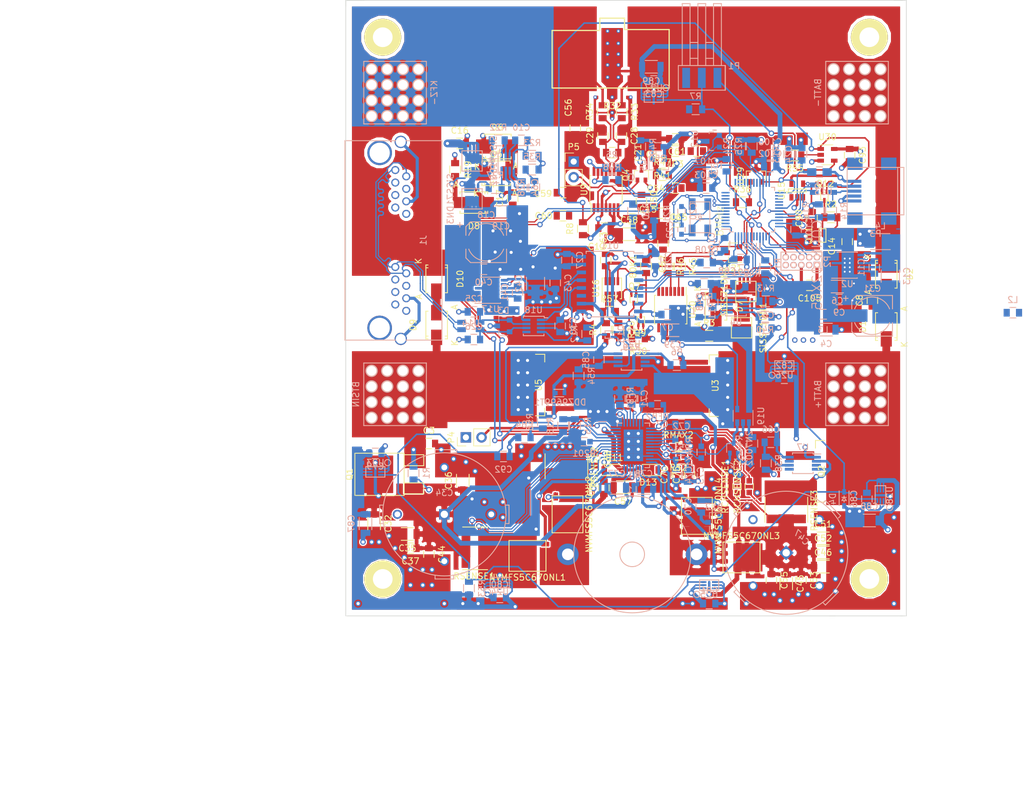
<source format=kicad_pcb>
(kicad_pcb (version 4) (host pcbnew 4.0.4+dfsg1-stable)
  (layers (0 F.Cu signal hide) (1 In1.Cu jumper) (2 In2.Cu jumper hide) (31 B.Cu signal) (34 B.Paste user) (35 F.Paste user) (36 B.SilkS user) (37 F.SilkS user) (38 B.Mask user) (39 F.Mask user) (44 Edge.Cuts user))
  (net 0 "")
  (net 1 "Net-(P3-Pad2)")
  (net 2 "Net-(C21-Pad1)")
  (net 3 "Net-(C21-Pad2)")
  (net 4 "Net-(U9-Pad12)")
  (net 5 BATT-)
  (net 6 KFZ-)
  (net 7 PREDIODE)
  (net 8 "Net-(Q1-Pad1)")
  (net 9 BATSENSE)
  (net 10 "Net-(R48-Pad2)")
  (net 11 SENSE_ENABLE)
  (net 12 "Net-(Q4-Pad3)")
  (net 13 "Net-(Q5-Pad1)")
  (net 14 "Net-(JP3-Pad2)")
  (net 15 CALVINSHIELD)
  (net 16 "Net-(R5-Pad2)")
  (net 17 ALARM)
  (net 18 "Net-(P1-Pad3)")
  (net 19 "Net-(C1-Pad1)")
  (net 20 "Net-(C2-Pad1)")
  (net 21 "Net-(C2-Pad2)")
  (net 22 ECANV+)
  (net 23 ECANGND)
  (net 24 VIN)
  (net 25 VCCUNFILTERED)
  (net 26 stmxtalgnd)
  (net 27 "Net-(C20-Pad2)")
  (net 28 "Net-(C22-Pad2)")
  (net 29 USBCONNECTED)
  (net 30 "Net-(C25-Pad1)")
  (net 31 "Net-(C26-Pad1)")
  (net 32 EXTRESET)
  (net 33 ECANH)
  (net 34 ECANL)
  (net 35 CANSHLD)
  (net 36 USBVCC)
  (net 37 "Net-(P3-Pad3)")
  (net 38 VSYS)
  (net 39 DISCONNECT)
  (net 40 CANSLEEP)
  (net 41 "Net-(R17-Pad2)")
  (net 42 SCL)
  (net 43 SDA)
  (net 44 "Net-(U10-Pad3)")
  (net 45 "Net-(U10-Pad4)")
  (net 46 "Net-(U10-Pad10)")
  (net 47 "Net-(U10-Pad20)")
  (net 48 USBD-)
  (net 49 USBD+)
  (net 50 SWDIO)
  (net 51 SWCLK)
  (net 52 SWO)
  (net 53 CANRX)
  (net 54 CANTX)
  (net 55 "Net-(U15-Pad1)")
  (net 56 SW2)
  (net 57 TG2)
  (net 58 BG2)
  (net 59 SENSEBOT)
  (net 60 INTVCC)
  (net 61 OD_CHARGESTAT1)
  (net 62 OD_CHARGESTAT2)
  (net 63 "Net-(C11-Pad1)")
  (net 64 "Net-(C11-Pad2)")
  (net 65 "Net-(P2-Pad8)")
  (net 66 PGOOD)
  (net 67 "Net-(U10-Pad26)")
  (net 68 "Net-(U10-Pad27)")
  (net 69 "Net-(U10-Pad28)")
  (net 70 BATT+)
  (net 71 CANVIN)
  (net 72 "Net-(C41-Pad1)")
  (net 73 "Net-(C41-Pad2)")
  (net 74 "Net-(D1-Pad2)")
  (net 75 "Net-(D5-Pad2)")
  (net 76 CANVOUT)
  (net 77 3V3MCU)
  (net 78 "Net-(U10-Pad2)")
  (net 79 "Net-(U10-Pad11)")
  (net 80 "Net-(U10-Pad12)")
  (net 81 "Net-(U10-Pad16)")
  (net 82 "Net-(U10-Pad17)")
  (net 83 "Net-(U10-Pad29)")
  (net 84 "Net-(U10-Pad38)")
  (net 85 "Net-(U11-Pad6)")
  (net 86 "Net-(U11-Pad11)")
  (net 87 "Net-(U11-Pad12)")
  (net 88 "Net-(U11-Pad13)")
  (net 89 "Net-(U11-Pad14)")
  (net 90 "Net-(R26-Pad1)")
  (net 91 "Net-(U18-Pad5)")
  (net 92 "Net-(NVMFS5C670NL1-Pad4)")
  (net 93 "Net-(NVMFS5C670NL2-Pad4)")
  (net 94 VINR)
  (net 95 SW1)
  (net 96 "Net-(RFB1-Pad2)")
  (net 97 "Net-(RMAX1-Pad2)")
  (net 98 "Net-(R201-Pad2)")
  (net 99 SHDN_LOAD)
  (net 100 "Net-(R15-Pad2)")
  (net 101 "Net-(P4-Pad2)")
  (net 102 "Net-(J1-Pad13)")
  (net 103 "Net-(J1-Pad12)")
  (net 104 "Net-(J1-Pad4)")
  (net 105 "Net-(J1-Pad5)")
  (net 106 "Net-(RCHSENSE1-Pad2)")
  (net 107 3V3BQ)
  (net 108 "Net-(Q11-Pad1)")
  (net 109 "Net-(P5-Pad2)")
  (net 110 "Net-(D7-Pad2)")
  (net 111 "Net-(D8-Pad2)")
  (net 112 "Net-(C10-Pad1)")
  (net 113 "Net-(C10-Pad2)")
  (net 114 "Net-(C17-Pad2)")
  (net 115 "Net-(R22-Pad1)")
  (net 116 "Net-(R27-Pad2)")
  (net 117 "Net-(R28-Pad1)")
  (net 118 "Net-(C66-Pad2)")
  (net 119 "Net-(Q2-Pad1)")
  (net 120 "Net-(U7-Pad3)")
  (net 121 "Net-(U7-Pad5)")
  (net 122 "Net-(U7-Pad7)")
  (net 123 VBAT_LTC4020)
  (net 124 VCHARGEBATT)
  (net 125 CANPREDIODE)
  (net 126 "Net-(C48-Pad1)")
  (net 127 "Net-(C48-Pad2)")
  (net 128 "Net-(C67-Pad2)")
  (net 129 "Net-(C69-Pad2)")
  (net 130 "Net-(C70-Pad2)")
  (net 131 "Net-(D10-Pad2)")
  (net 132 "Net-(D12-Pad1)")
  (net 133 "Net-(L2-Pad1)")
  (net 134 "Net-(R11-Pad1)")
  (net 135 "Net-(R40-Pad2)")
  (net 136 "Net-(R42-Pad1)")
  (net 137 ILIM)
  (net 138 "Net-(R44-Pad1)")
  (net 139 "Net-(U19-Pad4)")
  (net 140 "Net-(U20-Pad6)")
  (net 141 "Net-(U20-Pad7)")
  (net 142 "Net-(U20-Pad8)")
  (net 143 "Net-(R45-Pad2)")
  (net 144 "Net-(R46-Pad2)")
  (net 145 VIN_LTC4020)
  (net 146 "Net-(C71-Pad1)")
  (net 147 CSOUT)
  (net 148 "Net-(C73-Pad2)")
  (net 149 VC)
  (net 150 "Net-(C75-Pad2)")
  (net 151 ITH)
  (net 152 PMOS_SOURCE)
  (net 153 "Net-(80K1-Pad1)")
  (net 154 VPROT)
  (net 155 MOSCONTROL)
  (net 156 "Net-(U16-Pad3)")
  (net 157 "Net-(U22-Pad3)")
  (net 158 "Net-(U22-Pad7)")
  (net 159 GND)
  (net 160 "Net-(C84-Pad1)")
  (net 161 "Net-(C85-Pad2)")
  (net 162 "Net-(R6-Pad1)")
  (net 163 "Net-(DDZ9699T1-Pad1)")
  (net 164 "Net-(R36-Pad2)")
  (net 165 MOSDETECT)
  (net 166 "Net-(R4-Pad2)")
  (net 167 "Net-(R55-Pad2)")
  (net 168 "Net-(U16-Pad6)")
  (net 169 "Net-(U10-Pad13)")
  (net 170 "Net-(U10-Pad41)")
  (net 171 "Net-(U10-Pad42)")
  (net 172 +2V5)
  (net 173 CANPGOOD)
  (net 174 "Net-(U11-Pad7)")
  (net 175 "Net-(2N7002-Pad1)")
  (net 176 "Net-(P1-Pad1)")
  (net 177 "Net-(D15-Pad2)")
  (net 178 "Net-(U10-Pad19)")
  (module Housings_SC:SOT23-8 (layer F.Cu) (at 108.7 63 90)
    (fp_text reference U16 (at 0 -2.6 90) (layer F.SilkS))
    (fp_text value LTC2960)
    (pad 1 smd rect (at -1.175 -0.975 90) (size 1.3 0.42) (layers F.Cu F.Paste F.Mask) (net 166 "Net-(R4-Pad2)"))
    (pad 2 smd rect (at -1.175 -0.325 90) (size 1.3 0.42) (layers F.Cu F.Paste F.Mask) (net 90 "Net-(R26-Pad1)"))
    (pad 3 smd rect (at -1.175 0.325 90) (size 1.3 0.42) (layers F.Cu F.Paste F.Mask) (net 156 "Net-(U16-Pad3)"))
    (pad 4 smd rect (at -1.175 0.975 90) (size 1.3 0.42) (layers F.Cu F.Paste F.Mask) (net 159 GND))
    (pad 5 smd rect (at 1.175 0.975 90) (size 1.3 0.42) (layers F.Cu F.Paste F.Mask) (net 153 "Net-(80K1-Pad1)"))
    (pad 6 smd rect (at 1.175 0.325 90) (size 1.3 0.42) (layers F.Cu F.Paste F.Mask) (net 168 "Net-(U16-Pad6)"))
    (pad 7 smd rect (at 1.175 -0.325 90) (size 1.3 0.42) (layers F.Cu F.Paste F.Mask) (net 154 VPROT))
    (pad 8 smd rect (at 1.175 -0.975 90) (size 1.3 0.42) (layers F.Cu F.Paste F.Mask) (net 154 VPROT))
  )
  (module Housings_SOIC:SOIC-16W_7.5x10.3mm_Pitch1.27mm (layer B.Cu) (at 108.4 62.3 180)
    (fp_text reference U11 (at 0 6.25 180) (layer B.SilkS) (effects (justify mirror)))
    (fp_text value ADUM1301)
    (pad 1 smd rect (at -4.65 4.445 180) (size 1.5 0.6) (layers B.Cu B.Paste B.Mask) (net 77 3V3MCU))
    (pad 2 smd rect (at -4.65 3.175 180) (size 1.5 0.6) (layers B.Cu B.Paste B.Mask) (net 159 GND))
    (pad 3 smd rect (at -4.65 1.905 180) (size 1.5 0.6) (layers B.Cu B.Paste B.Mask) (net 40 CANSLEEP))
    (pad 4 smd rect (at -4.65 0.635 180) (size 1.5 0.6) (layers B.Cu B.Paste B.Mask) (net 54 CANTX))
    (pad 5 smd rect (at -4.65 -0.635 180) (size 1.5 0.6) (layers B.Cu B.Paste B.Mask) (net 53 CANRX))
    (pad 6 smd rect (at -4.65 -1.905 180) (size 1.5 0.6) (layers B.Cu B.Paste B.Mask) (net 85 "Net-(U11-Pad6)"))
    (pad 7 smd rect (at -4.65 -3.175 180) (size 1.5 0.6) (layers B.Cu B.Paste B.Mask) (net 174 "Net-(U11-Pad7)"))
    (pad 8 smd rect (at -4.65 -4.445 180) (size 1.5 0.6) (layers B.Cu B.Paste B.Mask) (net 159 GND))
    (pad 9 smd rect (at 4.65 -4.445 180) (size 1.5 0.6) (layers B.Cu B.Paste B.Mask) (net 23 ECANGND))
    (pad 10 smd rect (at 4.65 -3.175 180) (size 1.5 0.6) (layers B.Cu B.Paste B.Mask) (net 173 CANPGOOD))
    (pad 11 smd rect (at 4.65 -1.905 180) (size 1.5 0.6) (layers B.Cu B.Paste B.Mask) (net 86 "Net-(U11-Pad11)"))
    (pad 12 smd rect (at 4.65 -0.635 180) (size 1.5 0.6) (layers B.Cu B.Paste B.Mask) (net 87 "Net-(U11-Pad12)"))
    (pad 13 smd rect (at 4.65 0.635 180) (size 1.5 0.6) (layers B.Cu B.Paste B.Mask) (net 88 "Net-(U11-Pad13)"))
    (pad 14 smd rect (at 4.65 1.905 180) (size 1.5 0.6) (layers B.Cu B.Paste B.Mask) (net 89 "Net-(U11-Pad14)"))
    (pad 15 smd rect (at 4.65 3.175 180) (size 1.5 0.6) (layers B.Cu B.Paste B.Mask) (net 23 ECANGND))
    (pad 16 smd rect (at 4.65 4.445 180) (size 1.5 0.6) (layers B.Cu B.Paste B.Mask) (net 76 CANVOUT))
  )
  (module Capacitors_SMD:C_0805 (layer F.Cu) (at 140.8 62.5 180)
    (fp_text reference C105 (at 0 -2.1 180) (layer F.SilkS))
    (fp_text value 100nF)
    (pad 1 smd rect (at -1 0 180) (size 1 1.25) (layers F.Cu F.Paste F.Mask) (net 77 3V3MCU))
    (pad 2 smd rect (at 1 0 180) (size 1 1.25) (layers F.Cu F.Paste F.Mask) (net 159 GND))
  )
  (module TO-252-4:TO-263-2Lead (layer F.Cu) (at 139.25 92.7)
    (fp_text reference Q2 (at 3.5 0 90) (layer F.SilkS))
    (fp_text value Q_NMOS_GDS)
    (pad 2 smd rect (at 9.15 0) (size 9.4 10.8) (layers F.Cu F.Paste F.Mask) (net 70 BATT+))
    (pad 3 smd rect (at 0 2.54) (size 4.6 1.39) (layers F.Cu F.Paste F.Mask) (net 124 VCHARGEBATT))
    (pad 1 smd rect (at 0 -2.54) (size 4.6 1.39) (layers F.Cu F.Paste F.Mask) (net 119 "Net-(Q2-Pad1)"))
  )
  (module Diodes_SMD:SOD-123 (layer F.Cu) (at 109.1 92.5)
    (fp_text reference D11 (at 0 -2) (layer F.SilkS))
    (fp_text value D_Schottky)
    (pad 1 smd rect (at -1.635 0) (size 0.91 1.22) (layers F.Cu F.Paste F.Mask) (net 129 "Net-(C69-Pad2)"))
    (pad 2 smd rect (at 1.635 0) (size 0.91 1.22) (layers F.Cu F.Paste F.Mask) (net 60 INTVCC))
  )
  (module Housings_SOIC_Addons:PowerPack1212-8S_Pitch0.65mm (layer F.Cu) (at 129.75 69.4 270)
    (fp_text reference SiSS71DN1 (at 0 -3.5 270) (layer F.SilkS))
    (fp_text value SiSS71DN)
    (pad 8 smd rect (at 1.75 0.975 270) (size 1.3 0.405) (layers F.Cu F.Paste F.Mask) (net 70 BATT+))
    (pad 7 smd rect (at 1.75 0.325 270) (size 1.3 0.405) (layers F.Cu F.Paste F.Mask) (net 70 BATT+))
    (pad 6 smd rect (at 1.75 -0.325 270) (size 1.3 0.405) (layers F.Cu F.Paste F.Mask) (net 70 BATT+))
    (pad 5 smd rect (at 1.75 -0.975 270) (size 1.3 0.405) (layers F.Cu F.Paste F.Mask) (net 70 BATT+))
    (pad 1 smd rect (at -1.735 -0.975 270) (size 1.3 0.405) (layers F.Cu F.Paste F.Mask) (net 7 PREDIODE))
    (pad 2 smd rect (at -1.735 -0.325 270) (size 1.3 0.405) (layers F.Cu F.Paste F.Mask) (net 7 PREDIODE))
    (pad 3 smd rect (at -1.735 0.325 270) (size 1.3 0.405) (layers F.Cu F.Paste F.Mask) (net 7 PREDIODE))
    (pad 4 smd rect (at -1.735 0.975 270) (size 1.3 0.405) (layers F.Cu F.Paste F.Mask) (net 110 "Net-(D7-Pad2)"))
    (pad 5 smd rect (at 0.4 0 270) (size 1.725 2.235) (layers F.Cu F.Paste F.Mask) (net 70 BATT+))
  )
  (module Capacitors_SMD:C_1206 (layer F.Cu) (at 110.5 95.3 180)
    (fp_text reference C57 (at 0 -2.3 180) (layer F.SilkS))
    (fp_text value 10uF)
    (pad 1 smd rect (at -1.5 0 180) (size 1 1.6) (layers F.Cu F.Paste F.Mask) (net 145 VIN_LTC4020))
    (pad 2 smd rect (at 1.5 0 180) (size 1 1.6) (layers F.Cu F.Paste F.Mask) (net 6 KFZ-))
  )
  (module Housings_SSOP:TSSOP-14_4.4x5mm_Pitch0.65mm (layer F.Cu) (at 107.75 46.95 90)
    (fp_text reference U9 (at 0 -3.55 90) (layer F.SilkS))
    (fp_text value BQ34Z100-G1)
    (pad 1 smd rect (at -2.95 -1.95 90) (size 1.45 0.45) (layers F.Cu F.Paste F.Mask) (net 17 ALARM))
    (pad 2 smd rect (at -2.95 -1.3 90) (size 1.45 0.45) (layers F.Cu F.Paste F.Mask) (net 11 SENSE_ENABLE))
    (pad 3 smd rect (at -2.95 -0.65 90) (size 1.45 0.45) (layers F.Cu F.Paste F.Mask) (net 15 CALVINSHIELD))
    (pad 4 smd rect (at -2.95 0 90) (size 1.45 0.45) (layers F.Cu F.Paste F.Mask) (net 9 BATSENSE))
    (pad 5 smd rect (at -2.95 0.65 90) (size 1.45 0.45) (layers F.Cu F.Paste F.Mask) (net 107 3V3BQ))
    (pad 6 smd rect (at -2.95 1.3 90) (size 1.45 0.45) (layers F.Cu F.Paste F.Mask) (net 107 3V3BQ))
    (pad 7 smd rect (at -2.95 1.95 90) (size 1.45 0.45) (layers F.Cu F.Paste F.Mask) (net 172 +2V5))
    (pad 8 smd rect (at 2.95 1.95 90) (size 1.45 0.45) (layers F.Cu F.Paste F.Mask) (net 15 CALVINSHIELD))
    (pad 9 smd rect (at 2.95 1.3 90) (size 1.45 0.45) (layers F.Cu F.Paste F.Mask) (net 2 "Net-(C21-Pad1)"))
    (pad 10 smd rect (at 2.95 0.65 90) (size 1.45 0.45) (layers F.Cu F.Paste F.Mask) (net 3 "Net-(C21-Pad2)"))
    (pad 11 smd rect (at 2.95 0 90) (size 1.45 0.45) (layers F.Cu F.Paste F.Mask) (net 109 "Net-(P5-Pad2)"))
    (pad 12 smd rect (at 2.95 -0.65 90) (size 1.45 0.45) (layers F.Cu F.Paste F.Mask) (net 4 "Net-(U9-Pad12)"))
    (pad 13 smd rect (at 2.95 -1.3 90) (size 1.45 0.45) (layers F.Cu F.Paste F.Mask) (net 10 "Net-(R48-Pad2)"))
    (pad 14 smd rect (at 2.95 -1.95 90) (size 1.45 0.45) (layers F.Cu F.Paste F.Mask) (net 16 "Net-(R5-Pad2)"))
  )
  (module crystal_ceramic_smd:Xtal_Ceramic_5x3.2 (layer B.Cu) (at 123 51.45 270)
    (fp_text reference U8 (at 0.635 3.81 270) (layer F.SilkS) (effects (font (size 1.27 1.27) (thickness 0.0889))))
    (fp_text value 8MHz (at 0.635 -3.175 270) (layer F.SilkS) (effects (font (size 1.27 1.27) (thickness 0.0889))))
    (pad 2 smd rect (at 2.1336 -1.27 270) (size 1.9 1.1) (layers B.Cu B.Paste B.Mask) (net 26 stmxtalgnd))
    (pad 4 smd rect (at -2.1336 1.27 270) (size 1.9 1.1) (layers B.Cu B.Paste B.Mask) (net 26 stmxtalgnd))
    (pad 1 smd rect (at -2.1336 -1.27 270) (size 1.9 1.1) (layers B.Cu B.Paste B.Mask) (net 27 "Net-(C20-Pad2)"))
    (pad 3 smd rect (at 2.1336 1.27 270) (size 1.9 1.1) (layers B.Cu B.Paste B.Mask) (net 28 "Net-(C22-Pad2)"))
  )
  (module drillhole:hole (layer F.Cu) (at 150.5 110.2)
    (fp_text reference P10 (at 0 0) (layer F.SilkS))
    (fp_text value P10 (at 0 0) (layer F.SilkS))
    (pad "" np_thru_hole circle (at 0 0) (size 6 6) (drill 3.2) (layers *.Cu *.Mask F.SilkS))
  )
  (module Capacitors_SMD:C_0805 (layer F.Cu) (at 108.75 40.95 180)
    (fp_text reference C21 (at -4.191 -0.004 450) (layer F.SilkS))
    (fp_text value 100nF)
    (pad 1 smd rect (at -1 0 180) (size 1 1.25) (layers F.Cu F.Paste F.Mask) (net 2 "Net-(C21-Pad1)"))
    (pad 2 smd rect (at 1 0 180) (size 1 1.25) (layers F.Cu F.Paste F.Mask) (net 3 "Net-(C21-Pad2)"))
  )
  (module Capacitors_SMD:C_0805 (layer B.Cu) (at 127.3 43 90)
    (fp_text reference C33 (at -0.127 -1.904 90) (layer B.SilkS) (effects (justify mirror)))
    (fp_text value 100nF)
    (pad 1 smd rect (at -1 0 90) (size 1 1.25) (layers B.Cu B.Paste B.Mask) (net 32 EXTRESET))
    (pad 2 smd rect (at 1 0 90) (size 1 1.25) (layers B.Cu B.Paste B.Mask) (net 159 GND))
  )
  (module Capacitors_SMD:C_0805 (layer F.Cu) (at 112 51.7)
    (fp_text reference C15 (at 2.55 -1.53) (layer F.SilkS))
    (fp_text value 1uF)
    (pad 1 smd rect (at -1 0) (size 1 1.25) (layers F.Cu F.Paste F.Mask) (net 172 +2V5))
    (pad 2 smd rect (at 1 0) (size 1 1.25) (layers F.Cu F.Paste F.Mask) (net 15 CALVINSHIELD))
  )
  (module drillhole:hole (layer F.Cu) (at 71.5 22.2)
    (fp_text reference P21 (at 0 0) (layer F.SilkS))
    (fp_text value P21 (at 0 0) (layer F.SilkS))
    (pad "" np_thru_hole circle (at 0 0) (size 6 6) (drill 3.2) (layers *.Cu *.Mask F.SilkS))
  )
  (module drillhole:hole (layer F.Cu) (at 150.5 22.2)
    (fp_text reference P22 (at 0 0) (layer F.SilkS))
    (fp_text value P22 (at 0 0) (layer F.SilkS))
    (pad "" np_thru_hole circle (at 0 0) (size 6 6) (drill 3.2) (layers *.Cu *.Mask F.SilkS))
  )
  (module drillhole:hole (layer F.Cu) (at 71.5 110.2)
    (fp_text reference P24 (at 0 0) (layer F.SilkS))
    (fp_text value P24 (at 0 0) (layer F.SilkS))
    (pad "" np_thru_hole circle (at 0 0) (size 6 6) (drill 3.2) (layers *.Cu *.Mask F.SilkS))
  )
  (module Capacitors_SMD:C_0805 (layer F.Cu) (at 107.5 53.2 180)
    (fp_text reference C12 (at 1.25 -3 180) (layer F.SilkS))
    (fp_text value 100nF)
    (pad 1 smd rect (at -1 0 180) (size 1 1.25) (layers F.Cu F.Paste F.Mask) (net 107 3V3BQ))
    (pad 2 smd rect (at 1 0 180) (size 1 1.25) (layers F.Cu F.Paste F.Mask) (net 15 CALVINSHIELD))
  )
  (module Connect_Addons:WE_threaded_shank_M5_160A (layer B.Cu) (at 148.5 80.2 90)
    (fp_text reference BATT+1)
    (fp_text value BATT+ (at 0 -6.35 90) (layer B.SilkS) (effects (justify mirror)))
    (pad 1 thru_hole circle (at 3.81 1.27 90) (size 2 2) (drill 1.6) (layers *.Cu *.Mask B.SilkS) (net 70 BATT+))
    (pad 1 thru_hole circle (at 3.81 -1.27 90) (size 2 2) (drill 1.6) (layers *.Cu *.Mask B.SilkS) (net 70 BATT+))
    (pad 1 thru_hole circle (at 3.81 -3.81 90) (size 2 2) (drill 1.6) (layers *.Cu *.Mask B.SilkS) (net 70 BATT+))
    (pad 1 thru_hole circle (at 1.27 -3.81 90) (size 2 2) (drill 1.6) (layers *.Cu *.Mask B.SilkS) (net 70 BATT+))
    (pad 1 thru_hole circle (at -1.27 -3.81 90) (size 2 2) (drill 1.6) (layers *.Cu *.Mask B.SilkS) (net 70 BATT+))
    (pad 1 thru_hole circle (at -3.81 1.27 90) (size 2 2) (drill 1.6) (layers *.Cu *.Mask B.SilkS) (net 70 BATT+))
    (pad 1 thru_hole circle (at -3.81 -1.27 90) (size 2 2) (drill 1.6) (layers *.Cu *.Mask B.SilkS) (net 70 BATT+))
    (pad 1 thru_hole circle (at -3.81 -3.81 90) (size 2 2) (drill 1.6) (layers *.Cu *.Mask B.SilkS) (net 70 BATT+))
    (pad 1 thru_hole circle (at -3.81 3.81 90) (size 2 2) (drill 1.6) (layers *.Cu *.Mask B.SilkS) (net 70 BATT+))
    (pad 1 thru_hole circle (at 3.81 3.81 90) (size 2 2) (drill 1.6) (layers *.Cu *.Mask B.SilkS) (net 70 BATT+))
    (pad 1 thru_hole circle (at 1.27 3.81 90) (size 2 2) (drill 1.6) (layers *.Cu *.Mask B.SilkS) (net 70 BATT+))
    (pad 1 thru_hole circle (at 1.27 1.27 90) (size 2 2) (drill 1.6) (layers *.Cu *.Mask B.SilkS) (net 70 BATT+))
    (pad 1 thru_hole circle (at 1.27 -1.27 90) (size 2 2) (drill 1.6) (layers *.Cu *.Mask B.SilkS) (net 70 BATT+))
    (pad 1 thru_hole circle (at -1.27 3.81 90) (size 2 2) (drill 1.6) (layers *.Cu *.Mask B.SilkS) (net 70 BATT+))
    (pad 1 thru_hole circle (at -1.27 1.27 90) (size 2 2) (drill 1.6) (layers *.Cu *.Mask B.SilkS) (net 70 BATT+))
    (pad 1 thru_hole circle (at -1.27 -1.27 90) (size 2 2) (drill 1.6) (layers *.Cu *.Mask B.SilkS) (net 70 BATT+))
  )
  (module Connect_Addons:WE_threaded_shank_M5_160A (layer B.Cu) (at 148.5 31.2 90)
    (fp_text reference BATT-1)
    (fp_text value BATT- (at 0 -6.35 90) (layer B.SilkS) (effects (justify mirror)))
    (pad 1 thru_hole circle (at 3.81 1.27 90) (size 2 2) (drill 1.6) (layers *.Cu *.Mask B.SilkS) (net 5 BATT-))
    (pad 1 thru_hole circle (at 3.81 -1.27 90) (size 2 2) (drill 1.6) (layers *.Cu *.Mask B.SilkS) (net 5 BATT-))
    (pad 1 thru_hole circle (at 3.81 -3.81 90) (size 2 2) (drill 1.6) (layers *.Cu *.Mask B.SilkS) (net 5 BATT-))
    (pad 1 thru_hole circle (at 1.27 -3.81 90) (size 2 2) (drill 1.6) (layers *.Cu *.Mask B.SilkS) (net 5 BATT-))
    (pad 1 thru_hole circle (at -1.27 -3.81 90) (size 2 2) (drill 1.6) (layers *.Cu *.Mask B.SilkS) (net 5 BATT-))
    (pad 1 thru_hole circle (at -3.81 1.27 90) (size 2 2) (drill 1.6) (layers *.Cu *.Mask B.SilkS) (net 5 BATT-))
    (pad 1 thru_hole circle (at -3.81 -1.27 90) (size 2 2) (drill 1.6) (layers *.Cu *.Mask B.SilkS) (net 5 BATT-))
    (pad 1 thru_hole circle (at -3.81 -3.81 90) (size 2 2) (drill 1.6) (layers *.Cu *.Mask B.SilkS) (net 5 BATT-))
    (pad 1 thru_hole circle (at -3.81 3.81 90) (size 2 2) (drill 1.6) (layers *.Cu *.Mask B.SilkS) (net 5 BATT-))
    (pad 1 thru_hole circle (at 3.81 3.81 90) (size 2 2) (drill 1.6) (layers *.Cu *.Mask B.SilkS) (net 5 BATT-))
    (pad 1 thru_hole circle (at 1.27 3.81 90) (size 2 2) (drill 1.6) (layers *.Cu *.Mask B.SilkS) (net 5 BATT-))
    (pad 1 thru_hole circle (at 1.27 1.27 90) (size 2 2) (drill 1.6) (layers *.Cu *.Mask B.SilkS) (net 5 BATT-))
    (pad 1 thru_hole circle (at 1.27 -1.27 90) (size 2 2) (drill 1.6) (layers *.Cu *.Mask B.SilkS) (net 5 BATT-))
    (pad 1 thru_hole circle (at -1.27 3.81 90) (size 2 2) (drill 1.6) (layers *.Cu *.Mask B.SilkS) (net 5 BATT-))
    (pad 1 thru_hole circle (at -1.27 1.27 90) (size 2 2) (drill 1.6) (layers *.Cu *.Mask B.SilkS) (net 5 BATT-))
    (pad 1 thru_hole circle (at -1.27 -1.27 90) (size 2 2) (drill 1.6) (layers *.Cu *.Mask B.SilkS) (net 5 BATT-))
  )
  (module Connect_Addons:WE_threaded_shank_M5_160A (layer B.Cu) (at 73.5 80.2 90)
    (fp_text reference BTSIN1)
    (fp_text value BTSIN (at 0 -6.35 90) (layer B.SilkS) (effects (justify mirror)))
    (pad 1 thru_hole circle (at 3.81 1.27 90) (size 2 2) (drill 1.6) (layers *.Cu *.Mask B.SilkS) (net 38 VSYS))
    (pad 1 thru_hole circle (at 3.81 -1.27 90) (size 2 2) (drill 1.6) (layers *.Cu *.Mask B.SilkS) (net 38 VSYS))
    (pad 1 thru_hole circle (at 3.81 -3.81 90) (size 2 2) (drill 1.6) (layers *.Cu *.Mask B.SilkS) (net 38 VSYS))
    (pad 1 thru_hole circle (at 1.27 -3.81 90) (size 2 2) (drill 1.6) (layers *.Cu *.Mask B.SilkS) (net 38 VSYS))
    (pad 1 thru_hole circle (at -1.27 -3.81 90) (size 2 2) (drill 1.6) (layers *.Cu *.Mask B.SilkS) (net 38 VSYS))
    (pad 1 thru_hole circle (at -3.81 1.27 90) (size 2 2) (drill 1.6) (layers *.Cu *.Mask B.SilkS) (net 38 VSYS))
    (pad 1 thru_hole circle (at -3.81 -1.27 90) (size 2 2) (drill 1.6) (layers *.Cu *.Mask B.SilkS) (net 38 VSYS))
    (pad 1 thru_hole circle (at -3.81 -3.81 90) (size 2 2) (drill 1.6) (layers *.Cu *.Mask B.SilkS) (net 38 VSYS))
    (pad 1 thru_hole circle (at -3.81 3.81 90) (size 2 2) (drill 1.6) (layers *.Cu *.Mask B.SilkS) (net 38 VSYS))
    (pad 1 thru_hole circle (at 3.81 3.81 90) (size 2 2) (drill 1.6) (layers *.Cu *.Mask B.SilkS) (net 38 VSYS))
    (pad 1 thru_hole circle (at 1.27 3.81 90) (size 2 2) (drill 1.6) (layers *.Cu *.Mask B.SilkS) (net 38 VSYS))
    (pad 1 thru_hole circle (at 1.27 1.27 90) (size 2 2) (drill 1.6) (layers *.Cu *.Mask B.SilkS) (net 38 VSYS))
    (pad 1 thru_hole circle (at 1.27 -1.27 90) (size 2 2) (drill 1.6) (layers *.Cu *.Mask B.SilkS) (net 38 VSYS))
    (pad 1 thru_hole circle (at -1.27 3.81 90) (size 2 2) (drill 1.6) (layers *.Cu *.Mask B.SilkS) (net 38 VSYS))
    (pad 1 thru_hole circle (at -1.27 1.27 90) (size 2 2) (drill 1.6) (layers *.Cu *.Mask B.SilkS) (net 38 VSYS))
    (pad 1 thru_hole circle (at -1.27 -1.27 90) (size 2 2) (drill 1.6) (layers *.Cu *.Mask B.SilkS) (net 38 VSYS))
  )
  (module Connect_Addons:WE_threaded_shank_M5_160A (layer B.Cu) (at 73.5 31.2 270)
    (fp_text reference KFZ-1)
    (fp_text value KFZ- (at 0 -6.35 270) (layer B.SilkS) (effects (justify mirror)))
    (pad 1 thru_hole circle (at 3.81 1.27 270) (size 2 2) (drill 1.6) (layers *.Cu *.Mask B.SilkS) (net 6 KFZ-))
    (pad 1 thru_hole circle (at 3.81 -1.27 270) (size 2 2) (drill 1.6) (layers *.Cu *.Mask B.SilkS) (net 6 KFZ-))
    (pad 1 thru_hole circle (at 3.81 -3.81 270) (size 2 2) (drill 1.6) (layers *.Cu *.Mask B.SilkS) (net 6 KFZ-))
    (pad 1 thru_hole circle (at 1.27 -3.81 270) (size 2 2) (drill 1.6) (layers *.Cu *.Mask B.SilkS) (net 6 KFZ-))
    (pad 1 thru_hole circle (at -1.27 -3.81 270) (size 2 2) (drill 1.6) (layers *.Cu *.Mask B.SilkS) (net 6 KFZ-))
    (pad 1 thru_hole circle (at -3.81 1.27 270) (size 2 2) (drill 1.6) (layers *.Cu *.Mask B.SilkS) (net 6 KFZ-))
    (pad 1 thru_hole circle (at -3.81 -1.27 270) (size 2 2) (drill 1.6) (layers *.Cu *.Mask B.SilkS) (net 6 KFZ-))
    (pad 1 thru_hole circle (at -3.81 -3.81 270) (size 2 2) (drill 1.6) (layers *.Cu *.Mask B.SilkS) (net 6 KFZ-))
    (pad 1 thru_hole circle (at -3.81 3.81 270) (size 2 2) (drill 1.6) (layers *.Cu *.Mask B.SilkS) (net 6 KFZ-))
    (pad 1 thru_hole circle (at 3.81 3.81 270) (size 2 2) (drill 1.6) (layers *.Cu *.Mask B.SilkS) (net 6 KFZ-))
    (pad 1 thru_hole circle (at 1.27 3.81 270) (size 2 2) (drill 1.6) (layers *.Cu *.Mask B.SilkS) (net 6 KFZ-))
    (pad 1 thru_hole circle (at 1.27 1.27 270) (size 2 2) (drill 1.6) (layers *.Cu *.Mask B.SilkS) (net 6 KFZ-))
    (pad 1 thru_hole circle (at 1.27 -1.27 270) (size 2 2) (drill 1.6) (layers *.Cu *.Mask B.SilkS) (net 6 KFZ-))
    (pad 1 thru_hole circle (at -1.27 3.81 270) (size 2 2) (drill 1.6) (layers *.Cu *.Mask B.SilkS) (net 6 KFZ-))
    (pad 1 thru_hole circle (at -1.27 1.27 270) (size 2 2) (drill 1.6) (layers *.Cu *.Mask B.SilkS) (net 6 KFZ-))
    (pad 1 thru_hole circle (at -1.27 -1.27 270) (size 2 2) (drill 1.6) (layers *.Cu *.Mask B.SilkS) (net 6 KFZ-))
  )
  (module Capacitors_SMD:C_0805 (layer F.Cu) (at 110.25 38.2 270)
    (fp_text reference C28 (at 0 -2.1 270) (layer F.SilkS))
    (fp_text value 100nF)
    (pad 1 smd rect (at -1 0 270) (size 1 1.25) (layers F.Cu F.Paste F.Mask) (net 15 CALVINSHIELD))
    (pad 2 smd rect (at 1 0 270) (size 1 1.25) (layers F.Cu F.Paste F.Mask) (net 2 "Net-(C21-Pad1)"))
  )
  (module Capacitors_SMD:C_0805 (layer F.Cu) (at 107.25 38.2 90)
    (fp_text reference C29 (at 0 -2.1 90) (layer F.SilkS))
    (fp_text value 100nF)
    (pad 1 smd rect (at -1 0 90) (size 1 1.25) (layers F.Cu F.Paste F.Mask) (net 3 "Net-(C21-Pad2)"))
    (pad 2 smd rect (at 1 0 90) (size 1 1.25) (layers F.Cu F.Paste F.Mask) (net 15 CALVINSHIELD))
  )
  (module Resistors_SMD_Addons:WSLP_5931_DALE (layer F.Cu) (at 108.8 25.8 180)
    (fp_text reference R32 (at 0.015 -7.555 180) (layer F.SilkS))
    (fp_text value 0.0002R)
    (pad 2 smd rect (at 5.8 0 180) (size 6 8.75) (layers F.Cu F.Paste F.Mask) (net 6 KFZ-))
    (pad 1 smd rect (at -5.8 0 180) (size 6 9) (layers F.Cu F.Paste F.Mask) (net 5 BATT-))
  )
  (module Capacitors_SMD:C_0805 (layer F.Cu) (at 146.9 55.4 270)
    (fp_text reference C14 (at 0.75 2.5 270) (layer F.SilkS))
    (fp_text value "1uF GRM219R71E105KA88D")
    (pad 1 smd rect (at -1 0 270) (size 1 1.25) (layers F.Cu F.Paste F.Mask) (net 107 3V3BQ))
    (pad 2 smd rect (at 1 0 270) (size 1 1.25) (layers F.Cu F.Paste F.Mask) (net 159 GND))
  )
  (module TO_SOT_Packages_SMD:SOT-23 (layer B.Cu) (at 125.15 39.1 270)
    (fp_text reference U12 (at -0.39024 3.01768 450) (layer B.SilkS) (effects (justify mirror)))
    (fp_text value AZ23c5v6)
    (pad 1 smd rect (at -0.95 -1.00076 270) (size 0.8001 0.8001) (layers B.Cu B.Paste B.Mask) (net 43 SDA))
    (pad 2 smd rect (at 0.95 -1.00076 270) (size 0.8001 0.8001) (layers B.Cu B.Paste B.Mask) (net 42 SCL))
    (pad 3 smd rect (at 0 0.99822 270) (size 0.8001 0.8001) (layers B.Cu B.Paste B.Mask) (net 159 GND))
  )
  (module Capacitors_SMD:C_0805 (layer F.Cu) (at 113.5 48.8 270)
    (fp_text reference C50 (at -0.248 -2.022 270) (layer F.SilkS))
    (fp_text value 3,3nF)
    (pad 1 smd rect (at -1 0 270) (size 1 1.25) (layers F.Cu F.Paste F.Mask) (net 9 BATSENSE))
    (pad 2 smd rect (at 1 0 270) (size 1 1.25) (layers F.Cu F.Paste F.Mask) (net 15 CALVINSHIELD))
  )
  (module Capacitors_SMD:C_0805 (layer F.Cu) (at 119 46.7 180)
    (fp_text reference C54 (at 3.15 -0.1 180) (layer F.SilkS))
    (fp_text value 100nF)
    (pad 1 smd rect (at -1 0 180) (size 1 1.25) (layers F.Cu F.Paste F.Mask) (net 6 KFZ-))
    (pad 2 smd rect (at 1 0 180) (size 1 1.25) (layers F.Cu F.Paste F.Mask) (net 15 CALVINSHIELD))
  )
  (module NetTie02_smd:NetTie0.4mmSMD (layer F.Cu) (at 111 27.7)
    (fp_text reference JP2)
    (fp_text value Jumper_NC_Small)
    (pad 1 smd rect (at -0.4 0) (size 1.5 0.4) (layers F.Cu F.Paste F.Mask) (net 15 CALVINSHIELD))
    (pad 2 smd rect (at 0.4 0) (size 1.5 0.4) (layers F.Cu F.Paste F.Mask) (net 5 BATT-))
  )
  (module Capacitors_SMD:C_0805 (layer F.Cu) (at 102.75 36.95 270)
    (fp_text reference C56 (at -3.328 1.112 270) (layer F.SilkS))
    (fp_text value 100nF)
    (pad 1 smd rect (at -1 0 270) (size 1 1.25) (layers F.Cu F.Paste F.Mask) (net 6 KFZ-))
    (pad 2 smd rect (at 1 0 270) (size 1 1.25) (layers F.Cu F.Paste F.Mask) (net 15 CALVINSHIELD))
  )
  (module Capacitors_SMD:C_0805 (layer F.Cu) (at 100.75 47.45)
    (fp_text reference C59 (at -3.228 0.156) (layer F.SilkS))
    (fp_text value 100nF)
    (pad 1 smd rect (at -1 0) (size 1 1.25) (layers F.Cu F.Paste F.Mask) (net 6 KFZ-))
    (pad 2 smd rect (at 1 0) (size 1 1.25) (layers F.Cu F.Paste F.Mask) (net 15 CALVINSHIELD))
  )
  (module Capacitors_SMD:C_0805 (layer F.Cu) (at 100.75 51.2)
    (fp_text reference C60 (at -3.128 0) (layer F.SilkS))
    (fp_text value 100nF)
    (pad 1 smd rect (at -1 0) (size 1 1.25) (layers F.Cu F.Paste F.Mask) (net 6 KFZ-))
    (pad 2 smd rect (at 1 0) (size 1 1.25) (layers F.Cu F.Paste F.Mask) (net 15 CALVINSHIELD))
  )
  (module Capacitors_SMD:C_0805 (layer F.Cu) (at 122.5 40.7 180)
    (fp_text reference C61 (at 3.25 -0.079 180) (layer F.SilkS))
    (fp_text value 100nF)
    (pad 1 smd rect (at -1 0 180) (size 1 1.25) (layers F.Cu F.Paste F.Mask) (net 6 KFZ-))
    (pad 2 smd rect (at 1 0 180) (size 1 1.25) (layers F.Cu F.Paste F.Mask) (net 15 CALVINSHIELD))
  )
  (module Capacitors_SMD:C_0805 (layer F.Cu) (at 117 55.7 90)
    (fp_text reference C62 (at -3.309 -0.084 90) (layer F.SilkS))
    (fp_text value 100nF)
    (pad 1 smd rect (at -1 0 90) (size 1 1.25) (layers F.Cu F.Paste F.Mask) (net 159 GND))
    (pad 2 smd rect (at 1 0 90) (size 1 1.25) (layers F.Cu F.Paste F.Mask) (net 15 CALVINSHIELD))
  )
  (module Capacitors_SMD:C_0805 (layer F.Cu) (at 107.7 58.4 270)
    (fp_text reference C63 (at -3.182 0.383 270) (layer F.SilkS))
    (fp_text value 100nF)
    (pad 1 smd rect (at -1 0 270) (size 1 1.25) (layers F.Cu F.Paste F.Mask) (net 159 GND))
    (pad 2 smd rect (at 1 0 270) (size 1 1.25) (layers F.Cu F.Paste F.Mask) (net 154 VPROT))
  )
  (module Capacitors_SMD:C_0805 (layer F.Cu) (at 116.5 50.8 180)
    (fp_text reference C65 (at -3.03 -0.63 180) (layer F.SilkS))
    (fp_text value 100nF)
    (pad 1 smd rect (at -1 0 180) (size 1 1.25) (layers F.Cu F.Paste F.Mask) (net 6 KFZ-))
    (pad 2 smd rect (at 1 0 180) (size 1 1.25) (layers F.Cu F.Paste F.Mask) (net 15 CALVINSHIELD))
  )
  (module Connect_Addons:SMD_PIN_HEADER_01x03_angled (layer B.Cu) (at 123.3 28.8 180)
    (fp_text reference P1 (at -5.243 1.9314 180) (layer B.SilkS) (effects (justify mirror)))
    (fp_text value CONN_01X03)
    (pad 3 smd rect (at 2.54 0 180) (size 1.27 3.27) (layers B.Cu B.Paste B.Mask) (net 18 "Net-(P1-Pad3)"))
    (pad 2 smd rect (at 0 0 180) (size 1.27 3.27) (layers B.Cu B.Paste B.Mask) (net 165 MOSDETECT))
    (pad 1 smd rect (at -2.54 0 180) (size 1.27 3.27) (layers B.Cu B.Paste B.Mask) (net 176 "Net-(P1-Pad1)"))
  )
  (module Capacitors_SMD:C_0805 (layer B.Cu) (at 120 85.1 180)
    (fp_text reference C2 (at 3.1 0.05 180) (layer B.SilkS) (effects (justify mirror)))
    (fp_text value 100pF)
    (pad 1 smd rect (at -1 0 180) (size 1 1.25) (layers B.Cu B.Paste B.Mask) (net 20 "Net-(C2-Pad1)"))
    (pad 2 smd rect (at 1 0 180) (size 1 1.25) (layers B.Cu B.Paste B.Mask) (net 21 "Net-(C2-Pad2)"))
  )
  (module Capacitors_SMD:C_0805 (layer F.Cu) (at 119 38.7 180)
    (fp_text reference C5 (at 3.81 -2.54 180) (layer F.SilkS))
    (fp_text value 100nF)
    (pad 1 smd rect (at -1 0 180) (size 1 1.25) (layers F.Cu F.Paste F.Mask) (net 7 PREDIODE))
    (pad 2 smd rect (at 1 0 180) (size 1 1.25) (layers F.Cu F.Paste F.Mask) (net 15 CALVINSHIELD))
  )
  (module Capacitors_SMD:C_0805 (layer F.Cu) (at 151 64.95 90)
    (fp_text reference C8 (at 0 -2.1 90) (layer F.SilkS))
    (fp_text value "100pF 150V")
    (pad 1 smd rect (at -1 0 90) (size 1 1.25) (layers F.Cu F.Paste F.Mask) (net 70 BATT+))
    (pad 2 smd rect (at 1 0 90) (size 1 1.25) (layers F.Cu F.Paste F.Mask) (net 5 BATT-))
  )
  (module Capacitors_SMD:C_0805 (layer B.Cu) (at 115.8 58.4 90)
    (fp_text reference C23 (at 0 2.1 90) (layer B.SilkS) (effects (justify mirror)))
    (fp_text value 100nF)
    (pad 1 smd rect (at -1 0 90) (size 1 1.25) (layers B.Cu B.Paste B.Mask) (net 159 GND))
    (pad 2 smd rect (at 1 0 90) (size 1 1.25) (layers B.Cu B.Paste B.Mask) (net 77 3V3MCU))
  )
  (module Capacitors_SMD:C_0805 (layer B.Cu) (at 139.5 41.2 270)
    (fp_text reference C24 (at 0 2.1 270) (layer B.SilkS) (effects (justify mirror)))
    (fp_text value 100nF)
    (pad 1 smd rect (at -1 0 270) (size 1 1.25) (layers B.Cu B.Paste B.Mask) (net 159 GND))
    (pad 2 smd rect (at 1 0 270) (size 1 1.25) (layers B.Cu B.Paste B.Mask) (net 29 USBCONNECTED))
  )
  (module Capacitors_SMD:C_0805 (layer B.Cu) (at 86.3 66.8 180)
    (fp_text reference C25 (at 0 2.1 180) (layer B.SilkS) (effects (justify mirror)))
    (fp_text value 100nF)
    (pad 1 smd rect (at -1 0 180) (size 1 1.25) (layers B.Cu B.Paste B.Mask) (net 30 "Net-(C25-Pad1)"))
    (pad 2 smd rect (at 1 0 180) (size 1 1.25) (layers B.Cu B.Paste B.Mask) (net 23 ECANGND))
  )
  (module Capacitors_SMD:C_0805 (layer B.Cu) (at 86.3 71.3 180)
    (fp_text reference C26 (at 0 2.1 180) (layer B.SilkS) (effects (justify mirror)))
    (fp_text value 100nF)
    (pad 1 smd rect (at -1 0 180) (size 1 1.25) (layers B.Cu B.Paste B.Mask) (net 31 "Net-(C26-Pad1)"))
    (pad 2 smd rect (at 1 0 180) (size 1 1.25) (layers B.Cu B.Paste B.Mask) (net 23 ECANGND))
  )
  (module Capacitors_SMD:C_0805 (layer B.Cu) (at 101.4 58.4 90)
    (fp_text reference C27 (at 0 2.1 90) (layer B.SilkS) (effects (justify mirror)))
    (fp_text value 100nF)
    (pad 1 smd rect (at -1 0 90) (size 1 1.25) (layers B.Cu B.Paste B.Mask) (net 23 ECANGND))
    (pad 2 smd rect (at 1 0 90) (size 1 1.25) (layers B.Cu B.Paste B.Mask) (net 76 CANVOUT))
  )
  (module Capacitors_SMD:C_0805 (layer B.Cu) (at 100.3 69.1 90)
    (fp_text reference C30 (at 0 2.1 90) (layer B.SilkS) (effects (justify mirror)))
    (fp_text value 100nF)
    (pad 1 smd rect (at -1 0 90) (size 1 1.25) (layers B.Cu B.Paste B.Mask) (net 76 CANVOUT))
    (pad 2 smd rect (at 1 0 90) (size 1 1.25) (layers B.Cu B.Paste B.Mask) (net 23 ECANGND))
  )
  (module Diodes_SMD:SMA_Standard (layer F.Cu) (at 153.25 69.2 90)
    (fp_text reference D1 (at 0 -3.81 90) (layer F.SilkS))
    (fp_text value ZENER)
    (fp_text user K (at -2.9 2.95 90) (layer F.SilkS))
    (fp_text user A (at 2.9 2.9 90) (layer F.SilkS))
    (pad 1 smd rect (at -1.99898 0 90) (size 2.49936 1.80086) (layers F.Cu F.Paste F.Mask) (net 70 BATT+))
    (pad 2 smd rect (at 1.99898 0 90) (size 2.49936 1.80086) (layers F.Cu F.Paste F.Mask) (net 74 "Net-(D1-Pad2)"))
  )
  (module Diodes_SMD:SMA_Standard (layer F.Cu) (at 153.25 60.7 270)
    (fp_text reference D2 (at 0 -3.81 270) (layer F.SilkS))
    (fp_text value ZENER)
    (fp_text user K (at -2.9 2.95 270) (layer F.SilkS))
    (fp_text user A (at 2.9 2.9 270) (layer F.SilkS))
    (pad 1 smd rect (at -1.99898 0 270) (size 2.49936 1.80086) (layers F.Cu F.Paste F.Mask) (net 5 BATT-))
    (pad 2 smd rect (at 1.99898 0 270) (size 2.49936 1.80086) (layers F.Cu F.Paste F.Mask) (net 74 "Net-(D1-Pad2)"))
  )
  (module NetTie02_smd:NetTie-I_Connected_SMD (layer B.Cu) (at 125.75 49.45 180)
    (fp_text reference JP1)
    (fp_text value Jumper_NC_Small)
    (fp_line (start -0.4 0) (end 0.4 0) (layer B.Cu) (width 0.2))
    (pad 1 smd circle (at -0.4 0 180) (size 0.05 0.05) (layers B.Cu B.Paste B.Mask) (net 159 GND))
    (pad 2 smd circle (at 0.4 0 180) (size 0.05 0.05) (layers B.Cu B.Paste B.Mask) (net 26 stmxtalgnd))
  )
  (module Capacitors_SMD:C_0805 (layer B.Cu) (at 173.8 66.95 180)
    (fp_text reference L2 (at 0 2.1 180) (layer B.SilkS) (effects (justify mirror)))
    (fp_text value L_Small)
    (pad 1 smd rect (at -1 0 180) (size 1 1.25) (layers B.Cu B.Paste B.Mask) (net 133 "Net-(L2-Pad1)"))
    (pad 2 smd rect (at 1 0 180) (size 1 1.25) (layers B.Cu B.Paste B.Mask) (net 159 GND))
  )
  (module Choke_SMD_Addons:Choke_SMD_2016_Standard (layer B.Cu) (at 143 67.2)
    (fp_text reference L3 (at 0 2.54) (layer B.SilkS) (effects (justify mirror)))
    (fp_text value "12 uH CV201210-180K")
    (pad 1 smd rect (at -1.1 0) (size 1.2 1.6) (layers B.Cu B.Paste B.Mask) (net 154 VPROT))
    (pad 2 smd rect (at 1.1 0) (size 1.2 1.6) (layers B.Cu B.Paste B.Mask) (net 24 VIN))
  )
  (module Choke_SMD_Addons:Choke_SMD_3225_Standard (layer B.Cu) (at 152.3 55.4 180)
    (fp_text reference L4 (at 0 2.54 180) (layer B.SilkS) (effects (justify mirror)))
    (fp_text value 100nHNLCV32-PFR1)
    (pad 1 smd rect (at -1.8 0 180) (size 1.6 2) (layers B.Cu B.Paste B.Mask) (net 25 VCCUNFILTERED))
    (pad 2 smd rect (at 1.8 0 180) (size 1.6 2) (layers B.Cu B.Paste B.Mask) (net 107 3V3BQ))
  )
  (module Capacitors_SMD:C_0805_HandSoldering (layer B.Cu) (at 142.4 44.1)
    (fp_text reference L5 (at 0 2.1) (layer B.SilkS) (effects (justify mirror)))
    (fp_text value INDUCTOR)
    (pad 1 smd rect (at -1.25 0) (size 1.5 1.25) (layers B.Cu B.Paste B.Mask) (net 29 USBCONNECTED))
    (pad 2 smd rect (at 1.25 0) (size 1.5 1.25) (layers B.Cu B.Paste B.Mask) (net 36 USBVCC))
  )
  (module Connect:USB_Mini-B (layer B.Cu) (at 151.5 47.2 180)
    (fp_text reference P3 (at 0 -6.90118 180) (layer B.SilkS) (effects (justify mirror)))
    (fp_text value USB_B)
    (pad 1 smd rect (at 3.44932 1.6002 180) (size 2.30124 0.50038) (layers B.Cu B.Paste B.Mask) (net 36 USBVCC))
    (pad 2 smd rect (at 3.44932 0.8001 180) (size 2.30124 0.50038) (layers B.Cu B.Paste B.Mask) (net 1 "Net-(P3-Pad2)"))
    (pad 3 smd rect (at 3.44932 0 180) (size 2.30124 0.50038) (layers B.Cu B.Paste B.Mask) (net 37 "Net-(P3-Pad3)"))
    (pad 4 smd rect (at 3.44932 -0.8001 180) (size 2.30124 0.50038) (layers B.Cu B.Paste B.Mask) (net 159 GND))
    (pad 5 smd rect (at 3.44932 -1.6002 180) (size 2.30124 0.50038) (layers B.Cu B.Paste B.Mask) (net 159 GND))
    (pad 6 smd rect (at 3.35026 4.45008 180) (size 2.49936 1.99898) (layers B.Cu B.Paste B.Mask))
    (pad 6 smd rect (at -2.14884 4.45008 180) (size 2.49936 1.99898) (layers B.Cu B.Paste B.Mask))
    (pad 6 smd rect (at 3.35026 -4.45008 180) (size 2.49936 1.99898) (layers B.Cu B.Paste B.Mask))
    (pad 6 smd rect (at -2.14884 -4.45008 180) (size 2.49936 1.99898) (layers B.Cu B.Paste B.Mask))
    (pad "" np_thru_hole circle (at 0.8509 2.19964 180) (size 0.89916 0.89916) (drill 0.89916) (layers *.Cu *.Mask))
    (pad "" np_thru_hole circle (at 0.8509 -2.19964 180) (size 0.89916 0.89916) (drill 0.89916) (layers *.Cu *.Mask))
  )
  (module TO-252-4:TO-263-7Lead (layer F.Cu) (at 122 78.8)
    (fp_text reference U3 (at 3.5 0 90) (layer F.SilkS))
    (fp_text value IPB180P04P4L-02)
    (pad 7 smd rect (at 0 3.81) (size 4.6 0.8) (layers F.Cu F.Paste F.Mask) (net 152 PMOS_SOURCE))
    (pad 6 smd rect (at 0 2.54) (size 4.6 0.8) (layers F.Cu F.Paste F.Mask) (net 152 PMOS_SOURCE))
    (pad 5 smd rect (at 0 1.27) (size 4.6 0.8) (layers F.Cu F.Paste F.Mask) (net 152 PMOS_SOURCE))
    (pad 3 smd rect (at 0 -1.27) (size 4.6 0.8) (layers F.Cu F.Paste F.Mask) (net 152 PMOS_SOURCE))
    (pad 2 smd rect (at 0 -2.54) (size 4.6 0.8) (layers F.Cu F.Paste F.Mask) (net 152 PMOS_SOURCE))
    (pad 4 smd rect (at 9.15 0) (size 9.4 10.8) (layers F.Cu F.Paste F.Mask) (net 70 BATT+))
    (pad 1 smd rect (at 0 -3.81) (size 4.6 0.8) (layers F.Cu F.Paste F.Mask) (net 162 "Net-(R6-Pad1)"))
  )
  (module TO-252-4:TO-263-7Lead (layer F.Cu) (at 100.3 78.7 180)
    (fp_text reference U5 (at 3.5 0 270) (layer F.SilkS))
    (fp_text value IPB180P04P4L-02)
    (pad 7 smd rect (at 0 3.81 180) (size 4.6 0.8) (layers F.Cu F.Paste F.Mask) (net 152 PMOS_SOURCE))
    (pad 6 smd rect (at 0 2.54 180) (size 4.6 0.8) (layers F.Cu F.Paste F.Mask) (net 152 PMOS_SOURCE))
    (pad 5 smd rect (at 0 1.27 180) (size 4.6 0.8) (layers F.Cu F.Paste F.Mask) (net 152 PMOS_SOURCE))
    (pad 3 smd rect (at 0 -1.27 180) (size 4.6 0.8) (layers F.Cu F.Paste F.Mask) (net 152 PMOS_SOURCE))
    (pad 2 smd rect (at 0 -2.54 180) (size 4.6 0.8) (layers F.Cu F.Paste F.Mask) (net 152 PMOS_SOURCE))
    (pad 4 smd rect (at 9.15 0 180) (size 9.4 10.8) (layers F.Cu F.Paste F.Mask) (net 38 VSYS))
    (pad 1 smd rect (at 0 -3.81 180) (size 4.6 0.8) (layers F.Cu F.Paste F.Mask) (net 163 "Net-(DDZ9699T1-Pad1)"))
  )
  (module Housings_QFP:LQFP-48_7x7mm_Pitch0.5mm (layer B.Cu) (at 131.5 50.2)
    (fp_text reference U10 (at 0 6) (layer B.SilkS) (effects (justify mirror)))
    (fp_text value STM32L433CC)
    (pad 1 smd rect (at -4.35 2.75) (size 1.3 0.25) (layers B.Cu B.Paste B.Mask) (net 77 3V3MCU))
    (pad 2 smd rect (at -4.35 2.25) (size 1.3 0.25) (layers B.Cu B.Paste B.Mask) (net 78 "Net-(U10-Pad2)"))
    (pad 3 smd rect (at -4.35 1.75) (size 1.3 0.25) (layers B.Cu B.Paste B.Mask) (net 44 "Net-(U10-Pad3)"))
    (pad 4 smd rect (at -4.35 1.25) (size 1.3 0.25) (layers B.Cu B.Paste B.Mask) (net 45 "Net-(U10-Pad4)"))
    (pad 5 smd rect (at -4.35 0.75) (size 1.3 0.25) (layers B.Cu B.Paste B.Mask) (net 28 "Net-(C22-Pad2)"))
    (pad 6 smd rect (at -4.35 0.25) (size 1.3 0.25) (layers B.Cu B.Paste B.Mask) (net 27 "Net-(C20-Pad2)"))
    (pad 7 smd rect (at -4.35 -0.25) (size 1.3 0.25) (layers B.Cu B.Paste B.Mask) (net 32 EXTRESET))
    (pad 8 smd rect (at -4.35 -0.75) (size 1.3 0.25) (layers B.Cu B.Paste B.Mask) (net 159 GND))
    (pad 9 smd rect (at -4.35 -1.25) (size 1.3 0.25) (layers B.Cu B.Paste B.Mask) (net 77 3V3MCU))
    (pad 10 smd rect (at -4.35 -1.75) (size 1.3 0.25) (layers B.Cu B.Paste B.Mask) (net 46 "Net-(U10-Pad10)"))
    (pad 11 smd rect (at -4.35 -2.25) (size 1.3 0.25) (layers B.Cu B.Paste B.Mask) (net 79 "Net-(U10-Pad11)"))
    (pad 12 smd rect (at -4.35 -2.75) (size 1.3 0.25) (layers B.Cu B.Paste B.Mask) (net 80 "Net-(U10-Pad12)"))
    (pad 13 smd rect (at -2.75 -4.35 270) (size 1.3 0.25) (layers B.Cu B.Paste B.Mask) (net 169 "Net-(U10-Pad13)"))
    (pad 14 smd rect (at -2.25 -4.35 270) (size 1.3 0.25) (layers B.Cu B.Paste B.Mask) (net 62 OD_CHARGESTAT2))
    (pad 15 smd rect (at -1.75 -4.35 270) (size 1.3 0.25) (layers B.Cu B.Paste B.Mask) (net 61 OD_CHARGESTAT1))
    (pad 16 smd rect (at -1.25 -4.35 270) (size 1.3 0.25) (layers B.Cu B.Paste B.Mask) (net 81 "Net-(U10-Pad16)"))
    (pad 17 smd rect (at -0.75 -4.35 270) (size 1.3 0.25) (layers B.Cu B.Paste B.Mask) (net 82 "Net-(U10-Pad17)"))
    (pad 18 smd rect (at -0.25 -4.35 270) (size 1.3 0.25) (layers B.Cu B.Paste B.Mask) (net 164 "Net-(R36-Pad2)"))
    (pad 19 smd rect (at 0.25 -4.35 270) (size 1.3 0.25) (layers B.Cu B.Paste B.Mask) (net 178 "Net-(U10-Pad19)"))
    (pad 20 smd rect (at 0.75 -4.35 270) (size 1.3 0.25) (layers B.Cu B.Paste B.Mask) (net 47 "Net-(U10-Pad20)"))
    (pad 21 smd rect (at 1.25 -4.35 270) (size 1.3 0.25) (layers B.Cu B.Paste B.Mask) (net 42 SCL))
    (pad 22 smd rect (at 1.75 -4.35 270) (size 1.3 0.25) (layers B.Cu B.Paste B.Mask) (net 43 SDA))
    (pad 23 smd rect (at 2.25 -4.35 270) (size 1.3 0.25) (layers B.Cu B.Paste B.Mask) (net 159 GND))
    (pad 24 smd rect (at 2.75 -4.35 270) (size 1.3 0.25) (layers B.Cu B.Paste B.Mask) (net 77 3V3MCU))
    (pad 25 smd rect (at 4.35 -2.75) (size 1.3 0.25) (layers B.Cu B.Paste B.Mask) (net 167 "Net-(R55-Pad2)"))
    (pad 26 smd rect (at 4.35 -2.25) (size 1.3 0.25) (layers B.Cu B.Paste B.Mask) (net 67 "Net-(U10-Pad26)"))
    (pad 27 smd rect (at 4.35 -1.75) (size 1.3 0.25) (layers B.Cu B.Paste B.Mask) (net 68 "Net-(U10-Pad27)"))
    (pad 28 smd rect (at 4.35 -1.25) (size 1.3 0.25) (layers B.Cu B.Paste B.Mask) (net 69 "Net-(U10-Pad28)"))
    (pad 29 smd rect (at 4.35 -0.75) (size 1.3 0.25) (layers B.Cu B.Paste B.Mask) (net 83 "Net-(U10-Pad29)"))
    (pad 30 smd rect (at 4.35 -0.25) (size 1.3 0.25) (layers B.Cu B.Paste B.Mask) (net 29 USBCONNECTED))
    (pad 31 smd rect (at 4.35 0.25) (size 1.3 0.25) (layers B.Cu B.Paste B.Mask) (net 39 DISCONNECT))
    (pad 32 smd rect (at 4.35 0.75) (size 1.3 0.25) (layers B.Cu B.Paste B.Mask) (net 48 USBD-))
    (pad 33 smd rect (at 4.35 1.25) (size 1.3 0.25) (layers B.Cu B.Paste B.Mask) (net 49 USBD+))
    (pad 34 smd rect (at 4.35 1.75) (size 1.3 0.25) (layers B.Cu B.Paste B.Mask) (net 50 SWDIO))
    (pad 35 smd rect (at 4.35 2.25) (size 1.3 0.25) (layers B.Cu B.Paste B.Mask) (net 159 GND))
    (pad 36 smd rect (at 4.35 2.75) (size 1.3 0.25) (layers B.Cu B.Paste B.Mask) (net 77 3V3MCU))
    (pad 37 smd rect (at 2.75 4.35 270) (size 1.3 0.25) (layers B.Cu B.Paste B.Mask) (net 51 SWCLK))
    (pad 38 smd rect (at 2.25 4.35 270) (size 1.3 0.25) (layers B.Cu B.Paste B.Mask) (net 84 "Net-(U10-Pad38)"))
    (pad 39 smd rect (at 1.75 4.35 270) (size 1.3 0.25) (layers B.Cu B.Paste B.Mask) (net 52 SWO))
    (pad 40 smd rect (at 1.25 4.35 270) (size 1.3 0.25) (layers B.Cu B.Paste B.Mask) (net 99 SHDN_LOAD))
    (pad 41 smd rect (at 0.75 4.35 270) (size 1.3 0.25) (layers B.Cu B.Paste B.Mask) (net 170 "Net-(U10-Pad41)"))
    (pad 42 smd rect (at 0.25 4.35 270) (size 1.3 0.25) (layers B.Cu B.Paste B.Mask) (net 171 "Net-(U10-Pad42)"))
    (pad 43 smd rect (at -0.25 4.35 270) (size 1.3 0.25) (layers B.Cu B.Paste B.Mask) (net 40 CANSLEEP))
    (pad 44 smd rect (at -0.75 4.35 270) (size 1.3 0.25) (layers B.Cu B.Paste B.Mask) (net 41 "Net-(R17-Pad2)"))
    (pad 45 smd rect (at -1.25 4.35 270) (size 1.3 0.25) (layers B.Cu B.Paste B.Mask) (net 53 CANRX))
    (pad 46 smd rect (at -1.75 4.35 270) (size 1.3 0.25) (layers B.Cu B.Paste B.Mask) (net 54 CANTX))
    (pad 47 smd rect (at -2.25 4.35 270) (size 1.3 0.25) (layers B.Cu B.Paste B.Mask) (net 159 GND))
    (pad 48 smd rect (at -2.75 4.35 270) (size 1.3 0.25) (layers B.Cu B.Paste B.Mask) (net 77 3V3MCU))
  )
  (module SMD-CMC-Wuerth:CMC-SMD-Wuerth (layer B.Cu) (at 143.05 46.8 180)
    (fp_text reference U13 (at 0 -0.5 180) (layer B.SilkS) (effects (justify mirror)))
    (fp_text value USB-CMC-Wuerth)
    (pad 2 smd rect (at 1.5 -0.6 180) (size 1.4 0.8) (layers B.Cu B.Paste B.Mask) (net 49 USBD+))
    (pad 4 smd rect (at -1.5 0.6 180) (size 1.4 0.8) (layers B.Cu B.Paste B.Mask) (net 1 "Net-(P3-Pad2)"))
    (pad 3 smd rect (at 1.5 0.6 180) (size 1.4 0.8) (layers B.Cu B.Paste B.Mask) (net 48 USBD-))
    (pad 1 smd rect (at -1.5 -0.6 180) (size 1.4 0.8) (layers B.Cu B.Paste B.Mask) (net 37 "Net-(P3-Pad3)"))
  )
  (module SMD-CMC-Wuerth:CMC-SMD-Wuerth (layer B.Cu) (at 85.8 69.1)
    (fp_text reference U14 (at 0 -0.5) (layer B.SilkS) (effects (justify mirror)))
    (fp_text value USB-CMC-Wuerth)
    (pad 2 smd rect (at 1.5 -0.6) (size 1.4 0.8) (layers B.Cu B.Paste B.Mask) (net 30 "Net-(C25-Pad1)"))
    (pad 4 smd rect (at -1.5 0.6) (size 1.4 0.8) (layers B.Cu B.Paste B.Mask) (net 34 ECANL))
    (pad 3 smd rect (at 1.5 0.6) (size 1.4 0.8) (layers B.Cu B.Paste B.Mask) (net 31 "Net-(C26-Pad1)"))
    (pad 1 smd rect (at -1.5 -0.6) (size 1.4 0.8) (layers B.Cu B.Paste B.Mask) (net 33 ECANH))
  )
  (module TO_SOT_Packages_SMD:SOT-23-5 (layer F.Cu) (at 138.8 47.1 90)
    (fp_text reference U15 (at -0.05 -2.55 90) (layer F.SilkS))
    (fp_text value TVS-ARRAY-SOT5)
    (pad 1 smd rect (at -1.1 -0.95 90) (size 1.06 0.65) (layers F.Cu F.Paste F.Mask) (net 55 "Net-(U15-Pad1)"))
    (pad 2 smd rect (at -1.1 0 90) (size 1.06 0.65) (layers F.Cu F.Paste F.Mask) (net 159 GND))
    (pad 3 smd rect (at -1.1 0.95 90) (size 1.06 0.65) (layers F.Cu F.Paste F.Mask) (net 49 USBD+))
    (pad 4 smd rect (at 1.1 0.95 90) (size 1.06 0.65) (layers F.Cu F.Paste F.Mask) (net 48 USBD-))
    (pad 5 smd rect (at 1.1 -0.95 90) (size 1.06 0.65) (layers F.Cu F.Paste F.Mask) (net 36 USBVCC))
  )
  (module pin_header_1:Pin_Header_Straight_2x05_Pitch1.27mm (layer B.Cu) (at 142 59.2 90)
    (fp_text reference P2 (at 0.55 1.7 90) (layer B.SilkS) (effects (justify mirror)))
    (fp_text value CONN_02X05 (at 0 0 90) (layer B.SilkS) (effects (justify mirror)))
    (pad 1 thru_hole rect (at 0 0 90) (size 1.05 1.05) (drill 0.65) (layers *.Cu *.Mask B.SilkS) (net 77 3V3MCU))
    (pad 3 thru_hole circle (at 0 -1.27 90) (size 1.05 1.05) (drill 0.65) (layers *.Cu *.Mask B.SilkS) (net 159 GND))
    (pad 5 thru_hole circle (at 0 -2.54 90) (size 1.05 1.05) (drill 0.65) (layers *.Cu *.Mask B.SilkS) (net 159 GND))
    (pad 7 thru_hole circle (at 0 -3.81 90) (size 1.05 1.05) (drill 0.65) (layers *.Cu *.Mask B.SilkS) (net 159 GND))
    (pad 9 thru_hole circle (at 0 -5.08 90) (size 1.05 1.05) (drill 0.65) (layers *.Cu *.Mask B.SilkS) (net 159 GND))
    (pad 4 thru_hole circle (at 1.27 -1.27 90) (size 1.05 1.05) (drill 0.65) (layers *.Cu *.Mask B.SilkS) (net 51 SWCLK))
    (pad 6 thru_hole circle (at 1.27 -2.54 90) (size 1.05 1.05) (drill 0.65) (layers *.Cu *.Mask B.SilkS) (net 52 SWO))
    (pad 8 thru_hole circle (at 1.27 -3.81 90) (size 1.05 1.05) (drill 0.65) (layers *.Cu *.Mask B.SilkS) (net 65 "Net-(P2-Pad8)"))
    (pad 10 thru_hole circle (at 1.27 -5.08 90) (size 1.05 1.05) (drill 0.65) (layers *.Cu *.Mask B.SilkS) (net 32 EXTRESET))
    (pad 2 thru_hole circle (at 1.27 0 90) (size 1.05 1.05) (drill 0.65) (layers *.Cu *.Mask B.SilkS) (net 50 SWDIO))
  )
  (module Capacitors_SMD:C_1206 (layer B.Cu) (at 143.5 69.7)
    (fp_text reference C4 (at 0 2.3) (layer B.SilkS) (effects (justify mirror)))
    (fp_text value "4.7uF GRM31CR71H47")
    (pad 1 smd rect (at -1.5 0) (size 1 1.6) (layers B.Cu B.Paste B.Mask) (net 154 VPROT))
    (pad 2 smd rect (at 1.5 0) (size 1 1.6) (layers B.Cu B.Paste B.Mask) (net 159 GND))
  )
  (module Capacitors_SMD:C_1206 (layer B.Cu) (at 145.3 62.7)
    (fp_text reference C6 (at 0 2.3) (layer B.SilkS) (effects (justify mirror)))
    (fp_text value "4.7uF GRM31CR71H47")
    (pad 1 smd rect (at -1.5 0) (size 1 1.6) (layers B.Cu B.Paste B.Mask) (net 24 VIN))
    (pad 2 smd rect (at 1.5 0) (size 1 1.6) (layers B.Cu B.Paste B.Mask) (net 159 GND))
  )
  (module Capacitors_SMD:C_0805 (layer B.Cu) (at 145.6 64.8)
    (fp_text reference C9 (at 0 2.1) (layer B.SilkS) (effects (justify mirror)))
    (fp_text value 100nF)
    (pad 1 smd rect (at -1 0) (size 1 1.25) (layers B.Cu B.Paste B.Mask) (net 24 VIN))
    (pad 2 smd rect (at 1 0) (size 1 1.25) (layers B.Cu B.Paste B.Mask) (net 159 GND))
  )
  (module Capacitors_SMD:C_0805 (layer B.Cu) (at 151.3 59.6 270)
    (fp_text reference C11 (at 0 2.1 270) (layer B.SilkS) (effects (justify mirror)))
    (fp_text value "1uF 0805ZC105KAT2A")
    (pad 1 smd rect (at -1 0 270) (size 1 1.25) (layers B.Cu B.Paste B.Mask) (net 63 "Net-(C11-Pad1)"))
    (pad 2 smd rect (at 1 0 270) (size 1 1.25) (layers B.Cu B.Paste B.Mask) (net 64 "Net-(C11-Pad2)"))
  )
  (module Capacitors_SMD:C_1210 (layer B.Cu) (at 153.9 61 90)
    (fp_text reference C13 (at 0 2.7 90) (layer B.SilkS) (effects (justify mirror)))
    (fp_text value 10uF)
    (pad 1 smd rect (at -1.5 0 90) (size 1 2.5) (layers B.Cu B.Paste B.Mask) (net 159 GND))
    (pad 2 smd rect (at 1.5 0 90) (size 1 2.5) (layers B.Cu B.Paste B.Mask) (net 25 VCCUNFILTERED))
  )
  (module Housings_SSOP:MSOP-12-1EP_3x4mm_Pitch0.65mm (layer B.Cu) (at 146.911344 59.220279)
    (fp_text reference U2 (at 0 3.05) (layer B.SilkS) (effects (justify mirror)))
    (fp_text value LTC3245)
    (pad 1 smd rect (at -2.105 1.625) (size 0.89 0.42) (layers B.Cu B.Paste B.Mask) (net 24 VIN))
    (pad 2 smd rect (at -2.105 0.975) (size 0.89 0.42) (layers B.Cu B.Paste B.Mask) (net 24 VIN))
    (pad 3 smd rect (at -2.105 0.325) (size 0.89 0.42) (layers B.Cu B.Paste B.Mask) (net 24 VIN))
    (pad 4 smd rect (at -2.105 -0.325) (size 0.89 0.42) (layers B.Cu B.Paste B.Mask) (net 159 GND))
    (pad 5 smd rect (at -2.105 -0.975) (size 0.89 0.42) (layers B.Cu B.Paste B.Mask) (net 24 VIN))
    (pad 6 smd rect (at -2.105 -1.625) (size 0.89 0.42) (layers B.Cu B.Paste B.Mask) (net 24 VIN))
    (pad 7 smd rect (at 2.105 -1.625) (size 0.89 0.42) (layers B.Cu B.Paste B.Mask) (net 25 VCCUNFILTERED))
    (pad 8 smd rect (at 2.105 -0.975) (size 0.89 0.42) (layers B.Cu B.Paste B.Mask) (net 66 PGOOD))
    (pad 9 smd rect (at 2.105 -0.325) (size 0.89 0.42) (layers B.Cu B.Paste B.Mask) (net 63 "Net-(C11-Pad1)"))
    (pad 10 smd rect (at 2.105 0.325) (size 0.89 0.42) (layers B.Cu B.Paste B.Mask) (net 25 VCCUNFILTERED))
    (pad 11 smd rect (at 2.105 0.975) (size 0.89 0.42) (layers B.Cu B.Paste B.Mask) (net 64 "Net-(C11-Pad2)"))
    (pad 12 smd rect (at 2.105 1.625) (size 0.89 0.42) (layers B.Cu B.Paste B.Mask) (net 159 GND))
    (pad 13 smd rect (at 0.4125 -1.06875) (size 0.825 0.7125) (layers B.Cu B.Paste B.Mask) (net 159 GND))
    (pad 13 smd rect (at 0.4125 -0.35625) (size 0.825 0.7125) (layers B.Cu B.Paste B.Mask) (net 159 GND))
    (pad 13 smd rect (at 0.4125 0.35625) (size 0.825 0.7125) (layers B.Cu B.Paste B.Mask) (net 159 GND))
    (pad 13 smd rect (at 0.4125 1.06875) (size 0.825 0.7125) (layers B.Cu B.Paste B.Mask) (net 159 GND))
    (pad 13 smd rect (at -0.4125 -1.06875) (size 0.825 0.7125) (layers B.Cu B.Paste B.Mask) (net 159 GND))
    (pad 13 smd rect (at -0.4125 -0.35625) (size 0.825 0.7125) (layers B.Cu B.Paste B.Mask) (net 159 GND))
    (pad 13 smd rect (at -0.4125 0.35625) (size 0.825 0.7125) (layers B.Cu B.Paste B.Mask) (net 159 GND))
    (pad 13 smd rect (at -0.4125 1.06875) (size 0.825 0.7125) (layers B.Cu B.Paste B.Mask) (net 159 GND))
  )
  (module Capacitors_SMD:C_0805 (layer F.Cu) (at 84 39.45)
    (fp_text reference C16 (at 0 -2.1) (layer F.SilkS))
    (fp_text value "100pF 60V")
    (pad 1 smd rect (at -1 0) (size 1 1.25) (layers F.Cu F.Paste F.Mask) (net 22 ECANV+))
    (pad 2 smd rect (at 1 0) (size 1 1.25) (layers F.Cu F.Paste F.Mask) (net 23 ECANGND))
  )
  (module Capacitors_SMD:C_1206 (layer B.Cu) (at 90.7 50.6)
    (fp_text reference C19 (at 0 2.3) (layer B.SilkS) (effects (justify mirror)))
    (fp_text value "4.7uF GRM31CR71H47")
    (pad 1 smd rect (at -1.5 0) (size 1 1.6) (layers B.Cu B.Paste B.Mask) (net 71 CANVIN))
    (pad 2 smd rect (at 1.5 0) (size 1 1.6) (layers B.Cu B.Paste B.Mask) (net 23 ECANGND))
  )
  (module Capacitors_SMD:C_0805 (layer B.Cu) (at 87.9 59.9)
    (fp_text reference C40 (at 0 2.1) (layer B.SilkS) (effects (justify mirror)))
    (fp_text value 100nF)
    (pad 1 smd rect (at -1 0) (size 1 1.25) (layers B.Cu B.Paste B.Mask) (net 71 CANVIN))
    (pad 2 smd rect (at 1 0) (size 1 1.25) (layers B.Cu B.Paste B.Mask) (net 23 ECANGND))
  )
  (module Capacitors_SMD:C_0805 (layer B.Cu) (at 93.4 63.65 270)
    (fp_text reference C41 (at 0 2.1 270) (layer B.SilkS) (effects (justify mirror)))
    (fp_text value "1uF 0805ZC105KAT2A")
    (pad 1 smd rect (at -1 0 270) (size 1 1.25) (layers B.Cu B.Paste B.Mask) (net 72 "Net-(C41-Pad1)"))
    (pad 2 smd rect (at 1 0 270) (size 1 1.25) (layers B.Cu B.Paste B.Mask) (net 73 "Net-(C41-Pad2)"))
  )
  (module Capacitors_SMD:C_1210 (layer B.Cu) (at 96.3 62.2 270)
    (fp_text reference C42 (at 0 2.7 270) (layer B.SilkS) (effects (justify mirror)))
    (fp_text value 10uF)
    (pad 1 smd rect (at -1.5 0 270) (size 1 2.5) (layers B.Cu B.Paste B.Mask) (net 23 ECANGND))
    (pad 2 smd rect (at 1.5 0 270) (size 1 2.5) (layers B.Cu B.Paste B.Mask) (net 76 CANVOUT))
  )
  (module Capacitors_SMD:C_0805 (layer B.Cu) (at 99.5 62.1 90)
    (fp_text reference C43 (at 0 2.1 90) (layer B.SilkS) (effects (justify mirror)))
    (fp_text value "1uF GRM219R71E105KA88D")
    (pad 1 smd rect (at -1 0 90) (size 1 1.25) (layers B.Cu B.Paste B.Mask) (net 76 CANVOUT))
    (pad 2 smd rect (at 1 0 90) (size 1 1.25) (layers B.Cu B.Paste B.Mask) (net 23 ECANGND))
  )
  (module Housings_SSOP:MSOP-12-1EP_3x4mm_Pitch0.65mm (layer B.Cu) (at 89 63.3)
    (fp_text reference U17 (at 0 3.05) (layer B.SilkS) (effects (justify mirror)))
    (fp_text value LTC3245)
    (pad 1 smd rect (at -2.105 1.625) (size 0.89 0.42) (layers B.Cu B.Paste B.Mask) (net 71 CANVIN))
    (pad 2 smd rect (at -2.105 0.975) (size 0.89 0.42) (layers B.Cu B.Paste B.Mask) (net 71 CANVIN))
    (pad 3 smd rect (at -2.105 0.325) (size 0.89 0.42) (layers B.Cu B.Paste B.Mask) (net 71 CANVIN))
    (pad 4 smd rect (at -2.105 -0.325) (size 0.89 0.42) (layers B.Cu B.Paste B.Mask) (net 23 ECANGND))
    (pad 5 smd rect (at -2.105 -0.975) (size 0.89 0.42) (layers B.Cu B.Paste B.Mask) (net 71 CANVIN))
    (pad 6 smd rect (at -2.105 -1.625) (size 0.89 0.42) (layers B.Cu B.Paste B.Mask) (net 71 CANVIN))
    (pad 7 smd rect (at 2.105 -1.625) (size 0.89 0.42) (layers B.Cu B.Paste B.Mask) (net 76 CANVOUT))
    (pad 8 smd rect (at 2.105 -0.975) (size 0.89 0.42) (layers B.Cu B.Paste B.Mask) (net 173 CANPGOOD))
    (pad 9 smd rect (at 2.105 -0.325) (size 0.89 0.42) (layers B.Cu B.Paste B.Mask) (net 72 "Net-(C41-Pad1)"))
    (pad 10 smd rect (at 2.105 0.325) (size 0.89 0.42) (layers B.Cu B.Paste B.Mask) (net 76 CANVOUT))
    (pad 11 smd rect (at 2.105 0.975) (size 0.89 0.42) (layers B.Cu B.Paste B.Mask) (net 73 "Net-(C41-Pad2)"))
    (pad 12 smd rect (at 2.105 1.625) (size 0.89 0.42) (layers B.Cu B.Paste B.Mask) (net 23 ECANGND))
    (pad 13 smd rect (at 0.4125 -1.06875) (size 0.825 0.7125) (layers B.Cu B.Paste B.Mask) (net 23 ECANGND))
    (pad 13 smd rect (at 0.4125 -0.35625) (size 0.825 0.7125) (layers B.Cu B.Paste B.Mask) (net 23 ECANGND))
    (pad 13 smd rect (at 0.4125 0.35625) (size 0.825 0.7125) (layers B.Cu B.Paste B.Mask) (net 23 ECANGND))
    (pad 13 smd rect (at 0.4125 1.06875) (size 0.825 0.7125) (layers B.Cu B.Paste B.Mask) (net 23 ECANGND))
    (pad 13 smd rect (at -0.4125 -1.06875) (size 0.825 0.7125) (layers B.Cu B.Paste B.Mask) (net 23 ECANGND))
    (pad 13 smd rect (at -0.4125 -0.35625) (size 0.825 0.7125) (layers B.Cu B.Paste B.Mask) (net 23 ECANGND))
    (pad 13 smd rect (at -0.4125 0.35625) (size 0.825 0.7125) (layers B.Cu B.Paste B.Mask) (net 23 ECANGND))
    (pad 13 smd rect (at -0.4125 1.06875) (size 0.825 0.7125) (layers B.Cu B.Paste B.Mask) (net 23 ECANGND))
  )
  (module Capacitors_SMD:C_0805 (layer B.Cu) (at 138.6 53.4 90)
    (fp_text reference C101 (at 0 2.1 90) (layer B.SilkS) (effects (justify mirror)))
    (fp_text value 100nF)
    (pad 1 smd rect (at -1 0 90) (size 1 1.25) (layers B.Cu B.Paste B.Mask) (net 77 3V3MCU))
    (pad 2 smd rect (at 1 0 90) (size 1 1.25) (layers B.Cu B.Paste B.Mask) (net 159 GND))
  )
  (module Capacitors_SMD:C_0805 (layer B.Cu) (at 134.4 43.2 180)
    (fp_text reference C102 (at 0 2.1 180) (layer B.SilkS) (effects (justify mirror)))
    (fp_text value 100nF)
    (pad 1 smd rect (at -1 0 180) (size 1 1.25) (layers B.Cu B.Paste B.Mask) (net 77 3V3MCU))
    (pad 2 smd rect (at 1 0 180) (size 1 1.25) (layers B.Cu B.Paste B.Mask) (net 159 GND))
  )
  (module Capacitors_SMD:C_0805 (layer B.Cu) (at 124 46.7 180)
    (fp_text reference C103 (at 0 2.1 180) (layer B.SilkS) (effects (justify mirror)))
    (fp_text value 100nF)
    (pad 1 smd rect (at -1 0 180) (size 1 1.25) (layers B.Cu B.Paste B.Mask) (net 77 3V3MCU))
    (pad 2 smd rect (at 1 0 180) (size 1 1.25) (layers B.Cu B.Paste B.Mask) (net 159 GND))
  )
  (module Capacitors_SMD:C_0805 (layer B.Cu) (at 127 55.8 270)
    (fp_text reference C104 (at 0 2.1 270) (layer B.SilkS) (effects (justify mirror)))
    (fp_text value 100nF)
    (pad 1 smd rect (at -1 0 270) (size 1 1.25) (layers B.Cu B.Paste B.Mask) (net 77 3V3MCU))
    (pad 2 smd rect (at 1 0 270) (size 1 1.25) (layers B.Cu B.Paste B.Mask) (net 159 GND))
  )
  (module Capacitors_SMD:C_0805 (layer B.Cu) (at 134.4 41.3 180)
    (fp_text reference C106 (at 0 2.1 180) (layer B.SilkS) (effects (justify mirror)))
    (fp_text value 2,2uF)
    (pad 1 smd rect (at -1 0 180) (size 1 1.25) (layers B.Cu B.Paste B.Mask) (net 77 3V3MCU))
    (pad 2 smd rect (at 1 0 180) (size 1 1.25) (layers B.Cu B.Paste B.Mask) (net 159 GND))
  )
  (module Housings_SC:SOT23-8 (layer B.Cu) (at 96 69.1 180)
    (fp_text reference U18 (at 0 2.6 180) (layer B.SilkS) (effects (justify mirror)))
    (fp_text value TCAN330)
    (pad 1 smd rect (at -1.175 0.975 180) (size 1.3 0.42) (layers B.Cu B.Paste B.Mask) (net 88 "Net-(U11-Pad13)"))
    (pad 2 smd rect (at -1.175 0.325 180) (size 1.3 0.42) (layers B.Cu B.Paste B.Mask) (net 23 ECANGND))
    (pad 3 smd rect (at -1.175 -0.325 180) (size 1.3 0.42) (layers B.Cu B.Paste B.Mask) (net 76 CANVOUT))
    (pad 4 smd rect (at -1.175 -0.975 180) (size 1.3 0.42) (layers B.Cu B.Paste B.Mask) (net 87 "Net-(U11-Pad12)"))
    (pad 5 smd rect (at 1.175 -0.975 180) (size 1.3 0.42) (layers B.Cu B.Paste B.Mask) (net 91 "Net-(U18-Pad5)"))
    (pad 6 smd rect (at 1.175 -0.325 180) (size 1.3 0.42) (layers B.Cu B.Paste B.Mask) (net 31 "Net-(C26-Pad1)"))
    (pad 7 smd rect (at 1.175 0.325 180) (size 1.3 0.42) (layers B.Cu B.Paste B.Mask) (net 30 "Net-(C25-Pad1)"))
    (pad 8 smd rect (at 1.175 0.975 180) (size 1.3 0.42) (layers B.Cu B.Paste B.Mask) (net 89 "Net-(U11-Pad14)"))
  )
  (module Capacitors_SMD:c_elec_6.3x7.7 (layer B.Cu) (at 88.3 55.5)
    (fp_text reference C18 (at 0 -4.4323) (layer B.SilkS) (effects (justify mirror)))
    (fp_text value 33uF)
    (fp_text user + (at -4.2799 -2.9083) (layer B.SilkS) (effects (justify mirror)))
    (pad 1 smd rect (at -2.7 0 180) (size 3.5 1.6) (layers B.Cu B.Paste B.Mask) (net 71 CANVIN))
    (pad 2 smd rect (at 2.7 0 180) (size 3.5 1.6) (layers B.Cu B.Paste B.Mask) (net 23 ECANGND))
  )
  (module Resistors_SMD_Addons:R_6432 (layer F.Cu) (at 86.5 105.2 180)
    (fp_text reference RSENSE1 (at 0.15 -4.55 180) (layer F.SilkS))
    (fp_text value 0.003RKRL6432)
    (pad 1 smd rect (at -1.5 0 180) (size 1.4 6.4) (layers F.Cu F.Paste F.Mask) (net 94 VINR))
    (pad 2 smd rect (at 1.5 0 180) (size 1.4 6.4) (layers F.Cu F.Paste F.Mask) (net 145 VIN_LTC4020))
  )
  (module Resistors_SMD_Addons:R_6432 (layer F.Cu) (at 101.3 91.9 270)
    (fp_text reference RSENSE2 (at 0.15 -4.55 270) (layer F.SilkS))
    (fp_text value 0.003RKRL6432)
    (pad 1 smd rect (at -1.5 0 270) (size 1.4 6.4) (layers F.Cu F.Paste F.Mask) (net 6 KFZ-))
    (pad 2 smd rect (at 1.5 0 270) (size 1.4 6.4) (layers F.Cu F.Paste F.Mask) (net 59 SENSEBOT))
  )
  (module Resistors_SMD_Addons:R_6432 (layer F.Cu) (at 137 98.95 270)
    (fp_text reference RSENSE3 (at 0.15 -4.55 270) (layer F.SilkS))
    (fp_text value 0.003RKRL6432)
    (pad 1 smd rect (at -1.5 0 270) (size 1.4 6.4) (layers F.Cu F.Paste F.Mask) (net 124 VCHARGEBATT))
    (pad 2 smd rect (at 1.5 0 270) (size 1.4 6.4) (layers F.Cu F.Paste F.Mask) (net 123 VBAT_LTC4020))
  )
  (module Housings_SOIC_Addons:SO8FL_DFN5x6_pitch1.27 (layer F.Cu) (at 95 106.45 180)
    (fp_text reference NVMFS5C670NL1 (at 0 -3.5 180) (layer F.SilkS))
    (fp_text value NTMFS5C646NL)
    (pad 8 smd rect (at 2.55 0 180) (size 1.7 4.56) (layers F.Cu F.Paste F.Mask) (net 94 VINR))
    (pad 1 smd rect (at -2.895 -1.905 180) (size 1.2 0.75) (layers F.Cu F.Paste F.Mask) (net 95 SW1))
    (pad 2 smd rect (at -2.895 -0.635 180) (size 1.3 0.75) (layers F.Cu F.Paste F.Mask) (net 95 SW1))
    (pad 3 smd rect (at -2.895 0.635 180) (size 1.3 0.75) (layers F.Cu F.Paste F.Mask) (net 95 SW1))
    (pad 4 smd rect (at -2.895 1.905 180) (size 1.3 0.75) (layers F.Cu F.Paste F.Mask) (net 92 "Net-(NVMFS5C670NL1-Pad4)"))
    (pad 7 smd rect (at 0.85 0 180) (size 1.7 4.56) (layers F.Cu F.Paste F.Mask) (net 94 VINR))
    (pad 6 smd rect (at -0.4525 0 180) (size 0.905 5.7) (layers F.Cu F.Paste F.Mask) (net 94 VINR))
    (pad 5 smd rect (at -1.1175 0 180) (size 0.425 4.56) (layers F.Cu F.Paste F.Mask) (net 94 VINR))
  )
  (module Housings_SOIC_Addons:SO8FL_DFN5x6_pitch1.27 (layer F.Cu) (at 101.5 99.7 270)
    (fp_text reference NVMFS5C670NL2 (at 0 -3.5 270) (layer F.SilkS))
    (fp_text value NTMFS5C646NL)
    (pad 8 smd rect (at 2.55 0 270) (size 1.7 4.56) (layers F.Cu F.Paste F.Mask) (net 95 SW1))
    (pad 1 smd rect (at -2.895 -1.905 270) (size 1.2 0.75) (layers F.Cu F.Paste F.Mask) (net 59 SENSEBOT))
    (pad 2 smd rect (at -2.895 -0.635 270) (size 1.3 0.75) (layers F.Cu F.Paste F.Mask) (net 59 SENSEBOT))
    (pad 3 smd rect (at -2.895 0.635 270) (size 1.3 0.75) (layers F.Cu F.Paste F.Mask) (net 59 SENSEBOT))
    (pad 4 smd rect (at -2.895 1.905 270) (size 1.3 0.75) (layers F.Cu F.Paste F.Mask) (net 93 "Net-(NVMFS5C670NL2-Pad4)"))
    (pad 7 smd rect (at 0.85 0 270) (size 1.7 4.56) (layers F.Cu F.Paste F.Mask) (net 95 SW1))
    (pad 6 smd rect (at -0.4525 0 270) (size 0.905 5.7) (layers F.Cu F.Paste F.Mask) (net 95 SW1))
    (pad 5 smd rect (at -1.1175 0 270) (size 0.425 4.56) (layers F.Cu F.Paste F.Mask) (net 95 SW1))
  )
  (module Housings_SOIC_Addons:SO8FL_DFN5x6_pitch1.27 (layer F.Cu) (at 129.75 106.7)
    (fp_text reference NVMFS5C670NL3 (at 0 -3.5) (layer F.SilkS))
    (fp_text value NTMFS5C646NL)
    (pad 8 smd rect (at 2.55 0) (size 1.7 4.56) (layers F.Cu F.Paste F.Mask) (net 123 VBAT_LTC4020))
    (pad 1 smd rect (at -2.895 -1.905) (size 1.2 0.75) (layers F.Cu F.Paste F.Mask) (net 56 SW2))
    (pad 2 smd rect (at -2.895 -0.635) (size 1.3 0.75) (layers F.Cu F.Paste F.Mask) (net 56 SW2))
    (pad 3 smd rect (at -2.895 0.635) (size 1.3 0.75) (layers F.Cu F.Paste F.Mask) (net 56 SW2))
    (pad 4 smd rect (at -2.895 1.905) (size 1.3 0.75) (layers F.Cu F.Paste F.Mask) (net 57 TG2))
    (pad 7 smd rect (at 0.85 0) (size 1.7 4.56) (layers F.Cu F.Paste F.Mask) (net 123 VBAT_LTC4020))
    (pad 6 smd rect (at -0.4525 0) (size 0.905 5.7) (layers F.Cu F.Paste F.Mask) (net 123 VBAT_LTC4020))
    (pad 5 smd rect (at -1.1175 0) (size 0.425 4.56) (layers F.Cu F.Paste F.Mask) (net 123 VBAT_LTC4020))
  )
  (module Housings_SOIC_Addons:SO8FL_DFN5x6_pitch1.27 (layer F.Cu) (at 122.5 99.95 270)
    (fp_text reference NVMFS5C670NL4 (at 0 -3.5 270) (layer F.SilkS))
    (fp_text value NTMFS5C646NL)
    (pad 8 smd rect (at 2.55 0 270) (size 1.7 4.56) (layers F.Cu F.Paste F.Mask) (net 56 SW2))
    (pad 1 smd rect (at -2.895 -1.905 270) (size 1.2 0.75) (layers F.Cu F.Paste F.Mask) (net 6 KFZ-))
    (pad 2 smd rect (at -2.895 -0.635 270) (size 1.3 0.75) (layers F.Cu F.Paste F.Mask) (net 6 KFZ-))
    (pad 3 smd rect (at -2.895 0.635 270) (size 1.3 0.75) (layers F.Cu F.Paste F.Mask) (net 6 KFZ-))
    (pad 4 smd rect (at -2.895 1.905 270) (size 1.3 0.75) (layers F.Cu F.Paste F.Mask) (net 58 BG2))
    (pad 7 smd rect (at 0.85 0 270) (size 1.7 4.56) (layers F.Cu F.Paste F.Mask) (net 56 SW2))
    (pad 6 smd rect (at -0.4525 0 270) (size 0.905 5.7) (layers F.Cu F.Paste F.Mask) (net 56 SW2))
    (pad 5 smd rect (at -1.1175 0 270) (size 0.425 4.56) (layers F.Cu F.Paste F.Mask) (net 56 SW2))
  )
  (module Capacitors_SMD:c_elec_6.3x7.7 (layer B.Cu) (at 150.95 67.45)
    (fp_text reference C31 (at 0 -4.4323) (layer B.SilkS) (effects (justify mirror)))
    (fp_text value 33uF)
    (fp_text user + (at -4.2799 -2.9083) (layer B.SilkS) (effects (justify mirror)))
    (pad 1 smd rect (at -2.7 0 180) (size 3.5 1.6) (layers B.Cu B.Paste B.Mask) (net 24 VIN))
    (pad 2 smd rect (at 2.7 0 180) (size 3.5 1.6) (layers B.Cu B.Paste B.Mask) (net 159 GND))
  )
  (module Resistors_SMD_Addons:R_0805_HandSolder (layer B.Cu) (at 76.5 93 90)
    (fp_text reference R1 (at 0 2.1 90) (layer B.SilkS) (effects (justify mirror)))
    (fp_text value 100K)
    (pad 1 smd rect (at -1.05 0 90) (size 1 1.3) (layers B.Cu B.Paste B.Mask) (net 8 "Net-(Q1-Pad1)"))
    (pad 2 smd rect (at 1.05 0 90) (size 1 1.3) (layers B.Cu B.Paste B.Mask) (net 38 VSYS))
  )
  (module Resistors_SMD_Addons:R_0805_HandSolder (layer F.Cu) (at 144.25 51.45)
    (fp_text reference R2 (at 0 -2.1) (layer F.SilkS))
    (fp_text value 100K)
    (pad 1 smd rect (at -1.05 0) (size 1 1.3) (layers F.Cu F.Paste F.Mask) (net 108 "Net-(Q11-Pad1)"))
    (pad 2 smd rect (at 1.05 0) (size 1 1.3) (layers F.Cu F.Paste F.Mask) (net 107 3V3BQ))
  )
  (module Resistors_SMD_Addons:R_0805_HandSolder (layer F.Cu) (at 107.75 69.7 90)
    (fp_text reference R4 (at 0 -2.1 90) (layer F.SilkS))
    (fp_text value 6,7M)
    (pad 1 smd rect (at -1.05 0 90) (size 1 1.3) (layers F.Cu F.Paste F.Mask) (net 38 VSYS))
    (pad 2 smd rect (at 1.05 0 90) (size 1 1.3) (layers F.Cu F.Paste F.Mask) (net 166 "Net-(R4-Pad2)"))
  )
  (module Resistors_SMD_Addons:R_0805_HandSolder (layer B.Cu) (at 108.7 43.4 180)
    (fp_text reference R5 (at 0 2.1 180) (layer B.SilkS) (effects (justify mirror)))
    (fp_text value 100R)
    (pad 1 smd rect (at -1.05 0 180) (size 1 1.3) (layers B.Cu B.Paste B.Mask) (net 43 SDA))
    (pad 2 smd rect (at 1.05 0 180) (size 1 1.3) (layers B.Cu B.Paste B.Mask) (net 16 "Net-(R5-Pad2)"))
  )
  (module Resistors_SMD_Addons:R_0805_HandSolder (layer B.Cu) (at 119.25 75.45 180)
    (fp_text reference R6 (at 0 2.1 180) (layer B.SilkS) (effects (justify mirror)))
    (fp_text value 10R)
    (pad 1 smd rect (at -1.05 0 180) (size 1 1.3) (layers B.Cu B.Paste B.Mask) (net 162 "Net-(R6-Pad1)"))
    (pad 2 smd rect (at 1.05 0 180) (size 1 1.3) (layers B.Cu B.Paste B.Mask) (net 163 "Net-(DDZ9699T1-Pad1)"))
  )
  (module Resistors_SMD_Addons:R_0805_HandSolder (layer B.Cu) (at 122.3 33.9 180)
    (fp_text reference R7 (at 0 2.1 180) (layer B.SilkS) (effects (justify mirror)))
    (fp_text value R)
    (pad 1 smd rect (at -1.05 0 180) (size 1 1.3) (layers B.Cu B.Paste B.Mask) (net 165 MOSDETECT))
    (pad 2 smd rect (at 1.05 0 180) (size 1 1.3) (layers B.Cu B.Paste B.Mask) (net 177 "Net-(D15-Pad2)"))
  )
  (module Resistors_SMD_Addons:R_0805_HandSolder (layer F.Cu) (at 104 53.3 90)
    (fp_text reference R8 (at 0 -2.1 90) (layer F.SilkS))
    (fp_text value 100K)
    (pad 1 smd rect (at -1.05 0 90) (size 1 1.3) (layers F.Cu F.Paste F.Mask) (net 172 +2V5))
    (pad 2 smd rect (at 1.05 0 90) (size 1 1.3) (layers F.Cu F.Paste F.Mask) (net 17 ALARM))
  )
  (module Resistors_SMD_Addons:R_0805_HandSolder (layer B.Cu) (at 104.7 70.4 270)
    (fp_text reference R12 (at 0 2.1 270) (layer B.SilkS) (effects (justify mirror)))
    (fp_text value 40K)
    (pad 1 smd rect (at -1.05 0 270) (size 1 1.3) (layers B.Cu B.Paste B.Mask) (net 173 CANPGOOD))
    (pad 2 smd rect (at 1.05 0 270) (size 1 1.3) (layers B.Cu B.Paste B.Mask) (net 76 CANVOUT))
  )
  (module Resistors_SMD_Addons:R_0805_HandSolder (layer B.Cu) (at 137.5 41.2 270)
    (fp_text reference R13 (at 0 2.1 270) (layer B.SilkS) (effects (justify mirror)))
    (fp_text value 47K)
    (pad 1 smd rect (at -1.05 0 270) (size 1 1.3) (layers B.Cu B.Paste B.Mask) (net 159 GND))
    (pad 2 smd rect (at 1.05 0 270) (size 1 1.3) (layers B.Cu B.Paste B.Mask) (net 29 USBCONNECTED))
  )
  (module Resistors_SMD_Addons:R_0805_HandSolder (layer B.Cu) (at 144.3 50.4 90)
    (fp_text reference R14 (at 0 2.1 90) (layer B.SilkS) (effects (justify mirror)))
    (fp_text value 1K5)
    (pad 1 smd rect (at -1.05 0 90) (size 1 1.3) (layers B.Cu B.Paste B.Mask) (net 39 DISCONNECT))
    (pad 2 smd rect (at 1.05 0 90) (size 1 1.3) (layers B.Cu B.Paste B.Mask) (net 37 "Net-(P3-Pad3)"))
  )
  (module Resistors_SMD_Addons:R_0805_HandSolder (layer B.Cu) (at 142.3 50.4 270)
    (fp_text reference R16 (at 0 2.1 270) (layer B.SilkS) (effects (justify mirror)))
    (fp_text value 47K)
    (pad 1 smd rect (at -1.05 0 270) (size 1 1.3) (layers B.Cu B.Paste B.Mask) (net 159 GND))
    (pad 2 smd rect (at 1.05 0 270) (size 1 1.3) (layers B.Cu B.Paste B.Mask) (net 39 DISCONNECT))
  )
  (module Resistors_SMD_Addons:R_0805_HandSolder (layer B.Cu) (at 133.6 59.5 90)
    (fp_text reference R17 (at 0 2.1 90) (layer B.SilkS) (effects (justify mirror)))
    (fp_text value 10K)
    (pad 1 smd rect (at -1.05 0 90) (size 1 1.3) (layers B.Cu B.Paste B.Mask) (net 159 GND))
    (pad 2 smd rect (at 1.05 0 90) (size 1 1.3) (layers B.Cu B.Paste B.Mask) (net 41 "Net-(R17-Pad2)"))
  )
  (module Resistors_SMD_Addons:R_0805_HandSolder (layer B.Cu) (at 129.5 39.9 270)
    (fp_text reference R24 (at 0 2.1 270) (layer B.SilkS) (effects (justify mirror)))
    (fp_text value 2K)
    (pad 1 smd rect (at -1.05 0 270) (size 1 1.3) (layers B.Cu B.Paste B.Mask) (net 77 3V3MCU))
    (pad 2 smd rect (at 1.05 0 270) (size 1 1.3) (layers B.Cu B.Paste B.Mask) (net 42 SCL))
  )
  (module Resistors_SMD_Addons:R_0805_HandSolder (layer B.Cu) (at 131.4 39.9 270)
    (fp_text reference R25 (at 0 2.1 270) (layer B.SilkS) (effects (justify mirror)))
    (fp_text value 2K)
    (pad 1 smd rect (at -1.05 0 270) (size 1 1.3) (layers B.Cu B.Paste B.Mask) (net 77 3V3MCU))
    (pad 2 smd rect (at 1.05 0 270) (size 1 1.3) (layers B.Cu B.Paste B.Mask) (net 43 SDA))
  )
  (module Resistors_SMD_Addons:R_0805_HandSolder (layer F.Cu) (at 109.75 69.7 270)
    (fp_text reference R26 (at 0 -2.1 270) (layer F.SilkS))
    (fp_text value 2700K)
    (pad 1 smd rect (at -1.05 0 270) (size 1 1.3) (layers F.Cu F.Paste F.Mask) (net 90 "Net-(R26-Pad1)"))
    (pad 2 smd rect (at 1.05 0 270) (size 1 1.3) (layers F.Cu F.Paste F.Mask) (net 159 GND))
  )
  (module Resistors_SMD_Addons:R_0805_HandSolder (layer B.Cu) (at 111.9 70.5)
    (fp_text reference R29 (at 0 2.1) (layer B.SilkS) (effects (justify mirror)))
    (fp_text value 10K)
    (pad 1 smd rect (at -1.05 0) (size 1 1.3) (layers B.Cu B.Paste B.Mask) (net 165 MOSDETECT))
    (pad 2 smd rect (at 1.05 0) (size 1 1.3) (layers B.Cu B.Paste B.Mask) (net 77 3V3MCU))
  )
  (module Resistors_SMD_Addons:R_0805_HandSolder (layer F.Cu) (at 113 71.1 180)
    (fp_text reference R30 (at 0 -2.1 180) (layer F.SilkS))
    (fp_text value 1M)
    (pad 1 smd rect (at -1.05 0 180) (size 1 1.3) (layers F.Cu F.Paste F.Mask) (net 159 GND))
    (pad 2 smd rect (at 1.05 0 180) (size 1 1.3) (layers F.Cu F.Paste F.Mask) (net 165 MOSDETECT))
  )
  (module Resistors_SMD_Addons:R_0805_HandSolder (layer F.Cu) (at 110.3 34.3 270)
    (fp_text reference R33 (at 0 -2.1 270) (layer F.SilkS))
    (fp_text value 100R)
    (pad 1 smd rect (at -1.05 0 270) (size 1 1.3) (layers F.Cu F.Paste F.Mask) (net 5 BATT-))
    (pad 2 smd rect (at 1.05 0 270) (size 1 1.3) (layers F.Cu F.Paste F.Mask) (net 2 "Net-(C21-Pad1)"))
  )
  (module Resistors_SMD_Addons:R_0805_HandSolder (layer F.Cu) (at 107.2 34.3 90)
    (fp_text reference R34 (at 0 -2.1 90) (layer F.SilkS))
    (fp_text value 100R)
    (pad 1 smd rect (at -1.05 0 90) (size 1 1.3) (layers F.Cu F.Paste F.Mask) (net 3 "Net-(C21-Pad2)"))
    (pad 2 smd rect (at 1.05 0 90) (size 1 1.3) (layers F.Cu F.Paste F.Mask) (net 6 KFZ-))
  )
  (module Resistors_SMD_Addons:R_0805_HandSolder (layer F.Cu) (at 129.9 49)
    (fp_text reference R36 (at 0 -2.1) (layer F.SilkS))
    (fp_text value 100R)
    (pad 1 smd rect (at -1.05 0) (size 1 1.3) (layers F.Cu F.Paste F.Mask) (net 165 MOSDETECT))
    (pad 2 smd rect (at 1.05 0) (size 1 1.3) (layers F.Cu F.Paste F.Mask) (net 164 "Net-(R36-Pad2)"))
  )
  (module Resistors_SMD_Addons:R_0805_HandSolder (layer F.Cu) (at 116.9 42.6 180)
    (fp_text reference R41 (at 0 -2.1 180) (layer F.SilkS))
    (fp_text value 300K)
    (pad 1 smd rect (at -1.05 0 180) (size 1 1.3) (layers F.Cu F.Paste F.Mask) (net 14 "Net-(JP3-Pad2)"))
    (pad 2 smd rect (at 1.05 0 180) (size 1 1.3) (layers F.Cu F.Paste F.Mask) (net 9 BATSENSE))
  )
  (module Resistors_SMD_Addons:R_0805_HandSolder (layer F.Cu) (at 116.9 44.6)
    (fp_text reference R47 (at 0 -2.1) (layer F.SilkS))
    (fp_text value 16K5)
    (pad 1 smd rect (at -1.05 0) (size 1 1.3) (layers F.Cu F.Paste F.Mask) (net 9 BATSENSE))
    (pad 2 smd rect (at 1.05 0) (size 1 1.3) (layers F.Cu F.Paste F.Mask) (net 15 CALVINSHIELD))
  )
  (module Resistors_SMD_Addons:R_0805_HandSolder (layer B.Cu) (at 108.7 45.4 180)
    (fp_text reference R48 (at 0 2.1 180) (layer B.SilkS) (effects (justify mirror)))
    (fp_text value 100R)
    (pad 1 smd rect (at -1.05 0 180) (size 1 1.3) (layers B.Cu B.Paste B.Mask) (net 42 SCL))
    (pad 2 smd rect (at 1.05 0 180) (size 1 1.3) (layers B.Cu B.Paste B.Mask) (net 10 "Net-(R48-Pad2)"))
  )
  (module Resistors_SMD_Addons:R_0805_HandSolder (layer B.Cu) (at 113.3 40 90)
    (fp_text reference R49 (at 0 2.1 90) (layer B.SilkS) (effects (justify mirror)))
    (fp_text value 169K)
    (pad 1 smd rect (at -1.05 0 90) (size 1 1.3) (layers B.Cu B.Paste B.Mask) (net 12 "Net-(Q4-Pad3)"))
    (pad 2 smd rect (at 1.05 0 90) (size 1 1.3) (layers B.Cu B.Paste B.Mask) (net 13 "Net-(Q5-Pad1)"))
  )
  (module Capacitors_SMD:C_1206 (layer F.Cu) (at 75.5 102.9 180)
    (fp_text reference C35 (at 0 -2.3 180) (layer F.SilkS))
    (fp_text value "4.7uF GRM31CR71H47")
    (pad 1 smd rect (at -1.5 0 180) (size 1 1.6) (layers F.Cu F.Paste F.Mask) (net 145 VIN_LTC4020))
    (pad 2 smd rect (at 1.5 0 180) (size 1 1.6) (layers F.Cu F.Paste F.Mask) (net 6 KFZ-))
  )
  (module Capacitors_SMD:C_1206 (layer F.Cu) (at 84.5 94.2 90)
    (fp_text reference C36 (at 0 -2.3 90) (layer F.SilkS))
    (fp_text value "4.7uF GRM31CR71H47")
    (pad 1 smd rect (at -1.5 0 90) (size 1 1.6) (layers F.Cu F.Paste F.Mask) (net 145 VIN_LTC4020))
    (pad 2 smd rect (at 1.5 0 90) (size 1 1.6) (layers F.Cu F.Paste F.Mask) (net 6 KFZ-))
  )
  (module Capacitors_SMD:C_1206 (layer F.Cu) (at 137 110.95 270)
    (fp_text reference C45 (at 0 -2.3 270) (layer F.SilkS))
    (fp_text value "4.7uF GRM31CR71H47")
    (pad 1 smd rect (at -1.5 0 270) (size 1 1.6) (layers F.Cu F.Paste F.Mask) (net 123 VBAT_LTC4020))
    (pad 2 smd rect (at 1.5 0 270) (size 1 1.6) (layers F.Cu F.Paste F.Mask) (net 6 KFZ-))
  )
  (module Capacitors_SMD:C_1206 (layer F.Cu) (at 143 108.2)
    (fp_text reference C46 (at 0 -2.3) (layer F.SilkS))
    (fp_text value "4.7uF GRM31CR71H47")
    (pad 1 smd rect (at -1.5 0) (size 1 1.6) (layers F.Cu F.Paste F.Mask) (net 123 VBAT_LTC4020))
    (pad 2 smd rect (at 1.5 0) (size 1 1.6) (layers F.Cu F.Paste F.Mask) (net 6 KFZ-))
  )
  (module Capacitors_SMD:C_1206 (layer F.Cu) (at 143 103.6)
    (fp_text reference C51 (at 0 -2.3) (layer F.SilkS))
    (fp_text value "4.7uF GRM31CR71H47")
    (pad 1 smd rect (at -1.5 0) (size 1 1.6) (layers F.Cu F.Paste F.Mask) (net 123 VBAT_LTC4020))
    (pad 2 smd rect (at 1.5 0) (size 1 1.6) (layers F.Cu F.Paste F.Mask) (net 6 KFZ-))
  )
  (module Capacitors_SMD:C_1206 (layer F.Cu) (at 143 105.9)
    (fp_text reference C52 (at 0 -2.3) (layer F.SilkS))
    (fp_text value "4.7uF GRM31CR71H47")
    (pad 1 smd rect (at -1.5 0) (size 1 1.6) (layers F.Cu F.Paste F.Mask) (net 123 VBAT_LTC4020))
    (pad 2 smd rect (at 1.5 0) (size 1 1.6) (layers F.Cu F.Paste F.Mask) (net 6 KFZ-))
  )
  (module Choke_SMD_Addons:Choke_Toroid_horizontal_Diameter19mm_AIRD02_Abracon (layer B.Cu) (at 112 106.2 180)
    (fp_text reference L1 (at 0 10.5 180) (layer B.SilkS) (effects (justify mirror)))
    (fp_text value WE_7443641500)
    (pad 1 thru_hole circle (at -10.45 0 180) (size 3.5 3.5) (drill 1.9) (layers *.Cu *.Mask) (net 56 SW2))
    (pad 2 thru_hole circle (at 10.45 0 180) (size 3.5 3.5) (drill 1.9) (layers *.Cu *.Mask) (net 95 SW1))
  )
  (module Capacitors_SMD:C_0603 (layer B.Cu) (at 120 50.45 90)
    (fp_text reference C20 (at 0 1.9 90) (layer B.SilkS) (effects (justify mirror)))
    (fp_text value 22pF)
    (pad 1 smd rect (at -0.75 0 90) (size 0.8 0.75) (layers B.Cu B.Paste B.Mask) (net 26 stmxtalgnd))
    (pad 2 smd rect (at 0.75 0 90) (size 0.8 0.75) (layers B.Cu B.Paste B.Mask) (net 27 "Net-(C20-Pad2)"))
  )
  (module Capacitors_SMD:C_0603 (layer B.Cu) (at 120 53.45 270)
    (fp_text reference C22 (at 0 1.9 270) (layer B.SilkS) (effects (justify mirror)))
    (fp_text value 22pF)
    (pad 1 smd rect (at -0.75 0 270) (size 0.8 0.75) (layers B.Cu B.Paste B.Mask) (net 26 stmxtalgnd))
    (pad 2 smd rect (at 0.75 0 270) (size 0.8 0.75) (layers B.Cu B.Paste B.Mask) (net 28 "Net-(C22-Pad2)"))
  )
  (module Resistors_SMD_Addons:R_0603_HandSolder (layer B.Cu) (at 116.1 40)
    (fp_text reference R50 (at 0 1.9) (layer B.SilkS) (effects (justify mirror)))
    (fp_text value 100K)
    (pad 1 smd rect (at -0.95 0) (size 0.9 0.9) (layers B.Cu B.Paste B.Mask) (net 13 "Net-(Q5-Pad1)"))
    (pad 2 smd rect (at 0.95 0) (size 0.9 0.9) (layers B.Cu B.Paste B.Mask) (net 7 PREDIODE))
  )
  (module Resistors_SMD_Addons:R_0603_HandSolder (layer B.Cu) (at 113.6 80.9 270)
    (fp_text reference RFB1 (at 0 1.9 270) (layer B.SilkS) (effects (justify mirror)))
    (fp_text value R)
    (pad 1 smd rect (at -0.95 0 270) (size 0.9 0.9) (layers B.Cu B.Paste B.Mask) (net 159 GND))
    (pad 2 smd rect (at 0.95 0 270) (size 0.9 0.9) (layers B.Cu B.Paste B.Mask) (net 96 "Net-(RFB1-Pad2)"))
  )
  (module Resistors_SMD_Addons:R_0603_HandSolder (layer B.Cu) (at 116.1 81.9)
    (fp_text reference RFB2 (at 0 1.9) (layer B.SilkS) (effects (justify mirror)))
    (fp_text value R)
    (pad 1 smd rect (at -0.95 0) (size 0.9 0.9) (layers B.Cu B.Paste B.Mask) (net 96 "Net-(RFB1-Pad2)"))
    (pad 2 smd rect (at 0.95 0) (size 0.9 0.9) (layers B.Cu B.Paste B.Mask) (net 123 VBAT_LTC4020))
  )
  (module Resistors_SMD_Addons:R_0603_HandSolder (layer B.Cu) (at 123.2 89.6 270)
    (fp_text reference RMAX1 (at 0 1.9 270) (layer B.SilkS) (effects (justify mirror)))
    (fp_text value R)
    (pad 1 smd rect (at -0.95 0 270) (size 0.9 0.9) (layers B.Cu B.Paste B.Mask) (net 106 "Net-(RCHSENSE1-Pad2)"))
    (pad 2 smd rect (at 0.95 0 270) (size 0.9 0.9) (layers B.Cu B.Paste B.Mask) (net 97 "Net-(RMAX1-Pad2)"))
  )
  (module Resistors_SMD_Addons:R_0603_HandSolder (layer F.Cu) (at 119.5 88.7)
    (fp_text reference RMAX2 (at 0 -1.9) (layer F.SilkS))
    (fp_text value R)
    (pad 1 smd rect (at -0.95 0) (size 0.9 0.9) (layers F.Cu F.Paste F.Mask) (net 97 "Net-(RMAX1-Pad2)"))
    (pad 2 smd rect (at 0.95 0) (size 0.9 0.9) (layers F.Cu F.Paste F.Mask) (net 159 GND))
  )
  (module Connect_Addons:RJHSE538X-02-noled (layer B.Cu) (at 71 55.2 90)
    (fp_text reference J1 (at 0 7.1 90) (layer B.SilkS) (effects (justify mirror)))
    (fp_text value RJHSE-5380-02)
    (pad 9 thru_hole circle (at -4.325 2.54 90) (size 1.3 1.3) (drill 0.889) (layers *.Cu *.Mask) (net 33 ECANH))
    (pad 15 thru_hole circle (at -10.415 2.54 90) (size 1.3 1.3) (drill 0.889) (layers *.Cu *.Mask) (net 23 ECANGND))
    (pad 11 thru_hole circle (at -6.355 2.54 90) (size 1.3 1.3) (drill 0.889) (layers *.Cu *.Mask) (net 23 ECANGND))
    (pad 13 thru_hole circle (at -8.385 2.54 90) (size 1.3 1.3) (drill 0.889) (layers *.Cu *.Mask) (net 102 "Net-(J1-Pad13)"))
    (pad 10 thru_hole circle (at -5.345 4.32 90) (size 1.3 1.3) (drill 0.889) (layers *.Cu *.Mask) (net 34 ECANL))
    (pad 12 thru_hole circle (at -7.375 4.32 90) (size 1.3 1.3) (drill 0.889) (layers *.Cu *.Mask) (net 103 "Net-(J1-Pad12)"))
    (pad 14 thru_hole circle (at -9.405 4.32 90) (size 1.3 1.3) (drill 0.889) (layers *.Cu *.Mask) (net 35 CANSHLD))
    (pad 16 thru_hole circle (at -11.435 4.32 90) (size 1.3 1.3) (drill 0.889) (layers *.Cu *.Mask) (net 22 ECANV+))
    (pad "" np_thru_hole circle (at 14.225 0 90) (size 4 4) (drill 3.3) (layers *.Cu *.Mask))
    (pad 17 thru_hole circle (at -16 3.43 90) (size 2 2) (drill 1.6) (layers *.Cu *.Mask) (net 35 CANSHLD))
    (pad 8 thru_hole circle (at 4.315 4.32 90) (size 1.3 1.3) (drill 0.889) (layers *.Cu *.Mask) (net 22 ECANV+))
    (pad 6 thru_hole circle (at 6.345 4.32 90) (size 1.3 1.3) (drill 0.889) (layers *.Cu *.Mask) (net 35 CANSHLD))
    (pad 4 thru_hole circle (at 8.375 4.32 90) (size 1.3 1.3) (drill 0.889) (layers *.Cu *.Mask) (net 104 "Net-(J1-Pad4)"))
    (pad 2 thru_hole circle (at 10.405 4.32 90) (size 1.3 1.3) (drill 0.889) (layers *.Cu *.Mask) (net 34 ECANL))
    (pad 5 thru_hole circle (at 7.365 2.54 90) (size 1.3 1.3) (drill 0.889) (layers *.Cu *.Mask) (net 105 "Net-(J1-Pad5)"))
    (pad 3 thru_hole circle (at 9.395 2.54 90) (size 1.3 1.3) (drill 0.889) (layers *.Cu *.Mask) (net 23 ECANGND))
    (pad 7 thru_hole circle (at 5.335 2.54 90) (size 1.3 1.3) (drill 0.889) (layers *.Cu *.Mask) (net 23 ECANGND))
    (pad 1 thru_hole circle (at 11.425 2.54 90) (size 1.3 1.3) (drill 0.889) (layers *.Cu *.Mask) (net 33 ECANH))
    (pad "" np_thru_hole circle (at -14.225 0 90) (size 4 4) (drill 3.3) (layers *.Cu *.Mask))
    (pad 17 thru_hole circle (at 16 3.43 90) (size 2 2) (drill 1.6) (layers *.Cu *.Mask) (net 35 CANSHLD))
  )
  (module Resistors_SMD_Addons:R_0603_HandSolder (layer B.Cu) (at 104.2 87.9)
    (fp_text reference R201 (at 0 1.9) (layer B.SilkS) (effects (justify mirror)))
    (fp_text value 100K)
    (pad 1 smd rect (at -0.95 0) (size 0.9 0.9) (layers B.Cu B.Paste B.Mask) (net 159 GND))
    (pad 2 smd rect (at 0.95 0) (size 0.9 0.9) (layers B.Cu B.Paste B.Mask) (net 98 "Net-(R201-Pad2)"))
  )
  (module Resistors_SMD_Addons:R_0603_HandSolder (layer F.Cu) (at 129 95.2 90)
    (fp_text reference RCHSENSE1 (at 0 -1.9 90) (layer F.SilkS))
    (fp_text value 100R)
    (pad 1 smd rect (at -0.95 0 90) (size 0.9 0.9) (layers F.Cu F.Paste F.Mask) (net 123 VBAT_LTC4020))
    (pad 2 smd rect (at 0.95 0 90) (size 0.9 0.9) (layers F.Cu F.Paste F.Mask) (net 106 "Net-(RCHSENSE1-Pad2)"))
  )
  (module Resistors_SMD_Addons:R_0603_HandSolder (layer F.Cu) (at 131 95.2 90)
    (fp_text reference RCHSENSE2 (at 0 -1.9 90) (layer F.SilkS))
    (fp_text value 100R)
    (pad 1 smd rect (at -0.95 0 90) (size 0.9 0.9) (layers F.Cu F.Paste F.Mask) (net 124 VCHARGEBATT))
    (pad 2 smd rect (at 0.95 0 90) (size 0.9 0.9) (layers F.Cu F.Paste F.Mask) (net 20 "Net-(C2-Pad1)"))
  )
  (module TO_SOT_Packages_SMD:SC-70 (layer F.Cu) (at 142.9 54.4 90)
    (fp_text reference Q11 (at 0 -2.2 90) (layer F.SilkS))
    (fp_text value MTM231232LBF)
    (pad 1 smd rect (at -0.6604 1.016 90) (size 0.4572 0.7112) (layers F.Cu F.Paste F.Mask) (net 108 "Net-(Q11-Pad1)"))
    (pad 2 smd rect (at 0.6604 1.016 90) (size 0.4572 0.7112) (layers F.Cu F.Paste F.Mask) (net 107 3V3BQ))
    (pad 3 smd rect (at 0 -1.016 90) (size 0.4572 0.7112) (layers F.Cu F.Paste F.Mask) (net 77 3V3MCU))
  )
  (module Housings_SC:SOT-723 (layer F.Cu) (at 143.2 48)
    (fp_text reference Q12 (at 0.127 -2.032) (layer F.SilkS))
    (fp_text value NTK3134NT1G)
    (pad 2 smd rect (at -0.4 -0.7) (size 0.4 0.8) (layers F.Cu F.Paste F.Mask) (net 159 GND))
    (pad 1 smd rect (at 0.4 -0.7) (size 0.4 0.8) (layers F.Cu F.Paste F.Mask) (net 17 ALARM))
    (pad 3 smd rect (at 0 0.7) (size 0.4 0.8) (layers F.Cu F.Paste F.Mask) (net 108 "Net-(Q11-Pad1)"))
  )
  (module Resistors_SMD_Addons:R_0805_HandSolder (layer B.Cu) (at 102.7 85.3 90)
    (fp_text reference R15 (at 0 2.1 90) (layer B.SilkS) (effects (justify mirror)))
    (fp_text value R)
    (pad 1 smd rect (at -1.05 0 90) (size 1 1.3) (layers B.Cu B.Paste B.Mask) (net 159 GND))
    (pad 2 smd rect (at 1.05 0 90) (size 1 1.3) (layers B.Cu B.Paste B.Mask) (net 100 "Net-(R15-Pad2)"))
  )
  (module TO_SOT_Packages_SMD:TO-252-2Lead (layer F.Cu) (at 76.5 93.2 90)
    (fp_text reference Q1 (at 0 -10.414 90) (layer F.SilkS))
    (fp_text value ATP304-TL-H)
    (pad 1 smd rect (at -2.286 0 90) (size 1.651 3.048) (layers F.Cu F.Paste F.Mask) (net 8 "Net-(Q1-Pad1)"))
    (pad 2 smd rect (at 0 -6.35 90) (size 6.096 6.096) (layers F.Cu F.Paste F.Mask) (net 145 VIN_LTC4020))
    (pad 3 smd rect (at 2.286 0 90) (size 1.651 3.048) (layers F.Cu F.Paste F.Mask) (net 38 VSYS))
  )
  (module Housings_DFN_QFN_Addons:QFN-38-1EP_5x7mm_Pitch0.5mm (layer B.Cu) (at 112.2 88.5)
    (fp_text reference U1 (at 0 4.75) (layer B.SilkS) (effects (justify mirror)))
    (fp_text value LTC4020)
    (pad 1 smd rect (at -2.65 2.75) (size 1.2 0.25) (layers B.Cu B.Paste B.Mask) (net 92 "Net-(NVMFS5C670NL1-Pad4)"))
    (pad 2 smd rect (at -2.65 2.25) (size 1.2 0.25) (layers B.Cu B.Paste B.Mask) (net 129 "Net-(C69-Pad2)"))
    (pad 3 smd rect (at -2.65 1.75) (size 1.2 0.25) (layers B.Cu B.Paste B.Mask) (net 159 GND))
    (pad 4 smd rect (at -2.65 1.25) (size 1.2 0.25) (layers B.Cu B.Paste B.Mask) (net 6 KFZ-))
    (pad 5 smd rect (at -2.65 0.75) (size 1.2 0.25) (layers B.Cu B.Paste B.Mask) (net 59 SENSEBOT))
    (pad 6 smd rect (at -2.65 0.25) (size 1.2 0.25) (layers B.Cu B.Paste B.Mask) (net 94 VINR))
    (pad 7 smd rect (at -2.65 -0.25) (size 1.2 0.25) (layers B.Cu B.Paste B.Mask) (net 145 VIN_LTC4020))
    (pad 8 smd rect (at -2.65 -0.75) (size 1.2 0.25) (layers B.Cu B.Paste B.Mask) (net 98 "Net-(R201-Pad2)"))
    (pad 9 smd rect (at -2.65 -1.25) (size 1.2 0.25) (layers B.Cu B.Paste B.Mask) (net 99 SHDN_LOAD))
    (pad 10 smd rect (at -2.65 -1.75) (size 1.2 0.25) (layers B.Cu B.Paste B.Mask) (net 100 "Net-(R15-Pad2)"))
    (pad 11 smd rect (at -2.65 -2.25) (size 1.2 0.25) (layers B.Cu B.Paste B.Mask) (net 60 INTVCC))
    (pad 12 smd rect (at -2.65 -2.75) (size 1.2 0.25) (layers B.Cu B.Paste B.Mask) (net 61 OD_CHARGESTAT1))
    (pad 13 smd rect (at -1.5 -3.65 270) (size 1.2 0.25) (layers B.Cu B.Paste B.Mask) (net 62 OD_CHARGESTAT2))
    (pad 14 smd rect (at -1 -3.65 270) (size 1.2 0.25) (layers B.Cu B.Paste B.Mask) (net 19 "Net-(C1-Pad1)"))
    (pad 15 smd rect (at -0.5 -3.65 270) (size 1.2 0.25) (layers B.Cu B.Paste B.Mask) (net 146 "Net-(C71-Pad1)"))
    (pad 16 smd rect (at 0 -3.65 270) (size 1.2 0.25) (layers B.Cu B.Paste B.Mask) (net 101 "Net-(P4-Pad2)"))
    (pad 17 smd rect (at 0.5 -3.65 270) (size 1.2 0.25) (layers B.Cu B.Paste B.Mask) (net 96 "Net-(RFB1-Pad2)"))
    (pad 18 smd rect (at 1 -3.65 270) (size 1.2 0.25) (layers B.Cu B.Paste B.Mask) (net 159 GND))
    (pad 19 smd rect (at 1.5 -3.65 270) (size 1.2 0.25) (layers B.Cu B.Paste B.Mask) (net 97 "Net-(RMAX1-Pad2)"))
    (pad 20 smd rect (at 2.65 -2.75) (size 1.2 0.25) (layers B.Cu B.Paste B.Mask) (net 123 VBAT_LTC4020))
    (pad 21 smd rect (at 2.65 -2.25) (size 1.2 0.25) (layers B.Cu B.Paste B.Mask) (net 21 "Net-(C2-Pad2)"))
    (pad 22 smd rect (at 2.65 -1.75) (size 1.2 0.25) (layers B.Cu B.Paste B.Mask) (net 20 "Net-(C2-Pad1)"))
    (pad 23 smd rect (at 2.65 -1.25) (size 1.2 0.25) (layers B.Cu B.Paste B.Mask) (net 106 "Net-(RCHSENSE1-Pad2)"))
    (pad 24 smd rect (at 2.65 -0.75) (size 1.2 0.25) (layers B.Cu B.Paste B.Mask) (net 147 CSOUT))
    (pad 25 smd rect (at 2.65 -0.25) (size 1.2 0.25) (layers B.Cu B.Paste B.Mask) (net 137 ILIM))
    (pad 26 smd rect (at 2.65 0.25) (size 1.2 0.25) (layers B.Cu B.Paste B.Mask) (net 97 "Net-(RMAX1-Pad2)"))
    (pad 27 smd rect (at 2.65 0.75) (size 1.2 0.25) (layers B.Cu B.Paste B.Mask) (net 151 ITH))
    (pad 28 smd rect (at 2.65 1.25) (size 1.2 0.25) (layers B.Cu B.Paste B.Mask) (net 149 VC))
    (pad 29 smd rect (at 2.65 1.75) (size 1.2 0.25) (layers B.Cu B.Paste B.Mask) (net 159 GND))
    (pad 30 smd rect (at 2.65 2.25) (size 1.2 0.25) (layers B.Cu B.Paste B.Mask) (net 130 "Net-(C70-Pad2)"))
    (pad 31 smd rect (at 2.65 2.75) (size 1.2 0.25) (layers B.Cu B.Paste B.Mask) (net 57 TG2))
    (pad 32 smd rect (at 1.5 3.65 270) (size 1.2 0.25) (layers B.Cu B.Paste B.Mask) (net 56 SW2))
    (pad 33 smd rect (at 1 3.65 270) (size 1.2 0.25) (layers B.Cu B.Paste B.Mask) (net 58 BG2))
    (pad 34 smd rect (at 0.5 3.65 270) (size 1.2 0.25) (layers B.Cu B.Paste B.Mask) (net 60 INTVCC))
    (pad 35 smd rect (at 0 3.65 270) (size 1.2 0.25) (layers B.Cu B.Paste B.Mask) (net 6 KFZ-))
    (pad 36 smd rect (at -0.5 3.65 270) (size 1.2 0.25) (layers B.Cu B.Paste B.Mask) (net 145 VIN_LTC4020))
    (pad 37 smd rect (at -1 3.65 270) (size 1.2 0.25) (layers B.Cu B.Paste B.Mask) (net 93 "Net-(NVMFS5C670NL2-Pad4)"))
    (pad 38 smd rect (at -1.5 3.65 270) (size 1.2 0.25) (layers B.Cu B.Paste B.Mask) (net 95 SW1))
    (pad 39 smd rect (at 0.7875 -1.93125) (size 1.575 1.2875) (layers B.Cu B.Paste B.Mask) (net 159 GND))
    (pad 39 smd rect (at 0.7875 -0.64375) (size 1.575 1.2875) (layers B.Cu B.Paste B.Mask) (net 159 GND))
    (pad 39 smd rect (at 0.7875 0.64375) (size 1.575 1.2875) (layers B.Cu B.Paste B.Mask) (net 159 GND))
    (pad 39 smd rect (at 0.7875 1.93125) (size 1.575 1.2875) (layers B.Cu B.Paste B.Mask) (net 159 GND))
    (pad 39 smd rect (at -0.7875 -1.93125) (size 1.575 1.2875) (layers B.Cu B.Paste B.Mask) (net 159 GND))
    (pad 39 smd rect (at -0.7875 -0.64375) (size 1.575 1.2875) (layers B.Cu B.Paste B.Mask) (net 159 GND))
    (pad 39 smd rect (at -0.7875 0.64375) (size 1.575 1.2875) (layers B.Cu B.Paste B.Mask) (net 159 GND))
    (pad 39 smd rect (at -0.7875 1.93125) (size 1.575 1.2875) (layers B.Cu B.Paste B.Mask) (net 159 GND))
  )
  (module Diodes_SMD:SMA_Standard (layer F.Cu) (at 125.606244 65.905278 270)
    (fp_text reference D7 (at 0 -3.81 270) (layer F.SilkS))
    (fp_text value ZENER)
    (fp_text user K (at -2.9 2.95 270) (layer F.SilkS))
    (fp_text user A (at 2.9 2.9 270) (layer F.SilkS))
    (pad 1 smd rect (at -1.99898 0 270) (size 2.49936 1.80086) (layers F.Cu F.Paste F.Mask) (net 7 PREDIODE))
    (pad 2 smd rect (at 1.99898 0 270) (size 2.49936 1.80086) (layers F.Cu F.Paste F.Mask) (net 110 "Net-(D7-Pad2)"))
  )
  (module Resistors_SMD_Addons:R_0805_HandSolder (layer F.Cu) (at 124.5 70.7)
    (fp_text reference R3 (at 0 -2.1) (layer F.SilkS))
    (fp_text value 100K)
    (pad 1 smd rect (at -1.05 0) (size 1 1.3) (layers F.Cu F.Paste F.Mask) (net 159 GND))
    (pad 2 smd rect (at 1.05 0) (size 1 1.3) (layers F.Cu F.Paste F.Mask) (net 110 "Net-(D7-Pad2)"))
  )
  (module Diodes_SMD:SMA_Standard (layer F.Cu) (at 86.3 49.05 180)
    (fp_text reference D8 (at 0 -3.81 180) (layer F.SilkS))
    (fp_text value ZENER)
    (fp_text user K (at -2.9 2.95 180) (layer F.SilkS))
    (fp_text user A (at 2.9 2.9 180) (layer F.SilkS))
    (pad 1 smd rect (at -1.99898 0 180) (size 2.49936 1.80086) (layers F.Cu F.Paste F.Mask) (net 125 CANPREDIODE))
    (pad 2 smd rect (at 1.99898 0 180) (size 2.49936 1.80086) (layers F.Cu F.Paste F.Mask) (net 111 "Net-(D8-Pad2)"))
  )
  (module Resistors_SMD_Addons:R_0805_HandSolder (layer F.Cu) (at 83.25 43.7 270)
    (fp_text reference R19 (at 0 -2.1 270) (layer F.SilkS))
    (fp_text value 100K)
    (pad 1 smd rect (at -1.05 0 270) (size 1 1.3) (layers F.Cu F.Paste F.Mask) (net 23 ECANGND))
    (pad 2 smd rect (at 1.05 0 270) (size 1 1.3) (layers F.Cu F.Paste F.Mask) (net 111 "Net-(D8-Pad2)"))
  )
  (module Housings_SOIC_Addons:PowerPack1212-8S_Pitch0.65mm (layer B.Cu) (at 86 42.3 90)
    (fp_text reference SiSS71DN2 (at 0 3.5 90) (layer B.SilkS) (effects (justify mirror)))
    (fp_text value SiSS71DN)
    (pad 8 smd rect (at 1.75 -0.975 90) (size 1.3 0.405) (layers B.Cu B.Paste B.Mask) (net 22 ECANV+))
    (pad 7 smd rect (at 1.75 -0.325 90) (size 1.3 0.405) (layers B.Cu B.Paste B.Mask) (net 22 ECANV+))
    (pad 6 smd rect (at 1.75 0.325 90) (size 1.3 0.405) (layers B.Cu B.Paste B.Mask) (net 22 ECANV+))
    (pad 5 smd rect (at 1.75 0.975 90) (size 1.3 0.405) (layers B.Cu B.Paste B.Mask) (net 22 ECANV+))
    (pad 1 smd rect (at -1.735 0.975 90) (size 1.3 0.405) (layers B.Cu B.Paste B.Mask) (net 125 CANPREDIODE))
    (pad 2 smd rect (at -1.735 0.325 90) (size 1.3 0.405) (layers B.Cu B.Paste B.Mask) (net 125 CANPREDIODE))
    (pad 3 smd rect (at -1.735 -0.325 90) (size 1.3 0.405) (layers B.Cu B.Paste B.Mask) (net 125 CANPREDIODE))
    (pad 4 smd rect (at -1.735 -0.975 90) (size 1.3 0.405) (layers B.Cu B.Paste B.Mask) (net 111 "Net-(D8-Pad2)"))
    (pad 5 smd rect (at 0.4 0 90) (size 1.725 2.235) (layers B.Cu B.Paste B.Mask) (net 22 ECANV+))
  )
  (module Capacitors_SMD:C_0805 (layer B.Cu) (at 110 80.9 90)
    (fp_text reference C1 (at 0 2.1 90) (layer B.SilkS) (effects (justify mirror)))
    (fp_text value 470nF)
    (pad 1 smd rect (at -1 0 90) (size 1 1.25) (layers B.Cu B.Paste B.Mask) (net 19 "Net-(C1-Pad1)"))
    (pad 2 smd rect (at 1 0 90) (size 1 1.25) (layers B.Cu B.Paste B.Mask) (net 159 GND))
  )
  (module Capacitors_SMD:C_0805 (layer B.Cu) (at 94 38.95 180)
    (fp_text reference C10 (at 0 2.1 180) (layer B.SilkS) (effects (justify mirror)))
    (fp_text value 1uF)
    (pad 1 smd rect (at -1 0 180) (size 1 1.25) (layers B.Cu B.Paste B.Mask) (net 112 "Net-(C10-Pad1)"))
    (pad 2 smd rect (at 1 0 180) (size 1 1.25) (layers B.Cu B.Paste B.Mask) (net 113 "Net-(C10-Pad2)"))
  )
  (module Capacitors_SMD:C_0805 (layer F.Cu) (at 92.6 48.4 90)
    (fp_text reference C17 (at 0 -2.1 90) (layer F.SilkS))
    (fp_text value 2nFC)
    (pad 1 smd rect (at -1 0 90) (size 1 1.25) (layers F.Cu F.Paste F.Mask) (net 23 ECANGND))
    (pad 2 smd rect (at 1 0 90) (size 1 1.25) (layers F.Cu F.Paste F.Mask) (net 114 "Net-(C17-Pad2)"))
  )
  (module Capacitors_SMD:C_0805 (layer F.Cu) (at 76 105.2 180)
    (fp_text reference C37 (at 0 -2.1 180) (layer F.SilkS))
    (fp_text value 100nF)
    (pad 1 smd rect (at -1 0 180) (size 1 1.25) (layers F.Cu F.Paste F.Mask) (net 145 VIN_LTC4020))
    (pad 2 smd rect (at 1 0 180) (size 1 1.25) (layers F.Cu F.Paste F.Mask) (net 6 KFZ-))
  )
  (module Capacitors_SMD:C_0805 (layer F.Cu) (at 105.9 90.8 270)
    (fp_text reference C38 (at 0 -2.1 270) (layer F.SilkS))
    (fp_text value 333nF)
    (pad 1 smd rect (at -1 0 270) (size 1 1.25) (layers F.Cu F.Paste F.Mask) (net 6 KFZ-))
    (pad 2 smd rect (at 1 0 270) (size 1 1.25) (layers F.Cu F.Paste F.Mask) (net 59 SENSEBOT))
  )
  (module Resistors_SMD_Addons:R_0805_HandSolder (layer B.Cu) (at 100.8 85.3 270)
    (fp_text reference R18 (at 0 2.1 270) (layer B.SilkS) (effects (justify mirror)))
    (fp_text value R)
    (pad 1 smd rect (at -1.05 0 270) (size 1 1.3) (layers B.Cu B.Paste B.Mask) (net 100 "Net-(R15-Pad2)"))
    (pad 2 smd rect (at 1.05 0 270) (size 1 1.3) (layers B.Cu B.Paste B.Mask) (net 145 VIN_LTC4020))
  )
  (module Resistors_SMD_Addons:R_0805_HandSolder (layer B.Cu) (at 112.15 50.45 90)
    (fp_text reference R20 (at 0 2.1 90) (layer B.SilkS) (effects (justify mirror)))
    (fp_text value 100K)
    (pad 1 smd rect (at -1.05 0 90) (size 1 1.3) (layers B.Cu B.Paste B.Mask) (net 77 3V3MCU))
    (pad 2 smd rect (at 1.05 0 90) (size 1 1.3) (layers B.Cu B.Paste B.Mask) (net 61 OD_CHARGESTAT1))
  )
  (module Resistors_SMD_Addons:R_0805_HandSolder (layer B.Cu) (at 115.55 50.9 90)
    (fp_text reference R21 (at 0 2.1 90) (layer B.SilkS) (effects (justify mirror)))
    (fp_text value 100K)
    (pad 1 smd rect (at -1.05 0 90) (size 1 1.3) (layers B.Cu B.Paste B.Mask) (net 77 3V3MCU))
    (pad 2 smd rect (at 1.05 0 90) (size 1 1.3) (layers B.Cu B.Paste B.Mask) (net 62 OD_CHARGESTAT2))
  )
  (module Resistors_SMD_Addons:R_0805_HandSolder (layer B.Cu) (at 90.25 38.95 180)
    (fp_text reference R22 (at 0 2.1 180) (layer B.SilkS) (effects (justify mirror)))
    (fp_text value 324K)
    (pad 1 smd rect (at -1.05 0 180) (size 1 1.3) (layers B.Cu B.Paste B.Mask) (net 115 "Net-(R22-Pad1)"))
    (pad 2 smd rect (at 1.05 0 180) (size 1 1.3) (layers B.Cu B.Paste B.Mask) (net 125 CANPREDIODE))
  )
  (module Resistors_SMD_Addons:R_0805_HandSolder (layer B.Cu) (at 95.75 41.45 180)
    (fp_text reference R23 (at 0 2.1 180) (layer B.SilkS) (effects (justify mirror)))
    (fp_text value 47K5)
    (pad 1 smd rect (at -1.05 0 180) (size 1 1.3) (layers B.Cu B.Paste B.Mask) (net 23 ECANGND))
    (pad 2 smd rect (at 1.05 0 180) (size 1 1.3) (layers B.Cu B.Paste B.Mask) (net 112 "Net-(C10-Pad1)"))
  )
  (module Resistors_SMD_Addons:R_0805_HandSolder (layer B.Cu) (at 89.75 46.7 180)
    (fp_text reference R27 (at 0 2.1 180) (layer B.SilkS) (effects (justify mirror)))
    (fp_text value 10R)
    (pad 1 smd rect (at -1.05 0 180) (size 1 1.3) (layers B.Cu B.Paste B.Mask) (net 114 "Net-(C17-Pad2)"))
    (pad 2 smd rect (at 1.05 0 180) (size 1 1.3) (layers B.Cu B.Paste B.Mask) (net 116 "Net-(R27-Pad2)"))
  )
  (module Resistors_SMD_Addons:R_0805_HandSolder (layer B.Cu) (at 96.1 46.6 270)
    (fp_text reference R28 (at 0 2.1 270) (layer B.SilkS) (effects (justify mirror)))
    (fp_text value 12K)
    (pad 1 smd rect (at -1.05 0 270) (size 1 1.3) (layers B.Cu B.Paste B.Mask) (net 117 "Net-(R28-Pad1)"))
    (pad 2 smd rect (at 1.05 0 270) (size 1 1.3) (layers B.Cu B.Paste B.Mask) (net 71 CANVIN))
  )
  (module Resistors_SMD_Addons:R_0805_HandSolder (layer B.Cu) (at 95.75 43.7 180)
    (fp_text reference R35 (at 0 2.1 180) (layer B.SilkS) (effects (justify mirror)))
    (fp_text value 365K)
    (pad 1 smd rect (at -1.05 0 180) (size 1 1.3) (layers B.Cu B.Paste B.Mask) (net 23 ECANGND))
    (pad 2 smd rect (at 1.05 0 180) (size 1 1.3) (layers B.Cu B.Paste B.Mask) (net 117 "Net-(R28-Pad1)"))
  )
  (module Housings_SOIC_Addons:PowerPack1212-8S_Pitch0.65mm (layer B.Cu) (at 86 48.45 270)
    (fp_text reference SiSS71DN3 (at 0 3.5 270) (layer B.SilkS) (effects (justify mirror)))
    (fp_text value SiSS71DN)
    (pad 8 smd rect (at 1.75 -0.975 270) (size 1.3 0.405) (layers B.Cu B.Paste B.Mask) (net 71 CANVIN))
    (pad 7 smd rect (at 1.75 -0.325 270) (size 1.3 0.405) (layers B.Cu B.Paste B.Mask) (net 71 CANVIN))
    (pad 6 smd rect (at 1.75 0.325 270) (size 1.3 0.405) (layers B.Cu B.Paste B.Mask) (net 71 CANVIN))
    (pad 5 smd rect (at 1.75 0.975 270) (size 1.3 0.405) (layers B.Cu B.Paste B.Mask) (net 71 CANVIN))
    (pad 1 smd rect (at -1.735 0.975 270) (size 1.3 0.405) (layers B.Cu B.Paste B.Mask) (net 125 CANPREDIODE))
    (pad 2 smd rect (at -1.735 0.325 270) (size 1.3 0.405) (layers B.Cu B.Paste B.Mask) (net 125 CANPREDIODE))
    (pad 3 smd rect (at -1.735 -0.325 270) (size 1.3 0.405) (layers B.Cu B.Paste B.Mask) (net 125 CANPREDIODE))
    (pad 4 smd rect (at -1.735 -0.975 270) (size 1.3 0.405) (layers B.Cu B.Paste B.Mask) (net 116 "Net-(R27-Pad2)"))
    (pad 5 smd rect (at 0.4 0 270) (size 1.725 2.235) (layers B.Cu B.Paste B.Mask) (net 71 CANVIN))
  )
  (module Housings_SC:SOT23-8 (layer B.Cu) (at 91.8 42.7 270)
    (fp_text reference U6 (at 0 2.6 270) (layer B.SilkS) (effects (justify mirror)))
    (fp_text value LTC4366-2)
    (pad 1 smd rect (at -1.175 0.975 270) (size 1.3 0.42) (layers B.Cu B.Paste B.Mask) (net 115 "Net-(R22-Pad1)"))
    (pad 2 smd rect (at -1.175 0.325 270) (size 1.3 0.42) (layers B.Cu B.Paste B.Mask) (net 115 "Net-(R22-Pad1)"))
    (pad 3 smd rect (at -1.175 -0.325 270) (size 1.3 0.42) (layers B.Cu B.Paste B.Mask) (net 113 "Net-(C10-Pad2)"))
    (pad 4 smd rect (at -1.175 -0.975 270) (size 1.3 0.42) (layers B.Cu B.Paste B.Mask) (net 112 "Net-(C10-Pad1)"))
    (pad 5 smd rect (at 1.175 -0.975 270) (size 1.3 0.42) (layers B.Cu B.Paste B.Mask) (net 112 "Net-(C10-Pad1)"))
    (pad 6 smd rect (at 1.175 -0.325 270) (size 1.3 0.42) (layers B.Cu B.Paste B.Mask) (net 117 "Net-(R28-Pad1)"))
    (pad 7 smd rect (at 1.175 0.325 270) (size 1.3 0.42) (layers B.Cu B.Paste B.Mask) (net 71 CANVIN))
    (pad 8 smd rect (at 1.175 0.975 270) (size 1.3 0.42) (layers B.Cu B.Paste B.Mask) (net 114 "Net-(C17-Pad2)"))
  )
  (module Diodes_SMD:SMB_Standard (layer F.Cu) (at 89.9 44.3)
    (fp_text reference D5 (at 0.05 -3.1) (layer F.SilkS))
    (fp_text value ZENER)
    (fp_text user K (at -3.25 3.3) (layer F.SilkS))
    (fp_text user A (at 3 3.2) (layer F.SilkS))
    (pad 1 smd rect (at -2.14884 0) (size 2.49936 2.30124) (layers F.Cu F.Paste F.Mask) (net 22 ECANV+))
    (pad 2 smd rect (at 2.14884 0) (size 2.49936 2.30124) (layers F.Cu F.Paste F.Mask) (net 75 "Net-(D5-Pad2)"))
  )
  (module Diodes_SMD:SMB_Standard (layer F.Cu) (at 90.05 39.95)
    (fp_text reference D6 (at 0.05 -3.1) (layer F.SilkS))
    (fp_text value ZENER)
    (fp_text user K (at -3.25 3.3) (layer F.SilkS))
    (fp_text user A (at 3 3.2) (layer F.SilkS))
    (pad 1 smd rect (at -2.14884 0) (size 2.49936 2.30124) (layers F.Cu F.Paste F.Mask) (net 23 ECANGND))
    (pad 2 smd rect (at 2.14884 0) (size 2.49936 2.30124) (layers F.Cu F.Paste F.Mask) (net 75 "Net-(D5-Pad2)"))
  )
  (module Capacitors_SMD:C_0805 (layer B.Cu) (at 134.5 88 180)
    (fp_text reference C66 (at 0 2.1 180) (layer B.SilkS) (effects (justify mirror)))
    (fp_text value 47nF)
    (pad 1 smd rect (at -1 0 180) (size 1 1.25) (layers B.Cu B.Paste B.Mask) (net 70 BATT+))
    (pad 2 smd rect (at 1 0 180) (size 1 1.25) (layers B.Cu B.Paste B.Mask) (net 118 "Net-(C66-Pad2)"))
  )
  (module Resistors_SMD_Addons:R_0805_HandSolder (layer B.Cu) (at 133.7 91.4 90)
    (fp_text reference R38 (at 0 2.1 90) (layer B.SilkS) (effects (justify mirror)))
    (fp_text value 1K)
    (pad 1 smd rect (at -1.05 0 90) (size 1 1.3) (layers B.Cu B.Paste B.Mask) (net 6 KFZ-))
    (pad 2 smd rect (at 1.05 0 90) (size 1 1.3) (layers B.Cu B.Paste B.Mask) (net 118 "Net-(C66-Pad2)"))
  )
  (module Housings_SSOP:MSOP-8_3x3mm_Pitch0.65mm (layer B.Cu) (at 139.7 91.4 180)
    (fp_text reference U7 (at 0 2.6 180) (layer B.SilkS) (effects (justify mirror)))
    (fp_text value LTC4395)
    (pad 1 smd rect (at -2.2 0.975 180) (size 1.45 0.45) (layers B.Cu B.Paste B.Mask) (net 119 "Net-(Q2-Pad1)"))
    (pad 2 smd rect (at -2.2 0.325 180) (size 1.45 0.45) (layers B.Cu B.Paste B.Mask) (net 124 VCHARGEBATT))
    (pad 3 smd rect (at -2.2 -0.325 180) (size 1.45 0.45) (layers B.Cu B.Paste B.Mask) (net 120 "Net-(U7-Pad3)"))
    (pad 4 smd rect (at -2.2 -0.975 180) (size 1.45 0.45) (layers B.Cu B.Paste B.Mask) (net 124 VCHARGEBATT))
    (pad 5 smd rect (at 2.2 -0.975 180) (size 1.45 0.45) (layers B.Cu B.Paste B.Mask) (net 121 "Net-(U7-Pad5)"))
    (pad 6 smd rect (at 2.2 -0.325 180) (size 1.45 0.45) (layers B.Cu B.Paste B.Mask) (net 118 "Net-(C66-Pad2)"))
    (pad 7 smd rect (at 2.2 0.325 180) (size 1.45 0.45) (layers B.Cu B.Paste B.Mask) (net 122 "Net-(U7-Pad7)"))
    (pad 8 smd rect (at 2.2 0.975 180) (size 1.45 0.45) (layers B.Cu B.Paste B.Mask) (net 70 BATT+))
  )
  (module Capacitor_THT_Addons:Capacitors_PEH225MF_20mm (layer B.Cu) (at 137 105.95 135)
    (fp_text reference C47 (at 0 3.5 135) (layer B.SilkS) (effects (justify mirror)))
    (fp_text value 56uF)
    (pad 2 thru_hole circle (at 0 7.62 135) (size 1.5 1.5) (drill 0.95) (layers *.Cu *.Mask) (net 6 KFZ-))
    (pad 2 thru_hole circle (at 0 -7.62 135) (size 1.5 1.5) (drill 0.95) (layers *.Cu *.Mask) (net 6 KFZ-))
    (pad 2 thru_hole circle (at 7.62 0 135) (size 1.5 1.5) (drill 0.95) (layers *.Cu *.Mask) (net 6 KFZ-))
    (pad 1 thru_hole rect (at 0 0 135) (size 1.7 1.7) (drill 1.2) (layers *.Cu *.Mask) (net 123 VBAT_LTC4020))
    (pad 2 thru_hole circle (at -7.62 0 135) (size 1.5 1.5) (drill 0.95) (layers *.Cu *.Mask) (net 6 KFZ-))
  )
  (module Capacitors_SMD:C_0805 (layer F.Cu) (at 79 88.2)
    (fp_text reference C3 (at 0 -2.1) (layer F.SilkS))
    (fp_text value "100pF 150V")
    (pad 1 smd rect (at -1 0) (size 1 1.25) (layers F.Cu F.Paste F.Mask) (net 38 VSYS))
    (pad 2 smd rect (at 1 0) (size 1 1.25) (layers F.Cu F.Paste F.Mask) (net 6 KFZ-))
  )
  (module Capacitors_SMD:C_0805 (layer F.Cu) (at 79 106.2 270)
    (fp_text reference C44 (at 0 -2.1 270) (layer F.SilkS))
    (fp_text value 100nF)
    (pad 1 smd rect (at -1 0 270) (size 1 1.25) (layers F.Cu F.Paste F.Mask) (net 145 VIN_LTC4020))
    (pad 2 smd rect (at 1 0 270) (size 1 1.25) (layers F.Cu F.Paste F.Mask) (net 6 KFZ-))
  )
  (module Capacitors_SMD:C_0805 (layer B.Cu) (at 125.05 65.225 270)
    (fp_text reference C48 (at 0 2.1 270) (layer B.SilkS) (effects (justify mirror)))
    (fp_text value 1uF)
    (pad 1 smd rect (at -1 0 270) (size 1 1.25) (layers B.Cu B.Paste B.Mask) (net 126 "Net-(C48-Pad1)"))
    (pad 2 smd rect (at 1 0 270) (size 1 1.25) (layers B.Cu B.Paste B.Mask) (net 127 "Net-(C48-Pad2)"))
  )
  (module Capacitors_SMD:C_0805 (layer F.Cu) (at 139.4 110.4 270)
    (fp_text reference C53 (at 0 -2.1 270) (layer F.SilkS))
    (fp_text value 100nF)
    (pad 1 smd rect (at -1 0 270) (size 1 1.25) (layers F.Cu F.Paste F.Mask) (net 123 VBAT_LTC4020))
    (pad 2 smd rect (at 1 0 270) (size 1 1.25) (layers F.Cu F.Paste F.Mask) (net 6 KFZ-))
  )
  (module Capacitors_SMD:C_0805 (layer F.Cu) (at 134.6 110.4 270)
    (fp_text reference C55 (at 0 -2.1 270) (layer F.SilkS))
    (fp_text value 100nF)
    (pad 1 smd rect (at -1 0 270) (size 1 1.25) (layers F.Cu F.Paste F.Mask) (net 123 VBAT_LTC4020))
    (pad 2 smd rect (at 1 0 270) (size 1 1.25) (layers F.Cu F.Paste F.Mask) (net 6 KFZ-))
  )
  (module Capacitors_SMD:C_1206 (layer F.Cu) (at 111.5 54.2)
    (fp_text reference C58 (at 0 -2.3) (layer F.SilkS))
    (fp_text value 10uF)
    (pad 1 smd rect (at -1.5 0) (size 1 1.6) (layers F.Cu F.Paste F.Mask) (net 107 3V3BQ))
    (pad 2 smd rect (at 1.5 0) (size 1 1.6) (layers F.Cu F.Paste F.Mask) (net 15 CALVINSHIELD))
  )
  (module Capacitors_SMD:C_0805 (layer B.Cu) (at 94.1 46.6 90)
    (fp_text reference C64 (at 0 2.1 90) (layer B.SilkS) (effects (justify mirror)))
    (fp_text value 470nF)
    (pad 1 smd rect (at -1 0 90) (size 1 1.25) (layers B.Cu B.Paste B.Mask) (net 71 CANVIN))
    (pad 2 smd rect (at 1 0 90) (size 1 1.25) (layers B.Cu B.Paste B.Mask) (net 112 "Net-(C10-Pad1)"))
  )
  (module Capacitors_SMD:C_0805 (layer B.Cu) (at 133.625 69.475 180)
    (fp_text reference C67 (at 0 2.1 180) (layer B.SilkS) (effects (justify mirror)))
    (fp_text value 2nFC)
    (pad 1 smd rect (at -1 0 180) (size 1 1.25) (layers B.Cu B.Paste B.Mask) (net 159 GND))
    (pad 2 smd rect (at 1 0 180) (size 1 1.25) (layers B.Cu B.Paste B.Mask) (net 128 "Net-(C67-Pad2)"))
  )
  (module Capacitors_SMD:C_0805 (layer B.Cu) (at 127.4 62.25 180)
    (fp_text reference C68 (at 0 2.1 180) (layer B.SilkS) (effects (justify mirror)))
    (fp_text value 470nF)
    (pad 1 smd rect (at -1 0 180) (size 1 1.25) (layers B.Cu B.Paste B.Mask) (net 154 VPROT))
    (pad 2 smd rect (at 1 0 180) (size 1 1.25) (layers B.Cu B.Paste B.Mask) (net 126 "Net-(C48-Pad1)"))
  )
  (module Capacitors_SMD:C_0805 (layer F.Cu) (at 107.4 95.4 90)
    (fp_text reference C69 (at 0 -2.1 90) (layer F.SilkS))
    (fp_text value C)
    (pad 1 smd rect (at -1 0 90) (size 1 1.25) (layers F.Cu F.Paste F.Mask) (net 95 SW1))
    (pad 2 smd rect (at 1 0 90) (size 1 1.25) (layers F.Cu F.Paste F.Mask) (net 129 "Net-(C69-Pad2)"))
  )
  (module Capacitors_SMD:C_0805 (layer B.Cu) (at 123.2 98.4 270)
    (fp_text reference C70 (at 0 2.1 270) (layer B.SilkS) (effects (justify mirror)))
    (fp_text value C)
    (pad 1 smd rect (at -1 0 270) (size 1 1.25) (layers B.Cu B.Paste B.Mask) (net 56 SW2))
    (pad 2 smd rect (at 1 0 270) (size 1 1.25) (layers B.Cu B.Paste B.Mask) (net 130 "Net-(C70-Pad2)"))
  )
  (module TO_SOT_Packages_SMD:SOT-23 (layer B.Cu) (at 91.1 69.1 180)
    (fp_text reference D3 (at 0 2.5 180) (layer B.SilkS) (effects (justify mirror)))
    (fp_text value D_Schottky_x2_ACom_KKA)
    (pad 1 smd rect (at -1 0.95 180) (size 0.9 0.8) (layers B.Cu B.Paste B.Mask) (net 30 "Net-(C25-Pad1)"))
    (pad 2 smd rect (at -1 -0.95 180) (size 0.9 0.8) (layers B.Cu B.Paste B.Mask) (net 31 "Net-(C26-Pad1)"))
    (pad 3 smd rect (at 1 0 180) (size 0.9 0.8) (layers B.Cu B.Paste B.Mask) (net 23 ECANGND))
  )
  (module Diodes_SMD:SMA_Standard (layer F.Cu) (at 80.25 68.95 90)
    (fp_text reference D9 (at 0 -3.81 90) (layer F.SilkS))
    (fp_text value ZENER)
    (fp_text user K (at -2.9 2.95 90) (layer F.SilkS))
    (fp_text user A (at 2.9 2.9 90) (layer F.SilkS))
    (pad 1 smd rect (at -1.99898 0 90) (size 2.49936 1.80086) (layers F.Cu F.Paste F.Mask) (net 38 VSYS))
    (pad 2 smd rect (at 1.99898 0 90) (size 2.49936 1.80086) (layers F.Cu F.Paste F.Mask) (net 131 "Net-(D10-Pad2)"))
  )
  (module Diodes_SMD:SMA_Standard (layer F.Cu) (at 80.25 61.45 270)
    (fp_text reference D10 (at 0 -3.81 270) (layer F.SilkS))
    (fp_text value ZENER)
    (fp_text user K (at -2.9 2.95 270) (layer F.SilkS))
    (fp_text user A (at 2.9 2.9 270) (layer F.SilkS))
    (pad 1 smd rect (at -1.99898 0 270) (size 2.49936 1.80086) (layers F.Cu F.Paste F.Mask) (net 6 KFZ-))
    (pad 2 smd rect (at 1.99898 0 270) (size 2.49936 1.80086) (layers F.Cu F.Paste F.Mask) (net 131 "Net-(D10-Pad2)"))
  )
  (module TO_SOT_Packages_SMD:SOT-23 (layer B.Cu) (at 125.3 101 180)
    (fp_text reference D12 (at 0 2.5 180) (layer B.SilkS) (effects (justify mirror)))
    (fp_text value D_Schottky_x2_KCom_AAK)
    (pad 1 smd rect (at -1 0.95 180) (size 0.9 0.8) (layers B.Cu B.Paste B.Mask) (net 132 "Net-(D12-Pad1)"))
    (pad 2 smd rect (at -1 -0.95 180) (size 0.9 0.8) (layers B.Cu B.Paste B.Mask) (net 56 SW2))
    (pad 3 smd rect (at 1 0 180) (size 0.9 0.8) (layers B.Cu B.Paste B.Mask) (net 130 "Net-(C70-Pad2)"))
  )
  (module Diodes_SMD:SOD-123 (layer F.Cu) (at 114.6 92.5 180)
    (fp_text reference D13 (at 0 -2 180) (layer F.SilkS))
    (fp_text value SBR0560S1)
    (pad 1 smd rect (at -1.635 0 180) (size 0.91 1.22) (layers F.Cu F.Paste F.Mask) (net 130 "Net-(C70-Pad2)"))
    (pad 2 smd rect (at 1.635 0 180) (size 0.91 1.22) (layers F.Cu F.Paste F.Mask) (net 60 INTVCC))
  )
  (module Resistors_SMD_Addons:R_0805_HandSolder (layer B.Cu) (at 122.875 66.625 90)
    (fp_text reference R11 (at 0 2.1 90) (layer B.SilkS) (effects (justify mirror)))
    (fp_text value 324K)
    (pad 1 smd rect (at -1.05 0 90) (size 1 1.3) (layers B.Cu B.Paste B.Mask) (net 134 "Net-(R11-Pad1)"))
    (pad 2 smd rect (at 1.05 0 90) (size 1 1.3) (layers B.Cu B.Paste B.Mask) (net 7 PREDIODE))
  )
  (module Resistors_SMD_Addons:R_0805_HandSolder (layer B.Cu) (at 123.7 62.275)
    (fp_text reference R39 (at 0 2.1) (layer B.SilkS) (effects (justify mirror)))
    (fp_text value 47K5)
    (pad 1 smd rect (at -1.05 0) (size 1 1.3) (layers B.Cu B.Paste B.Mask) (net 159 GND))
    (pad 2 smd rect (at 1.05 0) (size 1 1.3) (layers B.Cu B.Paste B.Mask) (net 126 "Net-(C48-Pad1)"))
  )
  (module Resistors_SMD_Addons:R_0805_HandSolder (layer B.Cu) (at 133.575 67.6)
    (fp_text reference R40 (at 0 2.1) (layer B.SilkS) (effects (justify mirror)))
    (fp_text value 10R)
    (pad 1 smd rect (at -1.05 0) (size 1 1.3) (layers B.Cu B.Paste B.Mask) (net 128 "Net-(C67-Pad2)"))
    (pad 2 smd rect (at 1.05 0) (size 1 1.3) (layers B.Cu B.Paste B.Mask) (net 135 "Net-(R40-Pad2)"))
  )
  (module Resistors_SMD_Addons:R_0805_HandSolder (layer B.Cu) (at 131.425 62.7 180)
    (fp_text reference R42 (at 0 2.1 180) (layer B.SilkS) (effects (justify mirror)))
    (fp_text value 12K)
    (pad 1 smd rect (at -1.05 0 180) (size 1 1.3) (layers B.Cu B.Paste B.Mask) (net 136 "Net-(R42-Pad1)"))
    (pad 2 smd rect (at 1.05 0 180) (size 1 1.3) (layers B.Cu B.Paste B.Mask) (net 154 VPROT))
  )
  (module Resistors_SMD_Addons:R_0805_HandSolder (layer B.Cu) (at 133.7 65.1 180)
    (fp_text reference R43 (at 0 2.1 180) (layer B.SilkS) (effects (justify mirror)))
    (fp_text value 365K)
    (pad 1 smd rect (at -1.05 0 180) (size 1 1.3) (layers B.Cu B.Paste B.Mask) (net 159 GND))
    (pad 2 smd rect (at 1.05 0 180) (size 1 1.3) (layers B.Cu B.Paste B.Mask) (net 136 "Net-(R42-Pad1)"))
  )
  (module Housings_SOIC_Addons:PowerPack1212-8S_Pitch0.65mm (layer F.Cu) (at 130.45 63.5 90)
    (fp_text reference SiSS71DN4 (at 0 -3.5 90) (layer F.SilkS))
    (fp_text value SiSS71DN)
    (pad 8 smd rect (at 1.75 0.975 90) (size 1.3 0.405) (layers F.Cu F.Paste F.Mask) (net 154 VPROT))
    (pad 7 smd rect (at 1.75 0.325 90) (size 1.3 0.405) (layers F.Cu F.Paste F.Mask) (net 154 VPROT))
    (pad 6 smd rect (at 1.75 -0.325 90) (size 1.3 0.405) (layers F.Cu F.Paste F.Mask) (net 154 VPROT))
    (pad 5 smd rect (at 1.75 -0.975 90) (size 1.3 0.405) (layers F.Cu F.Paste F.Mask) (net 154 VPROT))
    (pad 1 smd rect (at -1.735 -0.975 90) (size 1.3 0.405) (layers F.Cu F.Paste F.Mask) (net 7 PREDIODE))
    (pad 2 smd rect (at -1.735 -0.325 90) (size 1.3 0.405) (layers F.Cu F.Paste F.Mask) (net 7 PREDIODE))
    (pad 3 smd rect (at -1.735 0.325 90) (size 1.3 0.405) (layers F.Cu F.Paste F.Mask) (net 7 PREDIODE))
    (pad 4 smd rect (at -1.735 0.975 90) (size 1.3 0.405) (layers F.Cu F.Paste F.Mask) (net 135 "Net-(R40-Pad2)"))
    (pad 5 smd rect (at 0.4 0 90) (size 1.725 2.235) (layers F.Cu F.Paste F.Mask) (net 154 VPROT))
  )
  (module Housings_SC:SOT23-8 (layer B.Cu) (at 128.85 65.9)
    (fp_text reference U4 (at 0 2.6) (layer B.SilkS) (effects (justify mirror)))
    (fp_text value LTC4366-2)
    (pad 1 smd rect (at -1.175 0.975) (size 1.3 0.42) (layers B.Cu B.Paste B.Mask) (net 134 "Net-(R11-Pad1)"))
    (pad 2 smd rect (at -1.175 0.325) (size 1.3 0.42) (layers B.Cu B.Paste B.Mask) (net 134 "Net-(R11-Pad1)"))
    (pad 3 smd rect (at -1.175 -0.325) (size 1.3 0.42) (layers B.Cu B.Paste B.Mask) (net 127 "Net-(C48-Pad2)"))
    (pad 4 smd rect (at -1.175 -0.975) (size 1.3 0.42) (layers B.Cu B.Paste B.Mask) (net 126 "Net-(C48-Pad1)"))
    (pad 5 smd rect (at 1.175 -0.975) (size 1.3 0.42) (layers B.Cu B.Paste B.Mask) (net 126 "Net-(C48-Pad1)"))
    (pad 6 smd rect (at 1.175 -0.325) (size 1.3 0.42) (layers B.Cu B.Paste B.Mask) (net 136 "Net-(R42-Pad1)"))
    (pad 7 smd rect (at 1.175 0.325) (size 1.3 0.42) (layers B.Cu B.Paste B.Mask) (net 154 VPROT))
    (pad 8 smd rect (at 1.175 0.975) (size 1.3 0.42) (layers B.Cu B.Paste B.Mask) (net 128 "Net-(C67-Pad2)"))
  )
  (module Resistors_SMD_Addons:R_0805_HandSolder (layer B.Cu) (at 131.5 88.2 270)
    (fp_text reference R44 (at 0 2.1 270) (layer B.SilkS) (effects (justify mirror)))
    (fp_text value 100R)
    (pad 1 smd rect (at -1.05 0 270) (size 1 1.3) (layers B.Cu B.Paste B.Mask) (net 138 "Net-(R44-Pad1)"))
    (pad 2 smd rect (at 1.05 0 270) (size 1 1.3) (layers B.Cu B.Paste B.Mask) (net 175 "Net-(2N7002-Pad1)"))
  )
  (module TO_SOT_Packages_SMD:SOT-23-5 (layer B.Cu) (at 130 83.7 90)
    (fp_text reference U19 (at 0 2.9 90) (layer B.SilkS) (effects (justify mirror)))
    (fp_text value LT6015)
    (pad 1 smd rect (at -1.1 0.95 90) (size 1.06 0.65) (layers B.Cu B.Paste B.Mask) (net 138 "Net-(R44-Pad1)"))
    (pad 2 smd rect (at -1.1 0 90) (size 1.06 0.65) (layers B.Cu B.Paste B.Mask) (net 159 GND))
    (pad 3 smd rect (at -1.1 -0.95 90) (size 1.06 0.65) (layers B.Cu B.Paste B.Mask) (net 137 ILIM))
    (pad 4 smd rect (at 1.1 -0.95 90) (size 1.06 0.65) (layers B.Cu B.Paste B.Mask) (net 139 "Net-(U19-Pad4)"))
    (pad 5 smd rect (at 1.1 0.95 90) (size 1.06 0.65) (layers B.Cu B.Paste B.Mask) (net 154 VPROT))
  )
  (module Housings_SSOP:TSSOP-14_4.4x5mm_Pitch0.65mm (layer F.Cu) (at 118.25 66.45 270)
    (fp_text reference U20 (at 0 -3.55 270) (layer F.SilkS))
    (fp_text value MCP45HVX1)
    (pad 1 smd rect (at -2.95 -1.95 270) (size 1.45 0.45) (layers F.Cu F.Paste F.Mask) (net 77 3V3MCU))
    (pad 2 smd rect (at -2.95 -1.3 270) (size 1.45 0.45) (layers F.Cu F.Paste F.Mask) (net 143 "Net-(R45-Pad2)"))
    (pad 3 smd rect (at -2.95 -0.65 270) (size 1.45 0.45) (layers F.Cu F.Paste F.Mask) (net 159 GND))
    (pad 4 smd rect (at -2.95 0 270) (size 1.45 0.45) (layers F.Cu F.Paste F.Mask) (net 144 "Net-(R46-Pad2)"))
    (pad 5 smd rect (at -2.95 0.65 270) (size 1.45 0.45) (layers F.Cu F.Paste F.Mask) (net 159 GND))
    (pad 6 smd rect (at -2.95 1.3 270) (size 1.45 0.45) (layers F.Cu F.Paste F.Mask) (net 140 "Net-(U20-Pad6)"))
    (pad 7 smd rect (at -2.95 1.95 270) (size 1.45 0.45) (layers F.Cu F.Paste F.Mask) (net 141 "Net-(U20-Pad7)"))
    (pad 8 smd rect (at 2.95 1.95 270) (size 1.45 0.45) (layers F.Cu F.Paste F.Mask) (net 142 "Net-(U20-Pad8)"))
    (pad 9 smd rect (at 2.95 1.3 270) (size 1.45 0.45) (layers F.Cu F.Paste F.Mask) (net 159 GND))
    (pad 10 smd rect (at 2.95 0.65 270) (size 1.45 0.45) (layers F.Cu F.Paste F.Mask) (net 159 GND))
    (pad 11 smd rect (at 2.95 0 270) (size 1.45 0.45) (layers F.Cu F.Paste F.Mask) (net 159 GND))
    (pad 12 smd rect (at 2.95 -0.65 270) (size 1.45 0.45) (layers F.Cu F.Paste F.Mask) (net 139 "Net-(U19-Pad4)"))
    (pad 13 smd rect (at 2.95 -1.3 270) (size 1.45 0.45) (layers F.Cu F.Paste F.Mask) (net 154 VPROT))
    (pad 14 smd rect (at 2.95 -1.95 270) (size 1.45 0.45) (layers F.Cu F.Paste F.Mask) (net 154 VPROT))
  )
  (module Resistors_SMD_Addons:R_0805_HandSolder (layer F.Cu) (at 119.75 59.45 270)
    (fp_text reference R45 (at 0 -2.1 270) (layer F.SilkS))
    (fp_text value 100R)
    (pad 1 smd rect (at -1.05 0 270) (size 1 1.3) (layers F.Cu F.Paste F.Mask) (net 42 SCL))
    (pad 2 smd rect (at 1.05 0 270) (size 1 1.3) (layers F.Cu F.Paste F.Mask) (net 143 "Net-(R45-Pad2)"))
  )
  (module Resistors_SMD_Addons:R_0805_HandSolder (layer F.Cu) (at 117.75 59.45 270)
    (fp_text reference R46 (at 0 -2.1 270) (layer F.SilkS))
    (fp_text value 100R)
    (pad 1 smd rect (at -1.05 0 270) (size 1 1.3) (layers F.Cu F.Paste F.Mask) (net 43 SDA))
    (pad 2 smd rect (at 1.05 0 270) (size 1 1.3) (layers F.Cu F.Paste F.Mask) (net 144 "Net-(R46-Pad2)"))
  )
  (module TO_SOT_Packages_SMD:SOT-23 (layer F.Cu) (at 128.4 57.2 180)
    (fp_text reference U21 (at 0 -2.5 180) (layer F.SilkS))
    (fp_text value AZ23c5v6)
    (pad 1 smd rect (at -1 -0.95 180) (size 0.9 0.8) (layers F.Cu F.Paste F.Mask) (net 42 SCL))
    (pad 2 smd rect (at -1 0.95 180) (size 0.9 0.8) (layers F.Cu F.Paste F.Mask) (net 43 SDA))
    (pad 3 smd rect (at 1 0 180) (size 0.9 0.8) (layers F.Cu F.Paste F.Mask) (net 159 GND))
  )
  (module Capacitors_SMD:C_0805 (layer B.Cu) (at 111.9 80.9 90)
    (fp_text reference C71 (at 0 2.1 90) (layer B.SilkS) (effects (justify mirror)))
    (fp_text value 220nF)
    (pad 1 smd rect (at -1 0 90) (size 1 1.25) (layers B.Cu B.Paste B.Mask) (net 146 "Net-(C71-Pad1)"))
    (pad 2 smd rect (at 1 0 90) (size 1 1.25) (layers B.Cu B.Paste B.Mask) (net 159 GND))
  )
  (module Capacitors_SMD:C_0805 (layer B.Cu) (at 120 87.5 180)
    (fp_text reference C72 (at 0 2.1 180) (layer B.SilkS) (effects (justify mirror)))
    (fp_text value 100pF)
    (pad 1 smd rect (at -1 0 180) (size 1 1.25) (layers B.Cu B.Paste B.Mask) (net 159 GND))
    (pad 2 smd rect (at 1 0 180) (size 1 1.25) (layers B.Cu B.Paste B.Mask) (net 147 CSOUT))
  )
  (module Capacitors_SMD:C_0805 (layer B.Cu) (at 121 93.4 90)
    (fp_text reference C73 (at 0 2.1 90) (layer B.SilkS) (effects (justify mirror)))
    (fp_text value C)
    (pad 1 smd rect (at -1 0 90) (size 1 1.25) (layers B.Cu B.Paste B.Mask) (net 159 GND))
    (pad 2 smd rect (at 1 0 90) (size 1 1.25) (layers B.Cu B.Paste B.Mask) (net 148 "Net-(C73-Pad2)"))
  )
  (module Capacitors_SMD:C_0805 (layer B.Cu) (at 119.1 93.3 90)
    (fp_text reference C74 (at 0 2.1 90) (layer B.SilkS) (effects (justify mirror)))
    (fp_text value C)
    (pad 1 smd rect (at -1 0 90) (size 1 1.25) (layers B.Cu B.Paste B.Mask) (net 159 GND))
    (pad 2 smd rect (at 1 0 90) (size 1 1.25) (layers B.Cu B.Paste B.Mask) (net 149 VC))
  )
  (module Capacitors_SMD:C_0805 (layer F.Cu) (at 121.3 93.3 90)
    (fp_text reference C75 (at 0 -2.1 90) (layer F.SilkS))
    (fp_text value C)
    (pad 1 smd rect (at -1 0 90) (size 1 1.25) (layers F.Cu F.Paste F.Mask) (net 159 GND))
    (pad 2 smd rect (at 1 0 90) (size 1 1.25) (layers F.Cu F.Paste F.Mask) (net 150 "Net-(C75-Pad2)"))
  )
  (module Capacitors_SMD:C_0805 (layer F.Cu) (at 119.3 93.3 90)
    (fp_text reference C76 (at 0 -2.1 90) (layer F.SilkS))
    (fp_text value C)
    (pad 1 smd rect (at -1 0 90) (size 1 1.25) (layers F.Cu F.Paste F.Mask) (net 159 GND))
    (pad 2 smd rect (at 1 0 90) (size 1 1.25) (layers F.Cu F.Paste F.Mask) (net 151 ITH))
  )
  (module Capacitors_SMD:C_1206 (layer B.Cu) (at 109.5 95.4 180)
    (fp_text reference C77 (at 0 2.3 180) (layer B.SilkS) (effects (justify mirror)))
    (fp_text value 100nF)
    (pad 1 smd rect (at -1.5 0 180) (size 1 1.6) (layers B.Cu B.Paste B.Mask) (net 145 VIN_LTC4020))
    (pad 2 smd rect (at 1.5 0 180) (size 1 1.6) (layers B.Cu B.Paste B.Mask) (net 6 KFZ-))
  )
  (module Resistors_SMD_Addons:R_0603_HandSolder (layer B.Cu) (at 120 90.8 180)
    (fp_text reference R51 (at 0 1.9 180) (layer B.SilkS) (effects (justify mirror)))
    (fp_text value R)
    (pad 1 smd rect (at -0.95 0 180) (size 0.9 0.9) (layers B.Cu B.Paste B.Mask) (net 148 "Net-(C73-Pad2)"))
    (pad 2 smd rect (at 0.95 0 180) (size 0.9 0.9) (layers B.Cu B.Paste B.Mask) (net 149 VC))
  )
  (module Resistors_SMD_Addons:R_0603_HandSolder (layer F.Cu) (at 119.5 90.2 180)
    (fp_text reference R52 (at 0 -1.9 180) (layer F.SilkS))
    (fp_text value R)
    (pad 1 smd rect (at -0.95 0 180) (size 0.9 0.9) (layers F.Cu F.Paste F.Mask) (net 150 "Net-(C75-Pad2)"))
    (pad 2 smd rect (at 0.95 0 180) (size 0.9 0.9) (layers F.Cu F.Paste F.Mask) (net 151 ITH))
  )
  (module Capacitors_SMD:C_1206 (layer F.Cu) (at 70.1 101.2 270)
    (fp_text reference C32 (at 0 -2.3 270) (layer F.SilkS))
    (fp_text value "4.7uF GRM31CR71H47")
    (pad 1 smd rect (at -1.5 0 270) (size 1 1.6) (layers F.Cu F.Paste F.Mask) (net 145 VIN_LTC4020))
    (pad 2 smd rect (at 1.5 0 270) (size 1 1.6) (layers F.Cu F.Paste F.Mask) (net 6 KFZ-))
  )
  (module Capacitor_THT_Addons:Capacitors_PEH225MF_20mm (layer B.Cu) (at 81.5 99.7 180)
    (fp_text reference C34 (at 0 3.5 180) (layer B.SilkS) (effects (justify mirror)))
    (fp_text value 56uF)
    (pad 2 thru_hole circle (at 0 7.62 180) (size 1.5 1.5) (drill 0.95) (layers *.Cu *.Mask) (net 6 KFZ-))
    (pad 2 thru_hole circle (at 0 -7.62 180) (size 1.5 1.5) (drill 0.95) (layers *.Cu *.Mask) (net 6 KFZ-))
    (pad 2 thru_hole circle (at 7.62 0 180) (size 1.5 1.5) (drill 0.95) (layers *.Cu *.Mask) (net 6 KFZ-))
    (pad 1 thru_hole rect (at 0 0 180) (size 1.7 1.7) (drill 1.2) (layers *.Cu *.Mask) (net 145 VIN_LTC4020))
    (pad 2 thru_hole circle (at -7.62 0 180) (size 1.5 1.5) (drill 0.95) (layers *.Cu *.Mask) (net 6 KFZ-))
  )
  (module Capacitors_SMD:C_1206 (layer B.Cu) (at 113.9 95.4 180)
    (fp_text reference C78 (at 0 2.3 180) (layer B.SilkS) (effects (justify mirror)))
    (fp_text value 10uF)
    (pad 1 smd rect (at -1.5 0 180) (size 1 1.6) (layers B.Cu B.Paste B.Mask) (net 6 KFZ-))
    (pad 2 smd rect (at 1.5 0 180) (size 1 1.6) (layers B.Cu B.Paste B.Mask) (net 60 INTVCC))
  )
  (module Resistors_SMD_Addons:R_0805_HandSolder (layer F.Cu) (at 114.25 59.45 90)
    (fp_text reference 80K1 (at 0 -2.1 90) (layer F.SilkS))
    (fp_text value R)
    (pad 1 smd rect (at -1.05 0 90) (size 1 1.3) (layers F.Cu F.Paste F.Mask) (net 153 "Net-(80K1-Pad1)"))
    (pad 2 smd rect (at 1.05 0 90) (size 1 1.3) (layers F.Cu F.Paste F.Mask) (net 77 3V3MCU))
  )
  (module Capacitors_SMD:C_0805 (layer B.Cu) (at 117.75 67.25)
    (fp_text reference C7 (at 0 2.1) (layer B.SilkS) (effects (justify mirror)))
    (fp_text value 100nF)
    (pad 1 smd rect (at -1 0) (size 1 1.25) (layers B.Cu B.Paste B.Mask) (net 159 GND))
    (pad 2 smd rect (at 1 0) (size 1 1.25) (layers B.Cu B.Paste B.Mask) (net 154 VPROT))
  )
  (module Capacitors_SMD:C_1206 (layer B.Cu) (at 118.6 69.8)
    (fp_text reference C39 (at 0 2.3) (layer B.SilkS) (effects (justify mirror)))
    (fp_text value 10uF)
    (pad 1 smd rect (at -1.5 0) (size 1 1.6) (layers B.Cu B.Paste B.Mask) (net 159 GND))
    (pad 2 smd rect (at 1.5 0) (size 1 1.6) (layers B.Cu B.Paste B.Mask) (net 154 VPROT))
  )
  (module Housings_SSOP:MSOP-8_3x3mm_Pitch0.65mm (layer B.Cu) (at 111.9 74.6 180)
    (fp_text reference U22 (at 0 2.6 180) (layer B.SilkS) (effects (justify mirror)))
    (fp_text value LTC4359)
    (pad 1 smd rect (at -2.2 0.975 180) (size 1.45 0.45) (layers B.Cu B.Paste B.Mask) (net 163 "Net-(DDZ9699T1-Pad1)"))
    (pad 2 smd rect (at -2.2 0.325 180) (size 1.45 0.45) (layers B.Cu B.Paste B.Mask) (net 152 PMOS_SOURCE))
    (pad 3 smd rect (at -2.2 -0.325 180) (size 1.45 0.45) (layers B.Cu B.Paste B.Mask) (net 157 "Net-(U22-Pad3)"))
    (pad 4 smd rect (at -2.2 -0.975 180) (size 1.45 0.45) (layers B.Cu B.Paste B.Mask) (net 70 BATT+))
    (pad 5 smd rect (at 2.2 -0.975 180) (size 1.45 0.45) (layers B.Cu B.Paste B.Mask) (net 165 MOSDETECT))
    (pad 6 smd rect (at 2.2 -0.325 180) (size 1.45 0.45) (layers B.Cu B.Paste B.Mask) (net 161 "Net-(C85-Pad2)"))
    (pad 7 smd rect (at 2.2 0.325 180) (size 1.45 0.45) (layers B.Cu B.Paste B.Mask) (net 158 "Net-(U22-Pad7)"))
    (pad 8 smd rect (at 2.2 0.975 180) (size 1.45 0.45) (layers B.Cu B.Paste B.Mask) (net 38 VSYS))
  )
  (module Capacitors_SMD:C_0805 (layer B.Cu) (at 70.3 89.8)
    (fp_text reference C79 (at 0 2.1) (layer B.SilkS) (effects (justify mirror)))
    (fp_text value 100nF)
    (pad 1 smd rect (at -1 0) (size 1 1.25) (layers B.Cu B.Paste B.Mask) (net 77 3V3MCU))
    (pad 2 smd rect (at 1 0) (size 1 1.25) (layers B.Cu B.Paste B.Mask) (net 159 GND))
  )
  (module Resistors_SMD_Addons:R_0805_HandSolder (layer B.Cu) (at 85.5 111.7 90)
    (fp_text reference R53 (at 0 2.1 90) (layer B.SilkS) (effects (justify mirror)))
    (fp_text value 100K)
    (pad 1 smd rect (at -1.05 0 90) (size 1 1.3) (layers B.Cu B.Paste B.Mask) (net 77 3V3MCU))
    (pad 2 smd rect (at 1.05 0 90) (size 1 1.3) (layers B.Cu B.Paste B.Mask) (net 99 SHDN_LOAD))
  )
  (module Capacitors_SMD:C_0805 (layer B.Cu) (at 90.5 113.2 180)
    (fp_text reference C80 (at 0 2.1 180) (layer B.SilkS) (effects (justify mirror)))
    (fp_text value 100nF)
    (pad 1 smd rect (at -1 0 180) (size 1 1.25) (layers B.Cu B.Paste B.Mask) (net 77 3V3MCU))
    (pad 2 smd rect (at 1 0 180) (size 1 1.25) (layers B.Cu B.Paste B.Mask) (net 159 GND))
  )
  (module Capacitors_SMD:C_0805 (layer B.Cu) (at 124.5 114.2 180)
    (fp_text reference C81 (at 0 2.1 180) (layer B.SilkS) (effects (justify mirror)))
    (fp_text value 100nF)
    (pad 1 smd rect (at -1 0 180) (size 1 1.25) (layers B.Cu B.Paste B.Mask) (net 77 3V3MCU))
    (pad 2 smd rect (at 1 0 180) (size 1 1.25) (layers B.Cu B.Paste B.Mask) (net 159 GND))
  )
  (module Capacitors_SMD:C_0805 (layer B.Cu) (at 136.7 77.6 180)
    (fp_text reference C82 (at 0 2.1 180) (layer B.SilkS) (effects (justify mirror)))
    (fp_text value 100nF)
    (pad 1 smd rect (at -1 0 180) (size 1 1.25) (layers B.Cu B.Paste B.Mask) (net 77 3V3MCU))
    (pad 2 smd rect (at 1 0 180) (size 1 1.25) (layers B.Cu B.Paste B.Mask) (net 159 GND))
  )
  (module Capacitors_SMD:C_0805 (layer B.Cu) (at 115.5 29.3)
    (fp_text reference C83 (at 0 2.1) (layer B.SilkS) (effects (justify mirror)))
    (fp_text value 100nF)
    (pad 1 smd rect (at -1 0) (size 1 1.25) (layers B.Cu B.Paste B.Mask) (net 77 3V3MCU))
    (pad 2 smd rect (at 1 0) (size 1 1.25) (layers B.Cu B.Paste B.Mask) (net 6 KFZ-))
  )
  (module Capacitors_SMD:C_0805 (layer B.Cu) (at 94.5 87.2 180)
    (fp_text reference C84 (at 0 2.1 180) (layer B.SilkS) (effects (justify mirror)))
    (fp_text value 10nF)
    (pad 1 smd rect (at -1 0 180) (size 1 1.25) (layers B.Cu B.Paste B.Mask) (net 160 "Net-(C84-Pad1)"))
    (pad 2 smd rect (at 1 0 180) (size 1 1.25) (layers B.Cu B.Paste B.Mask) (net 159 GND))
  )
  (module Capacitors_SMD:C_0805 (layer B.Cu) (at 106.6 74.6 270)
    (fp_text reference C85 (at 0 2.1 270) (layer B.SilkS) (effects (justify mirror)))
    (fp_text value 47nF)
    (pad 1 smd rect (at -1 0 270) (size 1 1.25) (layers B.Cu B.Paste B.Mask) (net 38 VSYS))
    (pad 2 smd rect (at 1 0 270) (size 1 1.25) (layers B.Cu B.Paste B.Mask) (net 161 "Net-(C85-Pad2)"))
  )
  (module Resistors_SMD_Addons:R_0805_HandSolder (layer B.Cu) (at 103.3 77.2 90)
    (fp_text reference R54 (at 0 2.1 90) (layer B.SilkS) (effects (justify mirror)))
    (fp_text value 1K)
    (pad 1 smd rect (at -1.05 0 90) (size 1 1.3) (layers B.Cu B.Paste B.Mask) (net 159 GND))
    (pad 2 smd rect (at 1.05 0 90) (size 1 1.3) (layers B.Cu B.Paste B.Mask) (net 161 "Net-(C85-Pad2)"))
  )
  (module Resistors_SMD_Addons:R_0805_HandSolder (layer F.Cu) (at 138.4 41.4 180)
    (fp_text reference R55 (at 0 -2.1 180) (layer F.SilkS))
    (fp_text value 100R)
    (pad 1 smd rect (at -1.05 0 180) (size 1 1.3) (layers F.Cu F.Paste F.Mask) (net 155 MOSCONTROL))
    (pad 2 smd rect (at 1.05 0 180) (size 1 1.3) (layers F.Cu F.Paste F.Mask) (net 167 "Net-(R55-Pad2)"))
  )
  (module Resistors_SMD_Addons:R_0805_HandSolder (layer B.Cu) (at 97.5 84.7 270)
    (fp_text reference R56 (at 0 2.1 270) (layer B.SilkS) (effects (justify mirror)))
    (fp_text value 10K)
    (pad 1 smd rect (at -1.05 0 270) (size 1 1.3) (layers B.Cu B.Paste B.Mask) (net 163 "Net-(DDZ9699T1-Pad1)"))
    (pad 2 smd rect (at 1.05 0 270) (size 1 1.3) (layers B.Cu B.Paste B.Mask) (net 160 "Net-(C84-Pad1)"))
  )
  (module TO_SOT_Packages_SMD:SOT-323 (layer F.Cu) (at 113.5 44.6 90)
    (fp_text reference Q4 (at 0 -2.5 90) (layer F.SilkS))
    (fp_text value 2N7002)
    (pad 2 smd rect (at -0.8 0.65 90) (size 0.8 0.6) (layers F.Cu F.Paste F.Mask) (net 15 CALVINSHIELD))
    (pad 1 smd rect (at -0.8 -0.65 90) (size 0.8 0.6) (layers F.Cu F.Paste F.Mask) (net 11 SENSE_ENABLE))
    (pad 3 smd rect (at 0.8 0 90) (size 0.8 0.6) (layers F.Cu F.Paste F.Mask) (net 12 "Net-(Q4-Pad3)"))
  )
  (module Diodes_SMD:SOD-323_HandSoldering (layer B.Cu) (at 130.3 92.4 225)
    (fp_text reference D14 (at 0 1.85 225) (layer B.SilkS) (effects (justify mirror)))
    (fp_text value ZENER)
    (pad 1 smd rect (at -1.25 0 225) (size 1 1) (layers B.Cu B.Paste B.Mask) (net 175 "Net-(2N7002-Pad1)"))
    (pad 2 smd rect (at 1.25 0 225) (size 1 1) (layers B.Cu B.Paste B.Mask) (net 159 GND))
  )
  (module Diodes_SMD:SOD-523 (layer B.Cu) (at 100.3 80)
    (fp_text reference DDZ9699T1 (at 0 1.5) (layer B.SilkS) (effects (justify mirror)))
    (fp_text value ZENER)
    (pad 2 smd rect (at 0.7 0 180) (size 0.6 0.7) (layers B.Cu B.Paste B.Mask) (net 152 PMOS_SOURCE))
    (pad 1 smd rect (at -0.7 0 180) (size 0.6 0.7) (layers B.Cu B.Paste B.Mask) (net 163 "Net-(DDZ9699T1-Pad1)"))
  )
  (module Pin_Headers:Pin_Header_Straight_1x02_Pitch2.54mm (layer F.Cu) (at 85 87.2 90)
    (fp_text reference P4 (at 0 -2.39 90) (layer F.SilkS))
    (fp_text value CONN_01X02)
    (pad 1 thru_hole rect (at 0 0 90) (size 1.7 1.7) (drill 1) (layers *.Cu *.Mask) (net 159 GND))
    (pad 2 thru_hole oval (at 0 2.54 90) (size 1.7 1.7) (drill 1) (layers *.Cu *.Mask) (net 101 "Net-(P4-Pad2)"))
  )
  (module Pin_Headers:Pin_Header_Straight_1x02_Pitch2.54mm (layer F.Cu) (at 102.5 42.4)
    (fp_text reference P5 (at 0 -2.39) (layer F.SilkS))
    (fp_text value CONN_01X02)
    (pad 1 thru_hole rect (at 0 0) (size 1.7 1.7) (drill 1) (layers *.Cu *.Mask) (net 15 CALVINSHIELD))
    (pad 2 thru_hole oval (at 0 2.54) (size 1.7 1.7) (drill 1) (layers *.Cu *.Mask) (net 109 "Net-(P5-Pad2)"))
  )
  (module Housings_SC:SOT-563 (layer B.Cu) (at 90.5 110.8)
    (fp_text reference U24 (at 0 1.5) (layer B.SilkS) (effects (justify mirror)))
    (fp_text value TMP302)
    (pad 5 smd rect (at 0.85 0) (size 0.8 0.3) (layers B.Cu B.Paste B.Mask) (net 77 3V3MCU))
    (pad 1 smd rect (at -0.85 0.5) (size 0.8 0.3) (layers B.Cu B.Paste B.Mask) (net 159 GND))
    (pad 3 smd rect (at -0.85 -0.5) (size 0.8 0.3) (layers B.Cu B.Paste B.Mask) (net 99 SHDN_LOAD))
    (pad 6 smd rect (at 0.85 0.5) (size 0.8 0.3) (layers B.Cu B.Paste B.Mask) (net 77 3V3MCU))
    (pad 2 smd rect (at -0.85 0) (size 0.8 0.3) (layers B.Cu B.Paste B.Mask) (net 159 GND))
    (pad 4 smd rect (at 0.85 -0.5) (size 0.8 0.3) (layers B.Cu B.Paste B.Mask) (net 77 3V3MCU))
  )
  (module Housings_SC:SOT-563 (layer B.Cu) (at 124.5 111.2)
    (fp_text reference U25 (at 0 1.5) (layer B.SilkS) (effects (justify mirror)))
    (fp_text value TMP302)
    (pad 5 smd rect (at 0.85 0) (size 0.8 0.3) (layers B.Cu B.Paste B.Mask) (net 77 3V3MCU))
    (pad 1 smd rect (at -0.85 0.5) (size 0.8 0.3) (layers B.Cu B.Paste B.Mask) (net 159 GND))
    (pad 3 smd rect (at -0.85 -0.5) (size 0.8 0.3) (layers B.Cu B.Paste B.Mask) (net 99 SHDN_LOAD))
    (pad 6 smd rect (at 0.85 0.5) (size 0.8 0.3) (layers B.Cu B.Paste B.Mask) (net 77 3V3MCU))
    (pad 2 smd rect (at -0.85 0) (size 0.8 0.3) (layers B.Cu B.Paste B.Mask) (net 159 GND))
    (pad 4 smd rect (at 0.85 -0.5) (size 0.8 0.3) (layers B.Cu B.Paste B.Mask) (net 77 3V3MCU))
  )
  (module Housings_SC:SOT-563 (layer B.Cu) (at 136.7 75.6)
    (fp_text reference U26 (at 0 1.5) (layer B.SilkS) (effects (justify mirror)))
    (fp_text value TMP302)
    (pad 5 smd rect (at 0.85 0) (size 0.8 0.3) (layers B.Cu B.Paste B.Mask) (net 77 3V3MCU))
    (pad 1 smd rect (at -0.85 0.5) (size 0.8 0.3) (layers B.Cu B.Paste B.Mask) (net 159 GND))
    (pad 3 smd rect (at -0.85 -0.5) (size 0.8 0.3) (layers B.Cu B.Paste B.Mask) (net 165 MOSDETECT))
    (pad 6 smd rect (at 0.85 0.5) (size 0.8 0.3) (layers B.Cu B.Paste B.Mask) (net 77 3V3MCU))
    (pad 2 smd rect (at -0.85 0) (size 0.8 0.3) (layers B.Cu B.Paste B.Mask) (net 159 GND))
    (pad 4 smd rect (at 0.85 -0.5) (size 0.8 0.3) (layers B.Cu B.Paste B.Mask) (net 77 3V3MCU))
  )
  (module Housings_SC:SOT-563 (layer B.Cu) (at 115.5 31.9 180)
    (fp_text reference U27 (at 0 1.5 180) (layer B.SilkS) (effects (justify mirror)))
    (fp_text value TMP302)
    (pad 5 smd rect (at 0.85 0 180) (size 0.8 0.3) (layers B.Cu B.Paste B.Mask) (net 77 3V3MCU))
    (pad 1 smd rect (at -0.85 0.5 180) (size 0.8 0.3) (layers B.Cu B.Paste B.Mask) (net 6 KFZ-))
    (pad 3 smd rect (at -0.85 -0.5 180) (size 0.8 0.3) (layers B.Cu B.Paste B.Mask) (net 165 MOSDETECT))
    (pad 6 smd rect (at 0.85 0.5 180) (size 0.8 0.3) (layers B.Cu B.Paste B.Mask) (net 77 3V3MCU))
    (pad 2 smd rect (at -0.85 0 180) (size 0.8 0.3) (layers B.Cu B.Paste B.Mask) (net 6 KFZ-))
    (pad 4 smd rect (at 0.85 -0.5 180) (size 0.8 0.3) (layers B.Cu B.Paste B.Mask) (net 77 3V3MCU))
  )
  (module Housings_SC:SOT-563 (layer B.Cu) (at 70.3 92.8 180)
    (fp_text reference U23 (at 0 1.5 180) (layer B.SilkS) (effects (justify mirror)))
    (fp_text value TMP302)
    (pad 5 smd rect (at 0.85 0 180) (size 0.8 0.3) (layers B.Cu B.Paste B.Mask) (net 77 3V3MCU))
    (pad 1 smd rect (at -0.85 0.5 180) (size 0.8 0.3) (layers B.Cu B.Paste B.Mask) (net 159 GND))
    (pad 3 smd rect (at -0.85 -0.5 180) (size 0.8 0.3) (layers B.Cu B.Paste B.Mask) (net 99 SHDN_LOAD))
    (pad 6 smd rect (at 0.85 0.5 180) (size 0.8 0.3) (layers B.Cu B.Paste B.Mask) (net 77 3V3MCU))
    (pad 2 smd rect (at -0.85 0 180) (size 0.8 0.3) (layers B.Cu B.Paste B.Mask) (net 159 GND))
    (pad 4 smd rect (at 0.85 -0.5 180) (size 0.8 0.3) (layers B.Cu B.Paste B.Mask) (net 77 3V3MCU))
  )
  (module Capacitors_SMD:C_0805 (layer B.Cu) (at 150.1 97.2 270)
    (fp_text reference C86 (at 0 2.1 270) (layer B.SilkS) (effects (justify mirror)))
    (fp_text value 100nF)
    (pad 1 smd rect (at -1 0 270) (size 1 1.25) (layers B.Cu B.Paste B.Mask) (net 77 3V3MCU))
    (pad 2 smd rect (at 1 0 270) (size 1 1.25) (layers B.Cu B.Paste B.Mask) (net 159 GND))
  )
  (module Housings_SC:SOT-563 (layer B.Cu) (at 152.3 96.6 90)
    (fp_text reference U28 (at 0 1.5 90) (layer B.SilkS) (effects (justify mirror)))
    (fp_text value TMP302)
    (pad 5 smd rect (at 0.85 0 90) (size 0.8 0.3) (layers B.Cu B.Paste B.Mask) (net 77 3V3MCU))
    (pad 1 smd rect (at -0.85 0.5 90) (size 0.8 0.3) (layers B.Cu B.Paste B.Mask) (net 159 GND))
    (pad 3 smd rect (at -0.85 -0.5 90) (size 0.8 0.3) (layers B.Cu B.Paste B.Mask) (net 99 SHDN_LOAD))
    (pad 6 smd rect (at 0.85 0.5 90) (size 0.8 0.3) (layers B.Cu B.Paste B.Mask) (net 77 3V3MCU))
    (pad 2 smd rect (at -0.85 0 90) (size 0.8 0.3) (layers B.Cu B.Paste B.Mask) (net 159 GND))
    (pad 4 smd rect (at 0.85 -0.5 90) (size 0.8 0.3) (layers B.Cu B.Paste B.Mask) (net 77 3V3MCU))
  )
  (module Resistors_SMD_Addons:R_0805_HandSolder (layer F.Cu) (at 108.3 66.8)
    (fp_text reference R57 (at 0 -2.1) (layer F.SilkS))
    (fp_text value 10K)
    (pad 1 smd rect (at -1.05 0) (size 1 1.3) (layers F.Cu F.Paste F.Mask) (net 166 "Net-(R4-Pad2)"))
    (pad 2 smd rect (at 1.05 0) (size 1 1.3) (layers F.Cu F.Paste F.Mask) (net 90 "Net-(R26-Pad1)"))
  )
  (module TO_SOT_Packages_SMD:SOT-23 (layer F.Cu) (at 132.1 44.7 90)
    (fp_text reference U29 (at 0 -2.5 90) (layer F.SilkS))
    (fp_text value AZ23c5v6)
    (pad 1 smd rect (at -1 -0.95 90) (size 0.9 0.8) (layers F.Cu F.Paste F.Mask) (net 164 "Net-(R36-Pad2)"))
    (pad 2 smd rect (at -1 0.95 90) (size 0.9 0.8) (layers F.Cu F.Paste F.Mask) (net 167 "Net-(R55-Pad2)"))
    (pad 3 smd rect (at 1 0 90) (size 0.9 0.8) (layers F.Cu F.Paste F.Mask) (net 159 GND))
  )
  (module Capacitors_SMD:C_1206 (layer B.Cu) (at 68.7 101.2 270)
    (fp_text reference C87 (at 0 2.3 270) (layer B.SilkS) (effects (justify mirror)))
    (fp_text value 4,7uF)
    (pad 1 smd rect (at -1.5 0 270) (size 1 1.6) (layers B.Cu B.Paste B.Mask) (net 77 3V3MCU))
    (pad 2 smd rect (at 1.5 0 270) (size 1 1.6) (layers B.Cu B.Paste B.Mask) (net 159 GND))
  )
  (module Capacitors_SMD:C_1206 (layer B.Cu) (at 150.5 100.7 180)
    (fp_text reference C88 (at 0 2.300001 180) (layer B.SilkS) (effects (justify mirror)))
    (fp_text value 4,7uF)
    (pad 1 smd rect (at -1.5 0 180) (size 1 1.6) (layers B.Cu B.Paste B.Mask) (net 77 3V3MCU))
    (pad 2 smd rect (at 1.5 0 180) (size 1 1.6) (layers B.Cu B.Paste B.Mask) (net 159 GND))
  )
  (module Capacitors_SMD:C_1206 (layer B.Cu) (at 115.1 27)
    (fp_text reference C89 (at 0 2.3) (layer B.SilkS) (effects (justify mirror)))
    (fp_text value 4,7uF)
    (pad 1 smd rect (at -1.5 0) (size 1 1.6) (layers B.Cu B.Paste B.Mask) (net 77 3V3MCU))
    (pad 2 smd rect (at 1.5 0) (size 1 1.6) (layers B.Cu B.Paste B.Mask) (net 6 KFZ-))
  )
  (module Capacitors_SMD:C_0805 (layer F.Cu) (at 141.2 51.6 90)
    (fp_text reference C90 (at 0 -2.1 90) (layer F.SilkS))
    (fp_text value 4,7uF)
    (pad 1 smd rect (at -1 0 90) (size 1 1.25) (layers F.Cu F.Paste F.Mask) (net 77 3V3MCU))
    (pad 2 smd rect (at 1 0 90) (size 1 1.25) (layers F.Cu F.Paste F.Mask) (net 159 GND))
  )
  (module Capacitors_SMD:C_0805 (layer B.Cu) (at 124 44.45 180)
    (fp_text reference C107 (at 0 2.1 180) (layer B.SilkS) (effects (justify mirror)))
    (fp_text value 4,7uF)
    (pad 1 smd rect (at -1 0 180) (size 1 1.25) (layers B.Cu B.Paste B.Mask) (net 77 3V3MCU))
    (pad 2 smd rect (at 1 0 180) (size 1 1.25) (layers B.Cu B.Paste B.Mask) (net 159 GND))
  )
  (module Capacitors_SMD:C_0805 (layer B.Cu) (at 124.1 58.8 180)
    (fp_text reference C108 (at 0 2.1 180) (layer B.SilkS) (effects (justify mirror)))
    (fp_text value 2,2uF)
    (pad 1 smd rect (at -1 0 180) (size 1 1.25) (layers B.Cu B.Paste B.Mask) (net 77 3V3MCU))
    (pad 2 smd rect (at 1 0 180) (size 1 1.25) (layers B.Cu B.Paste B.Mask) (net 159 GND))
  )
  (module Capacitors_SMD:C_0805 (layer B.Cu) (at 129.6 58.3)
    (fp_text reference C91 (at 0 2.1) (layer B.SilkS) (effects (justify mirror)))
    (fp_text value 100nF)
    (pad 1 smd rect (at -1 0) (size 1 1.25) (layers B.Cu B.Paste B.Mask) (net 77 3V3MCU))
    (pad 2 smd rect (at 1 0) (size 1 1.25) (layers B.Cu B.Paste B.Mask) (net 159 GND))
  )
  (module Capacitors_SMD:C_0805 (layer B.Cu) (at 91.1 90.3)
    (fp_text reference C92 (at 0 2.1) (layer B.SilkS) (effects (justify mirror)))
    (fp_text value 10nF)
    (pad 1 smd rect (at -1 0) (size 1 1.25) (layers B.Cu B.Paste B.Mask) (net 99 SHDN_LOAD))
    (pad 2 smd rect (at 1 0) (size 1 1.25) (layers B.Cu B.Paste B.Mask) (net 159 GND))
  )
  (module Diodes_SMD_Addons:SOD-323-Handsoldering (layer B.Cu) (at 146.4 97.2 270)
    (fp_text reference D4 (at 0 1.85 270) (layer B.SilkS) (effects (justify mirror)))
    (fp_text value ZENER)
    (pad 1 smd rect (at -1.143 0 270) (size 0.9 0.6) (layers B.Cu B.Paste B.Mask) (net 99 SHDN_LOAD))
    (pad 2 smd rect (at 1.143 0 270) (size 0.9 0.6) (layers B.Cu B.Paste B.Mask) (net 159 GND))
  )
  (module TO_SOT_Packages_SMD:SOT-323 (layer B.Cu) (at 128.5 88.95 90)
    (fp_text reference 2N7002 (at 0 2.5 90) (layer B.SilkS) (effects (justify mirror)))
    (fp_text value Q_NMOS_GSD)
    (pad 2 smd rect (at -0.8 -0.65 90) (size 0.8 0.6) (layers B.Cu B.Paste B.Mask) (net 159 GND))
    (pad 1 smd rect (at -0.8 0.65 90) (size 0.8 0.6) (layers B.Cu B.Paste B.Mask) (net 175 "Net-(2N7002-Pad1)"))
    (pad 3 smd rect (at 0.8 0 90) (size 0.8 0.6) (layers B.Cu B.Paste B.Mask) (net 137 ILIM))
  )
  (module Capacitors_SMD:C_0805 (layer F.Cu) (at 147.3 41.35 270)
    (fp_text reference C93 (at 0 -2.1 270) (layer F.SilkS))
    (fp_text value 100nF)
    (pad 1 smd rect (at -1 0 270) (size 1 1.25) (layers F.Cu F.Paste F.Mask) (net 77 3V3MCU))
    (pad 2 smd rect (at 1 0 270) (size 1 1.25) (layers F.Cu F.Paste F.Mask) (net 159 GND))
  )
  (module TO_SOT_Packages_SMD:SOT-23-5 (layer F.Cu) (at 143.7 41.3)
    (fp_text reference U30 (at 0 -2.9) (layer F.SilkS))
    (fp_text value SN74AHC1G09)
    (pad 1 smd rect (at -1.1 -0.95) (size 1.06 0.65) (layers F.Cu F.Paste F.Mask) (net 17 ALARM))
    (pad 2 smd rect (at -1.1 0) (size 1.06 0.65) (layers F.Cu F.Paste F.Mask) (net 155 MOSCONTROL))
    (pad 3 smd rect (at -1.1 0.95) (size 1.06 0.65) (layers F.Cu F.Paste F.Mask) (net 159 GND))
    (pad 4 smd rect (at 1.1 0.95) (size 1.06 0.65) (layers F.Cu F.Paste F.Mask) (net 176 "Net-(P1-Pad1)"))
    (pad 5 smd rect (at 1.1 -0.95) (size 1.06 0.65) (layers F.Cu F.Paste F.Mask) (net 77 3V3MCU))
  )
  (module TO_SOT_Packages_SMD:SOT-23 (layer B.Cu) (at 116.3 43 270)
    (fp_text reference Q5 (at 0 2.5 270) (layer B.SilkS) (effects (justify mirror)))
    (fp_text value BSS84)
    (pad 1 smd rect (at -1 0.95 270) (size 0.9 0.8) (layers B.Cu B.Paste B.Mask) (net 13 "Net-(Q5-Pad1)"))
    (pad 2 smd rect (at -1 -0.95 270) (size 0.9 0.8) (layers B.Cu B.Paste B.Mask) (net 7 PREDIODE))
    (pad 3 smd rect (at 1 0 270) (size 0.9 0.8) (layers B.Cu B.Paste B.Mask) (net 14 "Net-(JP3-Pad2)"))
  )
  (module Housings_SC:SOT-723 (layer F.Cu) (at 112.25 64.7)
    (fp_text reference Q7 (at 0.127 -2.032) (layer F.SilkS))
    (fp_text value NTK3043NT1G)
    (pad 2 smd rect (at -0.4 -0.7) (size 0.4 0.8) (layers F.Cu F.Paste F.Mask) (net 159 GND))
    (pad 1 smd rect (at 0.4 -0.7) (size 0.4 0.8) (layers F.Cu F.Paste F.Mask) (net 153 "Net-(80K1-Pad1)"))
    (pad 3 smd rect (at 0 0.7) (size 0.4 0.8) (layers F.Cu F.Paste F.Mask) (net 165 MOSDETECT))
  )
  (module Housings_SC:SOT-723 (layer F.Cu) (at 113.4 68.2 180)
    (fp_text reference Q9 (at 0.127 -2.032 180) (layer F.SilkS))
    (fp_text value NTK3043NT1G)
    (pad 2 smd rect (at -0.4 -0.7 180) (size 0.4 0.8) (layers F.Cu F.Paste F.Mask) (net 159 GND))
    (pad 1 smd rect (at 0.4 -0.7 180) (size 0.4 0.8) (layers F.Cu F.Paste F.Mask) (net 165 MOSDETECT))
    (pad 3 smd rect (at 0 0.7 180) (size 0.4 0.8) (layers F.Cu F.Paste F.Mask) (net 153 "Net-(80K1-Pad1)"))
  )
  (module Housings_SC:SOT-723 (layer B.Cu) (at 108.2 70.5 90)
    (fp_text reference Q13 (at 0.127001 2.032 90) (layer B.SilkS) (effects (justify mirror)))
    (fp_text value NTK3043NT1G)
    (pad 2 smd rect (at -0.4 0.7 90) (size 0.4 0.8) (layers B.Cu B.Paste B.Mask) (net 159 GND))
    (pad 1 smd rect (at 0.4 0.7 90) (size 0.4 0.8) (layers B.Cu B.Paste B.Mask) (net 165 MOSDETECT))
    (pad 3 smd rect (at 0 -0.7 90) (size 0.4 0.8) (layers B.Cu B.Paste B.Mask) (net 99 SHDN_LOAD))
  )
  (module Resistors_SMD_Addons:R_0805_HandSolder (layer F.Cu) (at 119 40.7 180)
    (fp_text reference JP3 (at 0 -2.1 180) (layer F.SilkS))
    (fp_text value Jumper_NO_Small)
    (pad 1 smd rect (at -1.05 0 180) (size 1 1.3) (layers F.Cu F.Paste F.Mask) (net 7 PREDIODE))
    (pad 2 smd rect (at 1.05 0 180) (size 1 1.3) (layers F.Cu F.Paste F.Mask) (net 14 "Net-(JP3-Pad2)"))
  )
  (gr_line (start 156.5 16.2) (end 154.5 16.2) (angle 90) (layer Edge.Cuts) (width 0.1))
  (gr_line (start 156.5 116.2) (end 156.5 16.2) (angle 90) (layer Edge.Cuts) (width 0.1))
  (gr_line (start 156.5 116.2) (end 155.5 116.2) (angle 90) (layer Edge.Cuts) (width 0.1))
  (gr_line (start 150.5 16.2) (end 155.9 16.2) (angle 90) (layer Edge.Cuts) (width 0.1))
  (gr_line (start 150.5 116.2) (end 155.9 116.2) (angle 90) (layer Edge.Cuts) (width 0.1))
  (gr_line (start 65.5 116.2) (end 65.5 16.2) (angle 90) (layer Edge.Cuts) (width 0.1))
  (gr_line (start 150.5 16.2) (end 141.5 16.2) (angle 90) (layer Edge.Cuts) (width 0.1))
  (gr_line (start 65.5 116.2) (end 150.5 116.2) (angle 90) (layer Edge.Cuts) (width 0.1))
  (gr_line (start 144 116.2) (end 145 116.2) (angle 90) (layer Edge.Cuts) (width 0.1))
  (gr_line (start 65.5 16.2) (end 68.5 16.2) (angle 90) (layer Edge.Cuts) (width 0.1))
  (gr_line (start 65.5 16.2) (end 141.5 16.2) (angle 90) (layer Edge.Cuts) (width 0.1))
  (gr_line (start 65.5 17.2) (end 65.5 16.2) (angle 90) (layer Edge.Cuts) (width 0.1))
  (gr_circle (center 111.75 44.95) (end 112.25 44.7) (layer B.SilkS) (width 0.2))
  (gr_line (start 118 20.95) (end 110.75 20.95) (angle 90) (layer F.SilkS) (width 0.2))
  (gr_line (start 110.75 19.1) (end 110.5 19.1) (angle 90) (layer F.SilkS) (width 0.2))
  (gr_line (start 110.75 20.85) (end 110.75 19.1) (angle 90) (layer F.SilkS) (width 0.2))
  (gr_line (start 99 30.45) (end 100.5 30.45) (angle 90) (layer F.SilkS) (width 0.2))
  (gr_line (start 99 21.1) (end 99 30.35) (angle 90) (layer F.SilkS) (width 0.2))
  (gr_line (start 100.5 21.1) (end 99 21.1) (angle 90) (layer F.SilkS) (width 0.2))
  (gr_line (start 118 30.45) (end 118 20.95) (angle 90) (layer F.SilkS) (width 0.2))
  (gr_line (start 100.5 30.45) (end 118 30.45) (angle 90) (layer F.SilkS) (width 0.2))
  (gr_line (start 106.75 21.1) (end 100.5 21.1) (angle 90) (layer F.SilkS) (width 0.2))
  (gr_line (start 106.75 19.1) (end 106.75 21.1) (angle 90) (layer F.SilkS) (width 0.2))
  (gr_line (start 106.75 19.1) (end 110.5 19.1) (angle 90) (layer F.SilkS) (width 0.2))
  (gr_line (start 125.626 37.288) (end 125.118 37.288) (angle 90) (layer B.SilkS) (width 0.2))
  (segment (start 154.95 53.35) (end 155.35 53.35) (width 0.2) (layer B.Cu) (net 0))
  (segment (start 155.335 53.335) (end 155.35 53.35) (width 0.2) (layer B.Cu) (net 0))
  (segment (start 126 50.45) (end 126.25 50.45) (width 0.2) (layer F.Cu) (net 0))
  (segment (start 148.05068 46.3999) (end 146.0999 46.3999) (width 0.254) (layer B.Cu) (net 1))
  (segment (start 145.9 46.2) (end 144.55 46.2) (width 0.254) (layer B.Cu) (net 1))
  (segment (start 146.0999 46.3999) (end 145.9 46.2) (width 0.254) (layer B.Cu) (net 1))
  (segment (start 109.05 44) (end 109.05 42.65) (width 0.254) (layer F.Cu) (net 2))
  (segment (start 109.75 41.95) (end 109.75 40.95) (width 0.254) (layer F.Cu) (net 2))
  (segment (start 109.05 42.65) (end 109.75 41.95) (width 0.254) (layer F.Cu) (net 2))
  (segment (start 108.954002 36.95) (end 108.954002 36.495998) (width 0.254) (layer F.Cu) (net 2))
  (segment (start 108.954002 36.495998) (end 110.1 35.35) (width 0.254) (layer F.Cu) (net 2))
  (segment (start 110.1 35.35) (end 110.3 35.35) (width 0.254) (layer F.Cu) (net 2))
  (segment (start 110.3 35.35) (end 109.85 35.35) (width 0.254) (layer F.Cu) (net 2))
  (segment (start 108.954002 36.95) (end 108.954002 38.654002) (width 0.254) (layer F.Cu) (net 2))
  (segment (start 108.954002 38.654002) (end 109.5 39.2) (width 0.254) (layer F.Cu) (net 2))
  (segment (start 109.5 39.2) (end 110.25 39.2) (width 0.254) (layer F.Cu) (net 2))
  (segment (start 109.75 40.95) (end 109.75 39.7) (width 0.254) (layer F.Cu) (net 2))
  (segment (start 109.75 39.7) (end 110.25 39.2) (width 0.254) (layer F.Cu) (net 2))
  (segment (start 110.3 39.2) (end 110 39.2) (width 0.254) (layer F.Cu) (net 2))
  (segment (start 108.4 44) (end 108.4 42.6) (width 0.254) (layer F.Cu) (net 3))
  (segment (start 107.75 41.95) (end 107.75 40.95) (width 0.254) (layer F.Cu) (net 3))
  (segment (start 108.4 42.6) (end 107.75 41.95) (width 0.254) (layer F.Cu) (net 3))
  (segment (start 108.5 36.45) (end 107.4 35.35) (width 0.254) (layer F.Cu) (net 3))
  (segment (start 108.5 37.2) (end 108.5 36.45) (width 0.254) (layer F.Cu) (net 3))
  (segment (start 107.25 39.2) (end 108 39.2) (width 0.254) (layer F.Cu) (net 3))
  (segment (start 108.5 38.7) (end 108.5 37.2) (width 0.254) (layer F.Cu) (net 3))
  (segment (start 108 39.2) (end 108.5 38.7) (width 0.254) (layer F.Cu) (net 3))
  (segment (start 107.75 40.95) (end 107.75 39.7) (width 0.254) (layer F.Cu) (net 3))
  (segment (start 107.75 39.7) (end 107.25 39.2) (width 0.254) (layer F.Cu) (net 3))
  (segment (start 114.6 25.8) (end 114.6 29.8) (width 0.4) (layer F.Cu) (net 5))
  (segment (start 114.6 29.8) (end 115.5 30.7) (width 0.4) (layer F.Cu) (net 5))
  (segment (start 115.5 30.7) (end 115.5 32.95) (width 0.4) (layer B.Cu) (net 5))
  (via (at 115.5 30.7) (size 0.6) (drill 0.3) (layers F.Cu B.Cu) (net 5))
  (segment (start 110.3 33.25) (end 110.3 30.65) (width 0.4) (layer F.Cu) (net 5))
  (segment (start 110.3 30.65) (end 114.6 26.35) (width 0.4) (layer F.Cu) (net 5))
  (segment (start 114.6 26.35) (end 114.6 25.8) (width 0.4) (layer F.Cu) (net 5))
  (segment (start 110.3 30.65) (end 114.6 26.35) (width 0.4) (layer F.Cu) (net 5))
  (segment (start 114.6 26.35) (end 114.6 25.8) (width 0.4) (layer F.Cu) (net 5))
  (segment (start 116.35 31.9) (end 117.55 31.9) (width 0.254) (layer B.Cu) (net 6))
  (segment (start 117.75 31.7) (end 117.75 30.95) (width 0.254) (layer B.Cu) (net 6))
  (segment (start 117.55 31.9) (end 117.75 31.7) (width 0.254) (layer B.Cu) (net 6))
  (segment (start 116.35 31.4) (end 117.55 31.4) (width 0.254) (layer B.Cu) (net 6))
  (segment (start 117.75 30.45) (end 116.6 29.3) (width 0.254) (layer B.Cu) (net 6))
  (segment (start 117.75 31.2) (end 117.75 30.95) (width 0.254) (layer B.Cu) (net 6))
  (segment (start 117.75 30.95) (end 117.75 30.45) (width 0.254) (layer B.Cu) (net 6))
  (segment (start 117.55 31.4) (end 117.75 31.2) (width 0.254) (layer B.Cu) (net 6))
  (segment (start 116.6 29.3) (end 116.5 29.3) (width 0.254) (layer B.Cu) (net 6))
  (segment (start 100.7 88.7) (end 101.9 88.7) (width 0.4) (layer F.Cu) (net 6))
  (via (at 101.9 88.7) (size 0.889) (drill 0.508) (layers F.Cu B.Cu) (net 6))
  (segment (start 98.3 88.7) (end 99.5 88.7) (width 0.4) (layer F.Cu) (net 6))
  (via (at 99.5 88.7) (size 0.889) (drill 0.508) (layers F.Cu B.Cu) (net 6))
  (via (at 98.3 88.7) (size 0.889) (drill 0.508) (layers F.Cu B.Cu) (net 6))
  (segment (start 70.9 104.2) (end 69.7 104.2) (width 0.762) (layer F.Cu) (net 6))
  (via (at 70.9 104.2) (size 0.889) (drill 0.508) (layers F.Cu B.Cu) (net 6))
  (via (at 69.7 104.2) (size 0.889) (drill 0.508) (layers F.Cu B.Cu) (net 6))
  (segment (start 133.7 92.45) (end 134.25 92.45) (width 0.508) (layer B.Cu) (net 6))
  (segment (start 134.25 92.45) (end 135 93.2) (width 0.508) (layer B.Cu) (net 6))
  (via (at 135 93.2) (size 0.889) (drill 0.508) (layers F.Cu B.Cu) (net 6))
  (segment (start 105.9 89.8) (end 101.9 89.8) (width 0.254) (layer F.Cu) (net 6))
  (segment (start 101.9 89.8) (end 101.3 90.4) (width 0.2) (layer F.Cu) (net 6))
  (segment (start 109.55 89.75) (end 107.45 89.75) (width 0.2) (layer B.Cu) (net 6))
  (segment (start 107.4 89.8) (end 105.9 89.8) (width 0.254) (layer F.Cu) (net 6))
  (via (at 107.4 89.8) (size 0.6) (drill 0.3) (layers F.Cu B.Cu) (net 6))
  (segment (start 107.45 89.75) (end 107.4 89.8) (width 0.2) (layer B.Cu) (net 6))
  (segment (start 80 88.2) (end 81 89.2) (width 0.762) (layer F.Cu) (net 6))
  (segment (start 80.25 59.45102) (end 80.25 35.7) (width 1.27) (layer F.Cu) (net 6))
  (segment (start 79.56 35.01) (end 77.31 35.01) (width 1.27) (layer F.Cu) (net 6))
  (segment (start 80.25 35.7) (end 79.56 35.01) (width 1.27) (layer F.Cu) (net 6))
  (segment (start 107.2 33.25) (end 107.2 30.65) (width 0.4) (layer F.Cu) (net 6))
  (segment (start 107.2 30.65) (end 103 26.45) (width 0.4) (layer F.Cu) (net 6))
  (segment (start 103 26.45) (end 103 25.8) (width 0.4) (layer F.Cu) (net 6))
  (segment (start 105.6449 27.255) (end 102.935 27.255) (width 0.2) (layer F.Cu) (net 6))
  (segment (start 104.205 25.985) (end 102.935 27.255) (width 0.254) (layer F.Cu) (net 6))
  (segment (start 108 95.4) (end 108 96) (width 0.508) (layer B.Cu) (net 6))
  (segment (start 108 96) (end 109 97) (width 0.508) (layer B.Cu) (net 6))
  (segment (start 115.4 95.4) (end 115.4 96.9) (width 0.508) (layer B.Cu) (net 6))
  (via (at 115.2 97.1) (size 0.889) (drill 0.508) (layers F.Cu B.Cu) (net 6))
  (segment (start 115.4 96.9) (end 115.2 97.1) (width 0.508) (layer B.Cu) (net 6))
  (segment (start 109 95.3) (end 109 97) (width 0.762) (layer F.Cu) (net 6))
  (via (at 109 97) (size 0.889) (drill 0.508) (layers F.Cu B.Cu) (net 6))
  (segment (start 109 95.3) (end 109 94) (width 0.762) (layer F.Cu) (net 6))
  (segment (start 109.2 93.8) (end 112 93.8) (width 0.762) (layer F.Cu) (net 6))
  (segment (start 109 94) (end 109.2 93.8) (width 0.762) (layer F.Cu) (net 6))
  (segment (start 144.5 103.6) (end 144.5 101.2) (width 0.254) (layer F.Cu) (net 6))
  (via (at 130.5 114.2) (size 0.889) (drill 0.508) (layers F.Cu B.Cu) (net 6))
  (segment (start 132 114.2) (end 130.5 114.2) (width 0.254) (layer F.Cu) (net 6))
  (segment (start 133.5 112.7) (end 132 114.2) (width 0.254) (layer F.Cu) (net 6))
  (via (at 133.5 112.7) (size 0.889) (drill 0.508) (layers F.Cu B.Cu) (net 6))
  (via (at 135 112.7) (size 0.889) (drill 0.508) (layers F.Cu B.Cu) (net 6))
  (segment (start 136 113.7) (end 135 112.7) (width 0.254) (layer F.Cu) (net 6))
  (via (at 136 113.7) (size 0.889) (drill 0.508) (layers F.Cu B.Cu) (net 6))
  (via (at 138 113.7) (size 0.889) (drill 0.508) (layers F.Cu B.Cu) (net 6))
  (segment (start 139 112.7) (end 138 113.7) (width 0.254) (layer F.Cu) (net 6))
  (via (at 139 112.7) (size 0.889) (drill 0.508) (layers F.Cu B.Cu) (net 6))
  (via (at 140.5 112.7) (size 0.889) (drill 0.508) (layers F.Cu B.Cu) (net 6))
  (segment (start 142 113.2) (end 140.5 112.7) (width 0.254) (layer F.Cu) (net 6))
  (segment (start 143 114.2) (end 142 113.2) (width 0.254) (layer F.Cu) (net 6))
  (segment (start 154.5 114.2) (end 143 114.2) (width 0.254) (layer F.Cu) (net 6))
  (via (at 154.5 114.2) (size 0.889) (drill 0.508) (layers F.Cu B.Cu) (net 6))
  (via (at 145 112.2) (size 0.889) (drill 0.508) (layers F.Cu B.Cu) (net 6))
  (segment (start 145 110.2) (end 145 112.2) (width 0.254) (layer F.Cu) (net 6))
  (via (at 145 110.2) (size 0.889) (drill 0.508) (layers F.Cu B.Cu) (net 6))
  (via (at 146 107.2) (size 0.889) (drill 0.508) (layers F.Cu B.Cu) (net 6))
  (segment (start 146 105.7) (end 146 107.2) (width 0.254) (layer F.Cu) (net 6))
  (via (at 146 105.7) (size 0.889) (drill 0.508) (layers F.Cu B.Cu) (net 6))
  (via (at 146 104.2) (size 0.889) (drill 0.508) (layers F.Cu B.Cu) (net 6))
  (segment (start 146 102.7) (end 146 104.2) (width 0.254) (layer F.Cu) (net 6))
  (via (at 146 102.7) (size 0.889) (drill 0.508) (layers F.Cu B.Cu) (net 6))
  (via (at 154.5 105.7) (size 0.889) (drill 0.508) (layers F.Cu B.Cu) (net 6))
  (segment (start 154.5 100.2) (end 154.5 105.7) (width 0.254) (layer F.Cu) (net 6))
  (via (at 154.5 100.2) (size 0.889) (drill 0.508) (layers F.Cu B.Cu) (net 6))
  (via (at 144.5 101.7) (size 0.889) (drill 0.508) (layers F.Cu B.Cu) (net 6))
  (segment (start 144.5 101.2) (end 144.5 101.7) (width 0.254) (layer F.Cu) (net 6))
  (via (at 79.5 111.2) (size 0.889) (drill 0.508) (layers F.Cu B.Cu) (net 6))
  (segment (start 78 111.2) (end 79.5 111.2) (width 0.254) (layer F.Cu) (net 6))
  (via (at 78 111.2) (size 0.889) (drill 0.508) (layers F.Cu B.Cu) (net 6))
  (via (at 76 111.2) (size 0.889) (drill 0.508) (layers F.Cu B.Cu) (net 6))
  (segment (start 76 108.7) (end 76 111.2) (width 0.254) (layer F.Cu) (net 6))
  (via (at 76 108.7) (size 0.889) (drill 0.508) (layers F.Cu B.Cu) (net 6))
  (via (at 78 108.7) (size 0.889) (drill 0.508) (layers F.Cu B.Cu) (net 6))
  (segment (start 79.5 108.7) (end 78 108.7) (width 0.254) (layer F.Cu) (net 6))
  (via (at 79.5 108.7) (size 0.889) (drill 0.508) (layers F.Cu B.Cu) (net 6))
  (segment (start 81.5 107.32) (end 81.5 114.2) (width 0.254) (layer F.Cu) (net 6))
  (via (at 67.5 114.2) (size 0.889) (drill 0.508) (layers F.Cu B.Cu) (net 6))
  (via (at 81.5 114.2) (size 0.889) (drill 0.508) (layers F.Cu B.Cu) (net 6))
  (via (at 91 100.2) (size 0.889) (drill 0.508) (layers F.Cu B.Cu) (net 6))
  (via (at 88 97.7) (size 0.889) (drill 0.508) (layers F.Cu B.Cu) (net 6))
  (segment (start 91 97.7) (end 88 97.7) (width 0.254) (layer F.Cu) (net 6))
  (via (at 91 97.7) (size 0.889) (drill 0.508) (layers F.Cu B.Cu) (net 6))
  (via (at 86.5 92.7) (size 0.889) (drill 0.508) (layers F.Cu B.Cu) (net 6))
  (segment (start 86.5 92.7) (end 86.5 92.7) (width 0.254) (layer F.Cu) (net 6))
  (segment (start 85 91.2) (end 86.5 92.7) (width 0.254) (layer F.Cu) (net 6))
  (via (at 85 91.2) (size 0.889) (drill 0.508) (layers F.Cu B.Cu) (net 6))
  (via (at 83 90.7) (size 0.889) (drill 0.508) (layers F.Cu B.Cu) (net 6))
  (segment (start 82.5 90.7) (end 83 90.7) (width 0.254) (layer F.Cu) (net 6))
  (segment (start 81 89.2) (end 82.5 90.7) (width 0.254) (layer F.Cu) (net 6))
  (via (at 81 89.2) (size 0.889) (drill 0.508) (layers F.Cu B.Cu) (net 6))
  (segment (start 101.3 90.4) (end 101.3 90) (width 0.254) (layer F.Cu) (net 6))
  (segment (start 101.3 90) (end 100.7 88.7) (width 0.254) (layer F.Cu) (net 6))
  (via (at 100.7 88.7) (size 0.889) (drill 0.508) (layers F.Cu B.Cu) (net 6))
  (segment (start 121.865 97.055) (end 121.865 96.235) (width 0.4) (layer F.Cu) (net 6))
  (via (at 124.9 94) (size 0.889) (drill 0.508) (layers F.Cu B.Cu) (net 6))
  (via (at 125.3 95.5) (size 0.889) (drill 0.508) (layers F.Cu B.Cu) (net 6))
  (segment (start 123.9 95.5) (end 125.3 95.5) (width 0.4) (layer F.Cu) (net 6))
  (via (at 123.9 95.5) (size 0.889) (drill 0.508) (layers F.Cu B.Cu) (net 6))
  (via (at 122.6 95.5) (size 0.889) (drill 0.508) (layers F.Cu B.Cu) (net 6))
  (segment (start 121.865 96.235) (end 122.6 95.5) (width 0.4) (layer F.Cu) (net 6))
  (segment (start 112.2 92.15) (end 112.2 93.4) (width 0.254) (layer B.Cu) (net 6))
  (segment (start 100.2 89.9) (end 103.4 89.9) (width 0.254) (layer F.Cu) (net 6))
  (segment (start 103.4 89.9) (end 104.2 90.7) (width 0.254) (layer F.Cu) (net 6))
  (segment (start 75 105.2) (end 75 106.7) (width 0.762) (layer F.Cu) (net 6))
  (via (at 75 106.7) (size 0.889) (drill 0.508) (layers F.Cu B.Cu) (net 6))
  (segment (start 74 99.82) (end 73.88 99.7) (width 0.762) (layer F.Cu) (net 6))
  (segment (start 75 105.2) (end 73.5 105.2) (width 0.762) (layer F.Cu) (net 6))
  (via (at 73.5 105.2) (size 0.889) (drill 0.508) (layers F.Cu B.Cu) (net 6))
  (segment (start 72.75 102.95) (end 74 102.95) (width 0.762) (layer F.Cu) (net 6))
  (segment (start 72.5 103.2) (end 72.75 102.95) (width 0.762) (layer F.Cu) (net 6))
  (via (at 72.5 103.2) (size 0.889) (drill 0.508) (layers F.Cu B.Cu) (net 6))
  (via (at 112 93.8) (size 0.6) (drill 0.3) (layers F.Cu B.Cu) (net 6))
  (segment (start 112 93.8) (end 112.2 93.6) (width 0.254) (layer B.Cu) (net 6))
  (segment (start 112.2 93.4) (end 112.2 93.6) (width 0.254) (layer B.Cu) (net 6))
  (via (at 94 90.2) (size 0.889) (drill 0.508) (layers F.Cu B.Cu) (net 6))
  (segment (start 97 90.2) (end 94 90.2) (width 0.254) (layer F.Cu) (net 6))
  (via (at 97 90.2) (size 0.889) (drill 0.508) (layers F.Cu B.Cu) (net 6))
  (via (at 94 88.7) (size 0.889) (drill 0.508) (layers F.Cu B.Cu) (net 6))
  (segment (start 98.3 88.7) (end 94 88.7) (width 0.254) (layer F.Cu) (net 6))
  (segment (start 116.5 29.3) (end 116.5 28.3) (width 0.762) (layer B.Cu) (net 6))
  (segment (start 116.6 28.2) (end 116.6 27) (width 0.762) (layer B.Cu) (net 6))
  (segment (start 116.5 28.3) (end 116.6 28.2) (width 0.762) (layer B.Cu) (net 6))
  (segment (start 120 38.7) (end 120.6 38.7) (width 0.762) (layer F.Cu) (net 7))
  (segment (start 120.6 38.7) (end 121.4 37.9) (width 0.762) (layer F.Cu) (net 7))
  (segment (start 121.4 37.9) (end 119.8 37.9) (width 0.762) (layer B.Cu) (net 7))
  (segment (start 119.8 37.9) (end 117.7 40) (width 0.762) (layer B.Cu) (net 7))
  (segment (start 117.7 40) (end 117.05 40) (width 0.762) (layer B.Cu) (net 7))
  (segment (start 117.7 40) (end 119.8 37.9) (width 0.2) (layer B.Cu) (net 7))
  (via (at 121.4 37.9) (size 0.889) (drill 0.508) (layers F.Cu B.Cu) (net 7))
  (segment (start 117.05 40) (end 117.7 40) (width 0.2) (layer B.Cu) (net 7))
  (segment (start 120 38.7) (end 120 40.65) (width 0.762) (layer F.Cu) (net 7))
  (segment (start 120 40.65) (end 120.05 40.7) (width 0.762) (layer F.Cu) (net 7))
  (segment (start 117.25 42) (end 117.25 40.2) (width 0.508) (layer B.Cu) (net 7))
  (segment (start 117.25 40.2) (end 117.05 40) (width 0.508) (layer B.Cu) (net 7))
  (segment (start 117.25 40.2) (end 117.05 40) (width 0.4) (layer B.Cu) (net 7))
  (segment (start 122.875 65.575) (end 122.875 64.325) (width 0.508) (layer B.Cu) (net 7))
  (segment (start 122.875 64.325) (end 122.95 64.25) (width 0.508) (layer B.Cu) (net 7))
  (segment (start 123.293702 63.906298) (end 125.606244 63.906298) (width 0.508) (layer F.Cu) (net 7))
  (segment (start 122.95 64.25) (end 123.293702 63.906298) (width 0.508) (layer F.Cu) (net 7))
  (via (at 122.95 64.25) (size 0.889) (drill 0.508) (layers F.Cu B.Cu) (net 7))
  (segment (start 76.5 94.05) (end 77.35 94.05) (width 0.254) (layer B.Cu) (net 8))
  (segment (start 78.786 95.486) (end 76.5 95.486) (width 0.254) (layer F.Cu) (net 8))
  (segment (start 79 95.7) (end 78.786 95.486) (width 0.254) (layer F.Cu) (net 8))
  (via (at 79 95.7) (size 0.889) (drill 0.508) (layers F.Cu B.Cu) (net 8))
  (segment (start 77.35 94.05) (end 79 95.7) (width 0.254) (layer B.Cu) (net 8))
  (segment (start 115.85 44.6) (end 115.85 42.6) (width 0.762) (layer F.Cu) (net 9))
  (segment (start 113.5 47.8) (end 115.3 47.8) (width 0.254) (layer F.Cu) (net 9))
  (segment (start 115.85 47.25) (end 115.85 44.6) (width 0.254) (layer F.Cu) (net 9))
  (segment (start 115.3 47.8) (end 115.85 47.25) (width 0.254) (layer F.Cu) (net 9))
  (segment (start 113.3 47.6) (end 111.5 47.6) (width 0.254) (layer F.Cu) (net 9))
  (segment (start 107.75 48.75) (end 108.9 47.6) (width 0.254) (layer F.Cu) (net 9))
  (segment (start 108.9 47.6) (end 111.5 47.6) (width 0.254) (layer F.Cu) (net 9))
  (segment (start 107.75 48.75) (end 107.75 49.9) (width 0.254) (layer F.Cu) (net 9))
  (segment (start 113.3 47.6) (end 113.5 47.8) (width 0.254) (layer F.Cu) (net 9))
  (segment (start 107.45 45.6) (end 105.9 45.6) (width 0.254) (layer B.Cu) (net 10))
  (segment (start 106.45 45.05) (end 105.9 45.6) (width 0.254) (layer F.Cu) (net 10))
  (via (at 105.9 45.6) (size 0.889) (drill 0.508) (layers F.Cu B.Cu) (net 10))
  (segment (start 106.45 45.05) (end 106.45 44) (width 0.254) (layer F.Cu) (net 10))
  (segment (start 107.45 45.6) (end 107.65 45.4) (width 0.254) (layer B.Cu) (net 10))
  (segment (start 112.85 45.4) (end 112.85 45.85) (width 0.254) (layer F.Cu) (net 11))
  (segment (start 106.45 47.292056) (end 107.342056 46.4) (width 0.254) (layer F.Cu) (net 11))
  (segment (start 107.342056 46.4) (end 108.7 46.4) (width 0.254) (layer F.Cu) (net 11))
  (segment (start 108.7 46.4) (end 109.445998 47.145998) (width 0.254) (layer F.Cu) (net 11))
  (segment (start 109.445998 47.145998) (end 111.1 47.145998) (width 0.254) (layer F.Cu) (net 11))
  (segment (start 106.45 47.292056) (end 106.45 49.9) (width 0.254) (layer F.Cu) (net 11))
  (segment (start 111.554002 47.145998) (end 111.1 47.145998) (width 0.254) (layer F.Cu) (net 11))
  (segment (start 112.85 45.85) (end 111.554002 47.145998) (width 0.254) (layer F.Cu) (net 11))
  (segment (start 113.5 43.8) (end 113.5 42.6) (width 0.508) (layer F.Cu) (net 12))
  (segment (start 113.3 42.4) (end 113.3 41.05) (width 0.508) (layer B.Cu) (net 12))
  (via (at 113.3 42.4) (size 0.889) (drill 0.508) (layers F.Cu B.Cu) (net 12))
  (segment (start 113.5 42.6) (end 113.3 42.4) (width 0.508) (layer F.Cu) (net 12))
  (segment (start 115.15 40) (end 115.15 39.35) (width 0.508) (layer B.Cu) (net 13))
  (segment (start 114.75 38.95) (end 113.3 38.95) (width 0.508) (layer B.Cu) (net 13))
  (segment (start 115.15 39.35) (end 114.75 38.95) (width 0.508) (layer B.Cu) (net 13))
  (segment (start 115.35 42) (end 115.35 40.2) (width 0.4) (layer B.Cu) (net 13))
  (segment (start 115.35 40.2) (end 115.15 40) (width 0.4) (layer B.Cu) (net 13))
  (segment (start 117.95 42.6) (end 117.95 40.7) (width 0.762) (layer F.Cu) (net 14))
  (segment (start 117.95 42.6) (end 119.15 42.6) (width 0.508) (layer F.Cu) (net 14))
  (segment (start 117 44.7) (end 116.3 44) (width 0.508) (layer B.Cu) (net 14))
  (segment (start 117.75 44.7) (end 117 44.7) (width 0.508) (layer B.Cu) (net 14))
  (segment (start 119.25 43.2) (end 117.75 44.7) (width 0.508) (layer B.Cu) (net 14))
  (segment (start 119.25 42.7) (end 119.25 43.2) (width 0.508) (layer B.Cu) (net 14))
  (via (at 119.25 42.7) (size 0.889) (drill 0.508) (layers F.Cu B.Cu) (net 14))
  (segment (start 119.15 42.6) (end 119.25 42.7) (width 0.508) (layer F.Cu) (net 14))
  (segment (start 116.3 44) (end 116.3 44.2) (width 0.4) (layer B.Cu) (net 14))
  (segment (start 118 38.7) (end 116 38.7) (width 0.762) (layer F.Cu) (net 15))
  (segment (start 114.15 45.4) (end 114.15 45.85) (width 0.254) (layer F.Cu) (net 15))
  (via (at 114.9 46.6) (size 0.889) (drill 0.508) (layers F.Cu B.Cu) (net 15))
  (segment (start 114.15 45.85) (end 114.9 46.6) (width 0.254) (layer F.Cu) (net 15))
  (segment (start 107.1 49.9) (end 107.1 48) (width 0.4) (layer F.Cu) (net 15))
  (via (at 107.7 47.4) (size 0.889) (drill 0.508) (layers F.Cu B.Cu) (net 15))
  (segment (start 107.1 48) (end 107.7 47.4) (width 0.4) (layer F.Cu) (net 15))
  (segment (start 113 53) (end 114.1 53) (width 0.762) (layer F.Cu) (net 15))
  (via (at 114.1 53) (size 0.889) (drill 0.508) (layers F.Cu B.Cu) (net 15))
  (segment (start 113 54.2) (end 113 53) (width 0.762) (layer F.Cu) (net 15))
  (segment (start 113 53) (end 113 52.95) (width 0.762) (layer F.Cu) (net 15))
  (segment (start 113 52.95) (end 113 51.7) (width 0.762) (layer F.Cu) (net 15))
  (segment (start 106.5 53.2) (end 106.5 51.7) (width 0.4) (layer F.Cu) (net 15))
  (segment (start 107.1 51.1) (end 106.5 51.7) (width 0.4) (layer F.Cu) (net 15))
  (via (at 106.5 51.7) (size 0.889) (drill 0.508) (layers F.Cu B.Cu) (net 15))
  (segment (start 107.1 51.1) (end 107.1 49.9) (width 0.4) (layer F.Cu) (net 15))
  (segment (start 108.75 34.45) (end 108.75 35.45) (width 0.254) (layer F.Cu) (net 15))
  (via (at 108.75 34.45) (size 0.6) (drill 0.3) (layers F.Cu B.Cu) (net 15))
  (via (at 108 21.2) (size 0.6) (drill 0.3) (layers F.Cu B.Cu) (net 15))
  (via (at 109.75 21.2) (size 0.6) (drill 0.3) (layers F.Cu B.Cu) (net 15))
  (segment (start 109.75 23.2) (end 109.75 21.2) (width 0.254) (layer F.Cu) (net 15))
  (via (at 109.75 23.2) (size 0.6) (drill 0.3) (layers F.Cu B.Cu) (net 15))
  (via (at 108 23.2) (size 0.6) (drill 0.3) (layers F.Cu B.Cu) (net 15))
  (segment (start 108 24.95) (end 108 23.2) (width 0.254) (layer F.Cu) (net 15))
  (via (at 108 24.95) (size 0.6) (drill 0.3) (layers F.Cu B.Cu) (net 15))
  (via (at 109.75 24.95) (size 0.6) (drill 0.3) (layers F.Cu B.Cu) (net 15))
  (segment (start 109.75 26.7) (end 109.75 24.95) (width 0.254) (layer F.Cu) (net 15))
  (via (at 109.75 26.7) (size 0.6) (drill 0.3) (layers F.Cu B.Cu) (net 15))
  (via (at 108 26.7) (size 0.6) (drill 0.3) (layers F.Cu B.Cu) (net 15))
  (segment (start 108 28.7) (end 108 26.7) (width 0.254) (layer F.Cu) (net 15))
  (via (at 108 28.7) (size 0.6) (drill 0.3) (layers F.Cu B.Cu) (net 15))
  (via (at 109.75 28.7) (size 0.6) (drill 0.3) (layers F.Cu B.Cu) (net 15))
  (segment (start 109 29.45) (end 109.75 28.7) (width 0.254) (layer F.Cu) (net 15))
  (segment (start 109 31.7) (end 109 29.45) (width 0.254) (layer F.Cu) (net 15))
  (segment (start 108.75 31.95) (end 109 31.7) (width 0.254) (layer F.Cu) (net 15))
  (via (at 108.75 31.95) (size 0.6) (drill 0.3) (layers F.Cu B.Cu) (net 15))
  (via (at 108.75 35.45) (size 0.6) (drill 0.3) (layers F.Cu B.Cu) (net 15))
  (segment (start 106 34.45) (end 106 31.95) (width 0.254) (layer F.Cu) (net 15))
  (segment (start 111.5 32.2) (end 111.5 34.45) (width 0.254) (layer F.Cu) (net 15))
  (segment (start 111.75 31.95) (end 111.5 32.2) (width 0.254) (layer F.Cu) (net 15))
  (via (at 111.75 31.95) (size 0.6) (drill 0.3) (layers F.Cu B.Cu) (net 15))
  (via (at 106 31.95) (size 0.6) (drill 0.3) (layers F.Cu B.Cu) (net 15))
  (segment (start 108.75 34.45) (end 111.5 34.45) (width 0.254) (layer F.Cu) (net 15))
  (segment (start 111.25 37.2) (end 110.25 37.2) (width 0.254) (layer F.Cu) (net 15))
  (segment (start 111.5 34.45) (end 111.5 36.95) (width 0.254) (layer F.Cu) (net 15))
  (segment (start 111.5 36.95) (end 111.25 37.2) (width 0.254) (layer F.Cu) (net 15))
  (segment (start 106 34.45) (end 108.75 34.45) (width 0.254) (layer F.Cu) (net 15))
  (segment (start 106 34.7) (end 106 34.45) (width 0.254) (layer F.Cu) (net 15))
  (segment (start 106 36.45) (end 106 34.7) (width 0.254) (layer F.Cu) (net 15))
  (segment (start 106.75 37.2) (end 106 36.45) (width 0.254) (layer F.Cu) (net 15))
  (segment (start 107.25 37.2) (end 106.75 37.2) (width 0.254) (layer F.Cu) (net 15))
  (segment (start 107.65 43.4) (end 106.1 43.4) (width 0.254) (layer B.Cu) (net 16))
  (segment (start 105.8 43.1) (end 105.1 42.4) (width 0.254) (layer F.Cu) (net 16))
  (via (at 105.1 42.4) (size 0.889) (drill 0.508) (layers F.Cu B.Cu) (net 16))
  (segment (start 105.8 43.1) (end 105.8 44) (width 0.254) (layer F.Cu) (net 16))
  (segment (start 106.1 43.4) (end 105.1 42.4) (width 0.254) (layer B.Cu) (net 16))
  (segment (start 100.1 43.6) (end 100.1 47.6) (width 0.254) (layer B.Cu) (net 17))
  (segment (start 101.55 49.05) (end 103.95 49.05) (width 0.254) (layer B.Cu) (net 17))
  (segment (start 100.1 47.6) (end 101.55 49.05) (width 0.254) (layer B.Cu) (net 17))
  (segment (start 104 52.25) (end 104 49.1) (width 0.254) (layer F.Cu) (net 17))
  (segment (start 104 49.1) (end 103.95 49.05) (width 0.254) (layer F.Cu) (net 17))
  (segment (start 122.2 19.9) (end 104.2 19.9) (width 0.254) (layer B.Cu) (net 17))
  (segment (start 100.1 24) (end 100.1 43.6) (width 0.254) (layer B.Cu) (net 17))
  (segment (start 104.2 19.9) (end 100.1 24) (width 0.254) (layer B.Cu) (net 17))
  (segment (start 141.1 40.3) (end 141.1 38.8) (width 0.254) (layer B.Cu) (net 17))
  (segment (start 141.1 38.8) (end 122.2 19.9) (width 0.254) (layer B.Cu) (net 17))
  (segment (start 141.15 40.35) (end 142.6 40.35) (width 0.254) (layer F.Cu) (net 17))
  (segment (start 141.1 40.3) (end 141.15 40.35) (width 0.2) (layer F.Cu) (net 17))
  (via (at 141.1 40.3) (size 0.889) (drill 0.508) (layers F.Cu B.Cu) (net 17))
  (via (at 103.95 49.05) (size 0.889) (drill 0.508) (layers F.Cu B.Cu) (net 17))
  (segment (start 104 49.1) (end 103.95 49.05) (width 0.2) (layer F.Cu) (net 17))
  (segment (start 148.95 44.75) (end 150.4 43.3) (width 0.254) (layer F.Cu) (net 17))
  (segment (start 150.4 43.3) (end 150.4 39.15) (width 0.254) (layer F.Cu) (net 17))
  (segment (start 150.4 39.15) (end 149.8 38.55) (width 0.254) (layer F.Cu) (net 17))
  (segment (start 149.8 38.55) (end 143.95 38.55) (width 0.254) (layer F.Cu) (net 17))
  (segment (start 143.95 38.55) (end 142.6 39.9) (width 0.254) (layer F.Cu) (net 17))
  (segment (start 142.6 39.9) (end 142.6 40.35) (width 0.254) (layer F.Cu) (net 17))
  (segment (start 143.6 47.3) (end 143.6 46) (width 0.254) (layer F.Cu) (net 17))
  (segment (start 147.15 46.55) (end 148.95 44.75) (width 0.254) (layer F.Cu) (net 17))
  (segment (start 145.45 46.55) (end 147.15 46.55) (width 0.254) (layer F.Cu) (net 17))
  (segment (start 144.5 45.6) (end 145.45 46.55) (width 0.254) (layer F.Cu) (net 17))
  (segment (start 144 45.6) (end 144.5 45.6) (width 0.254) (layer F.Cu) (net 17))
  (segment (start 143.6 46) (end 144 45.6) (width 0.254) (layer F.Cu) (net 17))
  (segment (start 105.8 49.9) (end 105.8 50.8) (width 0.254) (layer F.Cu) (net 17))
  (segment (start 105.8 50.8) (end 104.35 52.25) (width 0.254) (layer F.Cu) (net 17))
  (segment (start 104.35 52.25) (end 104 52.25) (width 0.254) (layer F.Cu) (net 17))
  (segment (start 105.8 49.9) (end 105.8 50.35) (width 0.254) (layer F.Cu) (net 17))
  (segment (start 111.2 84.85) (end 111.2 83.1) (width 0.2) (layer B.Cu) (net 19))
  (segment (start 111.2 83.1) (end 110 81.9) (width 0.2) (layer B.Cu) (net 19))
  (segment (start 130.1 89.6) (end 130.1 89.2) (width 0.254) (layer F.Cu) (net 20))
  (segment (start 131 93.5) (end 130.1 92.6) (width 0.254) (layer F.Cu) (net 20))
  (segment (start 130.1 92.6) (end 130.1 89.6) (width 0.254) (layer F.Cu) (net 20))
  (segment (start 131 94.25) (end 131 93.5) (width 0.254) (layer F.Cu) (net 20))
  (segment (start 122.3 85.8) (end 120.9 85.8) (width 0.254) (layer B.Cu) (net 20))
  (segment (start 123.9 85.8) (end 122.3 85.8) (width 0.254) (layer B.Cu) (net 20))
  (via (at 123.9 85.8) (size 0.889) (drill 0.508) (layers F.Cu B.Cu) (net 20))
  (segment (start 124.5 86.4) (end 123.9 85.8) (width 0.254) (layer F.Cu) (net 20))
  (segment (start 127.3 86.4) (end 124.5 86.4) (width 0.254) (layer F.Cu) (net 20))
  (segment (start 130.1 89.2) (end 127.3 86.4) (width 0.254) (layer F.Cu) (net 20))
  (segment (start 121 85.1) (end 121 85.7) (width 0.2) (layer B.Cu) (net 20))
  (segment (start 121 85.7) (end 120.9 85.8) (width 0.2) (layer B.Cu) (net 20))
  (segment (start 120.9 85.8) (end 120.6 86.1) (width 0.2) (layer B.Cu) (net 20))
  (segment (start 116.75 86.75) (end 114.85 86.75) (width 0.2) (layer B.Cu) (net 20))
  (segment (start 117.4 86.1) (end 116.75 86.75) (width 0.2) (layer B.Cu) (net 20))
  (segment (start 120.6 86.1) (end 117.4 86.1) (width 0.2) (layer B.Cu) (net 20))
  (segment (start 121 85.6) (end 121 85.1) (width 0.2) (layer B.Cu) (net 20))
  (segment (start 114.85 86.25) (end 116.684312 86.25) (width 0.2) (layer B.Cu) (net 21))
  (segment (start 117.834312 85.1) (end 119 85.1) (width 0.2) (layer B.Cu) (net 21))
  (segment (start 116.684312 86.25) (end 117.834312 85.1) (width 0.2) (layer B.Cu) (net 21))
  (segment (start 86 41.9) (end 85.5 41.9) (width 0.4) (layer B.Cu) (net 22))
  (segment (start 85.5 41.9) (end 84.5 40.9) (width 0.4) (layer B.Cu) (net 22))
  (segment (start 84.5 40.9) (end 84.5 40) (width 0.4) (layer B.Cu) (net 22))
  (segment (start 85.5 41.9) (end 84.8 41.2) (width 0.4) (layer B.Cu) (net 22))
  (segment (start 86.2 39.4) (end 84 39.4) (width 0.4) (layer B.Cu) (net 22))
  (segment (start 84 39.4) (end 83.95 39.45) (width 0.4) (layer B.Cu) (net 22))
  (segment (start 86.975 40.55) (end 86.975 39.575) (width 0.4) (layer B.Cu) (net 22))
  (segment (start 86.8 39.4) (end 86.2 39.4) (width 0.4) (layer B.Cu) (net 22))
  (segment (start 86.2 39.4) (end 86 39.4) (width 0.4) (layer B.Cu) (net 22))
  (segment (start 86.975 39.575) (end 86.8 39.4) (width 0.4) (layer B.Cu) (net 22))
  (segment (start 85.1 39.4) (end 86 39.4) (width 0.4) (layer B.Cu) (net 22))
  (segment (start 86.325 39.725) (end 86.325 40.55) (width 0.4) (layer B.Cu) (net 22))
  (segment (start 86 39.4) (end 86.325 39.725) (width 0.4) (layer B.Cu) (net 22))
  (segment (start 85.675 40.55) (end 85.675 39.575) (width 0.4) (layer B.Cu) (net 22))
  (segment (start 85.1 39.4) (end 84.5 40) (width 0.4) (layer B.Cu) (net 22))
  (segment (start 85.5 39.4) (end 85.1 39.4) (width 0.4) (layer B.Cu) (net 22))
  (segment (start 85.675 39.575) (end 85.5 39.4) (width 0.4) (layer B.Cu) (net 22))
  (segment (start 82 39.45) (end 83.95 39.45) (width 1.27) (layer B.Cu) (net 22))
  (segment (start 83.95 39.45) (end 84.5 40) (width 1.27) (layer B.Cu) (net 22))
  (segment (start 84.5 40) (end 84.5 40.5) (width 1.27) (layer B.Cu) (net 22))
  (segment (start 85.025 40.55) (end 85.025 39.725) (width 0.4) (layer B.Cu) (net 22))
  (segment (start 84.5 39.2) (end 82.25 39.2) (width 0.4) (layer B.Cu) (net 22))
  (segment (start 85.025 39.725) (end 84.5 39.2) (width 0.4) (layer B.Cu) (net 22))
  (segment (start 83 39.45) (end 82 39.45) (width 0.508) (layer F.Cu) (net 22))
  (via (at 82 39.45) (size 0.889) (drill 0.508) (layers F.Cu B.Cu) (net 22))
  (segment (start 86.975 40.55) (end 86.975 40.925) (width 0.254) (layer B.Cu) (net 22))
  (segment (start 86.975 40.925) (end 86 41.9) (width 0.254) (layer B.Cu) (net 22))
  (segment (start 85.025 40.55) (end 85.025 40.925) (width 0.254) (layer B.Cu) (net 22))
  (segment (start 85.025 40.925) (end 86 41.9) (width 0.254) (layer B.Cu) (net 22))
  (segment (start 85.675 40.55) (end 85.675 41.575) (width 0.254) (layer B.Cu) (net 22))
  (segment (start 85.675 41.575) (end 86 41.9) (width 0.254) (layer B.Cu) (net 22))
  (segment (start 86.325 40.55) (end 86.325 41.575) (width 0.254) (layer B.Cu) (net 22))
  (segment (start 86.325 41.575) (end 86 41.9) (width 0.254) (layer B.Cu) (net 22))
  (segment (start 86 41.9) (end 87.2 41.9) (width 1.27) (layer B.Cu) (net 22))
  (segment (start 87.75116 42.94884) (end 87.75116 44.3) (width 1.27) (layer F.Cu) (net 22))
  (via (at 88 42.7) (size 0.889) (drill 0.508) (layers F.Cu B.Cu) (net 22))
  (segment (start 87.75116 42.94884) (end 88 42.7) (width 1.27) (layer F.Cu) (net 22))
  (segment (start 87.2 41.9) (end 88 42.7) (width 1.27) (layer B.Cu) (net 22))
  (segment (start 92.6 49.4) (end 92.6 49.75) (width 0.762) (layer F.Cu) (net 23))
  (segment (start 92.6 49.75) (end 93.7 50.85) (width 0.762) (layer F.Cu) (net 23))
  (segment (start 90.1 69.1) (end 88.95 69.1) (width 0.4) (layer B.Cu) (net 23))
  (via (at 88.95 69.1) (size 0.889) (drill 0.508) (layers F.Cu B.Cu) (net 23))
  (segment (start 85.3 71.3) (end 83.9 71.3) (width 0.4) (layer B.Cu) (net 23))
  (segment (start 83.85 66.8) (end 85.3 66.8) (width 0.4) (layer B.Cu) (net 23))
  (via (at 83.85 66.8) (size 0.889) (drill 0.508) (layers F.Cu B.Cu) (net 23))
  (via (at 83.9 71.3) (size 0.889) (drill 0.508) (layers F.Cu B.Cu) (net 23))
  (segment (start 92.2 50.6) (end 93.45 50.6) (width 0.4) (layer B.Cu) (net 23))
  (via (at 93.25 66.65) (size 0.889) (drill 0.508) (layers F.Cu B.Cu) (net 23))
  (via (at 91.2 66.75) (size 0.889) (drill 0.508) (layers F.Cu B.Cu) (net 23))
  (segment (start 88.95 66.75) (end 91.2 66.75) (width 0.4) (layer B.Cu) (net 23))
  (segment (start 88.7 66.5) (end 88.95 66.75) (width 0.4) (layer B.Cu) (net 23))
  (via (at 88.7 66.5) (size 0.889) (drill 0.508) (layers F.Cu B.Cu) (net 23))
  (via (at 88.8 58.6) (size 0.889) (drill 0.508) (layers F.Cu B.Cu) (net 23))
  (segment (start 88.8 58.05) (end 88.8 58.6) (width 0.4) (layer B.Cu) (net 23))
  (segment (start 89.75 57.1) (end 88.8 58.05) (width 0.4) (layer B.Cu) (net 23))
  (via (at 89.75 57.1) (size 0.889) (drill 0.508) (layers F.Cu B.Cu) (net 23))
  (via (at 92.35 57.15) (size 0.889) (drill 0.508) (layers F.Cu B.Cu) (net 23))
  (segment (start 92.35 58.1) (end 92.35 57.15) (width 0.4) (layer B.Cu) (net 23))
  (segment (start 90.55 59.9) (end 92.35 58.1) (width 0.4) (layer B.Cu) (net 23))
  (via (at 90.55 59.9) (size 0.889) (drill 0.508) (layers F.Cu B.Cu) (net 23))
  (via (at 93.9 59.9) (size 0.889) (drill 0.508) (layers F.Cu B.Cu) (net 23))
  (segment (start 93.9 55.4) (end 93.9 59.9) (width 0.4) (layer B.Cu) (net 23))
  (segment (start 93.85 55.35) (end 93.9 55.4) (width 0.4) (layer B.Cu) (net 23))
  (via (at 93.85 55.35) (size 0.889) (drill 0.508) (layers F.Cu B.Cu) (net 23))
  (via (at 93.7 50.85) (size 0.889) (drill 0.508) (layers F.Cu B.Cu) (net 23))
  (segment (start 93.45 50.6) (end 93.7 50.85) (width 0.4) (layer B.Cu) (net 23))
  (segment (start 91 55.5) (end 91 55.25) (width 0.4) (layer B.Cu) (net 23))
  (segment (start 91 55.25) (end 89.4 53.65) (width 0.4) (layer B.Cu) (net 23))
  (via (at 89.4 53.65) (size 0.889) (drill 0.508) (layers F.Cu B.Cu) (net 23))
  (via (at 92.25 53.65) (size 0.889) (drill 0.508) (layers F.Cu B.Cu) (net 23))
  (segment (start 92.25 53.65) (end 92.2 53.6) (width 0.4) (layer B.Cu) (net 23))
  (segment (start 92.2 53.6) (end 92.2 50.6) (width 0.4) (layer B.Cu) (net 23))
  (segment (start 91.105 64.925) (end 89.96875 64.925) (width 0.4) (layer B.Cu) (net 23))
  (segment (start 89.96875 64.925) (end 89.4125 64.36875) (width 0.4) (layer B.Cu) (net 23))
  (segment (start 103.75 59.125) (end 101.675 59.125) (width 0.508) (layer B.Cu) (net 23))
  (segment (start 101.675 59.125) (end 101.4 59.4) (width 0.508) (layer B.Cu) (net 23))
  (segment (start 101.4 59.4) (end 99.8 59.4) (width 0.762) (layer B.Cu) (net 23))
  (segment (start 99.8 59.4) (end 99.5 59.7) (width 0.762) (layer B.Cu) (net 23))
  (segment (start 96.3 60.7) (end 96.3 59.9) (width 0.762) (layer B.Cu) (net 23))
  (segment (start 99.5 59.7) (end 99.5 61.1) (width 0.762) (layer B.Cu) (net 23))
  (via (at 99.5 59.7) (size 0.889) (drill 0.508) (layers F.Cu B.Cu) (net 23))
  (via (at 95.9 59.5) (size 0.889) (drill 0.508) (layers F.Cu B.Cu) (net 23))
  (segment (start 96.3 59.9) (end 95.9 59.5) (width 0.762) (layer B.Cu) (net 23))
  (segment (start 103.75 66.745) (end 104.245 66.745) (width 0.508) (layer B.Cu) (net 23))
  (segment (start 104.245 66.745) (end 105 67.5) (width 0.508) (layer B.Cu) (net 23))
  (via (at 105 67.5) (size 0.889) (drill 0.508) (layers F.Cu B.Cu) (net 23))
  (segment (start 103.75 66.745) (end 103.355 66.745) (width 0.508) (layer B.Cu) (net 23))
  (segment (start 103.355 66.745) (end 103 67.1) (width 0.508) (layer B.Cu) (net 23))
  (segment (start 103 67.1) (end 103 67.7) (width 0.508) (layer B.Cu) (net 23))
  (via (at 103 67.7) (size 0.889) (drill 0.508) (layers F.Cu B.Cu) (net 23))
  (via (at 101.2 67.1) (size 0.889) (drill 0.508) (layers F.Cu B.Cu) (net 23))
  (segment (start 101.2 67.1) (end 100.3 68) (width 0.508) (layer B.Cu) (net 23))
  (segment (start 100.3 68) (end 100.3 68.1) (width 0.508) (layer B.Cu) (net 23))
  (segment (start 97.175 68.775) (end 99.625 68.775) (width 0.254) (layer B.Cu) (net 23))
  (segment (start 99.625 68.775) (end 100.3 68.1) (width 0.254) (layer B.Cu) (net 23))
  (segment (start 83.25 42.65) (end 83.25 41.35) (width 0.508) (layer F.Cu) (net 23))
  (via (at 83.2 41.3) (size 0.889) (drill 0.508) (layers F.Cu B.Cu) (net 23))
  (segment (start 83.25 41.35) (end 83.2 41.3) (width 0.508) (layer F.Cu) (net 23))
  (segment (start 96.8 43.7) (end 96.8 43.4) (width 0.508) (layer B.Cu) (net 23))
  (segment (start 96.8 43.4) (end 97.5 42.7) (width 0.508) (layer B.Cu) (net 23))
  (segment (start 96.8 41.45) (end 96.8 42) (width 0.508) (layer B.Cu) (net 23))
  (segment (start 96.8 42) (end 97.5 42.7) (width 0.508) (layer B.Cu) (net 23))
  (segment (start 96.8 43.4) (end 97.5 42.7) (width 0.254) (layer B.Cu) (net 23))
  (via (at 97.5 42.7) (size 0.889) (drill 0.508) (layers F.Cu B.Cu) (net 23))
  (segment (start 87.90116 39.95) (end 87.90116 38.35116) (width 0.762) (layer F.Cu) (net 23))
  (segment (start 85.25 38.2) (end 85 39.2) (width 0.762) (layer F.Cu) (net 23))
  (via (at 85.25 38.2) (size 0.889) (drill 0.508) (layers F.Cu B.Cu) (net 23))
  (via (at 87.75 38.2) (size 0.889) (drill 0.508) (layers F.Cu B.Cu) (net 23))
  (segment (start 87.90116 38.35116) (end 87.75 38.2) (width 0.762) (layer F.Cu) (net 23))
  (segment (start 85 39.2) (end 85 39.45) (width 0.762) (layer F.Cu) (net 23))
  (segment (start 86.895 62.975) (end 88.55625 62.975) (width 0.4) (layer B.Cu) (net 23))
  (segment (start 88.55625 62.975) (end 88.5875 62.94375) (width 0.4) (layer B.Cu) (net 23))
  (segment (start 149.016344 57.595279) (end 149.504721 57.595279) (width 0.4) (layer B.Cu) (net 25))
  (segment (start 153.9 58) (end 153.9 59.5) (width 0.4) (layer B.Cu) (net 25))
  (segment (start 153.2 57.3) (end 153.9 58) (width 0.4) (layer B.Cu) (net 25))
  (segment (start 149.8 57.3) (end 153.2 57.3) (width 0.4) (layer B.Cu) (net 25))
  (segment (start 149.504721 57.595279) (end 149.8 57.3) (width 0.4) (layer B.Cu) (net 25))
  (segment (start 149.016344 59.545279) (end 153.486344 59.545279) (width 0.4) (layer B.Cu) (net 25))
  (segment (start 153.486344 59.545279) (end 153.511343 59.52028) (width 0.4) (layer B.Cu) (net 25))
  (segment (start 123.2 47.95) (end 125 47.95) (width 0.2) (layer B.Cu) (net 26))
  (segment (start 125.35 48.3) (end 125.35 48.8) (width 0.2) (layer B.Cu) (net 26))
  (segment (start 125 47.95) (end 125.35 48.3) (width 0.2) (layer B.Cu) (net 26))
  (segment (start 125.75 53.5) (end 125.75 51.85) (width 0.2) (layer B.Cu) (net 26))
  (via (at 125.75 51.85) (size 0.6) (drill 0.3) (layers F.Cu B.Cu) (net 26))
  (via (at 125.75 53.5) (size 0.6) (drill 0.3) (layers F.Cu B.Cu) (net 26))
  (segment (start 125.5 55.2) (end 125.55 55.2) (width 0.2) (layer B.Cu) (net 26))
  (segment (start 125.75 55) (end 125.75 53.5) (width 0.2) (layer B.Cu) (net 26))
  (segment (start 125.55 55.2) (end 125.75 55) (width 0.2) (layer B.Cu) (net 26))
  (segment (start 120.85 55.2) (end 119 55.2) (width 0.2) (layer B.Cu) (net 26))
  (segment (start 119 55.2) (end 118.75 54.95) (width 0.2) (layer B.Cu) (net 26))
  (via (at 118.75 49.2) (size 0.6) (drill 0.3) (layers F.Cu B.Cu) (net 26))
  (segment (start 120 52) (end 120 52.7) (width 0.2) (layer B.Cu) (net 26))
  (via (at 119.1 52) (size 0.6) (drill 0.3) (layers F.Cu B.Cu) (net 26))
  (segment (start 120 52) (end 119.1 52) (width 0.2) (layer B.Cu) (net 26))
  (via (at 118.75 54.95) (size 0.6) (drill 0.3) (layers F.Cu B.Cu) (net 26))
  (segment (start 118.75 54.5) (end 118.75 54.95) (width 0.2) (layer B.Cu) (net 26))
  (segment (start 118.75 50.8) (end 118.75 54.5) (width 0.2) (layer B.Cu) (net 26))
  (segment (start 118.75 49.2) (end 118.75 50.8) (width 0.2) (layer B.Cu) (net 26))
  (via (at 125.35 49.45) (size 0.6) (drill 0.3) (layers F.Cu B.Cu) (net 26))
  (segment (start 125.35 49.45) (end 125.35 48.8) (width 0.254) (layer B.Cu) (net 26))
  (via (at 125.5 55.2) (size 0.6) (drill 0.3) (layers F.Cu B.Cu) (net 26))
  (via (at 124.4 55.2) (size 0.6) (drill 0.3) (layers F.Cu B.Cu) (net 26))
  (segment (start 124.27 55.07) (end 124.4 55.2) (width 0.2) (layer B.Cu) (net 26))
  (segment (start 124.27 55.07) (end 124.27 53.5836) (width 0.2) (layer B.Cu) (net 26))
  (segment (start 120.85 55.2) (end 125.5 55.2) (width 0.2) (layer B.Cu) (net 26))
  (segment (start 120 47.95) (end 118.75 49.2) (width 0.2) (layer B.Cu) (net 26))
  (segment (start 121.7 47.95) (end 120 47.95) (width 0.2) (layer B.Cu) (net 26))
  (via (at 120.85 55.2) (size 0.6) (drill 0.3) (layers F.Cu B.Cu) (net 26))
  (via (at 125.35 48.8) (size 0.6) (drill 0.3) (layers F.Cu B.Cu) (net 26))
  (segment (start 121.15 48.25) (end 121.15 48.1) (width 0.2) (layer B.Cu) (net 26))
  (via (at 123.2 47.95) (size 0.6) (drill 0.3) (layers F.Cu B.Cu) (net 26))
  (segment (start 121.7 47.95) (end 123.2 47.95) (width 0.2) (layer B.Cu) (net 26))
  (segment (start 121.3 47.95) (end 121.7 47.95) (width 0.2) (layer B.Cu) (net 26))
  (segment (start 121.15 48.1) (end 121.3 47.95) (width 0.2) (layer B.Cu) (net 26))
  (segment (start 121.73 49.3164) (end 121.73 48.83) (width 0.2) (layer B.Cu) (net 26))
  (segment (start 121.73 48.83) (end 121.15 48.25) (width 0.2) (layer B.Cu) (net 26))
  (segment (start 121.15 48.25) (end 120.9 48) (width 0.2) (layer B.Cu) (net 26))
  (via (at 120.9 48) (size 0.6) (drill 0.3) (layers F.Cu B.Cu) (net 26))
  (segment (start 120 52.7) (end 120 51.2) (width 0.2) (layer B.Cu) (net 26))
  (segment (start 127.15 50.45) (end 125 50.45) (width 0.2) (layer B.Cu) (net 27))
  (segment (start 125 50.45) (end 124.27 49.72) (width 0.2) (layer B.Cu) (net 27))
  (segment (start 124.27 49.72) (end 124.27 49.3164) (width 0.2) (layer B.Cu) (net 27))
  (segment (start 120 49.7) (end 120.25 49.7) (width 0.2) (layer B.Cu) (net 27))
  (segment (start 120.25 49.7) (end 120.75 50.2) (width 0.2) (layer B.Cu) (net 27))
  (segment (start 120.75 50.2) (end 120.75 50.7) (width 0.2) (layer B.Cu) (net 27))
  (segment (start 120.75 50.7) (end 121 50.95) (width 0.2) (layer B.Cu) (net 27))
  (segment (start 121 50.95) (end 123.5 50.95) (width 0.2) (layer B.Cu) (net 27))
  (segment (start 123.5 50.95) (end 124.27 50.18) (width 0.2) (layer B.Cu) (net 27))
  (segment (start 124.27 50.18) (end 124.27 49.3164) (width 0.2) (layer B.Cu) (net 27))
  (segment (start 120 54.2) (end 121.1136 54.2) (width 0.2) (layer B.Cu) (net 28))
  (segment (start 121.1136 54.2) (end 121.73 53.5836) (width 0.2) (layer B.Cu) (net 28))
  (segment (start 121.73 53.5836) (end 121.73 52.97) (width 0.2) (layer B.Cu) (net 28))
  (segment (start 121.73 52.97) (end 123 51.7) (width 0.2) (layer B.Cu) (net 28))
  (segment (start 123 51.7) (end 125 51.7) (width 0.2) (layer B.Cu) (net 28))
  (segment (start 125 51.7) (end 125.75 50.95) (width 0.2) (layer B.Cu) (net 28))
  (segment (start 125.75 50.95) (end 127.15 50.95) (width 0.2) (layer B.Cu) (net 28))
  (segment (start 138.8 47) (end 138.8 44.5) (width 0.2) (layer B.Cu) (net 29))
  (segment (start 139.2 44.1) (end 141.15 44.1) (width 0.2) (layer B.Cu) (net 29))
  (segment (start 138.8 44.5) (end 139.2 44.1) (width 0.2) (layer B.Cu) (net 29))
  (segment (start 141.15 44.1) (end 139.9 44.1) (width 0.4) (layer B.Cu) (net 29))
  (segment (start 139.9 44.1) (end 139.5 43.7) (width 0.4) (layer B.Cu) (net 29))
  (segment (start 139.5 43.7) (end 139.5 42.2) (width 0.4) (layer B.Cu) (net 29))
  (segment (start 138.8 48.3) (end 137.15 49.95) (width 0.2) (layer B.Cu) (net 29))
  (segment (start 138.8 47) (end 138.8 48.3) (width 0.2) (layer B.Cu) (net 29))
  (segment (start 137.15 49.95) (end 135.85 49.95) (width 0.2) (layer B.Cu) (net 29))
  (segment (start 135.85 49.95) (end 137.15 49.95) (width 0.2) (layer B.Cu) (net 29))
  (segment (start 137.5 42.25) (end 139.45 42.25) (width 0.2) (layer B.Cu) (net 29))
  (segment (start 139.45 42.25) (end 139.5 42.2) (width 0.2) (layer B.Cu) (net 29))
  (segment (start 87.3 66.8) (end 87.3 68.5) (width 0.254) (layer B.Cu) (net 30))
  (segment (start 92.1 68.15) (end 87.65 68.15) (width 0.254) (layer B.Cu) (net 30))
  (segment (start 87.65 68.15) (end 87.3 68.5) (width 0.254) (layer B.Cu) (net 30))
  (segment (start 94.825 68.775) (end 92.725 68.775) (width 0.254) (layer B.Cu) (net 30))
  (segment (start 92.725 68.775) (end 92.1 68.15) (width 0.254) (layer B.Cu) (net 30))
  (segment (start 87.575 68.775) (end 87.3 68.5) (width 0.2) (layer B.Cu) (net 30))
  (segment (start 87.475 68.675) (end 87.3 68.5) (width 0.2) (layer B.Cu) (net 30))
  (segment (start 87.3 69.7) (end 87.3 71.3) (width 0.254) (layer B.Cu) (net 31))
  (segment (start 92.1 70.05) (end 87.65 70.05) (width 0.254) (layer B.Cu) (net 31))
  (segment (start 87.65 70.05) (end 87.3 69.7) (width 0.254) (layer B.Cu) (net 31))
  (segment (start 94.825 69.425) (end 92.725 69.425) (width 0.254) (layer B.Cu) (net 31))
  (segment (start 92.725 69.425) (end 92.1 70.05) (width 0.254) (layer B.Cu) (net 31))
  (segment (start 87.575 69.425) (end 87.3 69.7) (width 0.2) (layer B.Cu) (net 31))
  (segment (start 136.92 57.93) (end 136.92 57.02) (width 0.2) (layer F.Cu) (net 32))
  (segment (start 136.92 57.02) (end 132.6 52.7) (width 0.2) (layer F.Cu) (net 32))
  (segment (start 127.15 49.95) (end 128.5 49.95) (width 0.2) (layer B.Cu) (net 32))
  (segment (start 128.75 49.7) (end 128.75 47.45) (width 0.2) (layer B.Cu) (net 32))
  (segment (start 128.75 49.7) (end 128.5 49.95) (width 0.2) (layer B.Cu) (net 32))
  (segment (start 127.3 44) (end 127.3 46) (width 0.2) (layer B.Cu) (net 32))
  (segment (start 128.75 47.45) (end 127.9 46.6) (width 0.2) (layer B.Cu) (net 32))
  (segment (start 127.3 46) (end 127.9 46.6) (width 0.2) (layer B.Cu) (net 32))
  (segment (start 130.5 50) (end 130.5 49.2) (width 0.2) (layer B.Cu) (net 32))
  (segment (start 130.5 49.2) (end 128.75 47.45) (width 0.2) (layer B.Cu) (net 32))
  (segment (start 130.5 50.6) (end 130.5 50) (width 0.2) (layer B.Cu) (net 32))
  (segment (start 132.6 52.7) (end 130.5 50.6) (width 0.2) (layer B.Cu) (net 32))
  (segment (start 136.82 56.92) (end 132.6 52.7) (width 0.2) (layer F.Cu) (net 32))
  (via (at 132.6 52.7) (size 0.889) (drill 0.508) (layers F.Cu B.Cu) (net 32))
  (segment (start 71.623215 45.406644) (end 71.562689 45.377496) (width 0.2) (layer B.Cu) (net 33))
  (segment (start 71.862685 58.522503) (end 71.923211 58.493355) (width 0.2) (layer B.Cu) (net 33))
  (segment (start 71.387626 48.107521) (end 71.451035 48.129709) (width 0.2) (layer B.Cu) (net 33))
  (segment (start 73.54 43.775) (end 72.925 43.775) (width 0.2) (layer B.Cu) (net 33))
  (segment (start 72.4 58.875735) (end 72.358114 58.928258) (width 0.2) (layer B.Cu) (net 33))
  (segment (start 71.364521 45.377497) (end 71.303995 45.406645) (width 0.2) (layer B.Cu) (net 33))
  (segment (start 71.603992 58.493355) (end 71.664518 58.522503) (width 0.2) (layer B.Cu) (net 33))
  (segment (start 72.314018 59.054278) (end 72.314018 59.121457) (width 0.2) (layer B.Cu) (net 33))
  (segment (start 70.865451 47.987046) (end 70.912954 48.034549) (width 0.2) (layer B.Cu) (net 33))
  (segment (start 72.137122 45.817354) (end 72.071629 45.802404) (width 0.2) (layer B.Cu) (net 33))
  (segment (start 71.507916 49.36545) (end 71.555419 49.412953) (width 0.2) (layer B.Cu) (net 33))
  (segment (start 72.925 43.775) (end 72.1 44.6) (width 0.2) (layer B.Cu) (net 33))
  (segment (start 71.387626 49.892478) (end 71.320869 49.9) (width 0.2) (layer B.Cu) (net 33))
  (segment (start 72.1 44.6) (end 72.058115 44.652523) (width 0.2) (layer B.Cu) (net 33))
  (segment (start 71.451035 48.129709) (end 71.507916 48.16545) (width 0.2) (layer B.Cu) (net 33))
  (segment (start 71.59116 49.469834) (end 71.613348 49.533243) (width 0.2) (layer B.Cu) (net 33))
  (segment (start 72.204302 45.817353) (end 72.137122 45.817354) (width 0.2) (layer B.Cu) (net 33))
  (segment (start 71.507916 47.434549) (end 71.451035 47.47029) (width 0.2) (layer B.Cu) (net 33))
  (segment (start 72.058115 44.652523) (end 72.028969 44.713048) (width 0.2) (layer B.Cu) (net 33))
  (segment (start 72.424729 45.35963) (end 72.453877 45.420156) (width 0.2) (layer B.Cu) (net 33))
  (segment (start 71.1 51.1) (end 71.033244 51.107521) (width 0.2) (layer B.Cu) (net 33))
  (segment (start 70.82971 51.269834) (end 70.807522 51.333243) (width 0.2) (layer B.Cu) (net 33))
  (segment (start 71.1 49.9) (end 71.033244 49.907521) (width 0.2) (layer B.Cu) (net 33))
  (segment (start 72.028969 44.713048) (end 72.014019 44.778543) (width 0.2) (layer B.Cu) (net 33))
  (segment (start 72.014019 44.778543) (end 72.01402 44.845721) (width 0.2) (layer B.Cu) (net 33))
  (segment (start 71.320869 46.9) (end 71.387626 46.907521) (width 0.2) (layer B.Cu) (net 33))
  (segment (start 71.1 47.5) (end 71.033244 47.507521) (width 0.2) (layer B.Cu) (net 33))
  (segment (start 71.555419 47.387046) (end 71.507916 47.434549) (width 0.2) (layer B.Cu) (net 33))
  (segment (start 70.865451 46.787046) (end 70.912954 46.834549) (width 0.2) (layer B.Cu) (net 33))
  (segment (start 72.753875 58.479843) (end 72.724727 58.540369) (width 0.2) (layer B.Cu) (net 33))
  (segment (start 72.01402 44.845721) (end 72.028968 44.911216) (width 0.2) (layer B.Cu) (net 33))
  (segment (start 71.303995 45.406645) (end 71.251473 45.448528) (width 0.2) (layer B.Cu) (net 33))
  (segment (start 71.507916 46.96545) (end 71.555419 47.012953) (width 0.2) (layer B.Cu) (net 33))
  (segment (start 71.320869 48.7) (end 71.1 48.7) (width 0.2) (layer B.Cu) (net 33))
  (segment (start 72.468826 45.552829) (end 72.453876 45.618324) (width 0.2) (layer B.Cu) (net 33))
  (segment (start 72.028968 44.911216) (end 72.058116 44.971741) (width 0.2) (layer B.Cu) (net 33))
  (segment (start 71.59116 47.069834) (end 71.613348 47.133243) (width 0.2) (layer B.Cu) (net 33))
  (segment (start 71.387626 47.492478) (end 71.320869 47.5) (width 0.2) (layer B.Cu) (net 33))
  (segment (start 72.058116 44.971741) (end 72.100001 45.024264) (width 0.2) (layer B.Cu) (net 33))
  (segment (start 72.424728 45.67885) (end 72.382844 45.731371) (width 0.2) (layer B.Cu) (net 33))
  (segment (start 70.969835 47.529709) (end 70.912954 47.56545) (width 0.2) (layer B.Cu) (net 33))
  (segment (start 72.100001 45.024264) (end 72.382844 45.307107) (width 0.2) (layer B.Cu) (net 33))
  (segment (start 72.468825 45.485651) (end 72.468826 45.552829) (width 0.2) (layer B.Cu) (net 33))
  (segment (start 72.382844 45.307107) (end 72.424729 45.35963) (width 0.2) (layer B.Cu) (net 33))
  (segment (start 70.807522 51.333243) (end 70.8 51.4) (width 0.2) (layer B.Cu) (net 33))
  (segment (start 71.95858 45.731371) (end 71.675738 45.448529) (width 0.2) (layer B.Cu) (net 33))
  (segment (start 72.453877 45.420156) (end 72.468825 45.485651) (width 0.2) (layer B.Cu) (net 33))
  (segment (start 72.453876 45.618324) (end 72.424728 45.67885) (width 0.2) (layer B.Cu) (net 33))
  (segment (start 71.620869 47.2) (end 71.613348 47.266756) (width 0.2) (layer B.Cu) (net 33))
  (segment (start 72.382844 45.731371) (end 72.330322 45.773257) (width 0.2) (layer B.Cu) (net 33))
  (segment (start 71.613348 49.666756) (end 71.59116 49.730165) (width 0.2) (layer B.Cu) (net 33))
  (segment (start 72.330322 45.773257) (end 72.269795 45.802405) (width 0.2) (layer B.Cu) (net 33))
  (segment (start 71.923211 58.493355) (end 71.975734 58.45147) (width 0.2) (layer B.Cu) (net 33))
  (segment (start 71.451035 49.329709) (end 71.507916 49.36545) (width 0.2) (layer B.Cu) (net 33))
  (segment (start 72.269795 45.802405) (end 72.204302 45.817353) (width 0.2) (layer B.Cu) (net 33))
  (segment (start 70.865451 47.612953) (end 70.82971 47.669834) (width 0.2) (layer B.Cu) (net 33))
  (segment (start 70.912954 49.234549) (end 70.969835 49.27029) (width 0.2) (layer B.Cu) (net 33))
  (segment (start 72.071629 45.802404) (end 72.011102 45.773258) (width 0.2) (layer B.Cu) (net 33))
  (segment (start 71.320869 47.5) (end 71.1 47.5) (width 0.2) (layer B.Cu) (net 33))
  (segment (start 72.011102 45.773258) (end 71.95858 45.731371) (width 0.2) (layer B.Cu) (net 33))
  (segment (start 70.807522 47.733243) (end 70.8 47.8) (width 0.2) (layer B.Cu) (net 33))
  (segment (start 71.497194 45.362548) (end 71.430016 45.362547) (width 0.2) (layer B.Cu) (net 33))
  (segment (start 71.675738 45.448529) (end 71.623215 45.406644) (width 0.2) (layer B.Cu) (net 33))
  (segment (start 71.562689 45.377496) (end 71.497194 45.362548) (width 0.2) (layer B.Cu) (net 33))
  (segment (start 71.145408 45.554592) (end 70.8 45.9) (width 0.2) (layer B.Cu) (net 33))
  (segment (start 71.451035 48.67029) (end 71.387626 48.692478) (width 0.2) (layer B.Cu) (net 33))
  (segment (start 71.430016 45.362547) (end 71.364521 45.377497) (width 0.2) (layer B.Cu) (net 33))
  (segment (start 71.613348 47.266756) (end 71.59116 47.330165) (width 0.2) (layer B.Cu) (net 33))
  (segment (start 71.251473 45.448528) (end 71.145408 45.554592) (width 0.2) (layer B.Cu) (net 33))
  (segment (start 70.82971 46.730165) (end 70.865451 46.787046) (width 0.2) (layer B.Cu) (net 33))
  (segment (start 70.8 47.8) (end 70.807522 47.866756) (width 0.2) (layer B.Cu) (net 33))
  (segment (start 70.8 45.9) (end 70.8 46.6) (width 0.2) (layer B.Cu) (net 33))
  (segment (start 70.807522 46.666756) (end 70.82971 46.730165) (width 0.2) (layer B.Cu) (net 33))
  (segment (start 70.865451 51.212953) (end 70.82971 51.269834) (width 0.2) (layer B.Cu) (net 33))
  (segment (start 70.8 46.6) (end 70.807522 46.666756) (width 0.2) (layer B.Cu) (net 33))
  (segment (start 71.507916 51.034549) (end 71.451035 51.07029) (width 0.2) (layer B.Cu) (net 33))
  (segment (start 71.555419 49.787046) (end 71.507916 49.834549) (width 0.2) (layer B.Cu) (net 33))
  (segment (start 70.912954 46.834549) (end 70.969835 46.87029) (width 0.2) (layer B.Cu) (net 33))
  (segment (start 71.1 46.9) (end 71.320869 46.9) (width 0.2) (layer B.Cu) (net 33))
  (segment (start 70.969835 46.87029) (end 71.033244 46.892478) (width 0.2) (layer B.Cu) (net 33))
  (segment (start 70.82971 50.330165) (end 70.865451 50.387046) (width 0.2) (layer B.Cu) (net 33))
  (segment (start 71.59116 48.269834) (end 71.613348 48.333243) (width 0.2) (layer B.Cu) (net 33))
  (segment (start 71.033244 46.892478) (end 71.1 46.9) (width 0.2) (layer B.Cu) (net 33))
  (segment (start 71.613348 49.533243) (end 71.620869 49.6) (width 0.2) (layer B.Cu) (net 33))
  (segment (start 71.387626 46.907521) (end 71.451035 46.929709) (width 0.2) (layer B.Cu) (net 33))
  (segment (start 71.451035 46.929709) (end 71.507916 46.96545) (width 0.2) (layer B.Cu) (net 33))
  (segment (start 70.82971 47.669834) (end 70.807522 47.733243) (width 0.2) (layer B.Cu) (net 33))
  (segment (start 71.620869 50.8) (end 71.613348 50.866756) (width 0.2) (layer B.Cu) (net 33))
  (segment (start 71.387626 51.092478) (end 71.320869 51.1) (width 0.2) (layer B.Cu) (net 33))
  (segment (start 72.258577 58.168628) (end 72.3111 58.126742) (width 0.2) (layer B.Cu) (net 33))
  (segment (start 72.682842 58.168628) (end 72.724727 58.22115) (width 0.2) (layer B.Cu) (net 33))
  (segment (start 70.8 50.2) (end 70.807522 50.266756) (width 0.2) (layer B.Cu) (net 33))
  (segment (start 71.555419 47.012953) (end 71.59116 47.069834) (width 0.2) (layer B.Cu) (net 33))
  (segment (start 71.613348 48.466756) (end 71.59116 48.530165) (width 0.2) (layer B.Cu) (net 33))
  (segment (start 72.753875 58.281676) (end 72.768824 58.34717) (width 0.2) (layer B.Cu) (net 33))
  (segment (start 71.613348 47.133243) (end 71.620869 47.2) (width 0.2) (layer B.Cu) (net 33))
  (segment (start 70.8 49) (end 70.807522 49.066756) (width 0.2) (layer B.Cu) (net 33))
  (segment (start 71.555419 49.412953) (end 71.59116 49.469834) (width 0.2) (layer B.Cu) (net 33))
  (segment (start 71.59116 47.330165) (end 71.555419 47.387046) (width 0.2) (layer B.Cu) (net 33))
  (segment (start 70.82971 50.069834) (end 70.807522 50.133243) (width 0.2) (layer B.Cu) (net 33))
  (segment (start 71.1 48.1) (end 71.320869 48.1) (width 0.2) (layer B.Cu) (net 33))
  (segment (start 71.451035 47.47029) (end 71.387626 47.492478) (width 0.2) (layer B.Cu) (net 33))
  (segment (start 71.555419 48.212953) (end 71.59116 48.269834) (width 0.2) (layer B.Cu) (net 33))
  (segment (start 71.033244 47.507521) (end 70.969835 47.529709) (width 0.2) (layer B.Cu) (net 33))
  (segment (start 70.82971 48.869834) (end 70.807522 48.933243) (width 0.2) (layer B.Cu) (net 33))
  (segment (start 71.59116 49.730165) (end 71.555419 49.787046) (width 0.2) (layer B.Cu) (net 33))
  (segment (start 70.865451 48.812953) (end 70.82971 48.869834) (width 0.2) (layer B.Cu) (net 33))
  (segment (start 70.912954 47.56545) (end 70.865451 47.612953) (width 0.2) (layer B.Cu) (net 33))
  (segment (start 70.807522 47.866756) (end 70.82971 47.930165) (width 0.2) (layer B.Cu) (net 33))
  (segment (start 70.82971 47.930165) (end 70.865451 47.987046) (width 0.2) (layer B.Cu) (net 33))
  (segment (start 70.912954 48.034549) (end 70.969835 48.07029) (width 0.2) (layer B.Cu) (net 33))
  (segment (start 71.555419 50.987046) (end 71.507916 51.034549) (width 0.2) (layer B.Cu) (net 33))
  (segment (start 71.555419 48.587046) (end 71.507916 48.634549) (width 0.2) (layer B.Cu) (net 33))
  (segment (start 70.969835 48.07029) (end 71.033244 48.092478) (width 0.2) (layer B.Cu) (net 33))
  (segment (start 71.320869 48.1) (end 71.387626 48.107521) (width 0.2) (layer B.Cu) (net 33))
  (segment (start 71.033244 48.092478) (end 71.1 48.1) (width 0.2) (layer B.Cu) (net 33))
  (segment (start 70.912954 49.96545) (end 70.865451 50.012953) (width 0.2) (layer B.Cu) (net 33))
  (segment (start 72.314018 59.121457) (end 72.328967 59.186951) (width 0.2) (layer B.Cu) (net 33))
  (segment (start 71.507916 48.16545) (end 71.555419 48.212953) (width 0.2) (layer B.Cu) (net 33))
  (segment (start 70.865451 50.012953) (end 70.82971 50.069834) (width 0.2) (layer B.Cu) (net 33))
  (segment (start 71.033244 49.292478) (end 71.1 49.3) (width 0.2) (layer B.Cu) (net 33))
  (segment (start 71.613348 48.333243) (end 71.620869 48.4) (width 0.2) (layer B.Cu) (net 33))
  (segment (start 71.620869 48.4) (end 71.613348 48.466756) (width 0.2) (layer B.Cu) (net 33))
  (segment (start 71.59116 50.669834) (end 71.613348 50.733243) (width 0.2) (layer B.Cu) (net 33))
  (segment (start 71.59116 48.530165) (end 71.555419 48.587046) (width 0.2) (layer B.Cu) (net 33))
  (segment (start 71.613348 50.733243) (end 71.620869 50.8) (width 0.2) (layer B.Cu) (net 33))
  (segment (start 71.507916 48.634549) (end 71.451035 48.67029) (width 0.2) (layer B.Cu) (net 33))
  (segment (start 71.387626 48.692478) (end 71.320869 48.7) (width 0.2) (layer B.Cu) (net 33))
  (segment (start 71.1 48.7) (end 71.033244 48.707521) (width 0.2) (layer B.Cu) (net 33))
  (segment (start 71.507916 49.834549) (end 71.451035 49.87029) (width 0.2) (layer B.Cu) (net 33))
  (segment (start 71.033244 48.707521) (end 70.969835 48.729709) (width 0.2) (layer B.Cu) (net 33))
  (segment (start 70.969835 48.729709) (end 70.912954 48.76545) (width 0.2) (layer B.Cu) (net 33))
  (segment (start 71.320869 51.1) (end 71.1 51.1) (width 0.2) (layer B.Cu) (net 33))
  (segment (start 70.912954 48.76545) (end 70.865451 48.812953) (width 0.2) (layer B.Cu) (net 33))
  (segment (start 70.807522 48.933243) (end 70.8 49) (width 0.2) (layer B.Cu) (net 33))
  (segment (start 70.82971 49.130165) (end 70.865451 49.187046) (width 0.2) (layer B.Cu) (net 33))
  (segment (start 71.507916 50.56545) (end 71.555419 50.612953) (width 0.2) (layer B.Cu) (net 33))
  (segment (start 71.320869 49.3) (end 71.387626 49.307521) (width 0.2) (layer B.Cu) (net 33))
  (segment (start 70.807522 50.133243) (end 70.8 50.2) (width 0.2) (layer B.Cu) (net 33))
  (segment (start 70.807522 49.066756) (end 70.82971 49.130165) (width 0.2) (layer B.Cu) (net 33))
  (segment (start 70.807522 50.266756) (end 70.82971 50.330165) (width 0.2) (layer B.Cu) (net 33))
  (segment (start 70.865451 49.187046) (end 70.912954 49.234549) (width 0.2) (layer B.Cu) (net 33))
  (segment (start 70.969835 49.27029) (end 71.033244 49.292478) (width 0.2) (layer B.Cu) (net 33))
  (segment (start 72.328967 58.988784) (end 72.314018 59.054278) (width 0.2) (layer B.Cu) (net 33))
  (segment (start 71.1 49.3) (end 71.320869 49.3) (width 0.2) (layer B.Cu) (net 33))
  (segment (start 71.387626 49.307521) (end 71.451035 49.329709) (width 0.2) (layer B.Cu) (net 33))
  (segment (start 71.620869 49.6) (end 71.613348 49.666756) (width 0.2) (layer B.Cu) (net 33))
  (segment (start 71.451035 49.87029) (end 71.387626 49.892478) (width 0.2) (layer B.Cu) (net 33))
  (segment (start 71.387626 50.507521) (end 71.451035 50.529709) (width 0.2) (layer B.Cu) (net 33))
  (segment (start 71.320869 49.9) (end 71.1 49.9) (width 0.2) (layer B.Cu) (net 33))
  (segment (start 71.033244 49.907521) (end 70.969835 49.929709) (width 0.2) (layer B.Cu) (net 33))
  (segment (start 70.969835 49.929709) (end 70.912954 49.96545) (width 0.2) (layer B.Cu) (net 33))
  (segment (start 70.865451 50.387046) (end 70.912954 50.434549) (width 0.2) (layer B.Cu) (net 33))
  (segment (start 72.724727 58.540369) (end 72.682842 58.592892) (width 0.2) (layer B.Cu) (net 33))
  (segment (start 70.912954 50.434549) (end 70.969835 50.47029) (width 0.2) (layer B.Cu) (net 33))
  (segment (start 70.969835 50.47029) (end 71.033244 50.492478) (width 0.2) (layer B.Cu) (net 33))
  (segment (start 71.033244 50.492478) (end 71.1 50.5) (width 0.2) (layer B.Cu) (net 33))
  (segment (start 71.1 50.5) (end 71.320869 50.5) (width 0.2) (layer B.Cu) (net 33))
  (segment (start 71.320869 50.5) (end 71.387626 50.507521) (width 0.2) (layer B.Cu) (net 33))
  (segment (start 70.969835 51.129709) (end 70.912954 51.16545) (width 0.2) (layer B.Cu) (net 33))
  (segment (start 71.451035 50.529709) (end 71.507916 50.56545) (width 0.2) (layer B.Cu) (net 33))
  (segment (start 71.555419 50.612953) (end 71.59116 50.669834) (width 0.2) (layer B.Cu) (net 33))
  (segment (start 71.613348 50.866756) (end 71.59116 50.930165) (width 0.2) (layer B.Cu) (net 33))
  (segment (start 71.59116 50.930165) (end 71.555419 50.987046) (width 0.2) (layer B.Cu) (net 33))
  (segment (start 72.768824 58.414349) (end 72.753875 58.479843) (width 0.2) (layer B.Cu) (net 33))
  (segment (start 71.451035 51.07029) (end 71.387626 51.092478) (width 0.2) (layer B.Cu) (net 33))
  (segment (start 71.033244 51.107521) (end 70.969835 51.129709) (width 0.2) (layer B.Cu) (net 33))
  (segment (start 70.912954 51.16545) (end 70.865451 51.212953) (width 0.2) (layer B.Cu) (net 33))
  (segment (start 70.8 51.4) (end 70.8 57.7) (width 0.2) (layer B.Cu) (net 33))
  (segment (start 70.8 57.7) (end 71.551471 58.451471) (width 0.2) (layer B.Cu) (net 33))
  (segment (start 71.551471 58.451471) (end 71.603992 58.493355) (width 0.2) (layer B.Cu) (net 33))
  (segment (start 71.664518 58.522503) (end 71.730012 58.537452) (width 0.2) (layer B.Cu) (net 33))
  (segment (start 71.730012 58.537452) (end 71.797191 58.537452) (width 0.2) (layer B.Cu) (net 33))
  (segment (start 71.797191 58.537452) (end 71.862685 58.522503) (width 0.2) (layer B.Cu) (net 33))
  (segment (start 71.975734 58.45147) (end 72.258577 58.168628) (width 0.2) (layer B.Cu) (net 33))
  (segment (start 72.3111 58.126742) (end 72.371626 58.097595) (width 0.2) (layer B.Cu) (net 33))
  (segment (start 72.371626 58.097595) (end 72.43712 58.082646) (width 0.2) (layer B.Cu) (net 33))
  (segment (start 72.43712 58.082646) (end 72.504299 58.082646) (width 0.2) (layer B.Cu) (net 33))
  (segment (start 72.504299 58.082646) (end 72.569793 58.097595) (width 0.2) (layer B.Cu) (net 33))
  (segment (start 72.569793 58.097595) (end 72.630319 58.126742) (width 0.2) (layer B.Cu) (net 33))
  (segment (start 72.630319 58.126742) (end 72.682842 58.168628) (width 0.2) (layer B.Cu) (net 33))
  (segment (start 72.724727 58.22115) (end 72.753875 58.281676) (width 0.2) (layer B.Cu) (net 33))
  (segment (start 72.768824 58.34717) (end 72.768824 58.414349) (width 0.2) (layer B.Cu) (net 33))
  (segment (start 72.682842 58.592892) (end 72.4 58.875735) (width 0.2) (layer B.Cu) (net 33))
  (segment (start 72.358114 58.928258) (end 72.328967 58.988784) (width 0.2) (layer B.Cu) (net 33))
  (segment (start 72.328967 59.186951) (end 72.358114 59.247477) (width 0.2) (layer B.Cu) (net 33))
  (segment (start 72.358114 59.247477) (end 72.4 59.3) (width 0.2) (layer B.Cu) (net 33))
  (segment (start 72.4 59.3) (end 72.625 59.525) (width 0.2) (layer B.Cu) (net 33))
  (segment (start 72.625 59.525) (end 73.54 59.525) (width 0.2) (layer B.Cu) (net 33))
  (segment (start 78 61.7) (end 78 60.2) (width 0.2) (layer B.Cu) (net 33))
  (segment (start 78 60.2) (end 76.5 58.7) (width 0.2) (layer B.Cu) (net 33))
  (segment (start 73.54 59.525) (end 73.54 59.16) (width 0.2) (layer B.Cu) (net 33))
  (segment (start 73.54 59.16) (end 74 58.7) (width 0.2) (layer B.Cu) (net 33))
  (segment (start 74 58.7) (end 76.5 58.7) (width 0.2) (layer B.Cu) (net 33))
  (segment (start 84.3 68.5) (end 83.3 68.5) (width 0.2) (layer B.Cu) (net 33))
  (segment (start 78 63.2) (end 78 61.7) (width 0.2) (layer B.Cu) (net 33))
  (segment (start 83.3 68.5) (end 78 63.2) (width 0.2) (layer B.Cu) (net 33))
  (segment (start 73.865 59.2) (end 73.54 59.525) (width 0.2) (layer B.Cu) (net 33))
  (segment (start 73.2 42.6) (end 72.2 43.6) (width 0.2) (layer B.Cu) (net 34))
  (segment (start 75.32 43.72) (end 74.2 42.6) (width 0.2) (layer B.Cu) (net 34))
  (segment (start 74.2 42.6) (end 73.2 42.6) (width 0.2) (layer B.Cu) (net 34))
  (segment (start 75.32 44.795) (end 75.32 43.72) (width 0.2) (layer B.Cu) (net 34))
  (segment (start 72.2 43.934312) (end 71.867156 44.267156) (width 0.2) (layer B.Cu) (net 34))
  (segment (start 72.2 43.6) (end 72.2 43.934312) (width 0.2) (layer B.Cu) (net 34))
  (segment (start 72.645 60.545) (end 72.167156 60.067156) (width 0.2) (layer B.Cu) (net 34))
  (segment (start 75.32 60.545) (end 72.645 60.545) (width 0.2) (layer B.Cu) (net 34))
  (segment (start 71.767156 44.367156) (end 71.867156 44.267156) (width 0.2) (layer B.Cu) (net 34))
  (segment (start 70.399998 45.734314) (end 71.767156 44.367156) (width 0.2) (layer B.Cu) (net 34))
  (segment (start 70.399998 57.865686) (end 70.399998 45.734314) (width 0.2) (layer B.Cu) (net 34))
  (segment (start 72.167156 59.632844) (end 70.399998 57.865686) (width 0.2) (layer B.Cu) (net 34))
  (segment (start 72.167156 60.067156) (end 72.167156 59.632844) (width 0.2) (layer B.Cu) (net 34))
  (segment (start 75.5 59.100002) (end 75.199998 59.100002) (width 0.2) (layer B.Cu) (net 34))
  (segment (start 77.599998 60.365686) (end 76.334314 59.100002) (width 0.2) (layer B.Cu) (net 34))
  (segment (start 76.334314 59.100002) (end 75.5 59.100002) (width 0.2) (layer B.Cu) (net 34))
  (segment (start 77.599998 62.2) (end 77.599998 60.365686) (width 0.2) (layer B.Cu) (net 34))
  (segment (start 74.7 59.925) (end 75.32 60.545) (width 0.2) (layer B.Cu) (net 34))
  (segment (start 74.7 59.6) (end 74.7 59.925) (width 0.2) (layer B.Cu) (net 34))
  (segment (start 75.199998 59.100002) (end 74.7 59.6) (width 0.2) (layer B.Cu) (net 34))
  (segment (start 75 60.225) (end 75.32 60.545) (width 0.2) (layer B.Cu) (net 34))
  (segment (start 83.5 69.7) (end 84.3 69.7) (width 0.2) (layer B.Cu) (net 34))
  (segment (start 83 69.2) (end 83.5 69.7) (width 0.2) (layer B.Cu) (net 34))
  (segment (start 83 68.765688) (end 83 69.2) (width 0.2) (layer B.Cu) (net 34))
  (segment (start 77.599998 63.365686) (end 83 68.765688) (width 0.2) (layer B.Cu) (net 34))
  (segment (start 77.599998 62.2) (end 77.599998 63.365686) (width 0.2) (layer B.Cu) (net 34))
  (segment (start 75.32 64.605) (end 76.605 64.605) (width 0.508) (layer B.Cu) (net 35))
  (segment (start 77.4 68.23) (end 74.43 71.2) (width 0.508) (layer B.Cu) (net 35))
  (segment (start 77.4 65.4) (end 77.4 68.23) (width 0.508) (layer B.Cu) (net 35))
  (segment (start 76.605 64.605) (end 77.4 65.4) (width 0.508) (layer B.Cu) (net 35))
  (segment (start 75.32 48.855) (end 76.345 48.855) (width 0.508) (layer B.Cu) (net 35))
  (segment (start 77.1 41.87) (end 74.43 39.2) (width 0.508) (layer B.Cu) (net 35))
  (segment (start 77.1 48.1) (end 77.1 41.87) (width 0.508) (layer B.Cu) (net 35))
  (segment (start 76.345 48.855) (end 77.1 48.1) (width 0.508) (layer B.Cu) (net 35))
  (segment (start 143.65 44.1) (end 144.9 44.1) (width 0.4) (layer B.Cu) (net 36))
  (segment (start 144.9 44.1) (end 145.8 45) (width 0.4) (layer B.Cu) (net 36))
  (segment (start 145.7 44.8) (end 145.7 44.9) (width 0.4) (layer B.Cu) (net 36))
  (segment (start 137.85 44.95) (end 137.85 46) (width 0.4) (layer F.Cu) (net 36))
  (segment (start 138.1 44.7) (end 137.85 44.95) (width 0.4) (layer F.Cu) (net 36))
  (segment (start 145.5 44.7) (end 138.1 44.7) (width 0.4) (layer F.Cu) (net 36))
  (segment (start 145.8 45) (end 145.5 44.7) (width 0.4) (layer F.Cu) (net 36))
  (via (at 145.8 45) (size 0.889) (drill 0.508) (layers F.Cu B.Cu) (net 36))
  (segment (start 145.7 44.9) (end 145.8 45) (width 0.4) (layer B.Cu) (net 36))
  (segment (start 148.05068 45.5998) (end 146.4998 45.5998) (width 0.4) (layer B.Cu) (net 36))
  (segment (start 146.4998 45.5998) (end 145.7 44.8) (width 0.4) (layer B.Cu) (net 36))
  (segment (start 148.05068 45.5998) (end 147.0998 45.5998) (width 0.2) (layer B.Cu) (net 36))
  (segment (start 144.55 47.4) (end 144.55 49.1) (width 0.2) (layer B.Cu) (net 37))
  (segment (start 144.55 49.1) (end 144.3 49.35) (width 0.2) (layer B.Cu) (net 37))
  (segment (start 148.05068 47.2) (end 146 47.2) (width 0.254) (layer B.Cu) (net 37))
  (segment (start 145.8 47.4) (end 144.55 47.4) (width 0.254) (layer B.Cu) (net 37))
  (segment (start 146 47.2) (end 145.8 47.4) (width 0.254) (layer B.Cu) (net 37))
  (segment (start 95 76.7) (end 93.5 76.7) (width 0.508) (layer B.Cu) (net 38))
  (segment (start 93.5 76.7) (end 91.5 78.7) (width 0.508) (layer F.Cu) (net 38))
  (via (at 93.5 76.7) (size 0.889) (drill 0.508) (layers F.Cu B.Cu) (net 38))
  (segment (start 91.5 78.7) (end 91.15 78.7) (width 0.508) (layer F.Cu) (net 38))
  (segment (start 95 78.7) (end 93.5 78.7) (width 0.508) (layer B.Cu) (net 38))
  (segment (start 93.5 78.7) (end 91.15 78.7) (width 0.508) (layer F.Cu) (net 38))
  (via (at 93.5 78.7) (size 0.889) (drill 0.508) (layers F.Cu B.Cu) (net 38))
  (segment (start 95 80.7) (end 93.5 80.7) (width 0.508) (layer B.Cu) (net 38))
  (segment (start 93.5 80.7) (end 91.5 78.7) (width 0.508) (layer F.Cu) (net 38))
  (via (at 93.5 80.7) (size 0.889) (drill 0.508) (layers F.Cu B.Cu) (net 38))
  (segment (start 91.5 78.7) (end 91.15 78.7) (width 0.508) (layer F.Cu) (net 38))
  (segment (start 95 82.7) (end 93.5 82.7) (width 0.508) (layer B.Cu) (net 38))
  (segment (start 93.5 82.7) (end 91.15 80.35) (width 0.508) (layer F.Cu) (net 38))
  (via (at 93.5 82.7) (size 0.889) (drill 0.508) (layers F.Cu B.Cu) (net 38))
  (segment (start 91.15 80.35) (end 91.15 78.7) (width 0.508) (layer F.Cu) (net 38))
  (segment (start 95 80.7) (end 95 82.7) (width 0.508) (layer B.Cu) (net 38))
  (segment (start 95 82.7) (end 91.15 78.85) (width 0.508) (layer F.Cu) (net 38))
  (via (at 95 82.7) (size 0.889) (drill 0.508) (layers F.Cu B.Cu) (net 38))
  (segment (start 91.15 78.85) (end 91.15 78.7) (width 0.508) (layer F.Cu) (net 38))
  (segment (start 95 78.7) (end 95 80.7) (width 0.508) (layer B.Cu) (net 38))
  (segment (start 95 80.7) (end 93 78.7) (width 0.508) (layer F.Cu) (net 38))
  (via (at 95 80.7) (size 0.889) (drill 0.508) (layers F.Cu B.Cu) (net 38))
  (segment (start 93 78.7) (end 91.15 78.7) (width 0.508) (layer F.Cu) (net 38))
  (segment (start 95 76.7) (end 95 78.7) (width 0.508) (layer B.Cu) (net 38))
  (via (at 95 78.7) (size 0.889) (drill 0.508) (layers F.Cu B.Cu) (net 38))
  (segment (start 95 74.7) (end 95 76.7) (width 0.508) (layer B.Cu) (net 38))
  (segment (start 95 76.7) (end 93 78.7) (width 0.508) (layer F.Cu) (net 38))
  (via (at 95 76.7) (size 0.889) (drill 0.508) (layers F.Cu B.Cu) (net 38))
  (segment (start 93 78.7) (end 91.15 78.7) (width 0.508) (layer F.Cu) (net 38))
  (segment (start 95 74.7) (end 93.5 74.7) (width 0.508) (layer B.Cu) (net 38))
  (segment (start 93.5 74.7) (end 91.15 77.05) (width 0.508) (layer F.Cu) (net 38))
  (via (at 93.5 74.7) (size 0.889) (drill 0.508) (layers F.Cu B.Cu) (net 38))
  (segment (start 91.15 77.05) (end 91.15 78.7) (width 0.508) (layer F.Cu) (net 38))
  (segment (start 106.6 73.6) (end 96.1 73.6) (width 0.508) (layer B.Cu) (net 38))
  (segment (start 95 74.7) (end 91.15 78.55) (width 0.508) (layer F.Cu) (net 38))
  (via (at 95 74.7) (size 0.889) (drill 0.508) (layers F.Cu B.Cu) (net 38))
  (segment (start 96.1 73.6) (end 95 74.7) (width 0.508) (layer B.Cu) (net 38))
  (segment (start 91.15 78.55) (end 91.15 78.7) (width 0.508) (layer F.Cu) (net 38))
  (segment (start 95.25 78.2) (end 94.75 78.7) (width 0.508) (layer F.Cu) (net 38))
  (segment (start 95.25 76.2) (end 92.75 78.7) (width 0.508) (layer F.Cu) (net 38))
  (segment (start 94 81.95) (end 91.15 79.1) (width 0.508) (layer F.Cu) (net 38))
  (segment (start 94 79.95) (end 92.75 78.7) (width 0.508) (layer F.Cu) (net 38))
  (segment (start 94 76.2) (end 91.5 78.7) (width 0.508) (layer F.Cu) (net 38))
  (segment (start 94 74.45) (end 91.15 77.3) (width 0.508) (layer F.Cu) (net 38))
  (segment (start 107.75 70.75) (end 107.75 71.95) (width 0.762) (layer F.Cu) (net 38))
  (segment (start 107.5 72.2) (end 106.6 73.1) (width 0.762) (layer B.Cu) (net 38))
  (via (at 107.5 72.2) (size 0.889) (drill 0.508) (layers F.Cu B.Cu) (net 38))
  (segment (start 107.75 71.95) (end 107.5 72.2) (width 0.4) (layer F.Cu) (net 38))
  (segment (start 106.6 73.1) (end 106.6 73.6) (width 0.4) (layer B.Cu) (net 38))
  (segment (start 109.7 73.625) (end 106.625 73.625) (width 0.4) (layer B.Cu) (net 38))
  (segment (start 106.625 73.625) (end 106.6 73.6) (width 0.4) (layer B.Cu) (net 38))
  (segment (start 91.15 76.05) (end 91.15 78.7) (width 0.762) (layer F.Cu) (net 38))
  (segment (start 91.15 77.05) (end 91.15 78.7) (width 0.762) (layer F.Cu) (net 38))
  (segment (start 76.5 91.95) (end 76.5 89.7) (width 0.762) (layer B.Cu) (net 38))
  (via (at 76.5 89.2) (size 0.889) (drill 0.508) (layers F.Cu B.Cu) (net 38))
  (segment (start 76.5 89.7) (end 76.5 89.2) (width 0.762) (layer B.Cu) (net 38))
  (segment (start 80.25 70.94898) (end 80.25 77.95) (width 1.27) (layer F.Cu) (net 38))
  (segment (start 79.27 78.93) (end 77.31 78.93) (width 1.27) (layer F.Cu) (net 38))
  (segment (start 80.25 77.95) (end 79.27 78.93) (width 1.27) (layer F.Cu) (net 38))
  (segment (start 135.85 50.45) (end 134.25 50.45) (width 0.2) (layer B.Cu) (net 39))
  (segment (start 139.9 51.45) (end 142.3 51.45) (width 0.2) (layer B.Cu) (net 39))
  (segment (start 139.7 51.25) (end 139.9 51.45) (width 0.2) (layer B.Cu) (net 39))
  (via (at 139.7 51.25) (size 0.6) (drill 0.3) (layers F.Cu B.Cu) (net 39))
  (segment (start 137.45 51.25) (end 139.7 51.25) (width 0.2) (layer F.Cu) (net 39))
  (segment (start 136.65 50.45) (end 137.45 51.25) (width 0.2) (layer F.Cu) (net 39))
  (segment (start 134.25 50.45) (end 136.65 50.45) (width 0.2) (layer F.Cu) (net 39))
  (via (at 134.25 50.45) (size 0.6) (drill 0.3) (layers F.Cu B.Cu) (net 39))
  (segment (start 144.3 51.45) (end 141.9 51.45) (width 0.2) (layer B.Cu) (net 39))
  (segment (start 121.1 61.125002) (end 117.906374 61.125002) (width 0.2) (layer B.Cu) (net 40))
  (segment (start 115.481376 63.55) (end 114.235002 63.55) (width 0.2) (layer B.Cu) (net 40))
  (segment (start 117.906374 61.125002) (end 115.481376 63.55) (width 0.2) (layer B.Cu) (net 40))
  (segment (start 133.6 57.2) (end 134.496128 57.2) (width 0.2) (layer B.Cu) (net 40))
  (segment (start 134.7 59.5) (end 134.1 59.5) (width 0.2) (layer B.Cu) (net 40))
  (segment (start 134.972998 59.227002) (end 134.7 59.5) (width 0.2) (layer B.Cu) (net 40))
  (segment (start 134.972998 57.67687) (end 134.972998 59.227002) (width 0.2) (layer B.Cu) (net 40))
  (segment (start 134.496128 57.2) (end 134.972998 57.67687) (width 0.2) (layer B.Cu) (net 40))
  (segment (start 128.6 61.125002) (end 131.456372 61.125002) (width 0.2) (layer B.Cu) (net 40))
  (segment (start 128.6 61.125002) (end 124.6 61.125002) (width 0.2) (layer B.Cu) (net 40))
  (segment (start 131.456372 61.125002) (end 132.400004 60.18137) (width 0.2) (layer B.Cu) (net 40))
  (segment (start 132.400004 60.18137) (end 132.400004 59.699996) (width 0.2) (layer B.Cu) (net 40))
  (segment (start 132.400004 59.699996) (end 132.6 59.5) (width 0.2) (layer B.Cu) (net 40))
  (segment (start 132.6 59.5) (end 134.1 59.5) (width 0.2) (layer B.Cu) (net 40))
  (segment (start 131.25 54.55) (end 131.25 55.384312) (width 0.2) (layer B.Cu) (net 40))
  (segment (start 131.25 55.384312) (end 133.065688 57.2) (width 0.2) (layer B.Cu) (net 40))
  (segment (start 133.065688 57.2) (end 133.6 57.2) (width 0.2) (layer B.Cu) (net 40))
  (segment (start 113.05 60.395) (end 111.605 60.395) (width 0.2) (layer B.Cu) (net 40))
  (segment (start 121.1 61.125002) (end 124.6 61.125002) (width 0.2) (layer B.Cu) (net 40))
  (segment (start 124.6 61.125002) (end 125.1 61.125002) (width 0.2) (layer B.Cu) (net 40))
  (segment (start 111.7 63.55) (end 114.235002 63.55) (width 0.2) (layer B.Cu) (net 40))
  (segment (start 111.05 62.9) (end 111.7 63.55) (width 0.2) (layer B.Cu) (net 40))
  (segment (start 111.05 60.95) (end 111.05 62.9) (width 0.2) (layer B.Cu) (net 40))
  (segment (start 111.605 60.395) (end 111.05 60.95) (width 0.2) (layer B.Cu) (net 40))
  (segment (start 130.75 54.55) (end 130.75 55.45) (width 0.2) (layer B.Cu) (net 41))
  (segment (start 130.75 55.45) (end 133.3 58) (width 0.2) (layer B.Cu) (net 41))
  (segment (start 133.3 58) (end 133.3 58.45) (width 0.2) (layer B.Cu) (net 41))
  (segment (start 121.1 57.8) (end 120.35 57.8) (width 0.2) (layer F.Cu) (net 42))
  (segment (start 129.05 58.5) (end 125.3 58.5) (width 0.2) (layer F.Cu) (net 42))
  (segment (start 124.6 57.8) (end 125.3 58.5) (width 0.2) (layer F.Cu) (net 42))
  (segment (start 121.1 57.8) (end 124.6 57.8) (width 0.2) (layer F.Cu) (net 42))
  (segment (start 120.35 57.8) (end 119.75 58.4) (width 0.2) (layer F.Cu) (net 42))
  (segment (start 129.05 58.5) (end 129.4 58.15) (width 0.2) (layer F.Cu) (net 42))
  (segment (start 130.6 55.1) (end 130.6 57.4) (width 0.2) (layer F.Cu) (net 42))
  (segment (start 130.6 57.4) (end 129.85 58.15) (width 0.2) (layer F.Cu) (net 42))
  (segment (start 129.85 58.15) (end 129.4 58.15) (width 0.2) (layer F.Cu) (net 42))
  (segment (start 130.6 53) (end 130.6 52.3) (width 0.2) (layer F.Cu) (net 42))
  (segment (start 130.6 52.3) (end 131.3 51.6) (width 0.2) (layer F.Cu) (net 42))
  (segment (start 132.75 49.25) (end 132.75 45.85) (width 0.2) (layer B.Cu) (net 42))
  (segment (start 132.7 49.3) (end 132.75 49.25) (width 0.2) (layer B.Cu) (net 42))
  (via (at 132.7 49.3) (size 0.889) (drill 0.508) (layers F.Cu B.Cu) (net 42))
  (segment (start 132.7 51.2) (end 132.7 49.3) (width 0.2) (layer F.Cu) (net 42))
  (segment (start 132.3 51.6) (end 132.7 51.2) (width 0.2) (layer F.Cu) (net 42))
  (segment (start 131.3 51.6) (end 132.3 51.6) (width 0.2) (layer F.Cu) (net 42))
  (segment (start 130.6 55.1) (end 130.6 53) (width 0.2) (layer F.Cu) (net 42))
  (segment (start 126.15076 40.05) (end 125.609312 40.05) (width 0.2) (layer B.Cu) (net 42))
  (segment (start 112.35 48) (end 109.75 45.4) (width 0.2) (layer B.Cu) (net 42))
  (segment (start 116.318624 48) (end 112.35 48) (width 0.2) (layer B.Cu) (net 42))
  (segment (start 121.818628 42.499996) (end 116.318624 48) (width 0.2) (layer B.Cu) (net 42))
  (segment (start 123.159316 42.499996) (end 121.818628 42.499996) (width 0.2) (layer B.Cu) (net 42))
  (segment (start 125.609312 40.05) (end 123.159316 42.499996) (width 0.2) (layer B.Cu) (net 42))
  (segment (start 129.5 40.95) (end 129.225 40.95) (width 0.2) (layer B.Cu) (net 42))
  (segment (start 129.225 40.95) (end 128.725 40.45) (width 0.2) (layer B.Cu) (net 42))
  (segment (start 128.725 40.45) (end 126.55076 40.45) (width 0.2) (layer B.Cu) (net 42))
  (segment (start 126.55076 40.45) (end 126.15076 40.05) (width 0.2) (layer B.Cu) (net 42))
  (segment (start 132.75 45.85) (end 132.75 45.065688) (width 0.2) (layer B.Cu) (net 42))
  (segment (start 132.75 45.065688) (end 129.5 41.815688) (width 0.2) (layer B.Cu) (net 42))
  (segment (start 129.5 41.815688) (end 129.5 40.95) (width 0.2) (layer B.Cu) (net 42))
  (segment (start 129.1 41.2) (end 129.1 40.95) (width 0.2) (layer B.Cu) (net 42))
  (segment (start 119.3 57.2) (end 118.5 57.2) (width 0.2) (layer F.Cu) (net 43))
  (segment (start 129.35 56.2) (end 125.4 56.2) (width 0.2) (layer F.Cu) (net 43))
  (segment (start 124.4 57.2) (end 125.4 56.2) (width 0.2) (layer F.Cu) (net 43))
  (segment (start 119.3 57.2) (end 124.4 57.2) (width 0.2) (layer F.Cu) (net 43))
  (segment (start 118.5 57.2) (end 117.75 57.95) (width 0.2) (layer F.Cu) (net 43))
  (segment (start 117.75 57.95) (end 117.75 58.4) (width 0.254) (layer F.Cu) (net 43))
  (segment (start 129.35 56.2) (end 129.4 56.25) (width 0.2) (layer F.Cu) (net 43))
  (segment (start 130.199998 53.3) (end 130.199998 55.450002) (width 0.2) (layer F.Cu) (net 43))
  (segment (start 130.199998 55.450002) (end 129.4 56.25) (width 0.2) (layer F.Cu) (net 43))
  (segment (start 133.6 49) (end 133.6 49.8) (width 0.2) (layer B.Cu) (net 43))
  (segment (start 132.7 50.7) (end 131.8 50.7) (width 0.2) (layer B.Cu) (net 43))
  (segment (start 133.6 49.8) (end 132.7 50.7) (width 0.2) (layer B.Cu) (net 43))
  (segment (start 133.25 45.85) (end 133.25 48.3) (width 0.2) (layer B.Cu) (net 43))
  (segment (start 133.6 48.65) (end 133.6 49) (width 0.2) (layer B.Cu) (net 43))
  (segment (start 133.25 48.3) (end 133.6 48.65) (width 0.2) (layer B.Cu) (net 43))
  (via (at 131.8 50.7) (size 0.889) (drill 0.508) (layers F.Cu B.Cu) (net 43))
  (segment (start 131.634312 50.7) (end 131.8 50.7) (width 0.2) (layer F.Cu) (net 43))
  (segment (start 130.199998 52.134314) (end 131.634312 50.7) (width 0.2) (layer F.Cu) (net 43))
  (segment (start 130.199998 53.3) (end 130.199998 52.134314) (width 0.2) (layer F.Cu) (net 43))
  (segment (start 126.15076 38.15) (end 125.9 38.15) (width 0.2) (layer B.Cu) (net 43))
  (segment (start 125.9 38.15) (end 125.125 38.925) (width 0.2) (layer B.Cu) (net 43))
  (segment (start 110.4 43.4) (end 109.75 43.4) (width 0.2) (layer B.Cu) (net 43))
  (segment (start 111.425 44.425) (end 110.4 43.4) (width 0.2) (layer B.Cu) (net 43))
  (segment (start 111.425 46.509312) (end 111.425 44.425) (width 0.2) (layer B.Cu) (net 43))
  (segment (start 112.515686 47.599998) (end 111.425 46.509312) (width 0.2) (layer B.Cu) (net 43))
  (segment (start 116.152938 47.599998) (end 112.515686 47.599998) (width 0.2) (layer B.Cu) (net 43))
  (segment (start 121.652942 42.099994) (end 116.152938 47.599998) (width 0.2) (layer B.Cu) (net 43))
  (segment (start 122.99363 42.099994) (end 121.652942 42.099994) (width 0.2) (layer B.Cu) (net 43))
  (segment (start 125.125 39.968624) (end 122.99363 42.099994) (width 0.2) (layer B.Cu) (net 43))
  (segment (start 125.125 38.925) (end 125.125 39.968624) (width 0.2) (layer B.Cu) (net 43))
  (segment (start 131.4 40.95) (end 131.4 40.675) (width 0.2) (layer B.Cu) (net 43))
  (segment (start 131.4 40.675) (end 130.625 39.9) (width 0.2) (layer B.Cu) (net 43))
  (segment (start 127.90076 39.9) (end 126.15076 38.15) (width 0.2) (layer B.Cu) (net 43))
  (segment (start 130.625 39.9) (end 127.90076 39.9) (width 0.2) (layer B.Cu) (net 43))
  (segment (start 133.25 45.85) (end 133.25 44.8) (width 0.2) (layer B.Cu) (net 43))
  (segment (start 133.25 44.8) (end 132.8 44.35) (width 0.2) (layer B.Cu) (net 43))
  (segment (start 132.8 44.35) (end 132.6 44.35) (width 0.2) (layer B.Cu) (net 43))
  (segment (start 132.6 44.35) (end 131.2 42.95) (width 0.2) (layer B.Cu) (net 43))
  (segment (start 131.2 42.95) (end 131.2 41.15) (width 0.2) (layer B.Cu) (net 43))
  (segment (start 131.2 41.15) (end 131.4 40.95) (width 0.2) (layer B.Cu) (net 43))
  (segment (start 131.2 40.95) (end 131.2 40.7) (width 0.254) (layer B.Cu) (net 43))
  (segment (start 139.75 46) (end 140.5 46) (width 0.2) (layer F.Cu) (net 48))
  (segment (start 140.6 46.1) (end 140.6 46.5) (width 0.2) (layer B.Cu) (net 48))
  (segment (start 140.5 46) (end 140.6 46.1) (width 0.2) (layer B.Cu) (net 48))
  (via (at 140.5 46) (size 0.6) (drill 0.3) (layers F.Cu B.Cu) (net 48))
  (segment (start 135.85 50.95) (end 138.35 50.95) (width 0.2) (layer B.Cu) (net 48))
  (segment (start 140.1 46.5) (end 140.6 46.5) (width 0.2) (layer B.Cu) (net 48))
  (segment (start 140.6 46.5) (end 141.25 46.5) (width 0.2) (layer B.Cu) (net 48))
  (segment (start 139.3 47.3) (end 140.1 46.5) (width 0.2) (layer B.Cu) (net 48))
  (segment (start 139.3 50) (end 139.3 47.3) (width 0.2) (layer B.Cu) (net 48))
  (segment (start 138.35 50.95) (end 139.3 50) (width 0.2) (layer B.Cu) (net 48))
  (segment (start 141.25 46.5) (end 141.55 46.2) (width 0.2) (layer B.Cu) (net 48))
  (segment (start 139.75 48.2) (end 139.75 48.85) (width 0.2) (layer F.Cu) (net 49))
  (segment (start 140.1 49.2) (end 139.700002 49.2) (width 0.2) (layer B.Cu) (net 49))
  (via (at 140.1 49.2) (size 0.6) (drill 0.3) (layers F.Cu B.Cu) (net 49))
  (segment (start 139.75 48.85) (end 140.1 49.2) (width 0.2) (layer F.Cu) (net 49))
  (segment (start 139.700002 49.2) (end 139.8 49.2) (width 0.2) (layer B.Cu) (net 49))
  (segment (start 139.8 49.2) (end 139.700002 49.2) (width 0.2) (layer B.Cu) (net 49))
  (segment (start 135.85 51.45) (end 138.415688 51.45) (width 0.2) (layer B.Cu) (net 49))
  (segment (start 140.1 47.1) (end 141.25 47.1) (width 0.2) (layer B.Cu) (net 49))
  (segment (start 139.700002 47.499998) (end 140.1 47.1) (width 0.2) (layer B.Cu) (net 49))
  (segment (start 139.700002 50.165686) (end 139.700002 49.2) (width 0.2) (layer B.Cu) (net 49))
  (segment (start 139.700002 49.2) (end 139.700002 47.499998) (width 0.2) (layer B.Cu) (net 49))
  (segment (start 138.415688 51.45) (end 139.700002 50.165686) (width 0.2) (layer B.Cu) (net 49))
  (segment (start 141.25 47.1) (end 141.55 47.4) (width 0.2) (layer B.Cu) (net 49))
  (segment (start 140.25 56.8) (end 140.165688 56.8) (width 0.2) (layer B.Cu) (net 50))
  (segment (start 140.165688 56.8) (end 138.91168 55.545992) (width 0.2) (layer B.Cu) (net 50))
  (segment (start 138.91168 55.545992) (end 136.845992 55.545992) (width 0.2) (layer B.Cu) (net 50))
  (segment (start 136.845992 55.545992) (end 134.2 52.9) (width 0.2) (layer B.Cu) (net 50))
  (segment (start 134.65 51.95) (end 135.85 51.95) (width 0.2) (layer B.Cu) (net 50))
  (segment (start 134.2 52.4) (end 134.65 51.95) (width 0.2) (layer B.Cu) (net 50))
  (segment (start 134.2 52.9) (end 134.2 52.4) (width 0.2) (layer B.Cu) (net 50))
  (segment (start 142 57.93) (end 142 57.4) (width 0.2) (layer B.Cu) (net 50))
  (segment (start 140.165688 56.8) (end 140.25 56.8) (width 0.2) (layer B.Cu) (net 50))
  (segment (start 140.25 56.8) (end 141.4 56.8) (width 0.2) (layer B.Cu) (net 50))
  (segment (start 142 57.4) (end 141.4 56.8) (width 0.2) (layer B.Cu) (net 50))
  (segment (start 138.25 55.945994) (end 138.745994 55.945994) (width 0.2) (layer B.Cu) (net 51))
  (segment (start 138.745994 55.945994) (end 139.5 56.7) (width 0.2) (layer B.Cu) (net 51))
  (segment (start 134.5 55.945994) (end 138.25 55.945994) (width 0.2) (layer B.Cu) (net 51))
  (segment (start 134.25 55.695994) (end 134.5 55.945994) (width 0.2) (layer B.Cu) (net 51))
  (segment (start 134.25 54.55) (end 134.25 55.695994) (width 0.2) (layer B.Cu) (net 51))
  (segment (start 139.35 56.55) (end 139.5 56.7) (width 0.2) (layer B.Cu) (net 51))
  (segment (start 139.5 56.7) (end 140.73 57.93) (width 0.2) (layer B.Cu) (net 51))
  (segment (start 134.25 54.55) (end 134.25 55.622996) (width 0.2) (layer B.Cu) (net 51))
  (segment (start 134.3 56.345996) (end 138.245996 56.345996) (width 0.2) (layer B.Cu) (net 52))
  (segment (start 138.245996 56.345996) (end 139 57.1) (width 0.2) (layer B.Cu) (net 52))
  (segment (start 139.46 57.93) (end 139.46 57.56) (width 0.2) (layer B.Cu) (net 52))
  (segment (start 139.46 57.56) (end 139 57.1) (width 0.2) (layer B.Cu) (net 52))
  (segment (start 134.3 56.345996) (end 133.745996 56.345996) (width 0.2) (layer B.Cu) (net 52))
  (segment (start 133.745996 56.345996) (end 133.25 55.85) (width 0.2) (layer B.Cu) (net 52))
  (segment (start 133.25 55.85) (end 133.25 54.55) (width 0.2) (layer B.Cu) (net 52))
  (segment (start 113.05 62.935) (end 115.530688 62.935) (width 0.2) (layer B.Cu) (net 53))
  (segment (start 117.740688 60.725) (end 120.3 60.725) (width 0.2) (layer B.Cu) (net 53))
  (segment (start 115.530688 62.935) (end 117.740688 60.725) (width 0.2) (layer B.Cu) (net 53))
  (segment (start 132.000002 57.7) (end 132.000002 60.015684) (width 0.2) (layer B.Cu) (net 53))
  (segment (start 131.290686 60.725) (end 129.8 60.725) (width 0.2) (layer B.Cu) (net 53))
  (segment (start 132.000002 60.015684) (end 131.290686 60.725) (width 0.2) (layer B.Cu) (net 53))
  (segment (start 129.8 60.725) (end 120.3 60.725) (width 0.2) (layer B.Cu) (net 53))
  (segment (start 130.25 54.55) (end 130.25 55.584312) (width 0.2) (layer B.Cu) (net 53))
  (segment (start 132.000002 57.334314) (end 132.000002 57.7) (width 0.2) (layer B.Cu) (net 53))
  (segment (start 130.25 55.584312) (end 132.000002 57.334314) (width 0.2) (layer B.Cu) (net 53))
  (segment (start 131.6 58.05) (end 131.6 59.849998) (width 0.2) (layer B.Cu) (net 54))
  (segment (start 116.235 61.665) (end 113.05 61.665) (width 0.2) (layer B.Cu) (net 54))
  (segment (start 117.575002 60.324998) (end 116.235 61.665) (width 0.2) (layer B.Cu) (net 54))
  (segment (start 131.125 60.324998) (end 117.575002 60.324998) (width 0.2) (layer B.Cu) (net 54))
  (segment (start 131.6 59.849998) (end 131.125 60.324998) (width 0.2) (layer B.Cu) (net 54))
  (segment (start 129.75 54.55) (end 129.75 55.65) (width 0.2) (layer B.Cu) (net 54))
  (segment (start 131.6 57.5) (end 131.6 58.05) (width 0.2) (layer B.Cu) (net 54))
  (segment (start 129.75 55.65) (end 131.6 57.5) (width 0.2) (layer B.Cu) (net 54))
  (segment (start 117.2 97.1) (end 117.2 98.9) (width 0.508) (layer B.Cu) (net 56))
  (segment (start 117.8 99.5) (end 118.8 99.5) (width 0.508) (layer B.Cu) (net 56))
  (segment (start 117.2 98.9) (end 117.8 99.5) (width 0.508) (layer B.Cu) (net 56))
  (segment (start 117.2 97.1) (end 116.7 96.6) (width 0.4) (layer B.Cu) (net 56))
  (segment (start 115.9 93.6) (end 114.9 93.6) (width 0.4) (layer B.Cu) (net 56))
  (segment (start 116.7 94.4) (end 115.9 93.6) (width 0.4) (layer B.Cu) (net 56))
  (segment (start 116.7 96.6) (end 116.7 94.4) (width 0.4) (layer B.Cu) (net 56))
  (segment (start 126.3 101.95) (end 126.3 103.1) (width 0.508) (layer B.Cu) (net 56))
  (via (at 126.3 103.1) (size 0.6) (drill 0.3) (layers F.Cu B.Cu) (net 56))
  (segment (start 123.2 97.4) (end 125.5 97.4) (width 0.508) (layer B.Cu) (net 56))
  (segment (start 125.5 97.4) (end 125.9 97.8) (width 0.508) (layer B.Cu) (net 56))
  (segment (start 122.5 99.4975) (end 118.8025 99.4975) (width 0.2) (layer F.Cu) (net 56))
  (via (at 118.8 99.5) (size 0.889) (drill 0.508) (layers F.Cu B.Cu) (net 56))
  (segment (start 118.8 99.5) (end 118.8025 99.4975) (width 0.2) (layer F.Cu) (net 56))
  (segment (start 113.7 92.15) (end 113.7 93.057944) (width 0.254) (layer B.Cu) (net 56))
  (segment (start 114.288054 93.645998) (end 114.9 93.645998) (width 0.254) (layer B.Cu) (net 56))
  (segment (start 113.7 93.057944) (end 114.288054 93.645998) (width 0.254) (layer B.Cu) (net 56))
  (segment (start 122.5 99.4975) (end 124.6025 99.4975) (width 0.508) (layer F.Cu) (net 56))
  (segment (start 124.6025 99.4975) (end 125.9 98.2) (width 0.508) (layer F.Cu) (net 56))
  (segment (start 125.7 97.6) (end 123.65 97.6) (width 0.508) (layer B.Cu) (net 56))
  (segment (start 125.9 97.8) (end 125.7 97.6) (width 0.508) (layer B.Cu) (net 56))
  (via (at 125.9 97.8) (size 0.889) (drill 0.508) (layers F.Cu B.Cu) (net 56))
  (segment (start 125.9 98.2) (end 125.9 97.8) (width 0.508) (layer F.Cu) (net 56))
  (segment (start 122.5025 99.5) (end 122.5 99.4975) (width 0.508) (layer F.Cu) (net 56))
  (segment (start 123.6 97.65) (end 123.65 97.6) (width 0.508) (layer B.Cu) (net 56))
  (segment (start 123.6 97.65) (end 123.65 97.6) (width 0.4) (layer B.Cu) (net 56))
  (segment (start 117.88917 96.78917) (end 123.5 102.4) (width 0.508) (layer B.Cu) (net 57))
  (segment (start 114.85 91.25) (end 115.85 91.25) (width 0.254) (layer B.Cu) (net 57))
  (segment (start 115.85 91.25) (end 116.3 91.7) (width 0.254) (layer B.Cu) (net 57))
  (segment (start 125.305 108.605) (end 126.855 108.605) (width 0.508) (layer F.Cu) (net 57))
  (segment (start 125.3 108.6) (end 125.305 108.605) (width 0.2) (layer F.Cu) (net 57))
  (via (at 125.3 108.6) (size 0.889) (drill 0.508) (layers F.Cu B.Cu) (net 57))
  (segment (start 116.3 93.15147) (end 117.300002 94.151472) (width 0.4) (layer B.Cu) (net 57))
  (segment (start 117.300002 94.151472) (end 117.300002 96.200002) (width 0.4) (layer B.Cu) (net 57))
  (segment (start 117.300002 96.200002) (end 117.88917 96.78917) (width 0.4) (layer B.Cu) (net 57))
  (segment (start 116.3 91.7) (end 116.3 93.15147) (width 0.4) (layer B.Cu) (net 57))
  (segment (start 125.3 104.2) (end 125.3 108.6) (width 0.508) (layer B.Cu) (net 57))
  (segment (start 125.1 104) (end 125.3 104.2) (width 0.508) (layer B.Cu) (net 57))
  (segment (start 123.5 102.4) (end 125.1 104) (width 0.508) (layer B.Cu) (net 57))
  (segment (start 114.1 94.6) (end 114.1 95) (width 0.508) (layer B.Cu) (net 58))
  (segment (start 114.1 95) (end 113.7 95.4) (width 0.508) (layer B.Cu) (net 58))
  (segment (start 120.595 97.055) (end 117.645 97.055) (width 0.508) (layer F.Cu) (net 58))
  (segment (start 114.1 95) (end 113.9 95.2) (width 0.254) (layer B.Cu) (net 58))
  (segment (start 113.7 95.4) (end 113.9 95.2) (width 0.508) (layer B.Cu) (net 58))
  (segment (start 114.1 94.6) (end 114.1 94.1) (width 0.254) (layer B.Cu) (net 58))
  (segment (start 113.7 97.8) (end 113.7 95.4) (width 0.508) (layer B.Cu) (net 58))
  (segment (start 114.3 98.4) (end 113.7 97.8) (width 0.508) (layer B.Cu) (net 58))
  (segment (start 116.3 98.4) (end 114.3 98.4) (width 0.508) (layer B.Cu) (net 58))
  (via (at 116.3 98.4) (size 0.889) (drill 0.508) (layers F.Cu B.Cu) (net 58))
  (segment (start 117.645 97.055) (end 116.3 98.4) (width 0.508) (layer F.Cu) (net 58))
  (segment (start 113.2 92.15) (end 113.2 93.2) (width 0.254) (layer B.Cu) (net 58))
  (segment (start 113.2 93.2) (end 114.1 94.1) (width 0.254) (layer B.Cu) (net 58))
  (segment (start 113.2 93.2) (end 114.1 94.1) (width 0.254) (layer B.Cu) (net 58))
  (segment (start 120.44 96.9) (end 120.595 97.055) (width 0.508) (layer F.Cu) (net 58))
  (segment (start 105.7 92.4) (end 105.7 90.61956) (width 0.254) (layer B.Cu) (net 59))
  (segment (start 105.3 92.8) (end 105.7 92.4) (width 0.254) (layer B.Cu) (net 59))
  (via (at 105.3 92.8) (size 0.6) (drill 0.3) (layers F.Cu B.Cu) (net 59))
  (segment (start 105.7 90.61956) (end 106.70978 89.60978) (width 0.254) (layer B.Cu) (net 59))
  (segment (start 106.790688 89.490688) (end 106.790688 89.509312) (width 0.2) (layer B.Cu) (net 59))
  (segment (start 106.790688 89.509312) (end 106.70978 89.59022) (width 0.2) (layer B.Cu) (net 59))
  (segment (start 106.70978 89.59022) (end 106.6 89.7) (width 0.2) (layer B.Cu) (net 59))
  (segment (start 105.3 92.8) (end 101.9 92.8) (width 0.254) (layer F.Cu) (net 59))
  (segment (start 101.9 92.8) (end 101.3 93.4) (width 0.2) (layer F.Cu) (net 59))
  (segment (start 109.55 89.25) (end 108.199998 89.25) (width 0.2) (layer B.Cu) (net 59))
  (segment (start 107.131374 89.150002) (end 106.790688 89.490688) (width 0.2) (layer B.Cu) (net 59))
  (segment (start 106.790688 89.490688) (end 106.690688 89.590688) (width 0.2) (layer B.Cu) (net 59))
  (segment (start 108.1 89.150002) (end 107.131374 89.150002) (width 0.2) (layer B.Cu) (net 59))
  (segment (start 108.199998 89.25) (end 108.1 89.150002) (width 0.2) (layer B.Cu) (net 59))
  (segment (start 105.3 92.8) (end 105.9 92.2) (width 0.254) (layer F.Cu) (net 59))
  (segment (start 105.9 92.2) (end 105.9 91.8) (width 0.2) (layer F.Cu) (net 59))
  (segment (start 101.5 93.2) (end 101.3 93.4) (width 0.254) (layer F.Cu) (net 59))
  (segment (start 103.405 96.805) (end 103.405 95.505) (width 0.254) (layer F.Cu) (net 59))
  (segment (start 103.405 95.505) (end 101.3 93.4) (width 0.254) (layer F.Cu) (net 59))
  (segment (start 102.135 96.805) (end 102.135 94.235) (width 0.254) (layer F.Cu) (net 59))
  (segment (start 102.135 94.235) (end 101.3 93.4) (width 0.254) (layer F.Cu) (net 59))
  (segment (start 100.865 96.805) (end 100.865 93.835) (width 0.254) (layer F.Cu) (net 59))
  (segment (start 100.865 93.835) (end 101.3 93.4) (width 0.254) (layer F.Cu) (net 59))
  (segment (start 100.2 92.9) (end 103.2 92.9) (width 0.254) (layer F.Cu) (net 59))
  (segment (start 109 87.4) (end 109 91.3) (width 0.762) (layer F.Cu) (net 60))
  (segment (start 109.3 91.6) (end 110.2 92.5) (width 0.762) (layer F.Cu) (net 60))
  (segment (start 110.735 92.5) (end 110.2 92.5) (width 0.762) (layer F.Cu) (net 60))
  (segment (start 109 87.4) (end 107.5 85.9) (width 0.762) (layer F.Cu) (net 60))
  (segment (start 109 91.3) (end 109.3 91.6) (width 0.762) (layer F.Cu) (net 60))
  (segment (start 109.55 86.25) (end 107.85 86.25) (width 0.254) (layer B.Cu) (net 60))
  (segment (start 107.85 86.25) (end 107.5 85.9) (width 0.254) (layer B.Cu) (net 60))
  (via (at 107.5 85.9) (size 0.889) (drill 0.508) (layers F.Cu B.Cu) (net 60))
  (segment (start 107.45 85.95) (end 107.45 86.15) (width 0.254) (layer F.Cu) (net 60))
  (segment (start 107.4 86.1) (end 107.45 86.15) (width 0.762) (layer F.Cu) (net 60))
  (segment (start 107.5 85.9) (end 107.45 85.95) (width 0.254) (layer F.Cu) (net 60))
  (segment (start 107.3 86) (end 107.4 86) (width 0.254) (layer F.Cu) (net 60))
  (segment (start 112.9 93.9) (end 112.9 94.9) (width 0.508) (layer B.Cu) (net 60))
  (segment (start 112.9 94.9) (end 112.4 95.4) (width 0.508) (layer B.Cu) (net 60))
  (segment (start 110.735 92.5) (end 112.965 92.5) (width 0.508) (layer F.Cu) (net 60))
  (segment (start 112.9 93.9) (end 112.9 92.565) (width 0.508) (layer F.Cu) (net 60))
  (segment (start 112.9 92.565) (end 112.965 92.5) (width 0.508) (layer F.Cu) (net 60))
  (segment (start 112.7 92.15) (end 112.7 93.7) (width 0.254) (layer B.Cu) (net 60))
  (segment (start 112.965 93.835) (end 112.965 92.5) (width 0.2) (layer F.Cu) (net 60))
  (segment (start 112.9 93.9) (end 112.965 93.835) (width 0.2) (layer F.Cu) (net 60))
  (via (at 112.9 93.9) (size 0.6) (drill 0.3) (layers F.Cu B.Cu) (net 60))
  (segment (start 112.7 93.7) (end 112.9 93.9) (width 0.254) (layer B.Cu) (net 60))
  (segment (start 112.965 92.065) (end 112.965 92.6) (width 0.2) (layer F.Cu) (net 60))
  (segment (start 108.1 85.3) (end 107.7 84.9) (width 0.254) (layer B.Cu) (net 61))
  (segment (start 107.7 84.9) (end 106.6 84.9) (width 0.254) (layer B.Cu) (net 61))
  (segment (start 106.3 85.2) (end 106.3 85.3) (width 0.254) (layer B.Cu) (net 61))
  (segment (start 106.6 84.9) (end 106.3 85.2) (width 0.254) (layer B.Cu) (net 61))
  (segment (start 106.3 85.3) (end 103.48735 85.3) (width 0.254) (layer F.Cu) (net 61))
  (segment (start 103.48735 85.3) (end 102.993675 85.793675) (width 0.254) (layer F.Cu) (net 61))
  (segment (start 108.1 85.3) (end 108.55 85.75) (width 0.254) (layer B.Cu) (net 61))
  (segment (start 86.545998 67.388054) (end 86.545998 68.888054) (width 0.254) (layer F.Cu) (net 61))
  (segment (start 86.545998 68.888054) (end 88.857944 71.2) (width 0.254) (layer F.Cu) (net 61))
  (segment (start 88.857944 71.2) (end 89.5 71.2) (width 0.254) (layer F.Cu) (net 61))
  (via (at 89.5 71.2) (size 0.889) (drill 0.508) (layers F.Cu B.Cu) (net 61))
  (segment (start 83.9 64.742056) (end 83.9 58.7) (width 0.254) (layer F.Cu) (net 61))
  (segment (start 92.7 52.2) (end 92.1 51.6) (width 0.2) (layer F.Cu) (net 61))
  (segment (start 86.3 51.6) (end 92.1 51.6) (width 0.254) (layer F.Cu) (net 61))
  (segment (start 83.9 54) (end 86.3 51.6) (width 0.254) (layer F.Cu) (net 61))
  (segment (start 83.9 58.7) (end 83.9 54) (width 0.254) (layer F.Cu) (net 61))
  (segment (start 83.9 64.742056) (end 86.545998 67.388054) (width 0.254) (layer F.Cu) (net 61))
  (segment (start 89.7 86.6) (end 89.7 84) (width 0.254) (layer B.Cu) (net 61))
  (segment (start 89.7 84) (end 89.7 71.6) (width 0.254) (layer B.Cu) (net 61))
  (segment (start 89.7 71.6) (end 89.5 71.4) (width 0.254) (layer B.Cu) (net 61))
  (segment (start 89.5 71.4) (end 89.5 71.2) (width 0.254) (layer B.Cu) (net 61))
  (via (at 106.3 85.3) (size 0.889) (drill 0.508) (layers F.Cu B.Cu) (net 61))
  (segment (start 108.55 85.75) (end 109.55 85.75) (width 0.254) (layer B.Cu) (net 61))
  (segment (start 89.7 87.7) (end 89.7 86.6) (width 0.254) (layer B.Cu) (net 61))
  (via (at 89.7 87.7) (size 0.889) (drill 0.508) (layers F.Cu B.Cu) (net 61))
  (segment (start 91 87.7) (end 89.7 87.7) (width 0.254) (layer F.Cu) (net 61))
  (segment (start 92.018996 86.681004) (end 91 87.7) (width 0.254) (layer F.Cu) (net 61))
  (segment (start 102.106346 86.681004) (end 92.018996 86.681004) (width 0.254) (layer F.Cu) (net 61))
  (segment (start 102.993675 85.793675) (end 102.106346 86.681004) (width 0.254) (layer F.Cu) (net 61))
  (segment (start 111.8 48.804656) (end 110.795342 48.804656) (width 0.2) (layer B.Cu) (net 61))
  (segment (start 98.300002 50.049998) (end 97 51.35) (width 0.2) (layer B.Cu) (net 61))
  (segment (start 109.55 50.049998) (end 98.300002 50.049998) (width 0.2) (layer B.Cu) (net 61))
  (segment (start 110.795342 48.804656) (end 109.55 50.049998) (width 0.2) (layer B.Cu) (net 61))
  (segment (start 110.9 48.804656) (end 111.554656 48.804656) (width 0.2) (layer B.Cu) (net 61))
  (segment (start 111.554656 48.804656) (end 112.15 49.4) (width 0.2) (layer B.Cu) (net 61))
  (segment (start 92.7 52.2) (end 96.15 52.2) (width 0.2) (layer F.Cu) (net 61))
  (via (at 97 51.35) (size 0.889) (drill 0.508) (layers F.Cu B.Cu) (net 61))
  (segment (start 96.15 52.2) (end 97 51.35) (width 0.2) (layer F.Cu) (net 61))
  (segment (start 116.079656 48.804656) (end 111.8 48.804656) (width 0.2) (layer B.Cu) (net 61))
  (segment (start 111.8 48.804656) (end 110.9 48.804656) (width 0.2) (layer B.Cu) (net 61))
  (segment (start 126.925 40.925) (end 125.3 40.925) (width 0.2) (layer B.Cu) (net 61))
  (segment (start 129.75 43.634312) (end 128.375 42.259312) (width 0.2) (layer B.Cu) (net 61))
  (segment (start 128.375 42.259312) (end 128.375 41.1) (width 0.2) (layer B.Cu) (net 61))
  (segment (start 128.375 41.1) (end 128.2 40.925) (width 0.2) (layer B.Cu) (net 61))
  (segment (start 128.2 40.925) (end 126.925 40.925) (width 0.2) (layer B.Cu) (net 61))
  (segment (start 129.75 43.634312) (end 129.75 45.85) (width 0.2) (layer B.Cu) (net 61))
  (segment (start 123.325002 42.899998) (end 125.3 40.925) (width 0.2) (layer B.Cu) (net 61))
  (segment (start 121.984314 42.899998) (end 123.325002 42.899998) (width 0.2) (layer B.Cu) (net 61))
  (segment (start 116.079656 48.804656) (end 121.984314 42.899998) (width 0.2) (layer B.Cu) (net 61))
  (segment (start 92.7 52.2) (end 92.925 52.2) (width 0.2) (layer F.Cu) (net 61))
  (segment (start 110 83.4) (end 109.545294 83.4) (width 0.254) (layer F.Cu) (net 62))
  (segment (start 103.645294 84.5) (end 103.022647 85.122647) (width 0.254) (layer F.Cu) (net 62))
  (segment (start 108.445294 84.5) (end 103.645294 84.5) (width 0.254) (layer F.Cu) (net 62))
  (segment (start 109.545294 83.4) (end 108.445294 84.5) (width 0.254) (layer F.Cu) (net 62))
  (segment (start 110.7 84.85) (end 110.7 83.6) (width 0.254) (layer B.Cu) (net 62))
  (segment (start 90.9 71.5) (end 90.9 71.4) (width 0.254) (layer B.Cu) (net 62))
  (segment (start 90.5 71.9) (end 90.9 71.5) (width 0.254) (layer B.Cu) (net 62))
  (segment (start 90.5 72.2) (end 90.5 71.9) (width 0.254) (layer B.Cu) (net 62))
  (segment (start 90.5 86.6) (end 90.5 72.2) (width 0.254) (layer B.Cu) (net 62))
  (via (at 90.5 86.6) (size 0.889) (drill 0.508) (layers F.Cu B.Cu) (net 62))
  (segment (start 90.872998 86.227002) (end 90.5 86.6) (width 0.254) (layer F.Cu) (net 62))
  (segment (start 101.918292 86.227002) (end 90.872998 86.227002) (width 0.254) (layer F.Cu) (net 62))
  (segment (start 103.022647 85.122647) (end 101.918292 86.227002) (width 0.254) (layer F.Cu) (net 62))
  (via (at 110 83.4) (size 0.889) (drill 0.508) (layers F.Cu B.Cu) (net 62))
  (segment (start 110.5 83.4) (end 110 83.4) (width 0.254) (layer B.Cu) (net 62))
  (segment (start 110.7 83.6) (end 110.5 83.4) (width 0.254) (layer B.Cu) (net 62))
  (segment (start 88.9 70.2) (end 89.7 70.2) (width 0.254) (layer F.Cu) (net 62))
  (via (at 90.9 71.4) (size 0.889) (drill 0.508) (layers F.Cu B.Cu) (net 62))
  (segment (start 89.7 70.2) (end 90.9 71.4) (width 0.254) (layer F.Cu) (net 62))
  (segment (start 129.25 45.85) (end 129.25 43.7) (width 0.2) (layer B.Cu) (net 62))
  (segment (start 129.25 43.7) (end 128.55 43) (width 0.2) (layer B.Cu) (net 62))
  (segment (start 128.55 43) (end 126.25 43) (width 0.2) (layer B.Cu) (net 62))
  (segment (start 126.25 43) (end 125.95 43.3) (width 0.2) (layer B.Cu) (net 62))
  (segment (start 125.95 43.3) (end 122.15 43.3) (width 0.2) (layer B.Cu) (net 62))
  (segment (start 122.15 43.3) (end 115.6 49.85) (width 0.2) (layer B.Cu) (net 62))
  (segment (start 115.6 49.85) (end 115.55 49.85) (width 0.2) (layer B.Cu) (net 62))
  (segment (start 88.9 70.2) (end 88.5 70.2) (width 0.254) (layer F.Cu) (net 62))
  (segment (start 84.354002 58.2) (end 84.354002 64.554002) (width 0.254) (layer F.Cu) (net 62))
  (segment (start 87 68.7) (end 88.5 70.2) (width 0.254) (layer F.Cu) (net 62))
  (segment (start 87 67.2) (end 87 68.7) (width 0.254) (layer F.Cu) (net 62))
  (segment (start 84.354002 64.554002) (end 87 67.2) (width 0.254) (layer F.Cu) (net 62))
  (segment (start 114.5 50.45) (end 115 50.45) (width 0.2) (layer B.Cu) (net 62))
  (segment (start 115 50.45) (end 122.15 43.3) (width 0.2) (layer B.Cu) (net 62))
  (segment (start 122.15 43.3) (end 122.5 43.3) (width 0.2) (layer B.Cu) (net 62))
  (segment (start 112.5 50.45) (end 99.2 50.45) (width 0.2) (layer B.Cu) (net 62))
  (segment (start 99.2 50.45) (end 97.025 52.625) (width 0.2) (layer B.Cu) (net 62))
  (segment (start 115.55 49.85) (end 115.6 49.85) (width 0.2) (layer B.Cu) (net 62))
  (segment (start 97.025 52.625) (end 92.482944 52.625) (width 0.2) (layer F.Cu) (net 62))
  (segment (start 92.482944 52.625) (end 91.911946 52.054002) (width 0.2) (layer F.Cu) (net 62))
  (via (at 97.025 52.625) (size 0.889) (drill 0.508) (layers F.Cu B.Cu) (net 62))
  (segment (start 122.175 43.3) (end 122.15 43.3) (width 0.2) (layer B.Cu) (net 62))
  (segment (start 129.25 43.7) (end 128.55 43) (width 0.2) (layer B.Cu) (net 62))
  (segment (start 128.55 43) (end 126.25 43) (width 0.2) (layer B.Cu) (net 62))
  (segment (start 126.25 43) (end 125.95 43.3) (width 0.2) (layer B.Cu) (net 62))
  (segment (start 125.95 43.3) (end 124.4 43.3) (width 0.2) (layer B.Cu) (net 62))
  (segment (start 124.4 43.3) (end 122.5 43.3) (width 0.2) (layer B.Cu) (net 62))
  (segment (start 122.5 43.3) (end 122.175 43.3) (width 0.2) (layer B.Cu) (net 62))
  (segment (start 114.5 50.45) (end 112.5 50.45) (width 0.2) (layer B.Cu) (net 62))
  (segment (start 91.911946 52.027002) (end 91.911946 52.054002) (width 0.2) (layer F.Cu) (net 62))
  (segment (start 86.488054 52.054002) (end 91.911946 52.054002) (width 0.254) (layer F.Cu) (net 62))
  (segment (start 84.354002 54.188054) (end 86.488054 52.054002) (width 0.254) (layer F.Cu) (net 62))
  (segment (start 84.354002 58.2) (end 84.354002 54.188054) (width 0.254) (layer F.Cu) (net 62))
  (segment (start 91.911946 52.054002) (end 91.911946 52.054002) (width 0.2) (layer F.Cu) (net 62))
  (segment (start 149.016344 58.895279) (end 150.536345 58.895279) (width 0.4) (layer B.Cu) (net 63))
  (segment (start 150.536345 58.895279) (end 150.911344 58.52028) (width 0.4) (layer B.Cu) (net 63))
  (segment (start 149.016344 60.195279) (end 150.586343 60.195279) (width 0.4) (layer B.Cu) (net 64))
  (segment (start 150.586343 60.195279) (end 150.911344 60.52028) (width 0.4) (layer B.Cu) (net 64))
  (segment (start 149.016344 58.245279) (end 149.854721 58.245279) (width 0.2) (layer B.Cu) (net 66))
  (via (at 150 58.1) (size 0.6) (drill 0.3) (layers F.Cu B.Cu) (net 66))
  (segment (start 149.854721 58.245279) (end 150 58.1) (width 0.2) (layer B.Cu) (net 66))
  (segment (start 114.1 75.575) (end 115.375 75.575) (width 0.4) (layer B.Cu) (net 70))
  (segment (start 118.5 78.7) (end 127.5 78.7) (width 0.4) (layer B.Cu) (net 70))
  (segment (start 115.375 75.575) (end 118.5 78.7) (width 0.4) (layer B.Cu) (net 70))
  (segment (start 127.5 80.7) (end 127.5 82.7) (width 0.254) (layer B.Cu) (net 70))
  (segment (start 127.5 82.7) (end 131.15 79.05) (width 0.254) (layer F.Cu) (net 70))
  (via (at 127.5 82.7) (size 0.889) (drill 0.508) (layers F.Cu B.Cu) (net 70))
  (segment (start 131.15 79.05) (end 131.15 78.8) (width 0.254) (layer F.Cu) (net 70))
  (segment (start 127.5 80.2) (end 127.5 80.7) (width 0.254) (layer B.Cu) (net 70))
  (segment (start 127.5 78.7) (end 127.5 80.2) (width 0.254) (layer B.Cu) (net 70))
  (segment (start 127.5 80.7) (end 129.4 78.8) (width 0.254) (layer F.Cu) (net 70))
  (via (at 127.5 80.7) (size 0.889) (drill 0.508) (layers F.Cu B.Cu) (net 70))
  (segment (start 129.4 78.8) (end 131.15 78.8) (width 0.254) (layer F.Cu) (net 70))
  (segment (start 127.5 80.2) (end 128.9 78.8) (width 0.254) (layer F.Cu) (net 70))
  (segment (start 128.9 78.8) (end 131.15 78.8) (width 0.254) (layer F.Cu) (net 70))
  (segment (start 127.5 76.7) (end 127.5 78.7) (width 0.254) (layer B.Cu) (net 70))
  (segment (start 127.5 78.7) (end 127.6 78.8) (width 0.254) (layer F.Cu) (net 70))
  (via (at 127.5 78.7) (size 0.889) (drill 0.508) (layers F.Cu B.Cu) (net 70))
  (segment (start 127.6 78.8) (end 131.15 78.8) (width 0.254) (layer F.Cu) (net 70))
  (segment (start 127.5 74.7) (end 127.5 76.7) (width 0.254) (layer B.Cu) (net 70))
  (segment (start 127.5 76.7) (end 129.6 78.8) (width 0.254) (layer F.Cu) (net 70))
  (via (at 127.5 76.7) (size 0.889) (drill 0.508) (layers F.Cu B.Cu) (net 70))
  (segment (start 129.6 78.8) (end 131.15 78.8) (width 0.254) (layer F.Cu) (net 70))
  (segment (start 127.5 74.7) (end 131.15 78.35) (width 0.254) (layer F.Cu) (net 70))
  (via (at 127.5 74.7) (size 0.889) (drill 0.508) (layers F.Cu B.Cu) (net 70))
  (segment (start 131.15 78.35) (end 131.15 78.8) (width 0.254) (layer F.Cu) (net 70))
  (segment (start 136.7 76.8) (end 136.7 76) (width 0.4) (layer B.Cu) (net 70))
  (via (at 136.7 74) (size 0.889) (drill 0.508) (layers F.Cu B.Cu) (net 70))
  (segment (start 136.7 74) (end 136.7 76) (width 0.4) (layer B.Cu) (net 70))
  (segment (start 136.7 74) (end 131.9 78.8) (width 0.4) (layer F.Cu) (net 70))
  (segment (start 131.15 78.8) (end 131.9 78.8) (width 0.4) (layer F.Cu) (net 70))
  (segment (start 148.4 92.7) (end 152.8 92.7) (width 0.4) (layer F.Cu) (net 70))
  (segment (start 152.8 92.7) (end 153.1 93) (width 0.4) (layer F.Cu) (net 70))
  (segment (start 153.1 93) (end 153.1 96) (width 0.4) (layer F.Cu) (net 70))
  (segment (start 153.1 96) (end 153.9 96.8) (width 0.4) (layer F.Cu) (net 70))
  (via (at 153.9 96.8) (size 0.889) (drill 0.508) (layers F.Cu B.Cu) (net 70))
  (segment (start 153.9 96.8) (end 153.7 96.6) (width 0.4) (layer B.Cu) (net 70))
  (segment (start 153.7 96.6) (end 151.5 96.6) (width 0.4) (layer B.Cu) (net 70))
  (segment (start 148.4 92.7) (end 153 92.7) (width 0.4) (layer F.Cu) (net 70))
  (segment (start 126.7 85) (end 131.15 80.55) (width 0.4) (layer F.Cu) (net 70))
  (via (at 126.7 85) (size 0.889) (drill 0.508) (layers F.Cu B.Cu) (net 70))
  (segment (start 131.15 80.55) (end 131.15 78.8) (width 0.4) (layer F.Cu) (net 70))
  (segment (start 131.15 78.8) (end 130.5 78.8) (width 1.27) (layer F.Cu) (net 70))
  (segment (start 148.4 92.7) (end 148.4 87.5) (width 0.4) (layer F.Cu) (net 70))
  (segment (start 148.4 87.5) (end 149.77 86.13) (width 0.4) (layer F.Cu) (net 70))
  (segment (start 149.77 86.13) (end 149.77 84.01) (width 0.4) (layer F.Cu) (net 70))
  (segment (start 137.5 90.425) (end 136.525 90.425) (width 0.4) (layer B.Cu) (net 70))
  (segment (start 135.5 89.4) (end 135.5 88) (width 0.4) (layer B.Cu) (net 70))
  (segment (start 136.525 90.425) (end 135.5 89.4) (width 0.4) (layer B.Cu) (net 70))
  (segment (start 131.15 78.8) (end 131.15 78.85) (width 0.762) (layer F.Cu) (net 70))
  (segment (start 131.15 78.85) (end 135.5 83.2) (width 0.762) (layer F.Cu) (net 70))
  (segment (start 135.5 83.2) (end 135.5 85.2) (width 0.762) (layer F.Cu) (net 70))
  (via (at 135.5 85.2) (size 0.889) (drill 0.508) (layers F.Cu B.Cu) (net 70))
  (segment (start 135.5 85.2) (end 135.5 88) (width 0.762) (layer B.Cu) (net 70))
  (segment (start 131.15 82.05) (end 131.15 78.8) (width 0.4) (layer F.Cu) (net 70))
  (segment (start 152.31 76.39) (end 152.31 74.64) (width 1.27) (layer F.Cu) (net 70))
  (segment (start 153.25 73.7) (end 153.25 71.19898) (width 1.27) (layer F.Cu) (net 70))
  (segment (start 152.31 74.64) (end 153.25 73.7) (width 1.27) (layer F.Cu) (net 70))
  (segment (start 92.1 48.4) (end 92.1 46.2) (width 0.508) (layer B.Cu) (net 71))
  (segment (start 96.1 47.65) (end 94.15 47.65) (width 0.508) (layer B.Cu) (net 71))
  (segment (start 94.15 47.65) (end 93.9 47.4) (width 0.508) (layer B.Cu) (net 71))
  (segment (start 93.9 47.4) (end 92.1 47.4) (width 0.508) (layer B.Cu) (net 71))
  (segment (start 91.475 43.875) (end 91.475 45.175) (width 0.4) (layer B.Cu) (net 71))
  (segment (start 91.475 45.175) (end 92.1 45.8) (width 0.4) (layer B.Cu) (net 71))
  (segment (start 92.1 45.8) (end 92.1 46.2) (width 0.4) (layer B.Cu) (net 71))
  (segment (start 92.1 46.2) (end 92.1 47.4) (width 0.4) (layer B.Cu) (net 71))
  (segment (start 92.1 47.4) (end 92.1 48.4) (width 0.4) (layer B.Cu) (net 71))
  (segment (start 89.2 49.5) (end 89.2 50.6) (width 0.508) (layer B.Cu) (net 71))
  (segment (start 92.1 48.4) (end 91.5 49) (width 0.508) (layer B.Cu) (net 71))
  (segment (start 91.5 49) (end 89.7 49) (width 0.508) (layer B.Cu) (net 71))
  (segment (start 89.7 49) (end 89.2 49.5) (width 0.508) (layer B.Cu) (net 71))
  (segment (start 89.4 50.8) (end 87.575 50.8) (width 0.2) (layer B.Cu) (net 71))
  (segment (start 87.575 50.8) (end 86.975 50.2) (width 0.2) (layer B.Cu) (net 71))
  (segment (start 86.325 50.2) (end 86.325 49.175) (width 0.2) (layer B.Cu) (net 71))
  (segment (start 86.325 49.175) (end 86 48.85) (width 0.2) (layer B.Cu) (net 71))
  (segment (start 91.105 62.975) (end 93.075 62.975) (width 0.4) (layer B.Cu) (net 72))
  (segment (start 93.075 62.975) (end 93.4 62.65) (width 0.4) (layer B.Cu) (net 72))
  (segment (start 91.105 64.275) (end 93.025 64.275) (width 0.4) (layer B.Cu) (net 73))
  (segment (start 93.025 64.275) (end 93.4 64.65) (width 0.4) (layer B.Cu) (net 73))
  (segment (start 153.25 67.20102) (end 153.25 62.69898) (width 1.27) (layer F.Cu) (net 74))
  (segment (start 92.04884 44.3) (end 92.04884 40.1) (width 1.27) (layer F.Cu) (net 75))
  (segment (start 92.04884 40.1) (end 92.19884 39.95) (width 1.27) (layer F.Cu) (net 75))
  (segment (start 101.4 57.4) (end 102.3 57.4) (width 0.4) (layer B.Cu) (net 76))
  (segment (start 102.3 57.4) (end 102.755 57.855) (width 0.4) (layer B.Cu) (net 76))
  (segment (start 102.755 57.855) (end 103.75 57.855) (width 0.4) (layer B.Cu) (net 76))
  (segment (start 103.75 57.855) (end 102.755 57.855) (width 0.508) (layer B.Cu) (net 76))
  (segment (start 104.7 71.45) (end 103.35 71.45) (width 0.508) (layer B.Cu) (net 76))
  (via (at 103.1 71.2) (size 0.889) (drill 0.508) (layers F.Cu B.Cu) (net 76))
  (segment (start 103.35 71.45) (end 103.1 71.2) (width 0.508) (layer B.Cu) (net 76))
  (segment (start 99.5 63.1) (end 99.5 64.4) (width 0.4) (layer B.Cu) (net 76))
  (segment (start 96.3 64.8) (end 96.3 63.7) (width 0.4) (layer B.Cu) (net 76))
  (segment (start 95.9 65.2) (end 96.3 64.8) (width 0.4) (layer B.Cu) (net 76))
  (via (at 95.9 65.2) (size 0.889) (drill 0.508) (layers F.Cu B.Cu) (net 76))
  (segment (start 97.3 65.2) (end 95.9 65.2) (width 0.4) (layer F.Cu) (net 76))
  (via (at 97.3 65.2) (size 0.889) (drill 0.508) (layers F.Cu B.Cu) (net 76))
  (segment (start 98.7 65.2) (end 97.3 65.2) (width 0.4) (layer B.Cu) (net 76))
  (via (at 98.7 65.2) (size 0.889) (drill 0.508) (layers F.Cu B.Cu) (net 76))
  (segment (start 99.1 65.2) (end 98.7 65.2) (width 0.4) (layer F.Cu) (net 76))
  (segment (start 99.7 64.6) (end 99.1 65.2) (width 0.4) (layer F.Cu) (net 76))
  (via (at 99.7 64.6) (size 0.889) (drill 0.508) (layers F.Cu B.Cu) (net 76))
  (segment (start 99.5 64.4) (end 99.7 64.6) (width 0.4) (layer B.Cu) (net 76))
  (segment (start 101.2 70.1) (end 101.4 70.3) (width 0.508) (layer B.Cu) (net 76))
  (via (at 101.4 70.3) (size 0.889) (drill 0.508) (layers F.Cu B.Cu) (net 76))
  (segment (start 100.3 70.1) (end 101.2 70.1) (width 0.508) (layer B.Cu) (net 76))
  (via (at 99.9 57.5) (size 0.889) (drill 0.508) (layers F.Cu B.Cu) (net 76))
  (segment (start 100 57.4) (end 99.9 57.5) (width 0.508) (layer B.Cu) (net 76))
  (segment (start 102.3 57.4) (end 100 57.4) (width 0.508) (layer B.Cu) (net 76))
  (segment (start 102.755 57.855) (end 102.3 57.4) (width 0.508) (layer B.Cu) (net 76))
  (segment (start 97.175 69.425) (end 99.625 69.425) (width 0.254) (layer B.Cu) (net 76))
  (segment (start 99.625 69.425) (end 100.3 70.1) (width 0.254) (layer B.Cu) (net 76))
  (segment (start 91.105 61.675) (end 91.675 61.675) (width 0.4) (layer B.Cu) (net 76))
  (segment (start 94.95 63.35) (end 95.225 63.625) (width 0.4) (layer B.Cu) (net 76))
  (segment (start 94.95 62.15) (end 94.95 63.35) (width 0.4) (layer B.Cu) (net 76))
  (segment (start 94.3 61.5) (end 94.95 62.15) (width 0.4) (layer B.Cu) (net 76))
  (segment (start 91.85 61.5) (end 94.3 61.5) (width 0.4) (layer B.Cu) (net 76))
  (segment (start 91.675 61.675) (end 91.85 61.5) (width 0.4) (layer B.Cu) (net 76))
  (segment (start 95.225 63.625) (end 96.3 63.7) (width 0.4) (layer B.Cu) (net 76))
  (segment (start 91.105 63.625) (end 96.225 63.625) (width 0.4) (layer B.Cu) (net 76))
  (segment (start 96.225 63.625) (end 96.3 63.7) (width 0.4) (layer B.Cu) (net 76))
  (via (at 121.8 114.2) (size 0.889) (drill 0.508) (layers F.Cu B.Cu) (net 77))
  (via (at 127 114.2) (size 0.889) (drill 0.508) (layers F.Cu B.Cu) (net 77))
  (segment (start 127 114.2) (end 121.8 114.2) (width 0.254) (layer F.Cu) (net 77))
  (via (at 120.2 114.2) (size 0.889) (drill 0.508) (layers F.Cu B.Cu) (net 77))
  (segment (start 121.8 114.2) (end 120.2 114.2) (width 0.254) (layer B.Cu) (net 77))
  (segment (start 85.5 112.75) (end 85.55 112.75) (width 0.762) (layer B.Cu) (net 77))
  (segment (start 84.5 114.2) (end 84.5 114.7) (width 0.762) (layer B.Cu) (net 77))
  (via (at 84.5 114.2) (size 0.889) (drill 0.508) (layers F.Cu B.Cu) (net 77))
  (segment (start 87 114.2) (end 84.5 114.2) (width 0.762) (layer F.Cu) (net 77))
  (via (at 87 114.2) (size 0.889) (drill 0.508) (layers F.Cu B.Cu) (net 77))
  (segment (start 69.45 92.3) (end 67 92.3) (width 0.254) (layer B.Cu) (net 77))
  (segment (start 67 92.3) (end 67 92.4) (width 0.254) (layer B.Cu) (net 77))
  (segment (start 69.45 92.8) (end 67 92.8) (width 0.254) (layer B.Cu) (net 77))
  (segment (start 66.7 93) (end 67 93) (width 0.254) (layer B.Cu) (net 77))
  (segment (start 66.8 93) (end 66.7 93) (width 0.254) (layer B.Cu) (net 77))
  (segment (start 67 92.8) (end 66.8 93) (width 0.254) (layer B.Cu) (net 77))
  (segment (start 69.45 93.3) (end 67 93.3) (width 0.254) (layer B.Cu) (net 77))
  (segment (start 66.9 93.4) (end 67 93.4) (width 0.254) (layer B.Cu) (net 77))
  (segment (start 67 93.3) (end 66.9 93.4) (width 0.254) (layer B.Cu) (net 77))
  (segment (start 67 101.2) (end 67 93.4) (width 0.762) (layer B.Cu) (net 77))
  (segment (start 67 93.4) (end 67 93) (width 0.762) (layer B.Cu) (net 77))
  (segment (start 67 93) (end 67 92.4) (width 0.762) (layer B.Cu) (net 77))
  (segment (start 67 92.4) (end 67 91.6) (width 0.762) (layer B.Cu) (net 77))
  (segment (start 67.7 90.9) (end 68.8 89.8) (width 0.762) (layer B.Cu) (net 77))
  (segment (start 67 91.6) (end 67.7 90.9) (width 0.762) (layer B.Cu) (net 77))
  (segment (start 67 110.6) (end 67 101.2) (width 0.762) (layer B.Cu) (net 77))
  (segment (start 67 101.2) (end 67 99.7) (width 0.762) (layer B.Cu) (net 77))
  (segment (start 67 99.7) (end 68.7 99.7) (width 0.762) (layer B.Cu) (net 77))
  (segment (start 85.5 112.75) (end 85.5 114.7) (width 0.508) (layer B.Cu) (net 77))
  (segment (start 113.6 27) (end 113.6 28.4) (width 0.762) (layer B.Cu) (net 77))
  (segment (start 113.6 28.4) (end 114.5 29.3) (width 0.762) (layer B.Cu) (net 77))
  (segment (start 118.5 23.7) (end 115.6 23.7) (width 0.762) (layer B.Cu) (net 77))
  (segment (start 113.6 25.7) (end 113.6 27) (width 0.762) (layer B.Cu) (net 77))
  (segment (start 115.6 23.7) (end 113.6 25.7) (width 0.762) (layer B.Cu) (net 77))
  (segment (start 137.55 75.1) (end 138.8 75.1) (width 0.254) (layer B.Cu) (net 77))
  (segment (start 137.55 76.1) (end 138.9 76.1) (width 0.254) (layer B.Cu) (net 77))
  (segment (start 138.9 76.1) (end 138.8 76.1) (width 0.254) (layer B.Cu) (net 77))
  (segment (start 137.55 75.6) (end 138.7 75.6) (width 0.254) (layer B.Cu) (net 77))
  (segment (start 138.7 75.6) (end 138.9 75.8) (width 0.254) (layer B.Cu) (net 77))
  (segment (start 137.7 77.6) (end 138.6 77.6) (width 0.254) (layer B.Cu) (net 77))
  (segment (start 138.6 77.6) (end 138.5 77.7) (width 0.254) (layer B.Cu) (net 77))
  (segment (start 138.4 77.7) (end 138.4 77.4) (width 0.254) (layer B.Cu) (net 77))
  (segment (start 138.5 77.7) (end 138.4 77.7) (width 0.254) (layer B.Cu) (net 77))
  (segment (start 133 31.701266) (end 136 34.701266) (width 0.762) (layer B.Cu) (net 77))
  (segment (start 135.4 39.75) (end 135.4 39.3) (width 0.762) (layer B.Cu) (net 77))
  (segment (start 136 38.7) (end 136 34.701266) (width 0.762) (layer B.Cu) (net 77))
  (segment (start 135.4 39.3) (end 136 38.7) (width 0.762) (layer B.Cu) (net 77))
  (segment (start 118.5 23.7) (end 124.998734 23.7) (width 0.762) (layer B.Cu) (net 77))
  (segment (start 124.998734 23.7) (end 133 31.701266) (width 0.762) (layer B.Cu) (net 77))
  (segment (start 113.5 32.2) (end 113.5 31.7) (width 0.254) (layer B.Cu) (net 77))
  (segment (start 113.5 31.7) (end 113.5 30.7) (width 0.254) (layer B.Cu) (net 77))
  (segment (start 114.65 32.4) (end 113.7 32.4) (width 0.254) (layer B.Cu) (net 77))
  (segment (start 113.5 31.9) (end 114.65 31.9) (width 0.254) (layer B.Cu) (net 77))
  (segment (start 113.5 31.9) (end 113.5 32.2) (width 0.254) (layer B.Cu) (net 77))
  (segment (start 113.7 32.4) (end 113.5 32.2) (width 0.254) (layer B.Cu) (net 77))
  (segment (start 114.65 31.4) (end 113.7 31.4) (width 0.254) (layer B.Cu) (net 77))
  (segment (start 113.7 31.4) (end 113.5 31.2) (width 0.254) (layer B.Cu) (net 77))
  (segment (start 113.5 31.2) (end 113.5 30.7) (width 0.254) (layer B.Cu) (net 77))
  (segment (start 113.9 29.3) (end 114.5 29.3) (width 0.254) (layer B.Cu) (net 77))
  (segment (start 113.5 29.7) (end 113.9 29.3) (width 0.254) (layer B.Cu) (net 77))
  (segment (start 113.5 30.7) (end 113.5 29.7) (width 0.254) (layer B.Cu) (net 77))
  (segment (start 115 56.2) (end 115.1 56.2) (width 0.762) (layer B.Cu) (net 77))
  (segment (start 115.1 56.2) (end 115.8 56.9) (width 0.762) (layer B.Cu) (net 77))
  (segment (start 115.8 56.9) (end 115.8 57.4) (width 0.762) (layer B.Cu) (net 77))
  (segment (start 114.25 58.4) (end 114.3 58.4) (width 0.762) (layer F.Cu) (net 77))
  (segment (start 114.3 58.4) (end 115 57.7) (width 0.762) (layer F.Cu) (net 77))
  (segment (start 115 57.7) (end 115 56.2) (width 0.762) (layer F.Cu) (net 77))
  (segment (start 112.95 70.5) (end 113.95 70.5) (width 0.762) (layer B.Cu) (net 77))
  (via (at 115 69.45) (size 0.889) (drill 0.508) (layers F.Cu B.Cu) (net 77))
  (segment (start 113.95 70.5) (end 115 69.45) (width 0.762) (layer B.Cu) (net 77))
  (segment (start 142 59.2) (end 142 62.3) (width 0.508) (layer F.Cu) (net 77))
  (segment (start 142 62.3) (end 141.8 62.5) (width 0.508) (layer F.Cu) (net 77))
  (via (at 141.3 71.4) (size 0.889) (drill 0.508) (layers F.Cu B.Cu) (net 77))
  (via (at 139.8 71.4) (size 0.889) (drill 0.508) (layers F.Cu B.Cu) (net 77))
  (segment (start 138.65 87.4) (end 138.65 86.8) (width 0.762) (layer B.Cu) (net 77))
  (segment (start 138.6 77.6) (end 138.4 77.4) (width 0.762) (layer B.Cu) (net 77))
  (segment (start 138.4 77.4) (end 138.65 77.65) (width 0.762) (layer B.Cu) (net 77))
  (segment (start 138.65 77.65) (end 138.65 86.8) (width 0.762) (layer B.Cu) (net 77))
  (via (at 138.65 87.4) (size 0.889) (drill 0.508) (layers F.Cu B.Cu) (net 77))
  (via (at 138.4 71.4) (size 0.889) (drill 0.508) (layers F.Cu B.Cu) (net 77))
  (segment (start 140.1 54.5) (end 140.1 55.4) (width 0.2) (layer B.Cu) (net 77))
  (via (at 141.7 55.6) (size 0.889) (drill 0.508) (layers F.Cu B.Cu) (net 77))
  (segment (start 140.3 55.6) (end 141.7 55.6) (width 0.2) (layer F.Cu) (net 77))
  (via (at 140.3 55.6) (size 0.889) (drill 0.508) (layers F.Cu B.Cu) (net 77))
  (segment (start 140.1 55.4) (end 140.3 55.6) (width 0.2) (layer B.Cu) (net 77))
  (segment (start 128.6 58.3) (end 128.1 58.3) (width 0.762) (layer B.Cu) (net 77))
  (segment (start 128.1 58.3) (end 127 59.4) (width 0.762) (layer B.Cu) (net 77))
  (segment (start 125.1 58.8) (end 126.4 58.8) (width 0.762) (layer B.Cu) (net 77))
  (via (at 127 59.4) (size 0.889) (drill 0.508) (layers F.Cu B.Cu) (net 77))
  (segment (start 126.4 58.8) (end 127 59.4) (width 0.762) (layer B.Cu) (net 77))
  (segment (start 115.8 57.4) (end 115.8 57) (width 0.4) (layer B.Cu) (net 77))
  (segment (start 115.8 57) (end 115 56.2) (width 0.4) (layer B.Cu) (net 77))
  (via (at 115 56.2) (size 0.889) (drill 0.508) (layers F.Cu B.Cu) (net 77))
  (via (at 115 54.625) (size 0.889) (drill 0.508) (layers F.Cu B.Cu) (net 77))
  (segment (start 115 54.625) (end 115 54.7) (width 0.762) (layer F.Cu) (net 77))
  (segment (start 144.8 40.35) (end 147.3 40.35) (width 0.508) (layer F.Cu) (net 77))
  (segment (start 147.3 40.35) (end 148.65 40.35) (width 0.762) (layer F.Cu) (net 77))
  (via (at 149.05 40.75) (size 0.889) (drill 0.508) (layers F.Cu B.Cu) (net 77))
  (segment (start 148.65 40.35) (end 149.05 40.75) (width 0.762) (layer F.Cu) (net 77))
  (segment (start 131.4 38.85) (end 132.975 38.85) (width 0.762) (layer B.Cu) (net 77))
  (segment (start 135.4 39.75) (end 135.4 41.3) (width 0.762) (layer B.Cu) (net 77))
  (via (at 135.4 39.75) (size 0.889) (drill 0.508) (layers F.Cu B.Cu) (net 77))
  (via (at 132.975 38.85) (size 0.889) (drill 0.508) (layers F.Cu B.Cu) (net 77))
  (segment (start 129.5 38.85) (end 131.4 38.85) (width 0.762) (layer B.Cu) (net 77))
  (segment (start 115.55 51.95) (end 115.55 54.6) (width 0.762) (layer B.Cu) (net 77))
  (segment (start 112.15 53.475) (end 113.3 54.625) (width 0.762) (layer B.Cu) (net 77))
  (segment (start 113.3 54.625) (end 115 54.625) (width 0.762) (layer B.Cu) (net 77))
  (segment (start 115 54.625) (end 115.525 54.625) (width 0.762) (layer B.Cu) (net 77))
  (segment (start 112.15 53.475) (end 112.15 51.5) (width 0.762) (layer B.Cu) (net 77))
  (segment (start 115.55 54.6) (end 115.525 54.625) (width 0.762) (layer B.Cu) (net 77))
  (segment (start 127 54.8) (end 127 54.9) (width 0.254) (layer B.Cu) (net 77))
  (segment (start 127 54.9) (end 126 55.9) (width 0.254) (layer B.Cu) (net 77))
  (segment (start 124.7 56.4) (end 124.7 58.4) (width 0.254) (layer B.Cu) (net 77))
  (segment (start 125.2 55.9) (end 124.7 56.4) (width 0.254) (layer B.Cu) (net 77))
  (segment (start 126 55.9) (end 125.2 55.9) (width 0.254) (layer B.Cu) (net 77))
  (segment (start 124.7 58.4) (end 125.1 58.8) (width 0.254) (layer B.Cu) (net 77))
  (segment (start 141 54.4) (end 140.2 54.4) (width 0.508) (layer F.Cu) (net 77))
  (segment (start 140.2 54.4) (end 140.1 54.5) (width 0.508) (layer F.Cu) (net 77))
  (segment (start 141.884 54.4) (end 141 54.4) (width 0.508) (layer F.Cu) (net 77))
  (segment (start 141 54.4) (end 140.6 54.4) (width 0.508) (layer F.Cu) (net 77))
  (segment (start 125.9 45.6) (end 125.9 45.35) (width 0.762) (layer B.Cu) (net 77))
  (via (at 125.9 45.6) (size 0.889) (drill 0.508) (layers F.Cu B.Cu) (net 77))
  (segment (start 125 46.5) (end 125.9 45.6) (width 0.762) (layer B.Cu) (net 77))
  (segment (start 125.9 45.35) (end 125 44.45) (width 0.762) (layer B.Cu) (net 77))
  (segment (start 138.9 75.8) (end 138.9 77.4) (width 0.254) (layer B.Cu) (net 77))
  (segment (start 138.7 77.6) (end 137.7 77.6) (width 0.254) (layer B.Cu) (net 77))
  (segment (start 138.9 77.4) (end 138.7 77.6) (width 0.254) (layer B.Cu) (net 77))
  (segment (start 138.8 76.1) (end 138.9 76) (width 0.254) (layer B.Cu) (net 77))
  (segment (start 138.7 75.6) (end 138.9 75.8) (width 0.254) (layer B.Cu) (net 77))
  (segment (start 138.9 75.2) (end 138.9 75.8) (width 0.254) (layer B.Cu) (net 77))
  (segment (start 138.8 75.1) (end 138.9 75.2) (width 0.254) (layer B.Cu) (net 77))
  (segment (start 152 94.2) (end 154.5 94.2) (width 0.762) (layer B.Cu) (net 77))
  (via (at 153.5 102.2) (size 0.889) (drill 0.508) (layers F.Cu B.Cu) (net 77))
  (segment (start 152.5 101.2) (end 153.5 102.2) (width 0.762) (layer B.Cu) (net 77))
  (segment (start 152.5 99.7) (end 152.5 101.2) (width 0.762) (layer B.Cu) (net 77))
  (segment (start 153 99.2) (end 152.5 99.7) (width 0.762) (layer B.Cu) (net 77))
  (segment (start 154 99.2) (end 153 99.2) (width 0.762) (layer B.Cu) (net 77))
  (segment (start 155 98.2) (end 154 99.2) (width 0.762) (layer B.Cu) (net 77))
  (segment (start 155 94.7) (end 155 98.2) (width 0.762) (layer B.Cu) (net 77))
  (segment (start 154.5 94.2) (end 155 94.7) (width 0.762) (layer B.Cu) (net 77))
  (segment (start 115.8 57.4) (end 114.9 57.4) (width 0.4) (layer B.Cu) (net 77))
  (segment (start 114.445 57.855) (end 113.05 57.855) (width 0.4) (layer B.Cu) (net 77))
  (segment (start 114.9 57.4) (end 114.445 57.855) (width 0.4) (layer B.Cu) (net 77))
  (segment (start 150.1 96.2) (end 150.1 94.6) (width 0.254) (layer B.Cu) (net 77))
  (segment (start 150.5 94.2) (end 151 94.2) (width 0.254) (layer B.Cu) (net 77))
  (segment (start 151 94.2) (end 152 94.2) (width 0.254) (layer B.Cu) (net 77))
  (segment (start 150.1 94.6) (end 150.5 94.2) (width 0.254) (layer B.Cu) (net 77))
  (segment (start 152.8 95.75) (end 152.8 94.5) (width 0.254) (layer B.Cu) (net 77))
  (segment (start 152.5 94.2) (end 152 94.2) (width 0.254) (layer B.Cu) (net 77))
  (segment (start 152.8 94.5) (end 152.5 94.2) (width 0.254) (layer B.Cu) (net 77))
  (segment (start 152.3 95.75) (end 152.3 94.5) (width 0.254) (layer B.Cu) (net 77))
  (segment (start 151.8 94.4) (end 152 94.2) (width 0.254) (layer B.Cu) (net 77))
  (segment (start 151.8 94.4) (end 151.8 95.75) (width 0.254) (layer B.Cu) (net 77))
  (segment (start 152.3 94.5) (end 152 94.2) (width 0.254) (layer B.Cu) (net 77))
  (segment (start 68.8 89.8) (end 69.3 89.8) (width 0.762) (layer B.Cu) (net 77))
  (segment (start 69.45 93.3) (end 67.7 93.3) (width 0.254) (layer B.Cu) (net 77))
  (segment (start 67.7 93.3) (end 67.7 93.3) (width 0.254) (layer B.Cu) (net 77))
  (segment (start 91.35 110.3) (end 92.1 110.3) (width 0.254) (layer B.Cu) (net 77))
  (segment (start 92.5 110.7) (end 92.5 111.2) (width 0.254) (layer B.Cu) (net 77))
  (segment (start 92.1 110.3) (end 92.5 110.7) (width 0.254) (layer B.Cu) (net 77))
  (segment (start 91.35 110.8) (end 92.1 110.8) (width 0.254) (layer B.Cu) (net 77))
  (segment (start 92.5 111.2) (end 92.5 111.7) (width 0.254) (layer B.Cu) (net 77))
  (segment (start 92.1 110.8) (end 92.5 111.2) (width 0.254) (layer B.Cu) (net 77))
  (segment (start 91.5 113.2) (end 92.5 112.2) (width 0.254) (layer B.Cu) (net 77))
  (segment (start 92.1 111.3) (end 91.35 111.3) (width 0.254) (layer B.Cu) (net 77))
  (segment (start 92.5 111.7) (end 92.1 111.3) (width 0.254) (layer B.Cu) (net 77))
  (segment (start 92.5 112.2) (end 92.5 111.7) (width 0.254) (layer B.Cu) (net 77))
  (segment (start 126.9 111.7) (end 126.9 114.1) (width 0.254) (layer B.Cu) (net 77))
  (segment (start 126.9 114.1) (end 127 114.2) (width 0.254) (layer B.Cu) (net 77))
  (segment (start 127 114.2) (end 125.5 114.2) (width 0.508) (layer B.Cu) (net 77))
  (segment (start 84.5 114.7) (end 85.5 114.7) (width 0.762) (layer B.Cu) (net 77))
  (segment (start 67 110.6) (end 67 111.7) (width 0.762) (layer B.Cu) (net 77))
  (segment (start 67 111.7) (end 69.5 114.2) (width 0.762) (layer B.Cu) (net 77))
  (segment (start 69.5 114.2) (end 78 114.2) (width 0.762) (layer B.Cu) (net 77))
  (segment (start 78 114.2) (end 79.5 112.7) (width 0.762) (layer B.Cu) (net 77))
  (segment (start 79.5 112.7) (end 82.5 112.7) (width 0.762) (layer B.Cu) (net 77))
  (segment (start 82.5 112.7) (end 84.5 114.7) (width 0.762) (layer B.Cu) (net 77))
  (segment (start 84.5 114.7) (end 84.5 114.7) (width 0.762) (layer B.Cu) (net 77))
  (segment (start 85.5 114.7) (end 93 114.7) (width 0.762) (layer B.Cu) (net 77))
  (segment (start 93 114.7) (end 91.5 113.2) (width 0.762) (layer B.Cu) (net 77))
  (via (at 93 114.7) (size 0.889) (drill 0.508) (layers F.Cu B.Cu) (net 77))
  (segment (start 125.35 111.7) (end 126.9 111.7) (width 0.254) (layer B.Cu) (net 77))
  (segment (start 126.9 111.7) (end 126.9 111.8) (width 0.254) (layer B.Cu) (net 77))
  (segment (start 125.35 111.2) (end 126.5 111.2) (width 0.254) (layer B.Cu) (net 77))
  (segment (start 126.5 111.2) (end 126.9 111.6) (width 0.254) (layer B.Cu) (net 77))
  (segment (start 125.35 110.7) (end 126.6 110.7) (width 0.254) (layer B.Cu) (net 77))
  (segment (start 126.9 111) (end 126.9 111.6) (width 0.254) (layer B.Cu) (net 77))
  (segment (start 126.9 111.6) (end 126.9 111.8) (width 0.254) (layer B.Cu) (net 77))
  (segment (start 126.6 110.7) (end 126.9 111) (width 0.254) (layer B.Cu) (net 77))
  (via (at 140.1 54.5) (size 0.889) (drill 0.508) (layers F.Cu B.Cu) (net 77))
  (segment (start 135.4 43.2) (end 136.2 44) (width 0.762) (layer B.Cu) (net 77))
  (segment (start 136.2 44) (end 136.4 44) (width 0.762) (layer B.Cu) (net 77))
  (via (at 136.4 44) (size 0.889) (drill 0.508) (layers F.Cu B.Cu) (net 77))
  (segment (start 140 54.4) (end 138.6 54.4) (width 0.762) (layer B.Cu) (net 77))
  (segment (start 140.1 54.5) (end 140 54.4) (width 0.762) (layer B.Cu) (net 77))
  (segment (start 135.4 41.3) (end 135.4 43.2) (width 0.762) (layer B.Cu) (net 77))
  (segment (start 125 46.7) (end 125 46.5) (width 0.762) (layer B.Cu) (net 77))
  (segment (start 138.6 54.4) (end 138.1 54.4) (width 0.2) (layer B.Cu) (net 77))
  (segment (start 138.1 54.4) (end 136.65 52.95) (width 0.2) (layer B.Cu) (net 77))
  (segment (start 136.65 52.95) (end 135.85 52.95) (width 0.2) (layer B.Cu) (net 77))
  (segment (start 134.25 45.85) (end 134.25 44.35) (width 0.2) (layer B.Cu) (net 77))
  (segment (start 134.25 44.35) (end 135.4 43.2) (width 0.2) (layer B.Cu) (net 77))
  (segment (start 127.15 52.95) (end 127.85 52.95) (width 0.2) (layer B.Cu) (net 77))
  (segment (start 128.1 53.7) (end 127 54.8) (width 0.2) (layer B.Cu) (net 77))
  (segment (start 128.1 53.2) (end 128.1 53.7) (width 0.2) (layer B.Cu) (net 77))
  (segment (start 127.85 52.95) (end 128.1 53.2) (width 0.2) (layer B.Cu) (net 77))
  (segment (start 128.5 58.2) (end 128.5 56.9) (width 0.2) (layer B.Cu) (net 77))
  (segment (start 128.75 56.65) (end 128.75 54.55) (width 0.2) (layer B.Cu) (net 77))
  (segment (start 128.5 56.9) (end 128.75 56.65) (width 0.2) (layer B.Cu) (net 77))
  (segment (start 127.15 48.95) (end 126.35 48.95) (width 0.2) (layer B.Cu) (net 77))
  (segment (start 125.8 47.5) (end 125 46.7) (width 0.2) (layer B.Cu) (net 77))
  (segment (start 125.8 48.4) (end 125.8 47.5) (width 0.2) (layer B.Cu) (net 77))
  (segment (start 126.35 48.95) (end 125.8 48.4) (width 0.2) (layer B.Cu) (net 77))
  (segment (start 103.75 62.935) (end 102.665 62.935) (width 0.254) (layer B.Cu) (net 87))
  (segment (start 102.665 62.935) (end 101.9 63.7) (width 0.254) (layer B.Cu) (net 87))
  (segment (start 102.2 66.2) (end 102.2 69) (width 0.254) (layer B.Cu) (net 87))
  (segment (start 101.9 65.9) (end 102.2 66.2) (width 0.254) (layer B.Cu) (net 87))
  (segment (start 101.9 63.7) (end 101.9 65.9) (width 0.254) (layer B.Cu) (net 87))
  (segment (start 100.6 71.4) (end 101.5 71.4) (width 0.254) (layer B.Cu) (net 87))
  (segment (start 102.2 70.7) (end 102.2 69) (width 0.254) (layer B.Cu) (net 87))
  (segment (start 101.5 71.4) (end 102.2 70.7) (width 0.254) (layer B.Cu) (net 87))
  (segment (start 97.175 70.075) (end 97.975 70.075) (width 0.254) (layer B.Cu) (net 87))
  (segment (start 97.975 70.075) (end 98.9 71) (width 0.254) (layer B.Cu) (net 87))
  (segment (start 98.9 71) (end 99.3 71.4) (width 0.254) (layer B.Cu) (net 87))
  (segment (start 99.3 71.4) (end 100.1 71.4) (width 0.254) (layer B.Cu) (net 87))
  (segment (start 100.1 71.4) (end 100.6 71.4) (width 0.254) (layer B.Cu) (net 87))
  (segment (start 103.75 61.665) (end 102.735 61.665) (width 0.254) (layer B.Cu) (net 88))
  (segment (start 98.075 68.125) (end 97.175 68.125) (width 0.254) (layer B.Cu) (net 88))
  (segment (start 99.4 66.8) (end 98.075 68.125) (width 0.254) (layer B.Cu) (net 88))
  (segment (start 100.3 66.8) (end 99.4 66.8) (width 0.254) (layer B.Cu) (net 88))
  (segment (start 101.445998 65.654002) (end 100.3 66.8) (width 0.254) (layer B.Cu) (net 88))
  (segment (start 101.445998 62.954002) (end 101.445998 65.654002) (width 0.254) (layer B.Cu) (net 88))
  (segment (start 102.735 61.665) (end 101.445998 62.954002) (width 0.254) (layer B.Cu) (net 88))
  (segment (start 103.75 60.395) (end 103.362944 60.395) (width 0.254) (layer B.Cu) (net 89))
  (segment (start 103.362944 60.395) (end 100.991996 62.765948) (width 0.254) (layer B.Cu) (net 89))
  (segment (start 100.991996 62.765948) (end 100.991996 65.465948) (width 0.254) (layer B.Cu) (net 89))
  (segment (start 100.991996 65.465948) (end 100.357944 66.1) (width 0.254) (layer B.Cu) (net 89))
  (segment (start 100.357944 66.1) (end 95.5 66.1) (width 0.254) (layer B.Cu) (net 89))
  (segment (start 95.5 66.1) (end 94.1 67.5) (width 0.254) (layer B.Cu) (net 89))
  (segment (start 94.1 67.5) (end 94.1 68) (width 0.254) (layer B.Cu) (net 89))
  (segment (start 94.1 68) (end 94.225 68.125) (width 0.254) (layer B.Cu) (net 89))
  (segment (start 94.225 68.125) (end 94.825 68.125) (width 0.254) (layer B.Cu) (net 89))
  (segment (start 109.35 66.8) (end 109.35 68.25) (width 0.4) (layer F.Cu) (net 90))
  (segment (start 109.35 68.25) (end 109.75 68.65) (width 0.4) (layer F.Cu) (net 90))
  (segment (start 108.375 64.175) (end 108.375 65.825) (width 0.254) (layer F.Cu) (net 90))
  (segment (start 108.375 65.825) (end 109.35 66.8) (width 0.254) (layer F.Cu) (net 90))
  (segment (start 109.8 68.6) (end 109.75 68.65) (width 0.4) (layer F.Cu) (net 90))
  (segment (start 96.9 96.7) (end 96.9 96.5) (width 0.508) (layer B.Cu) (net 92))
  (segment (start 96.9 96.5) (end 99 94.4) (width 0.508) (layer B.Cu) (net 92))
  (segment (start 104 94.4) (end 105.3 94.4) (width 0.508) (layer B.Cu) (net 92))
  (segment (start 108.5 91.4) (end 107.45 92.45) (width 0.254) (layer B.Cu) (net 92))
  (segment (start 99 94.4) (end 104 94.4) (width 0.508) (layer B.Cu) (net 92))
  (segment (start 105.3 94.4) (end 107.25 92.45) (width 0.4) (layer B.Cu) (net 92))
  (segment (start 107.25 92.45) (end 107.45 92.45) (width 0.4) (layer B.Cu) (net 92))
  (segment (start 97.895 104.545) (end 97.895 100.095) (width 0.508) (layer F.Cu) (net 92))
  (segment (start 97.895 100.095) (end 96.9 99.1) (width 0.508) (layer F.Cu) (net 92))
  (segment (start 96.9 99.1) (end 96.9 96.7) (width 0.508) (layer F.Cu) (net 92))
  (segment (start 109.55 91.25) (end 108.65 91.25) (width 0.254) (layer B.Cu) (net 92))
  (segment (start 108.65 91.25) (end 108.5 91.4) (width 0.254) (layer B.Cu) (net 92))
  (segment (start 97.895 100.095) (end 96.9 99.1) (width 0.254) (layer F.Cu) (net 92))
  (segment (start 96.9 99.1) (end 96.9 96.7) (width 0.254) (layer F.Cu) (net 92))
  (via (at 96.9 96.7) (size 0.889) (drill 0.508) (layers F.Cu B.Cu) (net 92))
  (segment (start 108.65 91.25) (end 108.5 91.4) (width 0.254) (layer B.Cu) (net 92))
  (segment (start 98.405 104.545) (end 97.895 104.545) (width 0.2) (layer F.Cu) (net 92))
  (segment (start 106.753872 95.946128) (end 106.753872 94.871026) (width 0.508) (layer B.Cu) (net 93))
  (segment (start 106.762449 94.862449) (end 106.762449 94.845295) (width 0.508) (layer B.Cu) (net 93))
  (segment (start 106.753872 94.871026) (end 106.762449 94.862449) (width 0.508) (layer B.Cu) (net 93))
  (segment (start 111.2 92.15) (end 111.2 93.042056) (width 0.254) (layer B.Cu) (net 93))
  (segment (start 111.2 93.042056) (end 110.588054 93.654002) (width 0.254) (layer B.Cu) (net 93))
  (segment (start 110.588054 93.654002) (end 107.953742 93.654002) (width 0.254) (layer B.Cu) (net 93))
  (segment (start 107.953742 93.654002) (end 106.762449 94.845295) (width 0.254) (layer B.Cu) (net 93))
  (segment (start 106.762449 94.845295) (end 106.753872 94.853872) (width 0.254) (layer B.Cu) (net 93))
  (segment (start 105.6 96.9) (end 105.8 96.9) (width 0.508) (layer B.Cu) (net 93))
  (segment (start 105.6 96.9) (end 101.9 96.9) (width 0.508) (layer B.Cu) (net 93))
  (segment (start 98.4 96.9) (end 101.9 96.9) (width 0.508) (layer B.Cu) (net 93))
  (segment (start 99.595 96.805) (end 98.495 96.805) (width 0.508) (layer F.Cu) (net 93))
  (segment (start 98.4 96.9) (end 98.495 96.805) (width 0.254) (layer F.Cu) (net 93))
  (via (at 98.4 96.9) (size 0.889) (drill 0.508) (layers F.Cu B.Cu) (net 93))
  (segment (start 106.753872 95.946128) (end 106.753872 94.853872) (width 0.254) (layer B.Cu) (net 93))
  (segment (start 106.753872 94.853872) (end 107.880742 93.727002) (width 0.254) (layer B.Cu) (net 93))
  (segment (start 105.8 96.9) (end 106.753872 95.946128) (width 0.508) (layer B.Cu) (net 93))
  (segment (start 99.595 96.295) (end 99.5 96.2) (width 0.254) (layer F.Cu) (net 93))
  (segment (start 109.55 88.75) (end 106.965688 88.75) (width 0.2) (layer B.Cu) (net 94))
  (segment (start 100.4 90.6) (end 99.6 91.4) (width 0.2) (layer B.Cu) (net 94))
  (segment (start 105.115688 90.6) (end 100.4 90.6) (width 0.2) (layer B.Cu) (net 94))
  (segment (start 106.965688 88.75) (end 105.115688 90.6) (width 0.2) (layer B.Cu) (net 94))
  (segment (start 91.5 102.5) (end 92.565688 102.5) (width 0.2) (layer B.Cu) (net 94))
  (segment (start 95.300002 95.699998) (end 96.1 94.9) (width 0.2) (layer B.Cu) (net 94))
  (segment (start 95.300002 99.765686) (end 95.300002 95.699998) (width 0.2) (layer B.Cu) (net 94))
  (segment (start 92.565688 102.5) (end 95.300002 99.765686) (width 0.2) (layer B.Cu) (net 94))
  (segment (start 97.65 93.35) (end 96.1 94.9) (width 0.2) (layer B.Cu) (net 94))
  (segment (start 99.6 91.4) (end 97.65 93.35) (width 0.2) (layer B.Cu) (net 94))
  (segment (start 94.15 106.45) (end 91.85 106.45) (width 0.4) (layer F.Cu) (net 94))
  (segment (start 91.85 106.45) (end 90.5 107.8) (width 0.4) (layer F.Cu) (net 94))
  (segment (start 90.5 107.8) (end 90.5 109.6) (width 0.4) (layer F.Cu) (net 94))
  (via (at 90.5 109.6) (size 0.889) (drill 0.508) (layers F.Cu B.Cu) (net 94))
  (segment (start 90.5 109.6) (end 90.5 111.8) (width 0.4) (layer B.Cu) (net 94))
  (segment (start 89.3 102.5) (end 88.734312 102.5) (width 0.2) (layer B.Cu) (net 94))
  (segment (start 87.1 102.2) (end 88 103.1) (width 0.2) (layer F.Cu) (net 94))
  (segment (start 87.1 101.6) (end 87.1 102.2) (width 0.2) (layer F.Cu) (net 94))
  (via (at 87.1 101.6) (size 0.889) (drill 0.508) (layers F.Cu B.Cu) (net 94))
  (segment (start 87.3 101.4) (end 87.1 101.6) (width 0.2) (layer B.Cu) (net 94))
  (segment (start 87.634312 101.4) (end 87.3 101.4) (width 0.2) (layer B.Cu) (net 94))
  (segment (start 88.734312 102.5) (end 87.634312 101.4) (width 0.2) (layer B.Cu) (net 94))
  (segment (start 88 103.1) (end 88 105.2) (width 0.2) (layer F.Cu) (net 94))
  (segment (start 91.5 102.5) (end 90.5 102.5) (width 0.2) (layer B.Cu) (net 94))
  (segment (start 90.5 102.5) (end 89.3 102.5) (width 0.2) (layer B.Cu) (net 94))
  (segment (start 88 104.1) (end 88 107.2) (width 0.2) (layer F.Cu) (net 94))
  (segment (start 88 104.4) (end 88 107.2) (width 0.2) (layer F.Cu) (net 94))
  (segment (start 110.4 93.2) (end 109.7 93.2) (width 0.254) (layer B.Cu) (net 95))
  (segment (start 110.7 92.9) (end 110.4 93.2) (width 0.254) (layer B.Cu) (net 95))
  (segment (start 110.7 92.15) (end 110.7 92.9) (width 0.254) (layer B.Cu) (net 95))
  (segment (start 105.75 94.95) (end 107.7 93) (width 0.4) (layer B.Cu) (net 95))
  (segment (start 107.7 93) (end 109.5 93) (width 0.4) (layer B.Cu) (net 95))
  (segment (start 105.75 94.95) (end 105.75 95.5) (width 0.4) (layer B.Cu) (net 95))
  (segment (start 109.7 93.2) (end 109.5 93) (width 0.254) (layer B.Cu) (net 95))
  (segment (start 105.7 95.55) (end 105.7 98.6) (width 0.4) (layer F.Cu) (net 95))
  (segment (start 105.75 95.5) (end 105.7 95.55) (width 0.4) (layer F.Cu) (net 95))
  (via (at 105.75 95.5) (size 0.889) (drill 0.508) (layers F.Cu B.Cu) (net 95))
  (segment (start 105.7 98.6) (end 105.0525 99.2475) (width 0.4) (layer F.Cu) (net 95))
  (segment (start 105.75 95.15) (end 105.75 95.5) (width 0.2) (layer B.Cu) (net 95))
  (segment (start 101.5 99.2475) (end 105.0525 99.2475) (width 0.254) (layer F.Cu) (net 95))
  (segment (start 101.5 100.55) (end 101.5 99.2475) (width 0.254) (layer F.Cu) (net 95))
  (segment (start 107.4 96.4) (end 107.4 96.9) (width 0.762) (layer F.Cu) (net 95))
  (segment (start 107.4 96.9) (end 105.0525 99.2475) (width 0.762) (layer F.Cu) (net 95))
  (segment (start 113.6 81.85) (end 115.1 81.85) (width 0.508) (layer B.Cu) (net 96))
  (segment (start 115.1 81.85) (end 115.15 81.9) (width 0.508) (layer B.Cu) (net 96))
  (segment (start 112.7 84.85) (end 112.7 83.8) (width 0.2) (layer B.Cu) (net 96))
  (segment (start 113.6 82.9) (end 113.6 81.85) (width 0.2) (layer B.Cu) (net 96))
  (segment (start 112.7 83.8) (end 113.6 82.9) (width 0.2) (layer B.Cu) (net 96))
  (segment (start 123.2 90.55) (end 122.45 90.55) (width 0.2) (layer B.Cu) (net 97))
  (segment (start 117.6 88.9) (end 117.2 88.9) (width 0.2) (layer B.Cu) (net 97))
  (segment (start 118.5 89.8) (end 117.6 88.9) (width 0.2) (layer B.Cu) (net 97))
  (segment (start 121.7 89.8) (end 118.5 89.8) (width 0.2) (layer B.Cu) (net 97))
  (segment (start 122.45 90.55) (end 121.7 89.8) (width 0.2) (layer B.Cu) (net 97))
  (segment (start 123.2 90.55) (end 122.75 90.55) (width 0.2) (layer B.Cu) (net 97))
  (segment (start 118.55 88.7) (end 117.4 88.7) (width 0.2) (layer F.Cu) (net 97))
  (segment (start 117.4 88.7) (end 117.2 88.9) (width 0.2) (layer F.Cu) (net 97))
  (segment (start 114.4 83.4) (end 114.9 83.4) (width 0.2) (layer B.Cu) (net 97))
  (segment (start 117.2 84.8) (end 117.2 88.9) (width 0.2) (layer F.Cu) (net 97))
  (segment (start 114.9 83.4) (end 115.5 84) (width 0.2) (layer B.Cu) (net 97))
  (segment (start 115.5 84) (end 115.5 84.3) (width 0.2) (layer B.Cu) (net 97))
  (via (at 115.5 84.3) (size 0.889) (drill 0.508) (layers F.Cu B.Cu) (net 97))
  (segment (start 115.5 84.3) (end 115.7 84.5) (width 0.2) (layer F.Cu) (net 97))
  (segment (start 115.7 84.5) (end 116.9 84.5) (width 0.2) (layer F.Cu) (net 97))
  (segment (start 116.9 84.5) (end 117.2 84.8) (width 0.2) (layer F.Cu) (net 97))
  (segment (start 113.7 84.85) (end 113.7 83.7) (width 0.2) (layer B.Cu) (net 97))
  (segment (start 114 83.4) (end 113.7 83.7) (width 0.2) (layer B.Cu) (net 97))
  (segment (start 114.4 83.4) (end 114 83.4) (width 0.2) (layer B.Cu) (net 97))
  (segment (start 114.85 88.75) (end 117.05 88.75) (width 0.2) (layer B.Cu) (net 97))
  (segment (start 117.05 88.75) (end 117.2 88.9) (width 0.2) (layer B.Cu) (net 97))
  (via (at 117.2 88.9) (size 0.889) (drill 0.508) (layers F.Cu B.Cu) (net 97))
  (segment (start 107.9 87.75) (end 105.3 87.75) (width 0.254) (layer B.Cu) (net 98))
  (segment (start 105.3 87.75) (end 105.15 87.9) (width 0.254) (layer B.Cu) (net 98))
  (segment (start 109.55 87.75) (end 107.9 87.75) (width 0.254) (layer B.Cu) (net 98))
  (segment (start 107.5 70.5) (end 106.7 70.5) (width 0.254) (layer B.Cu) (net 99))
  (segment (start 92.1 84.8) (end 93.5 84.8) (width 0.254) (layer B.Cu) (net 99))
  (segment (start 91.5 84.2) (end 92.1 84.8) (width 0.254) (layer B.Cu) (net 99))
  (segment (start 91.5 73.1) (end 91.5 84.2) (width 0.254) (layer B.Cu) (net 99))
  (segment (start 92 72.6) (end 91.5 73.1) (width 0.254) (layer B.Cu) (net 99))
  (segment (start 106.098734 72.6) (end 92 72.6) (width 0.254) (layer B.Cu) (net 99))
  (segment (start 106.3 72.398734) (end 106.098734 72.6) (width 0.254) (layer B.Cu) (net 99))
  (segment (start 106.3 70.9) (end 106.3 72.398734) (width 0.254) (layer B.Cu) (net 99))
  (segment (start 106.7 70.5) (end 106.3 70.9) (width 0.254) (layer B.Cu) (net 99))
  (segment (start 116.8 114.7) (end 117.5 114.7) (width 0.254) (layer B.Cu) (net 99))
  (segment (start 117.5 114.7) (end 121 111.2) (width 0.254) (layer B.Cu) (net 99))
  (segment (start 90.1 90.3) (end 90.1 89.8) (width 0.254) (layer B.Cu) (net 99))
  (segment (start 90.1 89.8) (end 89.9 89.6) (width 0.254) (layer B.Cu) (net 99))
  (segment (start 108 87.25) (end 106.207944 87.25) (width 0.254) (layer B.Cu) (net 99))
  (segment (start 99.2 85.3) (end 98.7 84.8) (width 0.254) (layer B.Cu) (net 99))
  (segment (start 104.257944 85.3) (end 99.2 85.3) (width 0.254) (layer B.Cu) (net 99))
  (segment (start 106.207944 87.25) (end 104.257944 85.3) (width 0.254) (layer B.Cu) (net 99))
  (segment (start 94.7 84.8) (end 93.5 84.8) (width 0.254) (layer B.Cu) (net 99))
  (segment (start 77 86.7) (end 74 89.7) (width 0.254) (layer B.Cu) (net 99))
  (segment (start 80.5 86.7) (end 77 86.7) (width 0.254) (layer B.Cu) (net 99))
  (segment (start 80.8 86.7) (end 80.5 86.7) (width 0.254) (layer B.Cu) (net 99))
  (segment (start 83.7 89.6) (end 80.8 86.7) (width 0.254) (layer B.Cu) (net 99))
  (segment (start 90.3 89.6) (end 89.9 89.6) (width 0.254) (layer B.Cu) (net 99))
  (segment (start 89.9 89.6) (end 83.7 89.6) (width 0.254) (layer B.Cu) (net 99))
  (segment (start 90.9 89) (end 90.3 89.6) (width 0.254) (layer B.Cu) (net 99))
  (segment (start 90.9 87.4) (end 90.9 89) (width 0.254) (layer B.Cu) (net 99))
  (segment (start 93.5 84.8) (end 90.9 87.4) (width 0.254) (layer B.Cu) (net 99))
  (segment (start 98.7 84.8) (end 94.7 84.8) (width 0.254) (layer B.Cu) (net 99))
  (segment (start 94.7 84.8) (end 94.3 84.8) (width 0.254) (layer B.Cu) (net 99))
  (segment (start 148.2 96.2) (end 148.2 96.9) (width 0.254) (layer B.Cu) (net 99))
  (segment (start 148.5 97.2) (end 149.5 97.2) (width 0.254) (layer B.Cu) (net 99))
  (segment (start 148.2 96.9) (end 148.5 97.2) (width 0.254) (layer B.Cu) (net 99))
  (segment (start 100 114.7) (end 97.5 112.2) (width 0.254) (layer B.Cu) (net 99))
  (segment (start 87.4 110.3) (end 89.5 108.2) (width 0.254) (layer B.Cu) (net 99))
  (segment (start 93.5 108.2) (end 94 108.7) (width 0.254) (layer B.Cu) (net 99))
  (segment (start 94 108.7) (end 97.5 112.2) (width 0.254) (layer B.Cu) (net 99))
  (segment (start 93.5 108.2) (end 89.5 108.2) (width 0.254) (layer B.Cu) (net 99))
  (segment (start 116.8 114.7) (end 100 114.7) (width 0.254) (layer B.Cu) (net 99))
  (segment (start 121 111.2) (end 121 110.8) (width 0.254) (layer B.Cu) (net 99))
  (segment (start 85.5 110.65) (end 85.5 107.7) (width 0.254) (layer B.Cu) (net 99))
  (segment (start 78.5 100.7) (end 75 97.2) (width 0.254) (layer B.Cu) (net 99))
  (segment (start 75 97.2) (end 74 96.2) (width 0.254) (layer B.Cu) (net 99))
  (segment (start 74 96.2) (end 74 93.3) (width 0.254) (layer B.Cu) (net 99))
  (segment (start 84 106.2) (end 78.5 100.7) (width 0.254) (layer B.Cu) (net 99))
  (segment (start 85.5 107.7) (end 84 106.2) (width 0.254) (layer B.Cu) (net 99))
  (segment (start 89.65 110.3) (end 87.4 110.3) (width 0.254) (layer B.Cu) (net 99))
  (segment (start 87.4 110.3) (end 85.85 110.3) (width 0.254) (layer B.Cu) (net 99))
  (segment (start 85.85 110.3) (end 85.5 110.65) (width 0.254) (layer B.Cu) (net 99))
  (segment (start 138.1 65.2) (end 138.1 66.85) (width 0.254) (layer F.Cu) (net 99))
  (segment (start 137.3 72.6) (end 139.9 75.2) (width 0.254) (layer B.Cu) (net 99))
  (segment (start 139.9 75.2) (end 139.9 84.9) (width 0.254) (layer B.Cu) (net 99))
  (segment (start 139.9 84.9) (end 146.4 91.4) (width 0.254) (layer B.Cu) (net 99))
  (segment (start 146.4 91.4) (end 146.4 96.057) (width 0.254) (layer B.Cu) (net 99))
  (segment (start 137.25 72.55) (end 137.3 72.6) (width 0.254) (layer B.Cu) (net 99))
  (segment (start 137.25 67.7) (end 137.25 72.55) (width 0.254) (layer B.Cu) (net 99))
  (segment (start 138 66.95) (end 137.25 67.7) (width 0.254) (layer B.Cu) (net 99))
  (via (at 138 66.95) (size 0.889) (drill 0.508) (layers F.Cu B.Cu) (net 99))
  (segment (start 138.1 66.85) (end 138 66.95) (width 0.254) (layer F.Cu) (net 99))
  (segment (start 138.1 61.6) (end 138.1 65.2) (width 0.254) (layer F.Cu) (net 99))
  (segment (start 135.4 58.6) (end 135.4 59.9) (width 0.254) (layer B.Cu) (net 99))
  (segment (start 136.4 60.9) (end 137.4 60.9) (width 0.254) (layer B.Cu) (net 99))
  (segment (start 137.4 60.9) (end 137.6 61.1) (width 0.254) (layer B.Cu) (net 99))
  (via (at 137.6 61.1) (size 0.889) (drill 0.508) (layers F.Cu B.Cu) (net 99))
  (segment (start 137.6 61.1) (end 138 61.5) (width 0.254) (layer F.Cu) (net 99))
  (segment (start 135.5 60) (end 136.4 60.9) (width 0.254) (layer B.Cu) (net 99))
  (segment (start 135.4 59.9) (end 135.5 60) (width 0.254) (layer B.Cu) (net 99))
  (segment (start 138.1 61.6) (end 138 61.5) (width 0.254) (layer F.Cu) (net 99))
  (segment (start 135.4 57.5) (end 135.4 58.6) (width 0.254) (layer B.Cu) (net 99))
  (segment (start 135.4 58.6) (end 135.4 58.7) (width 0.254) (layer B.Cu) (net 99))
  (segment (start 146.4 96.057) (end 140.143 96.057) (width 0.254) (layer B.Cu) (net 99))
  (segment (start 140.143 96.057) (end 126.5 109.7) (width 0.254) (layer B.Cu) (net 99))
  (segment (start 126.5 109.7) (end 121.5 109.7) (width 0.254) (layer B.Cu) (net 99))
  (segment (start 121 110.2) (end 121 110.8) (width 0.254) (layer B.Cu) (net 99))
  (segment (start 121.5 109.7) (end 121 110.2) (width 0.254) (layer B.Cu) (net 99))
  (segment (start 148.2 96.2) (end 146.543 96.2) (width 0.254) (layer B.Cu) (net 99))
  (segment (start 146.543 96.2) (end 146.4 96.057) (width 0.254) (layer B.Cu) (net 99))
  (segment (start 150.3 97.2) (end 149.5 97.2) (width 0.254) (layer B.Cu) (net 99))
  (segment (start 150.3 97.2) (end 151.7 97.2) (width 0.254) (layer B.Cu) (net 99))
  (segment (start 149.5 97.2) (end 149.3 97.2) (width 0.254) (layer B.Cu) (net 99))
  (segment (start 135.4 57.5) (end 135.274934 57.374934) (width 0.254) (layer B.Cu) (net 99))
  (segment (start 132.75 56.28044) (end 133.242558 56.772998) (width 0.254) (layer B.Cu) (net 99))
  (segment (start 133.242558 56.772998) (end 134.672998 56.772998) (width 0.254) (layer B.Cu) (net 99))
  (segment (start 134.672998 56.772998) (end 135.274934 57.374934) (width 0.254) (layer B.Cu) (net 99))
  (segment (start 135.274934 57.374934) (end 135.4 57.5) (width 0.254) (layer B.Cu) (net 99))
  (segment (start 132.75 56.28044) (end 132.75 54.55) (width 0.254) (layer B.Cu) (net 99))
  (segment (start 109.55 87.25) (end 108 87.25) (width 0.254) (layer B.Cu) (net 99))
  (segment (start 123.65 110.7) (end 121 110.7) (width 0.254) (layer B.Cu) (net 99))
  (segment (start 151.8 97.45) (end 151.8 97.3) (width 0.254) (layer B.Cu) (net 99))
  (segment (start 151.8 97.3) (end 151.7 97.2) (width 0.254) (layer B.Cu) (net 99))
  (segment (start 71.15 93.3) (end 74 93.3) (width 0.254) (layer B.Cu) (net 99))
  (segment (start 74 93.3) (end 73.9 93.3) (width 0.254) (layer B.Cu) (net 99))
  (segment (start 73.9 93.3) (end 74 93.3) (width 0.254) (layer B.Cu) (net 99))
  (segment (start 74 89.7) (end 74 90.7) (width 0.254) (layer B.Cu) (net 99))
  (segment (start 74 93.3) (end 74 90.7) (width 0.254) (layer B.Cu) (net 99))
  (segment (start 74 90.7) (end 74 89.7) (width 0.254) (layer B.Cu) (net 99))
  (segment (start 100.8 84.25) (end 102.7 84.25) (width 0.762) (layer B.Cu) (net 100))
  (segment (start 106.9 86.75) (end 106.35 86.75) (width 0.254) (layer B.Cu) (net 100))
  (segment (start 103.85 84.25) (end 103.1 84.25) (width 0.254) (layer B.Cu) (net 100))
  (segment (start 106.35 86.75) (end 103.85 84.25) (width 0.254) (layer B.Cu) (net 100))
  (segment (start 107.1 86.75) (end 106.9 86.75) (width 0.254) (layer B.Cu) (net 100))
  (segment (start 109.55 86.75) (end 107.6 86.75) (width 0.254) (layer B.Cu) (net 100))
  (segment (start 107.6 86.75) (end 107.1 86.75) (width 0.254) (layer B.Cu) (net 100))
  (segment (start 103.5 83.9) (end 108.3 83.9) (width 0.4) (layer F.Cu) (net 101))
  (segment (start 108.3 83.9) (end 108.8 83.4) (width 0.4) (layer F.Cu) (net 101))
  (segment (start 112.4 83.2) (end 111.7 82.5) (width 0.4) (layer F.Cu) (net 101))
  (segment (start 112.2 83.4) (end 112.4 83.2) (width 0.254) (layer B.Cu) (net 101))
  (via (at 112.4 83.2) (size 0.6) (drill 0.3) (layers F.Cu B.Cu) (net 101))
  (segment (start 112.2 84.85) (end 112.2 83.4) (width 0.254) (layer B.Cu) (net 101))
  (segment (start 111.7 82.5) (end 109.7 82.5) (width 0.4) (layer F.Cu) (net 101))
  (segment (start 109.7 82.5) (end 108.8 83.4) (width 0.4) (layer F.Cu) (net 101))
  (segment (start 101.7 85.7) (end 98.6 85.7) (width 0.4) (layer F.Cu) (net 101))
  (segment (start 103.5 83.9) (end 101.7 85.7) (width 0.4) (layer F.Cu) (net 101))
  (segment (start 95.3 85.7) (end 98.6 85.7) (width 0.4) (layer F.Cu) (net 101))
  (segment (start 95.3 85.7) (end 89.04 85.7) (width 0.4) (layer F.Cu) (net 101))
  (segment (start 89.04 85.7) (end 87.54 87.2) (width 0.4) (layer F.Cu) (net 101))
  (segment (start 87.54 87.2) (end 87.7 87.2) (width 0.4) (layer F.Cu) (net 101))
  (segment (start 129 94.25) (end 129 93.1) (width 0.254) (layer F.Cu) (net 106))
  (segment (start 124.05 87.25) (end 123.05 87.25) (width 0.254) (layer B.Cu) (net 106))
  (segment (start 124.1 87.2) (end 124.05 87.25) (width 0.254) (layer B.Cu) (net 106))
  (via (at 124.1 87.2) (size 0.889) (drill 0.508) (layers F.Cu B.Cu) (net 106))
  (segment (start 124.445998 86.854002) (end 124.1 87.2) (width 0.254) (layer F.Cu) (net 106))
  (segment (start 127.111946 86.854002) (end 124.445998 86.854002) (width 0.254) (layer F.Cu) (net 106))
  (segment (start 129.645998 89.388054) (end 127.111946 86.854002) (width 0.254) (layer F.Cu) (net 106))
  (segment (start 129.645998 92.454002) (end 129.645998 89.388054) (width 0.254) (layer F.Cu) (net 106))
  (segment (start 129 93.1) (end 129.645998 92.454002) (width 0.254) (layer F.Cu) (net 106))
  (segment (start 114.85 87.25) (end 116.815688 87.25) (width 0.2) (layer B.Cu) (net 106))
  (segment (start 123.2 87.4) (end 123.2 88.65) (width 0.2) (layer B.Cu) (net 106))
  (segment (start 122.300002 86.500002) (end 123.05 87.25) (width 0.2) (layer B.Cu) (net 106))
  (segment (start 123.05 87.25) (end 123.2 87.4) (width 0.2) (layer B.Cu) (net 106))
  (segment (start 117.565686 86.500002) (end 122.300002 86.500002) (width 0.2) (layer B.Cu) (net 106))
  (segment (start 116.815688 87.25) (end 117.565686 86.500002) (width 0.2) (layer B.Cu) (net 106))
  (segment (start 110 54.2) (end 109 54.2) (width 0.762) (layer F.Cu) (net 107))
  (via (at 108.5 54.7) (size 0.889) (drill 0.508) (layers F.Cu B.Cu) (net 107))
  (segment (start 108.5 54.7) (end 108.5 53.2) (width 0.762) (layer F.Cu) (net 107))
  (segment (start 109 54.2) (end 108.5 54.7) (width 0.762) (layer F.Cu) (net 107))
  (segment (start 110 54.2) (end 109.5 54.2) (width 0.762) (layer F.Cu) (net 107))
  (segment (start 109.5 54.2) (end 108.5 53.2) (width 0.762) (layer F.Cu) (net 107))
  (segment (start 109.05 51.35) (end 109.05 52.65) (width 0.508) (layer F.Cu) (net 107))
  (segment (start 109.05 52.65) (end 108.5 53.2) (width 0.508) (layer F.Cu) (net 107))
  (segment (start 109.05 49.9) (end 109.05 51.35) (width 0.4) (layer F.Cu) (net 107))
  (segment (start 109.05 51.35) (end 108.9 51.5) (width 0.4) (layer F.Cu) (net 107))
  (segment (start 108.4 49.9) (end 108.4 51) (width 0.4) (layer F.Cu) (net 107))
  (segment (start 108.9 51.5) (end 108.9 52.8) (width 0.4) (layer F.Cu) (net 107))
  (segment (start 108.4 51) (end 108.9 51.5) (width 0.4) (layer F.Cu) (net 107))
  (segment (start 108.9 52.8) (end 108.5 53.2) (width 0.4) (layer F.Cu) (net 107))
  (segment (start 109.5 54.2) (end 108.5 53.2) (width 0.508) (layer F.Cu) (net 107))
  (segment (start 108.7 53) (end 108.5 53.2) (width 0.508) (layer F.Cu) (net 107))
  (segment (start 145.3 51.45) (end 145.3 52.8) (width 0.254) (layer F.Cu) (net 107))
  (segment (start 144.3604 53.7396) (end 143.916 53.7396) (width 0.254) (layer F.Cu) (net 107))
  (segment (start 145.3 52.8) (end 144.3604 53.7396) (width 0.254) (layer F.Cu) (net 107))
  (segment (start 150.5 55.4) (end 149.3 55.4) (width 0.762) (layer B.Cu) (net 107))
  (segment (start 149.3 55.4) (end 149 55.7) (width 0.762) (layer B.Cu) (net 107))
  (via (at 149 55.7) (size 0.889) (drill 0.508) (layers F.Cu B.Cu) (net 107))
  (segment (start 149 55.7) (end 149 54.2) (width 0.762) (layer F.Cu) (net 107))
  (segment (start 150.5 53.7) (end 150.5 55.2) (width 0.762) (layer F.Cu) (net 107))
  (segment (start 149 54.2) (end 149.5 53.7) (width 0.762) (layer B.Cu) (net 107))
  (segment (start 149.5 53.7) (end 150.5 53.7) (width 0.762) (layer B.Cu) (net 107))
  (via (at 150.5 53.7) (size 0.889) (drill 0.508) (layers F.Cu B.Cu) (net 107))
  (via (at 149 54.2) (size 0.889) (drill 0.508) (layers F.Cu B.Cu) (net 107))
  (segment (start 143.2 51.45) (end 143.2 48.6) (width 0.254) (layer F.Cu) (net 108))
  (segment (start 143.916 55.0604) (end 143.4604 55.0604) (width 0.254) (layer F.Cu) (net 108))
  (segment (start 142.9 54.5) (end 142.9 51.75) (width 0.254) (layer F.Cu) (net 108))
  (segment (start 143.4604 55.0604) (end 142.9 54.5) (width 0.254) (layer F.Cu) (net 108))
  (segment (start 142.9 51.75) (end 143.2 51.45) (width 0.254) (layer F.Cu) (net 108))
  (segment (start 107.75 44) (end 107.75 45.35) (width 0.254) (layer F.Cu) (net 109))
  (segment (start 103.64 44.94) (end 102.5 44.94) (width 0.254) (layer F.Cu) (net 109))
  (segment (start 105.3 46.6) (end 103.64 44.94) (width 0.254) (layer F.Cu) (net 109))
  (segment (start 106.5 46.6) (end 105.3 46.6) (width 0.254) (layer F.Cu) (net 109))
  (segment (start 107.75 45.35) (end 106.5 46.6) (width 0.254) (layer F.Cu) (net 109))
  (segment (start 103.24 44.94) (end 102.5 44.94) (width 0.4) (layer F.Cu) (net 109))
  (segment (start 103.24 44.94) (end 102.5 44.94) (width 0.254) (layer F.Cu) (net 109))
  (segment (start 128.775 67.665) (end 128.775 66.975) (width 0.4) (layer F.Cu) (net 110))
  (segment (start 126.5 66.45) (end 125.606244 67.343756) (width 0.4) (layer F.Cu) (net 110))
  (segment (start 128.25 66.45) (end 126.5 66.45) (width 0.4) (layer F.Cu) (net 110))
  (segment (start 128.775 66.975) (end 128.25 66.45) (width 0.4) (layer F.Cu) (net 110))
  (segment (start 125.606244 67.343756) (end 125.606244 67.904258) (width 0.4) (layer F.Cu) (net 110))
  (segment (start 125.55 70.7) (end 125.55 67.960502) (width 0.762) (layer F.Cu) (net 110))
  (segment (start 125.55 67.960502) (end 125.606244 67.904258) (width 0.762) (layer F.Cu) (net 110))
  (segment (start 125.4 68.110502) (end 125.606244 67.904258) (width 0.508) (layer F.Cu) (net 110))
  (segment (start 85.025 44.035) (end 85.025 44.875) (width 0.254) (layer B.Cu) (net 111))
  (segment (start 82.75 45.95) (end 83.25 45.95) (width 0.254) (layer F.Cu) (net 111))
  (segment (start 82.7 46) (end 82.75 45.95) (width 0.254) (layer F.Cu) (net 111))
  (via (at 82.7 46) (size 0.889) (drill 0.508) (layers F.Cu B.Cu) (net 111))
  (segment (start 83.6 45.1) (end 82.7 46) (width 0.254) (layer B.Cu) (net 111))
  (segment (start 84.8 45.1) (end 83.6 45.1) (width 0.254) (layer B.Cu) (net 111))
  (segment (start 85.025 44.875) (end 84.8 45.1) (width 0.254) (layer B.Cu) (net 111))
  (segment (start 83.25 45.95) (end 83.25 44.75) (width 0.762) (layer F.Cu) (net 111))
  (segment (start 84.30102 49.05) (end 83.75 49.05) (width 1.27) (layer F.Cu) (net 111))
  (segment (start 83.75 49.05) (end 83.25 48.55) (width 0.762) (layer F.Cu) (net 111))
  (segment (start 83.25 48.55) (end 83.25 45.95) (width 0.762) (layer F.Cu) (net 111))
  (segment (start 92.775 43.875) (end 92.775 44.675) (width 0.4) (layer B.Cu) (net 112))
  (segment (start 92.775 44.675) (end 93.7 45.6) (width 0.4) (layer B.Cu) (net 112))
  (segment (start 93.7 45.6) (end 94.1 45.6) (width 0.4) (layer B.Cu) (net 112))
  (segment (start 94.5 40.7) (end 94.75 40.7) (width 0.254) (layer B.Cu) (net 112))
  (segment (start 95 40.45) (end 95 38.95) (width 0.254) (layer B.Cu) (net 112))
  (segment (start 94.75 40.7) (end 95 40.45) (width 0.254) (layer B.Cu) (net 112))
  (segment (start 93.75 40.45) (end 94.25 40.45) (width 0.254) (layer B.Cu) (net 112))
  (segment (start 94.25 40.45) (end 94.5 40.7) (width 0.254) (layer B.Cu) (net 112))
  (segment (start 94.5 40.7) (end 94.7 40.9) (width 0.254) (layer B.Cu) (net 112))
  (segment (start 94.7 40.9) (end 94.7 41.45) (width 0.254) (layer B.Cu) (net 112))
  (segment (start 92.85 41.45) (end 92.775 41.525) (width 0.254) (layer B.Cu) (net 112))
  (segment (start 92.775 43.875) (end 92.775 41.525) (width 0.254) (layer B.Cu) (net 112))
  (segment (start 92.775 41.525) (end 92.775 40.925) (width 0.254) (layer B.Cu) (net 112))
  (segment (start 92.775 40.925) (end 93.25 40.45) (width 0.254) (layer B.Cu) (net 112))
  (segment (start 93.25 40.45) (end 93.75 40.45) (width 0.254) (layer B.Cu) (net 112))
  (segment (start 92.125 41.525) (end 92.125 40.575) (width 0.254) (layer B.Cu) (net 113))
  (segment (start 93 39.7) (end 93 38.95) (width 0.254) (layer B.Cu) (net 113))
  (segment (start 92.125 40.575) (end 93 39.7) (width 0.254) (layer B.Cu) (net 113))
  (segment (start 90.8 47.9) (end 91 47.9) (width 0.508) (layer F.Cu) (net 114))
  (via (at 90.8 47.9) (size 0.889) (drill 0.508) (layers F.Cu B.Cu) (net 114))
  (segment (start 90.8 46.7) (end 90.8 47.9) (width 0.4) (layer B.Cu) (net 114))
  (segment (start 91 47.9) (end 91.5 47.4) (width 0.508) (layer F.Cu) (net 114))
  (segment (start 91.5 47.4) (end 92.6 47.4) (width 0.508) (layer F.Cu) (net 114))
  (segment (start 91.5 47.4) (end 92.6 47.4) (width 0.4) (layer F.Cu) (net 114))
  (segment (start 90.825 43.875) (end 90.825 46.675) (width 0.254) (layer B.Cu) (net 114))
  (segment (start 90.825 46.675) (end 90.8 46.7) (width 0.254) (layer B.Cu) (net 114))
  (segment (start 90.8 46.7) (end 90.8 46.65) (width 0.2) (layer B.Cu) (net 114))
  (segment (start 90.825 41.525) (end 90.825 40.475) (width 0.254) (layer B.Cu) (net 115))
  (segment (start 91.3 40) (end 91.3 38.95) (width 0.254) (layer B.Cu) (net 115))
  (segment (start 90.825 40.475) (end 91.3 40) (width 0.254) (layer B.Cu) (net 115))
  (segment (start 91.475 41.525) (end 91.475 39.125) (width 0.254) (layer B.Cu) (net 115))
  (segment (start 91.475 39.125) (end 91.3 38.95) (width 0.254) (layer B.Cu) (net 115))
  (segment (start 86.975 46.715) (end 86.975 45.975) (width 0.254) (layer B.Cu) (net 116))
  (segment (start 88.25 45.7) (end 88.7 46.15) (width 0.254) (layer B.Cu) (net 116))
  (segment (start 87.25 45.7) (end 88.25 45.7) (width 0.254) (layer B.Cu) (net 116))
  (segment (start 86.975 45.975) (end 87.25 45.7) (width 0.254) (layer B.Cu) (net 116))
  (segment (start 88.7 46.15) (end 88.7 46.7) (width 0.2) (layer B.Cu) (net 116))
  (segment (start 94.7 43.7) (end 94.7 44) (width 0.254) (layer B.Cu) (net 117))
  (segment (start 94.7 44) (end 96.1 45.4) (width 0.254) (layer B.Cu) (net 117))
  (segment (start 96.1 45.4) (end 96.1 45.55) (width 0.254) (layer B.Cu) (net 117))
  (segment (start 92.125 43.875) (end 92.125 45.025) (width 0.254) (layer B.Cu) (net 117))
  (segment (start 96.1 46.4) (end 96.1 45.55) (width 0.254) (layer B.Cu) (net 117))
  (segment (start 95.9 46.6) (end 96.1 46.4) (width 0.254) (layer B.Cu) (net 117))
  (segment (start 93.1 46.6) (end 95.9 46.6) (width 0.254) (layer B.Cu) (net 117))
  (segment (start 92.9 46.4) (end 93.1 46.6) (width 0.254) (layer B.Cu) (net 117))
  (segment (start 92.9 45.8) (end 92.9 46.4) (width 0.254) (layer B.Cu) (net 117))
  (segment (start 92.125 45.025) (end 92.9 45.8) (width 0.254) (layer B.Cu) (net 117))
  (segment (start 133.5 88) (end 133.5 90.15) (width 0.4) (layer B.Cu) (net 118))
  (segment (start 133.5 90.15) (end 133.7 90.35) (width 0.4) (layer B.Cu) (net 118))
  (segment (start 137.5 91.725) (end 135.825 91.725) (width 0.4) (layer B.Cu) (net 118))
  (segment (start 134.45 90.35) (end 133.7 90.35) (width 0.4) (layer B.Cu) (net 118))
  (segment (start 135.825 91.725) (end 134.45 90.35) (width 0.4) (layer B.Cu) (net 118))
  (segment (start 141.9 90.425) (end 140.325 90.425) (width 0.4) (layer B.Cu) (net 119))
  (segment (start 140.1 89.4) (end 139.34 90.16) (width 0.4) (layer F.Cu) (net 119))
  (segment (start 140.1 88.8) (end 140.1 89.4) (width 0.4) (layer F.Cu) (net 119))
  (via (at 140.1 88.8) (size 0.889) (drill 0.508) (layers F.Cu B.Cu) (net 119))
  (segment (start 140.1 90.2) (end 140.1 88.8) (width 0.4) (layer B.Cu) (net 119))
  (segment (start 140.325 90.425) (end 140.1 90.2) (width 0.4) (layer B.Cu) (net 119))
  (segment (start 139.34 90.16) (end 139.25 90.16) (width 0.4) (layer F.Cu) (net 119))
  (segment (start 139.25 89.95) (end 139.25 90.16) (width 0.254) (layer F.Cu) (net 119))
  (segment (start 128.6325 106.7) (end 130.6 106.7) (width 0.254) (layer F.Cu) (net 123))
  (segment (start 124.5 110.7) (end 124.5 112.7) (width 0.4) (layer B.Cu) (net 123))
  (via (at 124.5 112.7) (size 0.889) (drill 0.508) (layers F.Cu B.Cu) (net 123))
  (segment (start 126.5 112.7) (end 124.5 112.7) (width 0.762) (layer F.Cu) (net 123))
  (segment (start 129 110.2) (end 126.5 112.7) (width 0.762) (layer F.Cu) (net 123))
  (segment (start 129 110.2) (end 129 108.7) (width 0.762) (layer F.Cu) (net 123))
  (segment (start 130.6 106.7) (end 130.6 107.1) (width 0.762) (layer F.Cu) (net 123))
  (segment (start 130.6 107.1) (end 129 108.7) (width 0.762) (layer F.Cu) (net 123))
  (segment (start 117.3 84.4) (end 118.4 83.3) (width 0.508) (layer B.Cu) (net 123))
  (segment (start 118.4 83.3) (end 123.3 83.3) (width 0.508) (layer B.Cu) (net 123))
  (segment (start 123.3 83.3) (end 125.5 85.5) (width 0.508) (layer B.Cu) (net 123))
  (segment (start 125.5 85.5) (end 125.5 88.4) (width 0.508) (layer B.Cu) (net 123))
  (segment (start 125.5 88.4) (end 125.1 88.8) (width 0.508) (layer B.Cu) (net 123))
  (via (at 125.1 88.8) (size 0.889) (drill 0.508) (layers F.Cu B.Cu) (net 123))
  (segment (start 125.1 88.8) (end 125.1 91.6) (width 0.508) (layer F.Cu) (net 123))
  (segment (start 125.1 91.6) (end 126.9 93.4) (width 0.508) (layer F.Cu) (net 123))
  (segment (start 126.9 93.4) (end 126.9 96.8) (width 0.508) (layer F.Cu) (net 123))
  (segment (start 126.9 96.8) (end 129.2975 99.1975) (width 0.508) (layer F.Cu) (net 123))
  (segment (start 129.2975 99.1975) (end 129.2975 106.7) (width 0.508) (layer F.Cu) (net 123))
  (segment (start 137 100.45) (end 134.55 100.45) (width 0.254) (layer F.Cu) (net 123))
  (segment (start 134.55 100.45) (end 133.1 99) (width 0.254) (layer F.Cu) (net 123))
  (segment (start 129 96.9) (end 129 96.15) (width 0.254) (layer F.Cu) (net 123))
  (segment (start 129.5 97.4) (end 129 96.9) (width 0.254) (layer F.Cu) (net 123))
  (segment (start 131.457944 97.4) (end 129.5 97.4) (width 0.254) (layer F.Cu) (net 123))
  (segment (start 133.057944 99) (end 131.457944 97.4) (width 0.254) (layer F.Cu) (net 123))
  (segment (start 133.1 99) (end 133.057944 99) (width 0.254) (layer F.Cu) (net 123))
  (segment (start 137 100.45) (end 134.25 100.45) (width 0.254) (layer F.Cu) (net 123))
  (via (at 116.3 85.4) (size 0.889) (drill 0.508) (layers F.Cu B.Cu) (net 123))
  (segment (start 118.4 83.3) (end 116.3 85.4) (width 0.4) (layer B.Cu) (net 123))
  (segment (start 123.3 83.3) (end 118.4 83.3) (width 0.4) (layer B.Cu) (net 123))
  (segment (start 123.6 83.6) (end 123.3 83.3) (width 0.4) (layer B.Cu) (net 123))
  (segment (start 116.3 85.4) (end 117.3 84.4) (width 0.4) (layer B.Cu) (net 123))
  (segment (start 115.95 85.75) (end 116.3 85.4) (width 0.2) (layer B.Cu) (net 123))
  (segment (start 114.85 85.75) (end 115.95 85.75) (width 0.2) (layer B.Cu) (net 123))
  (segment (start 117.3 84.4) (end 117.3 82.15) (width 0.4) (layer B.Cu) (net 123))
  (segment (start 117.3 82.15) (end 117.05 81.9) (width 0.4) (layer B.Cu) (net 123))
  (segment (start 144.1 92.2) (end 144.1 92.4) (width 0.4) (layer B.Cu) (net 124))
  (segment (start 141.9 93.6) (end 140.26 95.24) (width 0.762) (layer F.Cu) (net 124))
  (via (at 141.9 93.6) (size 0.889) (drill 0.508) (layers F.Cu B.Cu) (net 124))
  (segment (start 142.9 93.6) (end 141.9 93.6) (width 0.4) (layer B.Cu) (net 124))
  (segment (start 144.1 92.4) (end 142.9 93.6) (width 0.4) (layer B.Cu) (net 124))
  (segment (start 140.26 95.24) (end 139.25 95.24) (width 0.4) (layer F.Cu) (net 124))
  (segment (start 141.9 91.075) (end 143.575 91.075) (width 0.4) (layer B.Cu) (net 124))
  (segment (start 143.925 92.375) (end 141.9 92.375) (width 0.4) (layer B.Cu) (net 124))
  (segment (start 144.1 92.2) (end 144.1 92.2) (width 0.4) (layer B.Cu) (net 124))
  (segment (start 144.1 92.2) (end 143.925 92.375) (width 0.4) (layer B.Cu) (net 124))
  (segment (start 144.1 91.6) (end 144.1 92.2) (width 0.4) (layer B.Cu) (net 124))
  (segment (start 143.575 91.075) (end 144.1 91.6) (width 0.4) (layer B.Cu) (net 124))
  (segment (start 140.06 95.24) (end 139.25 95.24) (width 0.254) (layer F.Cu) (net 124))
  (segment (start 131 96.15) (end 131 96.3) (width 0.254) (layer F.Cu) (net 124))
  (segment (start 131 96.3) (end 132.7 98) (width 0.254) (layer F.Cu) (net 124))
  (segment (start 132.7 98) (end 136.45 98) (width 0.254) (layer F.Cu) (net 124))
  (segment (start 136.45 98) (end 137 97.45) (width 0.254) (layer F.Cu) (net 124))
  (segment (start 134.75 97.45) (end 137 97.45) (width 0.254) (layer F.Cu) (net 124))
  (segment (start 88.29898 49.05) (end 88.29898 48.89898) (width 0.762) (layer F.Cu) (net 125))
  (segment (start 88.29898 48.89898) (end 85.4 46) (width 0.762) (layer F.Cu) (net 125))
  (segment (start 85.4 46) (end 84.4 46) (width 0.762) (layer F.Cu) (net 125))
  (via (at 84.4 46) (size 0.889) (drill 0.508) (layers F.Cu B.Cu) (net 125))
  (segment (start 84.4 46) (end 85.675 46) (width 0.762) (layer B.Cu) (net 125))
  (segment (start 85.675 46) (end 85.7 46) (width 0.762) (layer B.Cu) (net 125))
  (segment (start 85.7 46) (end 85.675 46) (width 0.762) (layer B.Cu) (net 125))
  (segment (start 86.975 44.035) (end 86.975 44.275) (width 0.4) (layer B.Cu) (net 125))
  (segment (start 86.975 44.275) (end 87.4 44.7) (width 0.4) (layer B.Cu) (net 125))
  (segment (start 87.4 44.7) (end 88.5 44.7) (width 0.4) (layer B.Cu) (net 125))
  (segment (start 88.5 44.7) (end 89.3 43.9) (width 0.4) (layer B.Cu) (net 125))
  (segment (start 89.3 43.9) (end 89.3 39.05) (width 0.4) (layer B.Cu) (net 125))
  (segment (start 89.3 39.05) (end 89.2 38.95) (width 0.4) (layer B.Cu) (net 125))
  (segment (start 86.975 43.935) (end 86.975 44.725) (width 0.2) (layer B.Cu) (net 125))
  (segment (start 86.975 44.725) (end 86.325 45.375) (width 0.2) (layer B.Cu) (net 125))
  (segment (start 85.025 46.715) (end 85.025 45.925) (width 0.2) (layer B.Cu) (net 125))
  (segment (start 85.025 45.925) (end 85.675 45.275) (width 0.2) (layer B.Cu) (net 125))
  (segment (start 86.325 46.715) (end 86.325 45.375) (width 0.2) (layer B.Cu) (net 125))
  (segment (start 86.325 45.375) (end 86.325 43.935) (width 0.2) (layer B.Cu) (net 125))
  (segment (start 85.675 46.715) (end 85.675 46) (width 0.2) (layer B.Cu) (net 125))
  (segment (start 85.675 46) (end 85.675 45.275) (width 0.2) (layer B.Cu) (net 125))
  (segment (start 85.675 45.275) (end 85.675 43.935) (width 0.2) (layer B.Cu) (net 125))
  (segment (start 126.4 62.25) (end 124.775 62.25) (width 0.762) (layer B.Cu) (net 126))
  (segment (start 124.775 62.25) (end 124.75 62.275) (width 0.762) (layer B.Cu) (net 126))
  (segment (start 124.775 62.25) (end 124.75 62.275) (width 0.2) (layer B.Cu) (net 126))
  (segment (start 124.75 62.275) (end 124.75 63.925) (width 0.508) (layer B.Cu) (net 126))
  (segment (start 124.75 63.925) (end 125.05 64.225) (width 0.508) (layer B.Cu) (net 126))
  (segment (start 126.425 61.925) (end 125.1 61.925) (width 0.508) (layer B.Cu) (net 126))
  (segment (start 125.1 61.925) (end 124.75 62.275) (width 0.508) (layer B.Cu) (net 126))
  (segment (start 130.025 64.925) (end 127.675 64.925) (width 0.254) (layer B.Cu) (net 126))
  (segment (start 124.75 63.925) (end 125.05 64.225) (width 0.2) (layer B.Cu) (net 126))
  (segment (start 127.675 64.925) (end 125.75 64.925) (width 0.254) (layer B.Cu) (net 126))
  (segment (start 125.75 64.925) (end 125.05 64.225) (width 0.254) (layer B.Cu) (net 126))
  (segment (start 127.675 65.575) (end 125.7 65.575) (width 0.254) (layer B.Cu) (net 127))
  (segment (start 125.7 65.575) (end 125.05 66.225) (width 0.254) (layer B.Cu) (net 127))
  (segment (start 132.625 69.475) (end 132.625 67.7) (width 0.508) (layer B.Cu) (net 128))
  (segment (start 132.625 67.7) (end 132.525 67.6) (width 0.508) (layer B.Cu) (net 128))
  (segment (start 130.025 66.875) (end 131.8 66.875) (width 0.254) (layer B.Cu) (net 128))
  (segment (start 131.8 66.875) (end 132.525 67.6) (width 0.254) (layer B.Cu) (net 128))
  (segment (start 109.55 90.75) (end 107.95 90.75) (width 0.254) (layer B.Cu) (net 129))
  (segment (start 107.95 90.75) (end 107.45 91.25) (width 0.254) (layer B.Cu) (net 129))
  (segment (start 107.465 91.265) (end 107.465 92.5) (width 0.508) (layer F.Cu) (net 129))
  (via (at 107.45 91.25) (size 0.889) (drill 0.508) (layers F.Cu B.Cu) (net 129))
  (segment (start 107.45 91.25) (end 107.465 91.265) (width 0.2) (layer F.Cu) (net 129))
  (segment (start 107.465 92.6) (end 107.465 94.335) (width 0.762) (layer F.Cu) (net 129))
  (segment (start 107.465 94.335) (end 107.4 94.4) (width 0.508) (layer F.Cu) (net 129))
  (segment (start 118.9 96.5) (end 118.8 96.5) (width 0.4) (layer B.Cu) (net 130))
  (segment (start 117.900004 93.000004) (end 117.2 92.3) (width 0.4) (layer B.Cu) (net 130))
  (segment (start 117.900004 95.600004) (end 117.900004 93.000004) (width 0.4) (layer B.Cu) (net 130))
  (segment (start 118.8 96.5) (end 117.900004 95.600004) (width 0.4) (layer B.Cu) (net 130))
  (segment (start 124.3 101) (end 123.7 101) (width 0.508) (layer B.Cu) (net 130))
  (segment (start 123.2 100.5) (end 123.2 99.4) (width 0.508) (layer B.Cu) (net 130))
  (segment (start 123.7 101) (end 123.2 100.5) (width 0.508) (layer B.Cu) (net 130))
  (segment (start 123.2 99.4) (end 122.8 99.4) (width 0.508) (layer B.Cu) (net 130))
  (segment (start 122.8 99.4) (end 120.1 96.7) (width 0.508) (layer B.Cu) (net 130))
  (segment (start 119.1 96.7) (end 118.9 96.5) (width 0.508) (layer B.Cu) (net 130))
  (segment (start 120.1 96.7) (end 119.1 96.7) (width 0.508) (layer B.Cu) (net 130))
  (segment (start 114.85 90.75) (end 116.35 90.75) (width 0.254) (layer B.Cu) (net 130))
  (segment (start 116.35 90.75) (end 117.2 91.6) (width 0.254) (layer B.Cu) (net 130))
  (segment (start 117.2 91.6) (end 117.2 92.3) (width 0.254) (layer B.Cu) (net 130))
  (segment (start 117 92.5) (end 116.235 92.5) (width 0.2) (layer F.Cu) (net 130))
  (segment (start 117.2 92.3) (end 117 92.5) (width 0.2) (layer F.Cu) (net 130))
  (via (at 117.2 92.3) (size 0.889) (drill 0.508) (layers F.Cu B.Cu) (net 130))
  (segment (start 80.25 66.95102) (end 80.25 63.44898) (width 1.27) (layer F.Cu) (net 131))
  (segment (start 127.675 66.875) (end 126.55 66.875) (width 0.254) (layer B.Cu) (net 134))
  (segment (start 125.75 67.675) (end 122.875 67.675) (width 0.508) (layer B.Cu) (net 134))
  (segment (start 126.55 66.875) (end 125.75 67.675) (width 0.254) (layer B.Cu) (net 134))
  (segment (start 127.675 66.225) (end 126.725 66.225) (width 0.254) (layer B.Cu) (net 134))
  (segment (start 126.525 66.875) (end 127.675 66.875) (width 0.254) (layer B.Cu) (net 134))
  (segment (start 126.4 66.75) (end 126.525 66.875) (width 0.254) (layer B.Cu) (net 134))
  (segment (start 126.4 66.55) (end 126.4 66.75) (width 0.254) (layer B.Cu) (net 134))
  (segment (start 126.725 66.225) (end 126.4 66.55) (width 0.254) (layer B.Cu) (net 134))
  (segment (start 134.625 67.6) (end 135.8 67.6) (width 0.4) (layer B.Cu) (net 135))
  (segment (start 131.425 66.825) (end 131.425 65.235) (width 0.4) (layer F.Cu) (net 135))
  (segment (start 132.1 67.5) (end 131.425 66.825) (width 0.4) (layer F.Cu) (net 135))
  (segment (start 135.7 67.5) (end 132.1 67.5) (width 0.4) (layer F.Cu) (net 135))
  (segment (start 135.8 67.6) (end 135.7 67.5) (width 0.4) (layer F.Cu) (net 135))
  (via (at 135.8 67.6) (size 0.889) (drill 0.508) (layers F.Cu B.Cu) (net 135))
  (segment (start 132.475 62.7) (end 132.475 64.925) (width 0.4) (layer B.Cu) (net 136))
  (segment (start 132.475 64.925) (end 132.65 65.1) (width 0.4) (layer B.Cu) (net 136))
  (segment (start 132.65 62.95) (end 132.7 62.9) (width 0.2) (layer B.Cu) (net 136))
  (segment (start 130.025 65.575) (end 130.85 65.575) (width 0.254) (layer B.Cu) (net 136))
  (segment (start 131.325 65.1) (end 132.65 65.1) (width 0.254) (layer B.Cu) (net 136))
  (segment (start 130.85 65.575) (end 131.325 65.1) (width 0.254) (layer B.Cu) (net 136))
  (segment (start 124.3 89.9) (end 125.8 89.9) (width 0.2) (layer B.Cu) (net 137))
  (segment (start 127.55 88.15) (end 128.5 88.15) (width 0.2) (layer B.Cu) (net 137))
  (segment (start 125.8 89.9) (end 127.55 88.15) (width 0.2) (layer B.Cu) (net 137))
  (segment (start 129.05 84.8) (end 129.05 86.15) (width 0.4) (layer B.Cu) (net 137))
  (segment (start 129.05 86.15) (end 128.5 86.7) (width 0.4) (layer B.Cu) (net 137))
  (segment (start 128.5 86.7) (end 128.5 88.15) (width 0.4) (layer B.Cu) (net 137))
  (segment (start 124.3 89.9) (end 124 89.6) (width 0.2) (layer B.Cu) (net 137))
  (segment (start 116.300002 88.25) (end 116.4 88.150002) (width 0.2) (layer B.Cu) (net 137))
  (segment (start 116.4 88.150002) (end 117.650002 88.150002) (width 0.2) (layer B.Cu) (net 137))
  (segment (start 117.650002 88.150002) (end 118.3 88.8) (width 0.2) (layer B.Cu) (net 137))
  (segment (start 116.300002 88.25) (end 114.85 88.25) (width 0.2) (layer B.Cu) (net 137))
  (segment (start 118.899998 89.399998) (end 118.3 88.8) (width 0.2) (layer B.Cu) (net 137))
  (segment (start 121.865686 89.399998) (end 118.899998 89.399998) (width 0.2) (layer B.Cu) (net 137))
  (segment (start 122.065688 89.6) (end 121.865686 89.399998) (width 0.2) (layer B.Cu) (net 137))
  (segment (start 124 89.6) (end 122.065688 89.6) (width 0.2) (layer B.Cu) (net 137))
  (segment (start 130.95 84.8) (end 130.95 86.6) (width 0.4) (layer B.Cu) (net 138))
  (segment (start 130.95 86.6) (end 131.5 87.15) (width 0.4) (layer B.Cu) (net 138))
  (segment (start 119.25 71.35) (end 120.1 72.2) (width 0.254) (layer F.Cu) (net 139))
  (segment (start 118.9 69.4) (end 118.9 71) (width 0.254) (layer F.Cu) (net 139))
  (segment (start 119.25 71.35) (end 118.9 71) (width 0.254) (layer F.Cu) (net 139))
  (segment (start 129.05 73.75) (end 127.5 72.2) (width 0.254) (layer B.Cu) (net 139))
  (segment (start 127.5 72.2) (end 120.1 72.2) (width 0.254) (layer B.Cu) (net 139))
  (segment (start 129.05 73.75) (end 129.05 82.6) (width 0.254) (layer B.Cu) (net 139))
  (via (at 120.1 72.2) (size 0.889) (drill 0.508) (layers F.Cu B.Cu) (net 139))
  (segment (start 119.55 63.5) (end 119.55 60.7) (width 0.2) (layer F.Cu) (net 143))
  (segment (start 119.55 60.7) (end 119.75 60.5) (width 0.254) (layer F.Cu) (net 143))
  (segment (start 118.25 63.5) (end 118.25 61) (width 0.2) (layer F.Cu) (net 144))
  (segment (start 118.25 61) (end 117.75 60.5) (width 0.254) (layer F.Cu) (net 144))
  (segment (start 118.25 63.5) (end 118.25 60.7) (width 0.254) (layer F.Cu) (net 144))
  (segment (start 93.8 104.4) (end 97.1 104.4) (width 0.762) (layer B.Cu) (net 145))
  (segment (start 103.1 98.4) (end 105.4 98.4) (width 0.762) (layer B.Cu) (net 145))
  (segment (start 97.1 104.4) (end 103.1 98.4) (width 0.762) (layer B.Cu) (net 145))
  (segment (start 104.9 90.199998) (end 104.950002 90.199998) (width 0.2) (layer B.Cu) (net 145))
  (segment (start 105.375 89.775) (end 105.075 90.075) (width 0.2) (layer B.Cu) (net 145))
  (segment (start 100.234314 90.199998) (end 100.067156 90.367156) (width 0.2) (layer B.Cu) (net 145))
  (segment (start 97.467156 92.967156) (end 100.067156 90.367156) (width 0.2) (layer B.Cu) (net 145))
  (segment (start 106.9 88.25) (end 109.55 88.25) (width 0.2) (layer B.Cu) (net 145))
  (segment (start 106.9 88.25) (end 105.375 89.775) (width 0.2) (layer B.Cu) (net 145))
  (segment (start 104.9 90.199998) (end 100.234314 90.199998) (width 0.2) (layer B.Cu) (net 145))
  (segment (start 104.950002 90.199998) (end 105.075 90.075) (width 0.2) (layer B.Cu) (net 145))
  (segment (start 95.1 91) (end 90.7 95.4) (width 0.762) (layer B.Cu) (net 145))
  (segment (start 85.8 95.4) (end 81.5 99.7) (width 0.762) (layer B.Cu) (net 145))
  (segment (start 90.7 95.4) (end 85.8 95.4) (width 0.762) (layer B.Cu) (net 145))
  (segment (start 98.3 87.3) (end 99.85 87.3) (width 0.762) (layer B.Cu) (net 145))
  (segment (start 98.3 87.3) (end 97.9 87.3) (width 0.762) (layer B.Cu) (net 145))
  (segment (start 97.9 87.3) (end 95.6 89.6) (width 0.762) (layer B.Cu) (net 145))
  (segment (start 95.6 89.6) (end 95.6 90.5) (width 0.762) (layer B.Cu) (net 145))
  (segment (start 95.6 90.5) (end 95.1 91) (width 0.762) (layer B.Cu) (net 145))
  (segment (start 99.85 87.3) (end 100.8 86.35) (width 0.762) (layer B.Cu) (net 145))
  (segment (start 82 99.7) (end 81.5 99.7) (width 0.762) (layer B.Cu) (net 145))
  (segment (start 91.5 102.099998) (end 92.400002 102.099998) (width 0.2) (layer B.Cu) (net 145))
  (segment (start 94.9 95.534312) (end 95.399998 95.034314) (width 0.2) (layer B.Cu) (net 145))
  (segment (start 94.9 99.6) (end 94.9 95.534312) (width 0.2) (layer B.Cu) (net 145))
  (segment (start 92.400002 102.099998) (end 94.9 99.6) (width 0.2) (layer B.Cu) (net 145))
  (segment (start 97.5 92.934312) (end 97.467156 92.967156) (width 0.2) (layer B.Cu) (net 145))
  (segment (start 97.467156 92.967156) (end 95.399998 95.034314) (width 0.2) (layer B.Cu) (net 145))
  (segment (start 70.3 93.8) (end 70.3 91.3) (width 0.4) (layer B.Cu) (net 145))
  (segment (start 70.3 96.2) (end 70.3 93.8) (width 0.508) (layer B.Cu) (net 145))
  (segment (start 70.8 96.7) (end 70.3 96.2) (width 0.508) (layer B.Cu) (net 145))
  (via (at 70.8 96.7) (size 0.889) (drill 0.508) (layers F.Cu B.Cu) (net 145))
  (segment (start 70.15 96.05) (end 70.8 96.7) (width 0.508) (layer F.Cu) (net 145))
  (segment (start 70.3 91.3) (end 70.15 91.45) (width 0.4) (layer F.Cu) (net 145))
  (via (at 70.3 91.3) (size 0.889) (drill 0.508) (layers F.Cu B.Cu) (net 145))
  (segment (start 70.15 91.45) (end 70.15 93.2) (width 0.4) (layer F.Cu) (net 145))
  (segment (start 70.15 93.2) (end 70.15 96.05) (width 0.508) (layer F.Cu) (net 145))
  (segment (start 111.7 92.15) (end 111.7 93.184112) (width 0.254) (layer B.Cu) (net 145))
  (segment (start 110.776108 94.108004) (end 110.776108 95.176108) (width 0.254) (layer B.Cu) (net 145))
  (segment (start 111.7 93.184112) (end 110.776108 94.108004) (width 0.254) (layer B.Cu) (net 145))
  (segment (start 110.776108 95.176108) (end 111 95.4) (width 0.254) (layer B.Cu) (net 145))
  (segment (start 81.5 99.7) (end 81.5 101.7) (width 0.762) (layer B.Cu) (net 145))
  (segment (start 81.5 101.7) (end 84.2 104.4) (width 0.762) (layer B.Cu) (net 145))
  (segment (start 84.2 104.4) (end 93.8 104.4) (width 0.762) (layer B.Cu) (net 145))
  (segment (start 105.4 98.4) (end 110.7 98.4) (width 0.762) (layer B.Cu) (net 145))
  (segment (start 110.7 98.4) (end 111.6 97.5) (width 0.762) (layer B.Cu) (net 145))
  (segment (start 111.6 97.5) (end 111.6 97.1) (width 0.762) (layer B.Cu) (net 145))
  (segment (start 111 95.4) (end 111 96.5) (width 0.508) (layer B.Cu) (net 145))
  (segment (start 112 96.7) (end 112 95.3) (width 0.508) (layer F.Cu) (net 145))
  (segment (start 111.6 97.1) (end 112 96.7) (width 0.508) (layer F.Cu) (net 145))
  (via (at 111.6 97.1) (size 0.889) (drill 0.508) (layers F.Cu B.Cu) (net 145))
  (segment (start 111 96.5) (end 111.6 97.1) (width 0.508) (layer B.Cu) (net 145))
  (segment (start 86 100.7) (end 86 102.1) (width 0.2) (layer F.Cu) (net 145))
  (via (at 86 100.7) (size 0.889) (drill 0.508) (layers F.Cu B.Cu) (net 145))
  (segment (start 91.5 102.099998) (end 90 102.099998) (width 0.2) (layer B.Cu) (net 145))
  (segment (start 90 102.099998) (end 89.5 102.099998) (width 0.2) (layer B.Cu) (net 145))
  (segment (start 87.5 100.7) (end 88.899998 102.099998) (width 0.2) (layer B.Cu) (net 145))
  (segment (start 88.899998 102.099998) (end 89.5 102.099998) (width 0.2) (layer B.Cu) (net 145))
  (segment (start 86 100.7) (end 87.5 100.7) (width 0.2) (layer B.Cu) (net 145))
  (segment (start 86 102.1) (end 85 103.1) (width 0.2) (layer F.Cu) (net 145))
  (segment (start 85 103.1) (end 85 105.2) (width 0.2) (layer F.Cu) (net 145))
  (segment (start 85.5 104.7) (end 85 105.2) (width 0.2) (layer F.Cu) (net 145))
  (segment (start 85.6 103) (end 85.6 106.6) (width 0.2) (layer F.Cu) (net 145))
  (segment (start 85.6 106.6) (end 85 107.2) (width 0.2) (layer F.Cu) (net 145))
  (segment (start 111.7 84.85) (end 111.7 82.1) (width 0.2) (layer B.Cu) (net 146))
  (segment (start 111.7 82.1) (end 111.9 81.9) (width 0.2) (layer B.Cu) (net 146))
  (segment (start 114.85 87.75) (end 117.05 87.75) (width 0.2) (layer B.Cu) (net 147))
  (segment (start 117.3 87.5) (end 119 87.5) (width 0.2) (layer B.Cu) (net 147))
  (segment (start 117.05 87.75) (end 117.3 87.5) (width 0.2) (layer B.Cu) (net 147))
  (segment (start 118.7 87.2) (end 119 87.5) (width 0.2) (layer B.Cu) (net 147))
  (segment (start 120.95 90.8) (end 120.95 92.35) (width 0.508) (layer B.Cu) (net 148))
  (segment (start 120.95 92.35) (end 121 92.4) (width 0.508) (layer B.Cu) (net 148))
  (segment (start 119.05 90.8) (end 119.05 92.05) (width 0.508) (layer B.Cu) (net 149))
  (segment (start 119.05 92.05) (end 118.7 92.4) (width 0.508) (layer B.Cu) (net 149))
  (segment (start 114.85 89.75) (end 116.05 89.75) (width 0.2) (layer B.Cu) (net 149))
  (segment (start 117.1 90.8) (end 119.05 90.8) (width 0.2) (layer B.Cu) (net 149))
  (segment (start 116.05 89.75) (end 117.1 90.8) (width 0.2) (layer B.Cu) (net 149))
  (segment (start 120.45 90.2) (end 120.5 90.2) (width 0.508) (layer F.Cu) (net 150))
  (segment (start 120.5 90.2) (end 121.3 91) (width 0.508) (layer F.Cu) (net 150))
  (segment (start 121.3 91) (end 121.3 92.3) (width 0.508) (layer F.Cu) (net 150))
  (segment (start 114.85 89.25) (end 116.25 89.25) (width 0.2) (layer B.Cu) (net 151))
  (segment (start 117 90) (end 117.5 90) (width 0.2) (layer B.Cu) (net 151))
  (segment (start 116.25 89.25) (end 117 90) (width 0.2) (layer B.Cu) (net 151))
  (segment (start 118.55 90.2) (end 117.7 90.2) (width 0.2) (layer F.Cu) (net 151))
  (segment (start 117.5 90) (end 117.3 89.8) (width 0.2) (layer B.Cu) (net 151))
  (via (at 117.5 90) (size 0.889) (drill 0.508) (layers F.Cu B.Cu) (net 151))
  (segment (start 117.7 90.2) (end 117.5 90) (width 0.2) (layer F.Cu) (net 151))
  (segment (start 119.3 92.3) (end 119.3 92.2) (width 0.508) (layer F.Cu) (net 151))
  (segment (start 119.3 92.2) (end 118.55 91.45) (width 0.508) (layer F.Cu) (net 151))
  (segment (start 118.55 91.45) (end 118.55 90.2) (width 0.508) (layer F.Cu) (net 151))
  (segment (start 101 80) (end 101 78.9) (width 0.508) (layer B.Cu) (net 152))
  (via (at 101.1 78.8) (size 0.889) (drill 0.508) (layers F.Cu B.Cu) (net 152))
  (segment (start 101 78.9) (end 101.1 78.8) (width 0.4) (layer B.Cu) (net 152))
  (segment (start 114.1 74.275) (end 115.575 74.275) (width 0.4) (layer B.Cu) (net 152))
  (segment (start 118.13 77.53) (end 122 77.53) (width 0.4) (layer F.Cu) (net 152))
  (segment (start 116.6 76) (end 118.13 77.53) (width 0.4) (layer F.Cu) (net 152))
  (segment (start 116.6 75.3) (end 116.6 76) (width 0.4) (layer F.Cu) (net 152))
  (segment (start 116.2 74.9) (end 116.6 75.3) (width 0.4) (layer F.Cu) (net 152))
  (via (at 116.2 74.9) (size 0.889) (drill 0.508) (layers F.Cu B.Cu) (net 152))
  (segment (start 115.575 74.275) (end 116.2 74.9) (width 0.4) (layer B.Cu) (net 152))
  (segment (start 114.25 60.5) (end 111.6 60.5) (width 0.254) (layer F.Cu) (net 153))
  (segment (start 111.6 60.5) (end 110.9 59.8) (width 0.254) (layer F.Cu) (net 153))
  (segment (start 109.675 61.825) (end 109.675 60.025) (width 0.254) (layer F.Cu) (net 153))
  (segment (start 109.675 60.025) (end 109.9 59.8) (width 0.254) (layer F.Cu) (net 153))
  (segment (start 109.9 59.8) (end 110.9 59.8) (width 0.254) (layer F.Cu) (net 153))
  (segment (start 112.65 64) (end 112.65 63.05) (width 0.254) (layer F.Cu) (net 153))
  (segment (start 113.25 62.45) (end 114.25 62.45) (width 0.254) (layer F.Cu) (net 153))
  (segment (start 112.65 63.05) (end 113.25 62.45) (width 0.254) (layer F.Cu) (net 153))
  (segment (start 114.25 60.5) (end 114.25 62.45) (width 0.254) (layer F.Cu) (net 153))
  (segment (start 114.25 62.45) (end 114.25 65.2) (width 0.254) (layer F.Cu) (net 153))
  (segment (start 114.25 65.2) (end 113.5 65.95) (width 0.254) (layer F.Cu) (net 153))
  (segment (start 113.4 67.5) (end 113.4 66.05) (width 0.254) (layer F.Cu) (net 153))
  (segment (start 113.4 66.05) (end 113.5 65.95) (width 0.254) (layer F.Cu) (net 153))
  (segment (start 108.2 58.9) (end 110.8 58.9) (width 0.508) (layer F.Cu) (net 154))
  (segment (start 118.1 68.4) (end 113.2 68.4) (width 0.508) (layer B.Cu) (net 154))
  (segment (start 113.2 68.4) (end 112.5 67.7) (width 0.508) (layer B.Cu) (net 154))
  (segment (start 112.5 67.7) (end 109.7 67.7) (width 0.508) (layer B.Cu) (net 154))
  (segment (start 109.7 67.7) (end 108.8 66.8) (width 0.508) (layer B.Cu) (net 154))
  (segment (start 108.8 66.8) (end 108.8 60.5) (width 0.508) (layer B.Cu) (net 154))
  (segment (start 108.8 60.5) (end 110.4 58.9) (width 0.508) (layer B.Cu) (net 154))
  (segment (start 110.4 58.9) (end 110.8 58.9) (width 0.508) (layer B.Cu) (net 154))
  (via (at 110.8 58.9) (size 0.889) (drill 0.508) (layers F.Cu B.Cu) (net 154))
  (segment (start 118.1 68.4) (end 118.75 67.75) (width 0.508) (layer B.Cu) (net 154))
  (segment (start 108.2 58.9) (end 107.7 59.4) (width 0.508) (layer F.Cu) (net 154))
  (segment (start 118.75 67.25) (end 118.75 67.75) (width 0.508) (layer B.Cu) (net 154))
  (segment (start 118.75 67.25) (end 120.2 67.25) (width 0.762) (layer B.Cu) (net 154))
  (segment (start 120.2 67.25) (end 120.25 67.2) (width 0.762) (layer B.Cu) (net 154))
  (segment (start 130.95 81.2) (end 130.95 72.15) (width 0.762) (layer B.Cu) (net 154))
  (segment (start 129.9 71.1) (end 121.4 71.1) (width 0.762) (layer B.Cu) (net 154))
  (segment (start 130.95 72.15) (end 129.9 71.1) (width 0.762) (layer B.Cu) (net 154))
  (segment (start 130.95 82.6) (end 130.95 81.2) (width 0.508) (layer B.Cu) (net 154))
  (segment (start 120.25 67.2) (end 120.25 66.9) (width 0.2) (layer F.Cu) (net 154))
  (via (at 119.5 66.2) (size 0.889) (drill 0.508) (layers F.Cu B.Cu) (net 154))
  (segment (start 121 66.2) (end 119.5 66.2) (width 0.2) (layer B.Cu) (net 154))
  (via (at 121 66.2) (size 0.889) (drill 0.508) (layers F.Cu B.Cu) (net 154))
  (segment (start 120.25 66.9) (end 121 66.2) (width 0.2) (layer F.Cu) (net 154))
  (segment (start 121.3 71) (end 121.4 71.1) (width 0.762) (layer B.Cu) (net 154))
  (segment (start 121.4 71.1) (end 121.4 71.2) (width 0.762) (layer B.Cu) (net 154))
  (segment (start 121.4 71.2) (end 121.4 71.1) (width 0.762) (layer B.Cu) (net 154))
  (segment (start 141.9 67.2) (end 139.7 67.2) (width 0.762) (layer B.Cu) (net 154))
  (segment (start 108.1 59) (end 107.7 59.4) (width 0.508) (layer F.Cu) (net 154))
  (segment (start 108.375 61.825) (end 108.375 60.075) (width 0.254) (layer F.Cu) (net 154))
  (segment (start 108.375 60.075) (end 107.7 59.4) (width 0.254) (layer F.Cu) (net 154))
  (segment (start 107.725 61.825) (end 107.725 59.425) (width 0.254) (layer F.Cu) (net 154))
  (segment (start 107.725 59.425) (end 107.7 59.4) (width 0.254) (layer F.Cu) (net 154))
  (segment (start 120.1 69.8) (end 121.4 71.1) (width 0.762) (layer B.Cu) (net 154))
  (segment (start 120.2 69.4) (end 120.2 67.95) (width 0.254) (layer F.Cu) (net 154))
  (segment (start 120.1 67.85) (end 120.25 67.2) (width 0.254) (layer F.Cu) (net 154))
  (segment (start 120.2 67.95) (end 120.1 67.85) (width 0.254) (layer F.Cu) (net 154))
  (segment (start 119.55 69.4) (end 119.55 68.3) (width 0.254) (layer F.Cu) (net 154))
  (segment (start 120.1 67.05) (end 120.25 67.2) (width 0.762) (layer B.Cu) (net 154))
  (via (at 120.25 67.2) (size 0.889) (drill 0.508) (layers F.Cu B.Cu) (net 154))
  (segment (start 120.25 67.55) (end 120.25 67.2) (width 0.254) (layer F.Cu) (net 154))
  (segment (start 119.55 68.3) (end 120.25 67.55) (width 0.254) (layer F.Cu) (net 154))
  (segment (start 128.45 63.475) (end 127.525 63.475) (width 0.762) (layer B.Cu) (net 154))
  (segment (start 127.525 63.475) (end 127.5 63.5) (width 0.762) (layer B.Cu) (net 154))
  (via (at 127.5 63.5) (size 0.889) (drill 0.508) (layers F.Cu B.Cu) (net 154))
  (segment (start 127.5 63.5) (end 127.525 63.475) (width 0.762) (layer F.Cu) (net 154))
  (segment (start 130.45 63.1) (end 133.9 63.1) (width 1.27) (layer F.Cu) (net 154))
  (segment (start 133.9 63.1) (end 133.95 63.05) (width 1.27) (layer F.Cu) (net 154))
  (segment (start 130.775 61.75) (end 130.775 62.775) (width 0.4) (layer F.Cu) (net 154))
  (segment (start 130.775 62.775) (end 130.45 63.1) (width 0.4) (layer F.Cu) (net 154))
  (segment (start 130.125 61.75) (end 130.125 62.775) (width 0.4) (layer F.Cu) (net 154))
  (segment (start 130.125 62.775) (end 130.45 63.1) (width 0.4) (layer F.Cu) (net 154))
  (segment (start 130.025 66.225) (end 132 66.225) (width 0.254) (layer B.Cu) (net 154))
  (via (at 133.95 63.05) (size 0.889) (drill 0.508) (layers F.Cu B.Cu) (net 154))
  (segment (start 133.675 63.325) (end 133.95 63.05) (width 0.254) (layer B.Cu) (net 154))
  (segment (start 133.675 66.15) (end 133.675 63.325) (width 0.254) (layer B.Cu) (net 154))
  (segment (start 133.45 66.375) (end 133.675 66.15) (width 0.254) (layer B.Cu) (net 154))
  (segment (start 132.15 66.375) (end 133.45 66.375) (width 0.254) (layer B.Cu) (net 154))
  (segment (start 132 66.225) (end 132.15 66.375) (width 0.254) (layer B.Cu) (net 154))
  (segment (start 133.95 63.05) (end 133.9 63.1) (width 0.254) (layer F.Cu) (net 154))
  (segment (start 128.45 63.475) (end 129.6 63.475) (width 0.508) (layer B.Cu) (net 154))
  (segment (start 129.6 63.475) (end 130.375 62.7) (width 0.508) (layer B.Cu) (net 154))
  (segment (start 130.45 63.1) (end 129.7 63.1) (width 0.508) (layer F.Cu) (net 154))
  (segment (start 129.7 63.1) (end 129.325 63.475) (width 0.508) (layer F.Cu) (net 154))
  (segment (start 129.325 63.475) (end 128.45 63.475) (width 0.508) (layer F.Cu) (net 154))
  (via (at 128.45 63.475) (size 0.889) (drill 0.508) (layers F.Cu B.Cu) (net 154))
  (segment (start 128.45 63.475) (end 128.425 63.45) (width 0.508) (layer B.Cu) (net 154))
  (segment (start 128.425 63.45) (end 128.425 61.925) (width 0.508) (layer B.Cu) (net 154))
  (segment (start 142.6 41.3) (end 139.55 41.3) (width 0.2) (layer F.Cu) (net 155))
  (segment (start 139.55 41.3) (end 139.45 41.4) (width 0.2) (layer F.Cu) (net 155))
  (segment (start 139.55 41.3) (end 139.45 41.4) (width 0.2) (layer F.Cu) (net 155))
  (segment (start 118.25 69.4) (end 118.25 70.65) (width 0.4) (layer F.Cu) (net 159))
  (segment (start 117.4 71.5) (end 117.1 71.5) (width 0.4) (layer F.Cu) (net 159))
  (segment (start 118.25 70.65) (end 117.4 71.5) (width 0.4) (layer F.Cu) (net 159))
  (segment (start 117.6 69.4) (end 117.6 71) (width 0.4) (layer F.Cu) (net 159))
  (segment (start 117.6 71) (end 117.1 71.5) (width 0.4) (layer F.Cu) (net 159))
  (segment (start 116.95 69.4) (end 116.95 71.35) (width 0.4) (layer F.Cu) (net 159))
  (via (at 117.1 71.5) (size 0.889) (drill 0.508) (layers F.Cu B.Cu) (net 159))
  (segment (start 117.1 71.5) (end 117.1 69.8) (width 0.762) (layer B.Cu) (net 159))
  (segment (start 116.95 71.35) (end 117.1 71.5) (width 0.4) (layer F.Cu) (net 159))
  (segment (start 109.75 71.95) (end 109.75 71.25) (width 0.254) (layer B.Cu) (net 159))
  (segment (start 109.4 70.9) (end 108.9 70.9) (width 0.254) (layer B.Cu) (net 159))
  (segment (start 109.75 71.25) (end 109.4 70.9) (width 0.254) (layer B.Cu) (net 159))
  (segment (start 123.65 111.7) (end 122.2 111.7) (width 0.254) (layer B.Cu) (net 159))
  (via (at 121.6 112.5) (size 0.889) (drill 0.508) (layers F.Cu B.Cu) (net 159))
  (segment (start 122.3 111.2) (end 121.6 111.9) (width 0.254) (layer B.Cu) (net 159))
  (segment (start 121.6 111.9) (end 121.6 112.5) (width 0.254) (layer B.Cu) (net 159))
  (segment (start 123.65 111.2) (end 122.3 111.2) (width 0.254) (layer B.Cu) (net 159))
  (segment (start 121.8 112.5) (end 123.5 114.2) (width 0.762) (layer B.Cu) (net 159))
  (segment (start 121.8 112.5) (end 121.6 112.5) (width 0.762) (layer B.Cu) (net 159))
  (segment (start 121.6 112.3) (end 121.6 112.5) (width 0.254) (layer B.Cu) (net 159))
  (segment (start 122.2 111.7) (end 121.6 112.3) (width 0.254) (layer B.Cu) (net 159))
  (segment (start 123.5 114.2) (end 123.5 114) (width 0.508) (layer B.Cu) (net 159))
  (segment (start 149 100.7) (end 149 99.3) (width 0.508) (layer B.Cu) (net 159))
  (segment (start 149 99.3) (end 148.9 99.2) (width 0.508) (layer B.Cu) (net 159))
  (segment (start 150.1 98.2) (end 149.9 98.2) (width 0.508) (layer B.Cu) (net 159))
  (segment (start 149.9 98.2) (end 148.9 99.2) (width 0.508) (layer B.Cu) (net 159))
  (segment (start 146.4 98.343) (end 146.443 98.343) (width 0.508) (layer B.Cu) (net 159))
  (segment (start 146.443 98.343) (end 147.3 99.2) (width 0.508) (layer B.Cu) (net 159))
  (segment (start 149.9 98.2) (end 148.9 99.2) (width 0.254) (layer B.Cu) (net 159))
  (segment (start 147.3 99.2) (end 146.543 98.343) (width 0.254) (layer B.Cu) (net 159))
  (via (at 147.3 99.2) (size 0.889) (drill 0.508) (layers F.Cu B.Cu) (net 159))
  (via (at 148.9 99.2) (size 0.889) (drill 0.508) (layers F.Cu B.Cu) (net 159))
  (segment (start 146.543 98.343) (end 146.4 98.343) (width 0.254) (layer B.Cu) (net 159))
  (segment (start 152.3 97.45) (end 152.3 98.6) (width 0.254) (layer B.Cu) (net 159))
  (segment (start 152.3 98.6) (end 151.9 99) (width 0.254) (layer B.Cu) (net 159))
  (segment (start 152.8 97.45) (end 152.8 98.3) (width 0.254) (layer B.Cu) (net 159))
  (segment (start 150.4 99) (end 150.1 98.7) (width 0.254) (layer B.Cu) (net 159))
  (segment (start 152.1 99) (end 151.9 99) (width 0.254) (layer B.Cu) (net 159))
  (segment (start 151.9 99) (end 150.4 99) (width 0.254) (layer B.Cu) (net 159))
  (segment (start 152.8 98.3) (end 152.1 99) (width 0.254) (layer B.Cu) (net 159))
  (segment (start 150.1 98.7) (end 150.1 98.2) (width 0.254) (layer B.Cu) (net 159))
  (via (at 96.4 102.1) (size 0.889) (drill 0.508) (layers F.Cu B.Cu) (net 159))
  (segment (start 103.25 88.822996) (end 102.3 89.772996) (width 0.254) (layer B.Cu) (net 159))
  (segment (start 102.3 89.772996) (end 100.057444 89.772996) (width 0.254) (layer B.Cu) (net 159))
  (segment (start 100.057444 89.772996) (end 96.03044 93.8) (width 0.254) (layer B.Cu) (net 159))
  (segment (start 96.03044 93.8) (end 95.2 93.8) (width 0.254) (layer B.Cu) (net 159))
  (via (at 95.2 93.8) (size 0.889) (drill 0.508) (layers F.Cu B.Cu) (net 159))
  (segment (start 103.25 87.9) (end 103.25 88.822996) (width 0.254) (layer B.Cu) (net 159))
  (via (at 86 97.2) (size 0.889) (drill 0.508) (layers F.Cu B.Cu) (net 159))
  (segment (start 92.1 90.3) (end 92.1 88.8) (width 0.508) (layer B.Cu) (net 159))
  (segment (start 92.9 87.2) (end 92.1 88) (width 0.508) (layer B.Cu) (net 159))
  (segment (start 92.1 88) (end 92.1 88.8) (width 0.508) (layer B.Cu) (net 159))
  (via (at 92.1 88.8) (size 0.889) (drill 0.508) (layers F.Cu B.Cu) (net 159))
  (segment (start 92.9 87.2) (end 93.5 87.2) (width 0.508) (layer B.Cu) (net 159))
  (segment (start 104.1 86.4) (end 104 86.4) (width 0.4) (layer B.Cu) (net 159))
  (segment (start 104.05 86.35) (end 104.1 86.4) (width 0.762) (layer B.Cu) (net 159))
  (via (at 104.1 86.4) (size 0.889) (drill 0.508) (layers F.Cu B.Cu) (net 159))
  (segment (start 102.7 86.35) (end 104.05 86.35) (width 0.762) (layer B.Cu) (net 159))
  (segment (start 103.5 86.9) (end 103.5 87.65) (width 0.4) (layer B.Cu) (net 159))
  (segment (start 104 86.4) (end 103.5 86.9) (width 0.4) (layer B.Cu) (net 159))
  (segment (start 103.5 87.65) (end 103.25 87.9) (width 0.4) (layer B.Cu) (net 159))
  (segment (start 103.1 86.35) (end 103.1 86.5) (width 0.4) (layer B.Cu) (net 159))
  (via (at 105.2 83) (size 0.889) (drill 0.508) (layers F.Cu B.Cu) (net 159))
  (segment (start 103.1 86.35) (end 103.1 87.75) (width 0.508) (layer B.Cu) (net 159))
  (segment (start 103.1 87.75) (end 103.25 87.9) (width 0.508) (layer B.Cu) (net 159))
  (segment (start 106.35 82.25) (end 106.5 83) (width 0.762) (layer B.Cu) (net 159))
  (segment (start 106.35 82.85) (end 106.5 83) (width 0.762) (layer B.Cu) (net 159))
  (via (at 106.5 83) (size 0.889) (drill 0.508) (layers F.Cu B.Cu) (net 159))
  (segment (start 89.65 110.8) (end 88.4 110.8) (width 0.254) (layer B.Cu) (net 159))
  (segment (start 88 111.2) (end 88 111.7) (width 0.254) (layer B.Cu) (net 159))
  (segment (start 88.4 110.8) (end 88 111.2) (width 0.254) (layer B.Cu) (net 159))
  (segment (start 89.65 111.3) (end 88.4 111.3) (width 0.254) (layer B.Cu) (net 159))
  (via (at 88.5 112.7) (size 0.889) (drill 0.508) (layers F.Cu B.Cu) (net 159))
  (segment (start 88 112.2) (end 88.5 112.7) (width 0.254) (layer B.Cu) (net 159))
  (segment (start 88 111.7) (end 88 112.2) (width 0.254) (layer B.Cu) (net 159))
  (segment (start 88.4 111.3) (end 88 111.7) (width 0.254) (layer B.Cu) (net 159))
  (segment (start 68.7 102.7) (end 68.7 102.8) (width 0.762) (layer B.Cu) (net 159))
  (segment (start 68.7 102.8) (end 68.3 103.2) (width 0.762) (layer B.Cu) (net 159))
  (segment (start 68.3 103.2) (end 68.3 104.2) (width 0.762) (layer B.Cu) (net 159))
  (via (at 68.3 104.2) (size 0.889) (drill 0.508) (layers F.Cu B.Cu) (net 159))
  (segment (start 71.3 89.8) (end 71.3 89.2) (width 0.762) (layer B.Cu) (net 159))
  (segment (start 71.3 89.2) (end 71.9 88.6) (width 0.762) (layer B.Cu) (net 159))
  (via (at 71.9 88.6) (size 0.889) (drill 0.508) (layers F.Cu B.Cu) (net 159))
  (segment (start 89 113.2) (end 88.5 112.7) (width 0.508) (layer B.Cu) (net 159))
  (segment (start 89.5 113.2) (end 89 113.2) (width 0.508) (layer B.Cu) (net 159))
  (segment (start 146 69.7) (end 145 69.7) (width 0.762) (layer B.Cu) (net 159))
  (via (at 146 69.7) (size 0.889) (drill 0.508) (layers F.Cu B.Cu) (net 159))
  (segment (start 134.625 69.475) (end 134.625 70.575) (width 0.2) (layer B.Cu) (net 159))
  (via (at 133 71.7) (size 0.889) (drill 0.508) (layers F.Cu B.Cu) (net 159))
  (segment (start 133.5 71.7) (end 133 71.7) (width 0.2) (layer B.Cu) (net 159))
  (segment (start 134.625 70.575) (end 133.5 71.7) (width 0.2) (layer B.Cu) (net 159))
  (via (at 132.3 96.2) (size 0.889) (drill 0.508) (layers F.Cu B.Cu) (net 159))
  (via (at 130.7 98.4) (size 0.889) (drill 0.508) (layers F.Cu B.Cu) (net 159))
  (segment (start 122.5 85.2) (end 123 85.2) (width 0.254) (layer F.Cu) (net 159))
  (segment (start 130 86.45) (end 129.75 86.7) (width 0.4) (layer B.Cu) (net 159))
  (via (at 129.75 86.7) (size 0.889) (drill 0.508) (layers F.Cu B.Cu) (net 159))
  (segment (start 130 86.45) (end 130 84.8) (width 0.4) (layer B.Cu) (net 159))
  (segment (start 128.242056 86.7) (end 129.75 86.7) (width 0.254) (layer F.Cu) (net 159))
  (segment (start 127.488054 85.945998) (end 128.242056 86.7) (width 0.254) (layer F.Cu) (net 159))
  (segment (start 125.5 85.945998) (end 127.488054 85.945998) (width 0.254) (layer F.Cu) (net 159))
  (segment (start 124.254002 84.7) (end 125.5 85.945998) (width 0.254) (layer F.Cu) (net 159))
  (segment (start 123.5 84.7) (end 124.254002 84.7) (width 0.254) (layer F.Cu) (net 159))
  (segment (start 123 85.2) (end 123.5 84.7) (width 0.254) (layer F.Cu) (net 159))
  (segment (start 135.725 69.475) (end 135.8 69.4) (width 0.762) (layer B.Cu) (net 159))
  (via (at 135.8 69.4) (size 0.889) (drill 0.508) (layers F.Cu B.Cu) (net 159))
  (segment (start 135.725 69.475) (end 134.625 69.475) (width 0.762) (layer B.Cu) (net 159))
  (segment (start 136 69.6) (end 135.8 69.4) (width 0.254) (layer F.Cu) (net 159))
  (segment (start 123 46.7) (end 123 45.45) (width 0.762) (layer B.Cu) (net 159))
  (segment (start 123 45.45) (end 121.75 45.45) (width 0.762) (layer B.Cu) (net 159))
  (via (at 121.75 45.45) (size 0.889) (drill 0.508) (layers F.Cu B.Cu) (net 159))
  (segment (start 127.15 49.45) (end 126 49.45) (width 0.2) (layer B.Cu) (net 159))
  (segment (start 93.5 87.2) (end 93 87.2) (width 0.508) (layer B.Cu) (net 159))
  (segment (start 114.05 71.1) (end 115.2 71.1) (width 0.762) (layer F.Cu) (net 159))
  (segment (start 115.2 71.1) (end 115.3 71.2) (width 0.762) (layer F.Cu) (net 159))
  (segment (start 117.1 69.8) (end 117.1 69.4) (width 0.762) (layer B.Cu) (net 159))
  (segment (start 108.7 57.4) (end 109.3 58) (width 0.508) (layer F.Cu) (net 159))
  (via (at 109.3 58) (size 0.889) (drill 0.508) (layers F.Cu B.Cu) (net 159))
  (segment (start 107.7 57.4) (end 108.7 57.4) (width 0.508) (layer F.Cu) (net 159))
  (segment (start 110.4 63.7) (end 110.4 64.7) (width 0.508) (layer F.Cu) (net 159))
  (segment (start 110 64.3) (end 110.5 64.8) (width 0.508) (layer F.Cu) (net 159))
  (segment (start 110 64.3) (end 110 63.7) (width 0.508) (layer F.Cu) (net 159))
  (segment (start 110.4 64.7) (end 110.5 64.8) (width 0.508) (layer F.Cu) (net 159))
  (segment (start 110.4 65.1) (end 109.9 64.6) (width 0.508) (layer F.Cu) (net 159))
  (via (at 110.7 65.4) (size 0.889) (drill 0.508) (layers F.Cu B.Cu) (net 159))
  (segment (start 110.4 65.1) (end 110.7 65.4) (width 0.508) (layer F.Cu) (net 159))
  (segment (start 109.9 63.8) (end 109.9 64.6) (width 0.508) (layer F.Cu) (net 159))
  (segment (start 110 63.7) (end 109.9 63.8) (width 0.508) (layer F.Cu) (net 159))
  (segment (start 111.85 63.55) (end 111.5 63.2) (width 0.254) (layer F.Cu) (net 159))
  (segment (start 111.5 63.2) (end 110.9 63.2) (width 0.254) (layer F.Cu) (net 159))
  (segment (start 110.9 63.2) (end 110.4 63.7) (width 0.254) (layer F.Cu) (net 159))
  (segment (start 111.85 64) (end 111.85 63.55) (width 0.254) (layer F.Cu) (net 159))
  (segment (start 109.675 64.175) (end 109.675 64.775) (width 0.254) (layer F.Cu) (net 159))
  (segment (start 109.675 64.775) (end 110.3 65.4) (width 0.254) (layer F.Cu) (net 159))
  (segment (start 110.3 65.4) (end 110.9 65.4) (width 0.254) (layer F.Cu) (net 159))
  (segment (start 129.416117 93.283883) (end 128.583883 93.283883) (width 0.4) (layer B.Cu) (net 159))
  (segment (start 127.85 90.85) (end 127.85 89.75) (width 0.4) (layer B.Cu) (net 159))
  (segment (start 127.5 91.2) (end 127.85 90.85) (width 0.4) (layer B.Cu) (net 159))
  (via (at 127.5 91.2) (size 0.889) (drill 0.508) (layers F.Cu B.Cu) (net 159))
  (via (at 128 92.7) (size 0.889) (drill 0.508) (layers F.Cu B.Cu) (net 159))
  (segment (start 128.583883 93.283883) (end 128 92.7) (width 0.4) (layer B.Cu) (net 159))
  (segment (start 107.05 90.45) (end 107.646128 90.45) (width 0.2) (layer B.Cu) (net 159))
  (segment (start 107.846128 90.25) (end 108.172998 90.25) (width 0.2) (layer B.Cu) (net 159))
  (segment (start 107.646128 90.45) (end 107.846128 90.25) (width 0.2) (layer B.Cu) (net 159))
  (segment (start 106.5 91) (end 106.5 92.49289) (width 0.2) (layer B.Cu) (net 159))
  (segment (start 106.5 92.49289) (end 105.146892 93.845998) (width 0.2) (layer B.Cu) (net 159))
  (segment (start 105.146892 93.845998) (end 102.745998 93.845998) (width 0.2) (layer B.Cu) (net 159))
  (segment (start 101.9 93) (end 102.745998 93.845998) (width 0.2) (layer B.Cu) (net 159))
  (segment (start 108.172998 90.25) (end 109.55 90.25) (width 0.2) (layer B.Cu) (net 159))
  (segment (start 107.05 90.45) (end 106.5 91) (width 0.2) (layer B.Cu) (net 159))
  (segment (start 109.6 84.6) (end 108.95 84.95) (width 0.508) (layer B.Cu) (net 159))
  (via (at 109.6 84.6) (size 0.889) (drill 0.508) (layers F.Cu B.Cu) (net 159))
  (via (at 111.4125 86.56875) (size 0.889) (drill 0.508) (layers F.Cu B.Cu) (net 159))
  (via (at 107.9 83) (size 0.889) (drill 0.508) (layers F.Cu B.Cu) (net 159))
  (segment (start 108.4 83.35) (end 107.9 83) (width 0.2) (layer B.Cu) (net 159))
  (segment (start 108.4 84.4) (end 108.4 83.35) (width 0.2) (layer B.Cu) (net 159))
  (segment (start 108.95 84.95) (end 108.4 84.4) (width 0.508) (layer B.Cu) (net 159))
  (segment (start 113.75 79.8) (end 113.6 79.95) (width 0.4) (layer B.Cu) (net 159))
  (segment (start 119.1 95.5) (end 119.1 94.3) (width 0.762) (layer B.Cu) (net 159))
  (segment (start 120.45 88.7) (end 121.4 88.7) (width 0.508) (layer F.Cu) (net 159))
  (segment (start 121.5 88.6) (end 121 88.1) (width 0.508) (layer B.Cu) (net 159))
  (via (at 121.5 88.6) (size 0.889) (drill 0.508) (layers F.Cu B.Cu) (net 159))
  (segment (start 121.4 88.7) (end 121.5 88.6) (width 0.508) (layer F.Cu) (net 159))
  (segment (start 121 88.1) (end 121 87.5) (width 0.508) (layer B.Cu) (net 159))
  (segment (start 119.3 94.3) (end 119.3 95.1) (width 0.508) (layer F.Cu) (net 159))
  (segment (start 119.3 95.1) (end 119.1 95.5) (width 0.508) (layer F.Cu) (net 159))
  (segment (start 121.3 94.3) (end 122.7 94.3) (width 0.508) (layer F.Cu) (net 159))
  (segment (start 118.7 94.4) (end 121 94.4) (width 0.508) (layer B.Cu) (net 159))
  (segment (start 121 94.4) (end 121.1 94.3) (width 0.508) (layer B.Cu) (net 159))
  (segment (start 121.1 94.3) (end 122.7 94.3) (width 0.508) (layer B.Cu) (net 159))
  (via (at 122.7 94.3) (size 0.889) (drill 0.508) (layers F.Cu B.Cu) (net 159))
  (segment (start 122.7 94.3) (end 122.6 94.4) (width 0.508) (layer B.Cu) (net 159))
  (segment (start 122.6 94.4) (end 121 94.4) (width 0.508) (layer B.Cu) (net 159))
  (via (at 119.1 95.5) (size 0.889) (drill 0.508) (layers F.Cu B.Cu) (net 159))
  (segment (start 118.9 95.3) (end 119.1 95.5) (width 0.508) (layer B.Cu) (net 159))
  (via (at 112.9875 90.43125) (size 0.889) (drill 0.508) (layers F.Cu B.Cu) (net 159))
  (segment (start 113.16875 90.25) (end 112.9875 90.43125) (width 0.2) (layer B.Cu) (net 159))
  (via (at 112.9875 89.14375) (size 0.889) (drill 0.508) (layers F.Cu B.Cu) (net 159))
  (segment (start 112.9875 89.1375) (end 113 89.15) (width 0.508) (layer B.Cu) (net 159))
  (via (at 112.9875 87.85625) (size 0.889) (drill 0.508) (layers F.Cu B.Cu) (net 159))
  (segment (start 112.9875 89.1375) (end 112.9875 87.85625) (width 0.508) (layer B.Cu) (net 159))
  (via (at 112.9875 86.56875) (size 0.889) (drill 0.508) (layers F.Cu B.Cu) (net 159))
  (via (at 111.4125 87.85625) (size 0.889) (drill 0.508) (layers F.Cu B.Cu) (net 159))
  (via (at 111.4125 89.14375) (size 0.889) (drill 0.508) (layers F.Cu B.Cu) (net 159))
  (segment (start 111.4125 87.7125) (end 111.4125 89.14375) (width 0.508) (layer B.Cu) (net 159))
  (via (at 111.4125 90.43125) (size 0.889) (drill 0.508) (layers F.Cu B.Cu) (net 159))
  (segment (start 113 86.6) (end 112.9875 86.5875) (width 0.508) (layer B.Cu) (net 159))
  (segment (start 112.9875 86.5875) (end 112.9875 86.56875) (width 0.508) (layer B.Cu) (net 159))
  (segment (start 111.4125 87.7125) (end 111.4 87.7) (width 0.508) (layer B.Cu) (net 159))
  (segment (start 111.4 90.3) (end 111.4125 90.3125) (width 0.508) (layer B.Cu) (net 159))
  (segment (start 111.4125 90.3125) (end 111.4125 90.43125) (width 0.508) (layer B.Cu) (net 159))
  (segment (start 121 87.5) (end 121.2 87.5) (width 0.508) (layer B.Cu) (net 159))
  (segment (start 113.2 84.85) (end 113.2 86.35625) (width 0.2) (layer B.Cu) (net 159))
  (segment (start 113.2 86.35625) (end 112.9875 86.56875) (width 0.2) (layer B.Cu) (net 159))
  (segment (start 109.55 90.25) (end 111.23125 90.25) (width 0.2) (layer B.Cu) (net 159))
  (segment (start 111.23125 90.25) (end 111.4125 90.43125) (width 0.2) (layer B.Cu) (net 159))
  (segment (start 114.85 90.25) (end 113.16875 90.25) (width 0.2) (layer B.Cu) (net 159))
  (segment (start 109.75 70.75) (end 109.75 71.95) (width 0.762) (layer F.Cu) (net 159))
  (via (at 115.3 71.2) (size 0.889) (drill 0.508) (layers F.Cu B.Cu) (net 159))
  (via (at 109.75 71.95) (size 0.889) (drill 0.508) (layers F.Cu B.Cu) (net 159))
  (segment (start 139.46 59.2) (end 139.46 62.16) (width 0.508) (layer F.Cu) (net 159))
  (segment (start 139.46 62.16) (end 139.8 62.5) (width 0.508) (layer F.Cu) (net 159))
  (segment (start 113.05 66.745) (end 115.045 66.745) (width 0.4) (layer B.Cu) (net 159))
  (segment (start 115.55 67.25) (end 115.5 67.2) (width 0.762) (layer B.Cu) (net 159))
  (via (at 115.5 67.2) (size 0.889) (drill 0.508) (layers F.Cu B.Cu) (net 159))
  (segment (start 115.55 67.25) (end 116.75 67.25) (width 0.762) (layer B.Cu) (net 159))
  (segment (start 115.045 66.745) (end 115.5 67.2) (width 0.4) (layer B.Cu) (net 159))
  (segment (start 126.5 57.3) (end 125.6 57.3) (width 0.762) (layer B.Cu) (net 159))
  (segment (start 125.7 57.2) (end 125.6 57.3) (width 0.508) (layer F.Cu) (net 159))
  (via (at 125.6 57.3) (size 0.889) (drill 0.508) (layers F.Cu B.Cu) (net 159))
  (segment (start 125.7 57.2) (end 127.4 57.2) (width 0.508) (layer F.Cu) (net 159))
  (segment (start 126.5 57.3) (end 127 56.8) (width 0.762) (layer B.Cu) (net 159))
  (segment (start 113.8 68.9) (end 113.8 69.8) (width 0.254) (layer F.Cu) (net 159))
  (segment (start 114.05 70.05) (end 114.05 71.1) (width 0.254) (layer F.Cu) (net 159))
  (segment (start 113.8 69.8) (end 114.05 70.05) (width 0.254) (layer F.Cu) (net 159))
  (segment (start 142.8 47.3) (end 142.8 46.15) (width 0.254) (layer F.Cu) (net 159))
  (segment (start 141.1 46.55) (end 141.1 49.6) (width 0.254) (layer F.Cu) (net 159))
  (segment (start 141.8 45.85) (end 141.1 46.55) (width 0.254) (layer F.Cu) (net 159))
  (segment (start 142.5 45.85) (end 141.8 45.85) (width 0.254) (layer F.Cu) (net 159))
  (segment (start 142.8 46.15) (end 142.5 45.85) (width 0.254) (layer F.Cu) (net 159))
  (segment (start 135.85 52.45) (end 138.55 52.45) (width 0.2) (layer B.Cu) (net 159))
  (segment (start 138.55 52.45) (end 138.6 52.4) (width 0.2) (layer B.Cu) (net 159))
  (segment (start 138.8 48.2) (end 138.8 49.4) (width 0.4) (layer F.Cu) (net 159))
  (via (at 138.3 49.9) (size 0.889) (drill 0.508) (layers F.Cu B.Cu) (net 159))
  (segment (start 138.8 49.4) (end 138.3 49.9) (width 0.4) (layer F.Cu) (net 159))
  (segment (start 147.3 42.35) (end 147.1 42.35) (width 0.762) (layer F.Cu) (net 159))
  (segment (start 147.1 42.35) (end 146 43.45) (width 0.762) (layer F.Cu) (net 159))
  (via (at 146 43.45) (size 0.889) (drill 0.508) (layers F.Cu B.Cu) (net 159))
  (segment (start 142.6 42.25) (end 141.35 42.25) (width 0.4) (layer F.Cu) (net 159))
  (via (at 137.5 38.7) (size 0.889) (drill 0.508) (layers F.Cu B.Cu) (net 159))
  (segment (start 137.5 38.7) (end 137.5 39.8) (width 0.762) (layer B.Cu) (net 159))
  (via (at 141.15 42.45) (size 0.889) (drill 0.508) (layers F.Cu B.Cu) (net 159))
  (segment (start 141.35 42.25) (end 141.15 42.45) (width 0.4) (layer F.Cu) (net 159))
  (segment (start 124.15178 39.1) (end 122.975 39.1) (width 0.762) (layer B.Cu) (net 159))
  (via (at 122.9 39.175) (size 0.889) (drill 0.508) (layers F.Cu B.Cu) (net 159))
  (segment (start 122.975 39.1) (end 122.9 39.175) (width 0.762) (layer B.Cu) (net 159))
  (segment (start 133.6 60.55) (end 134.05 60.55) (width 0.762) (layer B.Cu) (net 159))
  (segment (start 134.05 60.55) (end 134.9 61.4) (width 0.762) (layer B.Cu) (net 159))
  (segment (start 139.4 38.9) (end 139.4 39) (width 0.762) (layer F.Cu) (net 159))
  (via (at 139.4 38.9) (size 0.889) (drill 0.508) (layers F.Cu B.Cu) (net 159))
  (segment (start 139.4 40.1) (end 139.4 38.9) (width 0.762) (layer B.Cu) (net 159))
  (segment (start 137.5 40.15) (end 137.5 39.8) (width 0.762) (layer B.Cu) (net 159))
  (segment (start 137.5 40.15) (end 139.45 40.15) (width 0.762) (layer B.Cu) (net 159))
  (segment (start 139.45 40.15) (end 139.4 40.1) (width 0.762) (layer B.Cu) (net 159))
  (segment (start 127.3 42) (end 125.95 42) (width 0.508) (layer B.Cu) (net 159))
  (via (at 125.75 42.2) (size 0.889) (drill 0.508) (layers F.Cu B.Cu) (net 159))
  (segment (start 125.95 42) (end 125.75 42.2) (width 0.508) (layer B.Cu) (net 159))
  (segment (start 115.8 59.4) (end 115.8 60.6) (width 0.762) (layer B.Cu) (net 159))
  (segment (start 115.8 60.6) (end 115.65 60.75) (width 0.762) (layer B.Cu) (net 159))
  (via (at 115.65 60.75) (size 0.889) (drill 0.508) (layers F.Cu B.Cu) (net 159))
  (segment (start 121.575 62.275) (end 121.5 62.2) (width 0.762) (layer B.Cu) (net 159))
  (segment (start 121.575 62.275) (end 122.65 62.275) (width 0.762) (layer B.Cu) (net 159))
  (via (at 121.5 62.2) (size 0.889) (drill 0.508) (layers F.Cu B.Cu) (net 159))
  (via (at 130.6 59.5) (size 0.889) (drill 0.508) (layers F.Cu B.Cu) (net 159))
  (segment (start 130.6 58.3) (end 130.6 59.5) (width 0.762) (layer B.Cu) (net 159))
  (via (at 134.9 61.4) (size 0.889) (drill 0.508) (layers F.Cu B.Cu) (net 159))
  (segment (start 148.05068 48.8002) (end 145.9002 48.8002) (width 0.4) (layer B.Cu) (net 159))
  (segment (start 146.6999 48.0001) (end 145.9 48.8) (width 0.4) (layer B.Cu) (net 159))
  (via (at 145.9 48.8) (size 0.889) (drill 0.508) (layers F.Cu B.Cu) (net 159))
  (segment (start 146.6999 48.0001) (end 148.05068 48.0001) (width 0.4) (layer B.Cu) (net 159))
  (segment (start 145.9002 48.8002) (end 145.9 48.8) (width 0.254) (layer B.Cu) (net 159))
  (segment (start 141.1 50.5) (end 141.1 49.6) (width 0.762) (layer F.Cu) (net 159))
  (segment (start 141.35 49.35) (end 141.1 49.6) (width 0.762) (layer B.Cu) (net 159))
  (via (at 141.1 49.6) (size 0.889) (drill 0.508) (layers F.Cu B.Cu) (net 159))
  (segment (start 141.35 49.35) (end 142.3 49.35) (width 0.762) (layer B.Cu) (net 159))
  (segment (start 141.1 50.5) (end 141.2 50.6) (width 0.762) (layer F.Cu) (net 159))
  (segment (start 123.45 70.7) (end 123.45 69.5) (width 0.762) (layer F.Cu) (net 159))
  (via (at 123.75 69.2) (size 0.889) (drill 0.508) (layers F.Cu B.Cu) (net 159))
  (segment (start 123.45 69.5) (end 123.75 69.2) (width 0.762) (layer F.Cu) (net 159))
  (segment (start 123.1 58.8) (end 122.15 58.8) (width 0.762) (layer B.Cu) (net 159))
  (via (at 122 58.95) (size 0.889) (drill 0.508) (layers F.Cu B.Cu) (net 159))
  (segment (start 122.15 58.8) (end 122 58.95) (width 0.762) (layer B.Cu) (net 159))
  (segment (start 123 45.45) (end 123 44.45) (width 0.762) (layer B.Cu) (net 159))
  (segment (start 146.8 62.7) (end 147.5 62.7) (width 0.4) (layer B.Cu) (net 159))
  (segment (start 147.6 64.8) (end 146.6 64.8) (width 0.4) (layer B.Cu) (net 159))
  (segment (start 147.75 64.95) (end 147.6 64.8) (width 0.4) (layer B.Cu) (net 159))
  (via (at 147.75 64.95) (size 0.6) (drill 0.3) (layers F.Cu B.Cu) (net 159))
  (segment (start 147.75 62.45) (end 147.75 64.95) (width 0.4) (layer F.Cu) (net 159))
  (segment (start 148 62.2) (end 147.75 62.45) (width 0.4) (layer F.Cu) (net 159))
  (via (at 148 62.2) (size 0.6) (drill 0.3) (layers F.Cu B.Cu) (net 159))
  (segment (start 147.5 62.7) (end 148 62.2) (width 0.4) (layer B.Cu) (net 159))
  (segment (start 138.6 52.4) (end 139.3 52.4) (width 0.762) (layer B.Cu) (net 159))
  (via (at 139.7 52.8) (size 0.889) (drill 0.508) (layers F.Cu B.Cu) (net 159))
  (segment (start 139.3 52.4) (end 139.7 52.8) (width 0.762) (layer B.Cu) (net 159))
  (segment (start 134.75 65.1) (end 135.9 65.1) (width 0.762) (layer B.Cu) (net 159))
  (via (at 136 65.2) (size 0.889) (drill 0.508) (layers F.Cu B.Cu) (net 159))
  (segment (start 135.9 65.1) (end 136 65.2) (width 0.762) (layer B.Cu) (net 159))
  (segment (start 133.3 60.55) (end 133.45 60.55) (width 0.762) (layer B.Cu) (net 159))
  (segment (start 132.1 43.7) (end 132.1 42.4) (width 0.508) (layer F.Cu) (net 159))
  (via (at 132.1 42.4) (size 0.889) (drill 0.508) (layers F.Cu B.Cu) (net 159))
  (segment (start 132.3 42.2) (end 132.1 42.4) (width 0.762) (layer B.Cu) (net 159))
  (segment (start 132.3 42.2) (end 133.4 42.2) (width 0.762) (layer B.Cu) (net 159))
  (segment (start 133.4 43.2) (end 133.4 42.2) (width 0.762) (layer B.Cu) (net 159))
  (segment (start 133.4 42.2) (end 133.4 41.3) (width 0.762) (layer B.Cu) (net 159))
  (segment (start 113.05 59.125) (end 114.425 59.125) (width 0.4) (layer B.Cu) (net 159))
  (segment (start 114.7 59.4) (end 115.8 59.4) (width 0.4) (layer B.Cu) (net 159))
  (segment (start 114.425 59.125) (end 114.7 59.4) (width 0.4) (layer B.Cu) (net 159))
  (segment (start 127.15 49.45) (end 126 49.45) (width 0.2) (layer B.Cu) (net 159))
  (segment (start 138.55 52.45) (end 138.6 52.4) (width 0.2) (layer B.Cu) (net 159))
  (segment (start 133.75 45.85) (end 133.75 43.55) (width 0.2) (layer B.Cu) (net 159))
  (segment (start 133.75 43.55) (end 133.4 43.2) (width 0.2) (layer B.Cu) (net 159))
  (segment (start 129.25 54.55) (end 129.25 56.25) (width 0.2) (layer B.Cu) (net 159))
  (segment (start 130.5 57.5) (end 130.5 58.2) (width 0.2) (layer B.Cu) (net 159))
  (segment (start 129.25 56.25) (end 130.5 57.5) (width 0.2) (layer B.Cu) (net 159))
  (via (at 146.498844 60.289029) (size 0.6) (drill 0.3) (layers F.Cu B.Cu) (net 159))
  (segment (start 146.5 60.2) (end 146.5 60.287873) (width 0.4) (layer F.Cu) (net 159))
  (segment (start 146.5 60.287873) (end 146.498844 60.289029) (width 0.4) (layer F.Cu) (net 159))
  (via (at 147.323844 60.289029) (size 0.6) (drill 0.3) (layers F.Cu B.Cu) (net 159))
  (segment (start 147.25 60.2) (end 147.25 60.215185) (width 0.4) (layer F.Cu) (net 159))
  (segment (start 147.25 60.215185) (end 147.323844 60.289029) (width 0.4) (layer F.Cu) (net 159))
  (via (at 147.323844 59.576529) (size 0.6) (drill 0.3) (layers F.Cu B.Cu) (net 159))
  (segment (start 147.25 59.7) (end 147.25 59.650373) (width 0.4) (layer F.Cu) (net 159))
  (segment (start 147.25 59.650373) (end 147.323844 59.576529) (width 0.4) (layer F.Cu) (net 159))
  (via (at 146.498844 59.576529) (size 0.6) (drill 0.3) (layers F.Cu B.Cu) (net 159))
  (segment (start 146.5 59.7) (end 146.5 59.577685) (width 0.4) (layer F.Cu) (net 159))
  (segment (start 146.5 59.577685) (end 146.498844 59.576529) (width 0.4) (layer F.Cu) (net 159))
  (via (at 146.498844 58.864029) (size 0.6) (drill 0.3) (layers F.Cu B.Cu) (net 159))
  (segment (start 146.467594 58.895279) (end 146.498844 58.864029) (width 0.4) (layer B.Cu) (net 159))
  (segment (start 146.5 58.865185) (end 146.5 58.95) (width 0.4) (layer F.Cu) (net 159))
  (segment (start 146.498844 58.864029) (end 146.5 58.865185) (width 0.4) (layer F.Cu) (net 159))
  (via (at 147.323844 58.864029) (size 0.6) (drill 0.3) (layers F.Cu B.Cu) (net 159))
  (segment (start 147.25 58.95) (end 147.25 58.937873) (width 0.4) (layer F.Cu) (net 159))
  (segment (start 147.25 58.937873) (end 147.323844 58.864029) (width 0.4) (layer F.Cu) (net 159))
  (via (at 147.323844 58.151529) (size 0.6) (drill 0.3) (layers F.Cu B.Cu) (net 159))
  (segment (start 147.25 58.2) (end 147.275373 58.2) (width 0.4) (layer F.Cu) (net 159))
  (segment (start 147.275373 58.2) (end 147.323844 58.151529) (width 0.4) (layer F.Cu) (net 159))
  (via (at 146.498844 58.151529) (size 0.6) (drill 0.3) (layers F.Cu B.Cu) (net 159))
  (segment (start 146.5 58.2) (end 146.5 58.152685) (width 0.4) (layer F.Cu) (net 159))
  (segment (start 146.5 58.152685) (end 146.498844 58.151529) (width 0.4) (layer F.Cu) (net 159))
  (segment (start 144.806344 58.895279) (end 146.467594 58.895279) (width 0.4) (layer B.Cu) (net 159))
  (segment (start 72.5 92) (end 72.5 92.5) (width 0.254) (layer B.Cu) (net 159))
  (segment (start 72.2 92.8) (end 72.5 92.5) (width 0.254) (layer B.Cu) (net 159))
  (segment (start 72.2 92.8) (end 71.15 92.8) (width 0.254) (layer B.Cu) (net 159))
  (segment (start 72.5 92) (end 72.5 90.5) (width 0.254) (layer B.Cu) (net 159))
  (segment (start 72.5 90.5) (end 71.8 89.8) (width 0.254) (layer B.Cu) (net 159))
  (segment (start 71.8 89.8) (end 71.3 89.8) (width 0.254) (layer B.Cu) (net 159))
  (segment (start 71.15 92.3) (end 72.2 92.3) (width 0.254) (layer B.Cu) (net 159))
  (segment (start 72.2 92.3) (end 72.5 92) (width 0.254) (layer B.Cu) (net 159))
  (segment (start 88.5 112.7) (end 89 113.2) (width 0.254) (layer B.Cu) (net 159))
  (segment (start 123.3 113.8) (end 123.5 113.8) (width 0.254) (layer B.Cu) (net 159))
  (segment (start 135.85 75.6) (end 134.7 75.6) (width 0.254) (layer B.Cu) (net 159))
  (segment (start 134.5 75.8) (end 134.5 76.2) (width 0.254) (layer B.Cu) (net 159))
  (segment (start 134.7 75.6) (end 134.5 75.8) (width 0.254) (layer B.Cu) (net 159))
  (segment (start 135.85 76.1) (end 134.6 76.1) (width 0.254) (layer B.Cu) (net 159))
  (segment (start 135.1 77.6) (end 134.5 77) (width 0.4) (layer B.Cu) (net 159))
  (segment (start 134.5 77) (end 134.5 76.2) (width 0.4) (layer B.Cu) (net 159))
  (segment (start 135.1 77.6) (end 135.7 77.6) (width 0.4) (layer B.Cu) (net 159))
  (segment (start 134.6 76.1) (end 134.5 76.2) (width 0.254) (layer B.Cu) (net 159))
  (segment (start 97.5 85.75) (end 95.75 85.75) (width 0.4) (layer B.Cu) (net 160))
  (segment (start 95.5 86) (end 95.5 87.2) (width 0.4) (layer B.Cu) (net 160))
  (segment (start 95.75 85.75) (end 95.5 86) (width 0.4) (layer B.Cu) (net 160))
  (segment (start 106.6 75.6) (end 103.85 75.6) (width 0.508) (layer B.Cu) (net 161))
  (segment (start 103.85 75.6) (end 103.3 76.15) (width 0.508) (layer B.Cu) (net 161))
  (segment (start 106.5 75.7) (end 106.6 75.6) (width 0.4) (layer B.Cu) (net 161))
  (segment (start 109.7 74.925) (end 107.275 74.925) (width 0.4) (layer B.Cu) (net 161))
  (segment (start 107.275 74.925) (end 106.6 75.6) (width 0.4) (layer B.Cu) (net 161))
  (segment (start 122 74.99) (end 120.29 74.99) (width 0.508) (layer F.Cu) (net 162))
  (segment (start 120.29 74.99) (end 119.75 74.45) (width 0.508) (layer F.Cu) (net 162))
  (segment (start 120.3 74.25) (end 120.3 75.45) (width 0.508) (layer B.Cu) (net 162))
  (segment (start 119.75 73.7) (end 120.3 74.25) (width 0.508) (layer B.Cu) (net 162))
  (via (at 119.75 73.7) (size 0.889) (drill 0.508) (layers F.Cu B.Cu) (net 162))
  (segment (start 119.75 74.45) (end 119.75 73.7) (width 0.508) (layer F.Cu) (net 162))
  (segment (start 122.71 74.99) (end 122 74.99) (width 0.4) (layer F.Cu) (net 162))
  (segment (start 99.3 83.8) (end 99.3 79.9) (width 0.508) (layer B.Cu) (net 163))
  (segment (start 99.3 79.9) (end 99.3 78.8) (width 0.508) (layer B.Cu) (net 163))
  (segment (start 99.3 78.8) (end 100.9 77.2) (width 0.508) (layer B.Cu) (net 163))
  (segment (start 118.2 75.45) (end 118.2 75.15) (width 0.4) (layer B.Cu) (net 163))
  (segment (start 118.2 75.15) (end 116.675 73.625) (width 0.4) (layer B.Cu) (net 163))
  (segment (start 116.675 73.625) (end 116.225 73.625) (width 0.4) (layer B.Cu) (net 163))
  (segment (start 100.9 77.2) (end 107.3 77.2) (width 0.508) (layer B.Cu) (net 163))
  (segment (start 112.25 76.25) (end 111.3 77.2) (width 0.508) (layer B.Cu) (net 163))
  (segment (start 112.25 73.977002) (end 112.25 76.25) (width 0.508) (layer B.Cu) (net 163))
  (segment (start 112.602002 73.625) (end 112.25 73.977002) (width 0.4) (layer B.Cu) (net 163))
  (segment (start 108.6 77.2) (end 107.3 77.2) (width 0.508) (layer B.Cu) (net 163))
  (segment (start 108.6 77.2) (end 111.3 77.2) (width 0.508) (layer B.Cu) (net 163))
  (segment (start 114.1 73.625) (end 112.602002 73.625) (width 0.4) (layer B.Cu) (net 163))
  (segment (start 100.3 82.51) (end 99.89 82.51) (width 0.762) (layer F.Cu) (net 163))
  (segment (start 99.89 82.51) (end 99.3 83.1) (width 0.762) (layer F.Cu) (net 163))
  (segment (start 99.3 83.1) (end 99.3 83.8) (width 0.762) (layer F.Cu) (net 163))
  (segment (start 114.1 73.625) (end 116.225 73.625) (width 0.4) (layer B.Cu) (net 163))
  (segment (start 99.3 83.8) (end 97.65 83.8) (width 0.508) (layer B.Cu) (net 163))
  (segment (start 97.65 83.8) (end 97.5 83.65) (width 0.4) (layer B.Cu) (net 163))
  (segment (start 99.15 83.95) (end 99.3 83.8) (width 0.4) (layer B.Cu) (net 163))
  (segment (start 99.3 83.1) (end 99.89 82.51) (width 0.4) (layer F.Cu) (net 163))
  (via (at 99.3 83.8) (size 0.889) (drill 0.508) (layers F.Cu B.Cu) (net 163))
  (segment (start 99.3 83.8) (end 99.3 83.1) (width 0.4) (layer F.Cu) (net 163))
  (segment (start 131.05 47.6) (end 131.05 49.3) (width 0.254) (layer F.Cu) (net 164))
  (segment (start 131.05 49.3) (end 130.95 49.4) (width 0.254) (layer F.Cu) (net 164))
  (segment (start 131.05 47.6) (end 131.05 45.8) (width 0.2) (layer F.Cu) (net 164))
  (segment (start 131.05 45.8) (end 131.15 45.7) (width 0.2) (layer F.Cu) (net 164))
  (segment (start 131.25 47.4) (end 131.25 45.85) (width 0.2) (layer B.Cu) (net 164))
  (segment (start 131.05 47.6) (end 131.25 47.4) (width 0.2) (layer B.Cu) (net 164))
  (via (at 131.05 47.6) (size 0.6) (drill 0.3) (layers F.Cu B.Cu) (net 164))
  (segment (start 110.7 57.2) (end 110.9 57.4) (width 0.254) (layer B.Cu) (net 165))
  (segment (start 131.7 59.7) (end 131 60.4) (width 0.254) (layer F.Cu) (net 165))
  (segment (start 131 60.4) (end 121.9 60.4) (width 0.254) (layer F.Cu) (net 165))
  (segment (start 121.9 60.4) (end 120.9 59.4) (width 0.254) (layer F.Cu) (net 165))
  (segment (start 120.9 59.4) (end 112.9 59.4) (width 0.254) (layer F.Cu) (net 165))
  (segment (start 112.9 59.4) (end 111.5 58) (width 0.254) (layer F.Cu) (net 165))
  (segment (start 111.5 58) (end 110.9 57.4) (width 0.254) (layer F.Cu) (net 165))
  (segment (start 135 59.7) (end 131.7 59.7) (width 0.254) (layer F.Cu) (net 165))
  (segment (start 109.1 68.7) (end 108 67.6) (width 0.254) (layer B.Cu) (net 165))
  (segment (start 108 67.6) (end 108 59.2) (width 0.254) (layer B.Cu) (net 165))
  (segment (start 108 59.2) (end 107.8 59) (width 0.254) (layer B.Cu) (net 165))
  (segment (start 107.8 59) (end 107.8 57.5) (width 0.254) (layer B.Cu) (net 165))
  (segment (start 107.8 57.5) (end 108.4 56.9) (width 0.254) (layer B.Cu) (net 165))
  (segment (start 108.4 56.9) (end 110.4 56.9) (width 0.254) (layer B.Cu) (net 165))
  (segment (start 110.4 56.9) (end 110.7 57.2) (width 0.254) (layer B.Cu) (net 165))
  (segment (start 109.1 68.7) (end 111.5 68.7) (width 0.254) (layer B.Cu) (net 165))
  (via (at 110.9 57.4) (size 0.889) (drill 0.508) (layers F.Cu B.Cu) (net 165))
  (segment (start 108.9 70.1) (end 110.45 70.1) (width 0.254) (layer B.Cu) (net 165))
  (segment (start 110.45 70.1) (end 110.85 70.5) (width 0.254) (layer B.Cu) (net 165))
  (segment (start 137.1 66.45) (end 137.1 70.1) (width 0.254) (layer F.Cu) (net 165))
  (segment (start 137.1 70.1) (end 136.25 70.95) (width 0.254) (layer F.Cu) (net 165))
  (segment (start 137.1 66.45) (end 137.1 66.1) (width 0.254) (layer F.Cu) (net 165))
  (segment (start 131.4 55.6) (end 131.4 56.1) (width 0.254) (layer F.Cu) (net 165))
  (segment (start 131.4 56.1) (end 135 59.7) (width 0.254) (layer F.Cu) (net 165))
  (segment (start 135 59.7) (end 137.1 61.8) (width 0.254) (layer F.Cu) (net 165))
  (segment (start 137.1 61.8) (end 137.1 62.7) (width 0.254) (layer F.Cu) (net 165))
  (segment (start 137.1 62.7) (end 137.1 63.2) (width 0.254) (layer F.Cu) (net 165))
  (segment (start 137.1 66.1) (end 137.1 63.2) (width 0.254) (layer F.Cu) (net 165))
  (segment (start 128.85 49) (end 128.85 50.15) (width 0.254) (layer F.Cu) (net 165))
  (via (at 131.4 52.7) (size 0.889) (drill 0.508) (layers F.Cu B.Cu) (net 165))
  (segment (start 129.4 50.7) (end 131.4 52.7) (width 0.254) (layer B.Cu) (net 165))
  (via (at 129.4 50.7) (size 0.889) (drill 0.508) (layers F.Cu B.Cu) (net 165))
  (segment (start 128.85 50.15) (end 129.4 50.7) (width 0.254) (layer F.Cu) (net 165))
  (segment (start 131.4 52.7) (end 131.4 53.5) (width 0.254) (layer F.Cu) (net 165))
  (segment (start 131.4 53.5) (end 131.4 55.6) (width 0.254) (layer F.Cu) (net 165))
  (segment (start 135.85 75.1) (end 134.4 75.1) (width 0.254) (layer B.Cu) (net 165))
  (via (at 136.25 70.95) (size 0.889) (drill 0.508) (layers F.Cu B.Cu) (net 165))
  (segment (start 134 73.2) (end 136.25 70.95) (width 0.254) (layer B.Cu) (net 165))
  (segment (start 134 74.7) (end 134 73.2) (width 0.254) (layer B.Cu) (net 165))
  (segment (start 134.4 75.1) (end 134 74.7) (width 0.254) (layer B.Cu) (net 165))
  (segment (start 112.25 65.4) (end 112.25 66.2) (width 0.254) (layer F.Cu) (net 165))
  (segment (start 112.25 66.2) (end 111.5 66.95) (width 0.254) (layer F.Cu) (net 165))
  (segment (start 111.5 66.95) (end 111.5 68.7) (width 0.254) (layer F.Cu) (net 165))
  (segment (start 111.95 71.1) (end 111.95 69.15) (width 0.4) (layer F.Cu) (net 165))
  (segment (start 111.95 69.15) (end 111.5 68.7) (width 0.4) (layer F.Cu) (net 165))
  (segment (start 110.85 69.35) (end 110.85 70.5) (width 0.4) (layer B.Cu) (net 165))
  (segment (start 111.5 68.7) (end 110.85 69.35) (width 0.4) (layer B.Cu) (net 165))
  (via (at 111.5 68.7) (size 0.889) (drill 0.508) (layers F.Cu B.Cu) (net 165))
  (segment (start 109.7 75.575) (end 111.125 75.575) (width 0.254) (layer B.Cu) (net 165))
  (segment (start 111.125 75.575) (end 111.5 75.2) (width 0.254) (layer B.Cu) (net 165))
  (segment (start 111.5 75.2) (end 111.5 73.6) (width 0.254) (layer B.Cu) (net 165))
  (segment (start 111.5 73.6) (end 111.5 72.2) (width 0.254) (layer B.Cu) (net 165))
  (segment (start 111.5 72.2) (end 110.85 71.55) (width 0.254) (layer B.Cu) (net 165))
  (segment (start 110.85 71.55) (end 110.85 70.5) (width 0.254) (layer B.Cu) (net 165))
  (segment (start 113 68.9) (end 113 69.9) (width 0.254) (layer F.Cu) (net 165))
  (segment (start 113 69.9) (end 111.95 70.95) (width 0.254) (layer F.Cu) (net 165))
  (segment (start 111.95 70.95) (end 111.95 71.1) (width 0.254) (layer F.Cu) (net 165))
  (segment (start 128.85 49.4) (end 128.85 47.175) (width 0.254) (layer F.Cu) (net 165))
  (segment (start 128.3 46.8) (end 128.3 46.625) (width 0.254) (layer F.Cu) (net 165))
  (segment (start 128.475 46.8) (end 128.3 46.8) (width 0.254) (layer F.Cu) (net 165))
  (segment (start 128.85 47.175) (end 128.475 46.8) (width 0.254) (layer F.Cu) (net 165))
  (segment (start 123.35 33.9) (end 125.125 33.9) (width 0.254) (layer B.Cu) (net 165))
  (segment (start 127.875 46.2) (end 128.3 46.625) (width 0.254) (layer F.Cu) (net 165))
  (segment (start 127.875 38.575) (end 127.875 46.2) (width 0.254) (layer F.Cu) (net 165))
  (segment (start 127.825 38.525) (end 127.875 38.575) (width 0.254) (layer F.Cu) (net 165))
  (via (at 127.825 38.525) (size 0.889) (drill 0.508) (layers F.Cu B.Cu) (net 165))
  (segment (start 127.825 36.6) (end 127.825 38.525) (width 0.254) (layer B.Cu) (net 165))
  (segment (start 125.125 33.9) (end 127.825 36.6) (width 0.254) (layer B.Cu) (net 165))
  (segment (start 123.3 28.8) (end 123.3 33.85) (width 0.254) (layer B.Cu) (net 165))
  (segment (start 123.3 33.85) (end 123.35 33.9) (width 0.254) (layer B.Cu) (net 165))
  (segment (start 116.35 32.4) (end 123 32.4) (width 0.254) (layer B.Cu) (net 165))
  (segment (start 123.35 32.75) (end 123.35 33.9) (width 0.254) (layer B.Cu) (net 165))
  (segment (start 123 32.4) (end 123.35 32.75) (width 0.254) (layer B.Cu) (net 165))
  (segment (start 107.25 66.8) (end 107.25 68.15) (width 0.4) (layer F.Cu) (net 166))
  (segment (start 107.25 68.15) (end 107.75 68.65) (width 0.4) (layer F.Cu) (net 166))
  (segment (start 107.725 64.175) (end 107.725 66.325) (width 0.254) (layer F.Cu) (net 166))
  (segment (start 107.725 66.325) (end 107.25 66.8) (width 0.254) (layer F.Cu) (net 166))
  (segment (start 107.7 68.6) (end 107.75 68.65) (width 0.4) (layer F.Cu) (net 166))
  (segment (start 137.35 41.4) (end 137.35 44.25) (width 0.2) (layer F.Cu) (net 167))
  (segment (start 137.35 44.25) (end 136.2 45.4) (width 0.2) (layer F.Cu) (net 167))
  (segment (start 136.2 45.4) (end 136.4 45.4) (width 0.2) (layer F.Cu) (net 167))
  (segment (start 138.35 46.5) (end 138.35 45.7) (width 0.2) (layer B.Cu) (net 167))
  (segment (start 135.9 45.7) (end 133.05 45.7) (width 0.2) (layer F.Cu) (net 167))
  (segment (start 136.2 45.4) (end 135.9 45.7) (width 0.2) (layer F.Cu) (net 167))
  (via (at 136.2 45.4) (size 0.889) (drill 0.508) (layers F.Cu B.Cu) (net 167))
  (segment (start 138.05 45.4) (end 136.2 45.4) (width 0.2) (layer B.Cu) (net 167))
  (segment (start 138.35 45.7) (end 138.05 45.4) (width 0.2) (layer B.Cu) (net 167))
  (segment (start 135.85 47.45) (end 137.85 47.45) (width 0.2) (layer B.Cu) (net 167))
  (segment (start 138.35 46.95) (end 138.35 46.5) (width 0.2) (layer B.Cu) (net 167))
  (segment (start 138.35 46.5) (end 138.35 46.45) (width 0.2) (layer B.Cu) (net 167))
  (segment (start 137.85 47.45) (end 138.35 46.95) (width 0.2) (layer B.Cu) (net 167))
  (segment (start 104 54.35) (end 104.75 54.35) (width 0.508) (layer F.Cu) (net 172))
  (segment (start 104.75 54.35) (end 105.25 54.85) (width 0.508) (layer F.Cu) (net 172))
  (segment (start 110.1 52.5) (end 107.6 52.5) (width 0.508) (layer B.Cu) (net 172))
  (segment (start 107.6 52.5) (end 105.25 54.85) (width 0.508) (layer B.Cu) (net 172))
  (via (at 105.25 54.85) (size 0.889) (drill 0.508) (layers F.Cu B.Cu) (net 172))
  (segment (start 110.9 51.7) (end 110.1 52.5) (width 0.508) (layer F.Cu) (net 172))
  (via (at 110.1 52.5) (size 0.889) (drill 0.508) (layers F.Cu B.Cu) (net 172))
  (segment (start 104 54.35) (end 104.15 54.35) (width 0.508) (layer F.Cu) (net 172))
  (segment (start 111 51.7) (end 110.9 51.7) (width 0.508) (layer F.Cu) (net 172))
  (segment (start 109.7 49.9) (end 109.7 51.2) (width 0.4) (layer F.Cu) (net 172))
  (segment (start 110.2 51.7) (end 111 51.7) (width 0.4) (layer F.Cu) (net 172))
  (segment (start 109.7 51.2) (end 110.2 51.7) (width 0.4) (layer F.Cu) (net 172))
  (segment (start 105.2 65.4) (end 105.8 65.4) (width 0.254) (layer B.Cu) (net 173))
  (segment (start 93 59.2) (end 93 61.35) (width 0.254) (layer F.Cu) (net 173))
  (segment (start 94 58.2) (end 93 59.2) (width 0.254) (layer F.Cu) (net 173))
  (segment (start 95 58.2) (end 94 58.2) (width 0.254) (layer F.Cu) (net 173))
  (segment (start 96 57.2) (end 95 58.2) (width 0.254) (layer F.Cu) (net 173))
  (via (at 96 57.2) (size 0.889) (drill 0.508) (layers F.Cu B.Cu) (net 173))
  (segment (start 97 56.2) (end 96 57.2) (width 0.254) (layer B.Cu) (net 173))
  (segment (start 104.5 56.2) (end 97 56.2) (width 0.254) (layer B.Cu) (net 173))
  (segment (start 106 57.7) (end 104.5 56.2) (width 0.254) (layer B.Cu) (net 173))
  (segment (start 106 65.2) (end 106 57.7) (width 0.254) (layer B.Cu) (net 173))
  (segment (start 105.8 65.4) (end 106 65.2) (width 0.254) (layer B.Cu) (net 173))
  (segment (start 103.75 65.475) (end 105.125 65.475) (width 0.254) (layer B.Cu) (net 173))
  (segment (start 92.025 62.325) (end 92.1 62.25) (width 0.254) (layer B.Cu) (net 173))
  (via (at 92.1 62.25) (size 0.6) (drill 0.3) (layers F.Cu B.Cu) (net 173))
  (segment (start 92.1 62.25) (end 92.75 61.6) (width 0.254) (layer F.Cu) (net 173))
  (segment (start 92.025 62.325) (end 91.105 62.325) (width 0.254) (layer B.Cu) (net 173))
  (segment (start 93 61.35) (end 92.75 61.6) (width 0.254) (layer F.Cu) (net 173))
  (segment (start 105.125 65.475) (end 105.2 65.4) (width 0.254) (layer B.Cu) (net 173))
  (segment (start 104.7 69.35) (end 106.25 69.35) (width 0.508) (layer B.Cu) (net 173))
  (segment (start 105.675 65.475) (end 103.75 65.475) (width 0.508) (layer B.Cu) (net 173))
  (segment (start 107.1 66.9) (end 105.675 65.475) (width 0.508) (layer B.Cu) (net 173))
  (segment (start 107.1 68.5) (end 107.1 66.9) (width 0.508) (layer B.Cu) (net 173))
  (segment (start 106.25 69.35) (end 107.1 68.5) (width 0.508) (layer B.Cu) (net 173))
  (segment (start 129.15 89.75) (end 129.15 90.6) (width 0.4) (layer B.Cu) (net 175))
  (segment (start 129.75 91.2) (end 130.867766 91.2) (width 0.4) (layer B.Cu) (net 175))
  (segment (start 129.15 90.6) (end 129.75 91.2) (width 0.4) (layer B.Cu) (net 175))
  (segment (start 130.867766 91.2) (end 131.183883 91.516117) (width 0.4) (layer B.Cu) (net 175))
  (segment (start 131.5 89.25) (end 131.5 91.2) (width 0.4) (layer B.Cu) (net 175))
  (segment (start 131.5 91.2) (end 131.183883 91.516117) (width 0.4) (layer B.Cu) (net 175))
  (segment (start 135.5 37.8) (end 138.1 37.8) (width 0.254) (layer F.Cu) (net 176))
  (segment (start 138.4 38.1) (end 138.4 39.25) (width 0.254) (layer F.Cu) (net 176))
  (segment (start 138.1 37.8) (end 138.4 38.1) (width 0.254) (layer F.Cu) (net 176))
  (segment (start 144.8 42.25) (end 144.8 42.85) (width 0.254) (layer F.Cu) (net 176))
  (segment (start 135.5 37.8) (end 134.6 37.8) (width 0.254) (layer F.Cu) (net 176))
  (segment (start 138.4 43.3) (end 138.4 39.25) (width 0.254) (layer F.Cu) (net 176))
  (segment (start 138.85 43.75) (end 138.4 43.3) (width 0.254) (layer F.Cu) (net 176))
  (segment (start 143.9 43.75) (end 138.85 43.75) (width 0.254) (layer F.Cu) (net 176))
  (segment (start 144.8 42.85) (end 143.9 43.75) (width 0.254) (layer F.Cu) (net 176))
  (via (at 134.6 37.8) (size 0.889) (drill 0.508) (layers F.Cu B.Cu) (net 176))
  (segment (start 134.6 37.8) (end 125.84 29.04) (width 0.254) (layer B.Cu) (net 176))
  (segment (start 125.84 29.04) (end 125.84 28.8) (width 0.254) (layer B.Cu) (net 176))
  (segment (start 126.1 29.06) (end 125.84 28.8) (width 0.254) (layer B.Cu) (net 176))
  (zone (net 5) (net_name BATT-) (layer F.Cu) (connect_pads yes (clearance 0.508)) (min_thickness 0.1) (fill yes (arc_segments 16) (thermal_gap 0.508) (thermal_bridge_width 2.5))
    (polygon (pts (xy 155.5 60.45) (xy 151.5 60.45) (xy 151.5 36.7) (xy 112.75 36.7) (xy 112.75 30.95) (xy 111.25 30.95) (xy 111.25 17.2) (xy 155.5 17.2)))
  )
  (zone (net 6) (net_name KFZ-) (layer F.Cu) (connect_pads yes (clearance 0.508)) (min_thickness 0.1) (fill yes (arc_segments 16) (thermal_gap 0.508) (thermal_bridge_width 2.5))
    (polygon (pts (xy 106.25 30.95) (xy 105 30.95) (xy 105 36.7) (xy 81 36.7) (xy 81 56.7) (xy 81.75 56.7) (xy 81.75 60.95) (xy 66.5 60.95) (xy 66.5 17.2) (xy 106.25 17.2)))
  )
  (zone (net 6) (net_name KFZ-) (layer B.Cu) (connect_pads (clearance 0.508)) (min_thickness 0.1) (fill yes (arc_segments 16) (thermal_gap 0.508) (thermal_bridge_width 2.5))
    (polygon (pts (xy 99.25 36.7) (xy 66.5 36.7) (xy 66.5 17.2) (xy 99.25 17.2)))
  )
  (zone (net 24) (net_name VIN) (layer B.Cu) (connect_pads yes (clearance 0.2)) (min_thickness 0.1) (fill yes (arc_segments 16) (thermal_gap 0.508) (thermal_bridge_width 2.5))
    (polygon (pts (xy 150.2 68.45) (xy 150.2 66.4) (xy 145.4 66.4) (xy 145.4 59.15) (xy 144 59.15) (xy 144 58.5) (xy 145.55 58.5) (xy 145.55 56.95) (xy 143 56.95) (xy 143 68.45)))
  )
  (zone (net 71) (net_name CANVIN) (layer B.Cu) (connect_pads yes (clearance 0.2)) (min_thickness 0.1) (fill yes (arc_segments 16) (thermal_gap 0.508) (thermal_bridge_width 2.5))
    (polygon (pts (xy 87.4 65.1) (xy 81.6 65.1) (xy 81.6 52.7) (xy 84.7 52.7) (xy 84.7 49.8) (xy 88.5 49.8) (xy 89.9 49.8) (xy 89.9 51.4) (xy 87.7 51.4) (xy 87.4 51.4) (xy 87.4 64.6)))
  )
  (zone (net 23) (net_name ECANGND) (layer B.Cu) (connect_pads yes (clearance 0.2)) (min_thickness 0.1) (fill yes (arc_segments 16) (thermal_gap 0.508) (thermal_bridge_width 2.5))
    (polygon (pts (xy 95.1 55.9) (xy 100.5 55.9) (xy 100.5 61.6) (xy 94.7 61.6) (xy 94.7 60.9) (xy 90.5 60.9) (xy 90.5 64.65) (xy 91.9 64.65) (xy 91.9 65.9) (xy 93.7 65.9) (xy 93.7 67.3) (xy 87.6 67.3) (xy 87.6 52.2) (xy 91.6 52.2) (xy 91.6 49.5) (xy 95.1 49.5)))
  )
  (zone (net 125) (net_name CANPREDIODE) (layer B.Cu) (connect_pads yes (clearance 0.508)) (min_thickness 0.1) (fill yes (arc_segments 16) (thermal_gap 0.508) (thermal_bridge_width 2.5))
    (polygon (pts (xy 84.75 47.2) (xy 84.75 45.95) (xy 85.5 45.2) (xy 85.5 43.2) (xy 87.25 43.2) (xy 87.25 44.7) (xy 86.75 45.2) (xy 86.5 45.45) (xy 86.5 47.45) (xy 84.75 47.45) (xy 84.75 46.95)))
  )
  (zone (net 76) (net_name CANVOUT) (layer B.Cu) (connect_pads (clearance 0.508)) (min_thickness 0.1) (fill yes (arc_segments 16) (thermal_gap 0.508) (thermal_bridge_width 2.5))
    (polygon (pts (xy 94.6 66.1) (xy 94.6 62.4) (xy 100.7 62.4) (xy 100.7 65.3) (xy 99.4 66.6) (xy 94.6 66.6) (xy 94.6 66.5)))
  )
  (zone (net 145) (net_name VIN_LTC4020) (layer F.Cu) (connect_pads (clearance 0.2)) (min_thickness 0.1) (fill yes (arc_segments 16) (thermal_gap 0.508) (thermal_bridge_width 2.5))
    (polygon (pts (xy 73.5 94.7) (xy 85.5 94.7) (xy 85.5 108.7) (xy 83 108.7) (xy 83 105.7) (xy 76.5 105.7) (xy 76.5 100.7) (xy 66.5 100.7) (xy 66.5 89.7) (xy 73.5 89.7)))
  )
  (zone (net 94) (net_name VINR) (layer F.Cu) (connect_pads yes (clearance 0.2)) (min_thickness 0.1) (fill yes (arc_segments 16) (thermal_gap 0.508) (thermal_bridge_width 2.5))
    (polygon (pts (xy 87 111.7) (xy 87 102.7) (xy 96.5 102.7) (xy 96.5 111.7)))
  )
  (zone (net 95) (net_name SW1) (layer F.Cu) (connect_pads yes (clearance 0.2)) (min_thickness 0.1) (fill yes (arc_segments 16) (thermal_gap 0.508) (thermal_bridge_width 2.5))
    (polygon (pts (xy 97 105.2) (xy 97 98.2) (xy 106.5 98.2) (xy 105.5 99.2) (xy 104 100.7) (xy 105 99.7) (xy 105 111.2) (xy 97 111.2)))
  )
  (zone (net 159) (net_name GND) (layer B.Cu) (connect_pads (clearance 0.2)) (min_thickness 0.1) (fill yes (arc_segments 16) (thermal_gap 0.508) (thermal_bridge_width 2.5))
    (polygon (pts (xy 114.5 80.7) (xy 110.5 80.7) (xy 110.5 86.7) (xy 104.7 86.7) (xy 104.7 82.7) (xy 102.5 82.7) (xy 102.5 77.7) (xy 114.5 77.7)))
  )
  (zone (net 159) (net_name GND) (layer B.Cu) (connect_pads yes (clearance 0.2)) (min_thickness 0.1) (fill yes (arc_segments 16) (thermal_gap 0.508) (thermal_bridge_width 2.5))
    (polygon (pts (xy 103 87.7) (xy 105.5 87.7) (xy 105.5 93.7) (xy 105.5 94.2) (xy 97 96.7) (xy 97 103.2) (xy 83 103.2) (xy 83 92.7) (xy 96 92.7) (xy 97.5 91.2) (xy 97.5 89.2) (xy 100 85.7) (xy 103 85.7)))
  )
  (zone (net 59) (net_name SENSEBOT) (layer F.Cu) (connect_pads yes (clearance 0.2)) (min_thickness 0.1) (fill yes (arc_segments 16) (thermal_gap 0.508) (thermal_bridge_width 2.5))
    (polygon (pts (xy 104 97.7) (xy 105 97.7) (xy 105 92.2) (xy 97 92.2) (xy 97 97.7)))
  )
  (zone (net 123) (net_name VBAT_LTC4020) (layer F.Cu) (connect_pads (clearance 0.2)) (min_thickness 0.1) (fill yes (arc_segments 16) (thermal_gap 0.508) (thermal_bridge_width 2.5))
    (polygon (pts (xy 140.4 99.5) (xy 140.4 103.2) (xy 142.6 103.2) (xy 142.6 110.1) (xy 128.3 110.1) (xy 128.3 101.7) (xy 133.6 101.7) (xy 133.6 99.5) (xy 133.7 99.5)))
  )
  (zone (net 56) (net_name SW2) (layer F.Cu) (connect_pads (clearance 0.2)) (min_thickness 0.1) (fill yes (arc_segments 16) (thermal_gap 0.508) (thermal_bridge_width 2.5))
    (polygon (pts (xy 118.1 98.4) (xy 127.7 98.4) (xy 127.7 107.9) (xy 124.6 107.9) (xy 124.6 109.6) (xy 118.1 109.6) (xy 118.1 108.9)))
  )
  (zone (net 6) (net_name KFZ-) (layer F.Cu) (connect_pads yes (clearance 0.2)) (min_thickness 0.1) (fill yes (arc_segments 16) (thermal_gap 0.508) (thermal_bridge_width 2.5))
    (polygon (pts (xy 121.25 97.95) (xy 121.25 95.45) (xy 123.75 95.45) (xy 123.75 92.7) (xy 125.75 92.7) (xy 126.5 93.45) (xy 126.5 97.95)))
  )
  (zone (net 6) (net_name KFZ-) (layer F.Cu) (connect_pads yes (clearance 0.2)) (min_thickness 0.1) (fill yes (arc_segments 16) (thermal_gap 0.508) (thermal_bridge_width 2.5))
    (polygon (pts (xy 75.5 106.2) (xy 82.5 106.2) (xy 82.5 115.2) (xy 66.5 115.2) (xy 66.5 101.7) (xy 75.5 101.7)))
  )
  (zone (net 6) (net_name KFZ-) (layer F.Cu) (connect_pads yes (clearance 0.2)) (min_thickness 0.1) (fill yes (arc_segments 16) (thermal_gap 0.508) (thermal_bridge_width 2.5))
    (polygon (pts (xy 82.5 89.7) (xy 93 89.7) (xy 93 88.2) (xy 104.5 88.2) (xy 104.5 91.2) (xy 95.5 91.2) (xy 95.5 101.2) (xy 86.5 101.2) (xy 86.5 93.7) (xy 80 93.7) (xy 80 88.2) (xy 82.5 88.2)))
  )
  (zone (net 6) (net_name KFZ-) (layer F.Cu) (connect_pads yes (clearance 0.2)) (min_thickness 0.1) (fill yes (arc_segments 16) (thermal_gap 0.508) (thermal_bridge_width 2.5))
    (polygon (pts (xy 155.5 115.2) (xy 129.5 115.2) (xy 129.5 110.7) (xy 143.5 110.7) (xy 143.5 101.7) (xy 141.5 101.7) (xy 141.5 99.2) (xy 155.5 99.2)))
  )
  (zone (net 124) (net_name VCHARGEBATT) (layer F.Cu) (connect_pads yes (clearance 0.2)) (min_thickness 0.1) (fill yes (arc_segments 16) (thermal_gap 0.508) (thermal_bridge_width 2.5))
    (polygon (pts (xy 140 98.2) (xy 142 98.2) (xy 142 94.2) (xy 133.5 94.2) (xy 133.5 98.2) (xy 134 98.2)))
  )
  (zone (net 76) (net_name CANVOUT) (layer F.Cu) (connect_pads yes (clearance 0.508)) (min_thickness 0.1) (fill yes (arc_segments 16) (thermal_gap 0.508) (thermal_bridge_width 2.5))
    (polygon (pts (xy 105.75 72.2) (xy 89.5 72.2) (xy 89.5 67.45) (xy 94.5 67.45) (xy 94.5 60.7) (xy 98 60.7) (xy 98 56.2) (xy 105.75 56.2)))
  )
  (zone (net 107) (net_name 3V3BQ) (layer B.Cu) (connect_pads yes (clearance 0.2)) (min_thickness 0.1) (fill yes (arc_segments 16) (thermal_gap 0.508) (thermal_bridge_width 2.5))
    (polygon (pts (xy 151.5 56.2) (xy 148.5 56.2) (xy 148.5 53.2) (xy 151.5 53.2)))
  )
  (zone (net 107) (net_name 3V3BQ) (layer F.Cu) (connect_pads yes (clearance 0.2)) (min_thickness 0.1) (fill yes (arc_segments 16) (thermal_gap 0.508) (thermal_bridge_width 2.5))
    (polygon (pts (xy 149.5 56.2) (xy 148.5 56.2) (xy 148.5 55.2) (xy 146 55.2) (xy 146 54.2) (xy 143.5 54.2) (xy 143.5 53.2) (xy 150.75 53.2) (xy 150.75 56.2)))
  )
  (zone (net 15) (net_name CALVINSHIELD) (layer F.Cu) (connect_pads yes (clearance 0.508)) (min_thickness 0.1) (fill yes (arc_segments 16) (thermal_gap 0.508) (thermal_bridge_width 2.5))
    (polygon (pts (xy 112 37.45) (xy 116.75 37.45) (xy 116.75 40.7) (xy 114.5 40.7) (xy 114.5 48.95) (xy 101 48.95) (xy 101 37.45) (xy 105.75 37.45) (xy 105.75 31.7) (xy 107 31.7) (xy 107 20.7) (xy 110.5 20.7) (xy 110.5 31.7) (xy 112 31.7)))
  )
  (zone (net 159) (net_name GND) (layer F.Cu) (connect_pads (clearance 0.2)) (min_thickness 0.1) (fill yes (arc_segments 16) (thermal_gap 0.508) (thermal_bridge_width 2.5))
    (polygon (pts (xy 110.5 84.2) (xy 124.5 84.2) (xy 124.5 84.7) (xy 126 86.2) (xy 136 86.2) (xy 136 93.7) (xy 133 93.7) (xy 133 99.2) (xy 128.5 99.2) (xy 128.5 97.7) (xy 127.5 97.7) (xy 127.5 93.2) (xy 126.5 92.2) (xy 123 92.2) (xy 123 94.7) (xy 120 94.7) (xy 120 96.2) (xy 108.5 96.2) (xy 108.5 83.7) (xy 110.5 83.7)))
  )
  (zone (net 70) (net_name BATT+) (layer F.Cu) (connect_pads yes (clearance 0.2)) (min_thickness 0.1) (fill yes (arc_segments 16) (thermal_gap 0.508) (thermal_bridge_width 2.5))
    (polygon (pts (xy 131.3 73.2) (xy 155.5 73.2) (xy 155.5 98.2) (xy 143.5 98.2) (xy 143.5 85.7) (xy 126 85.7) (xy 126 73.2) (xy 128.3 73.2) (xy 128.3 68.8) (xy 131.3 68.8)))
  )
  (zone (net 38) (net_name VSYS) (layer F.Cu) (connect_pads yes (clearance 0.2)) (min_thickness 0.1) (fill yes (arc_segments 16) (thermal_gap 0.508) (thermal_bridge_width 2.5))
    (polygon (pts (xy 78.5 92.2) (xy 78.5 85.7) (xy 82 85.7) (xy 82 84.7) (xy 96.5 84.7) (xy 96.5 73.2) (xy 66.5 73.2) (xy 66.5 87.2) (xy 75 87.2) (xy 75 92.2)))
  )
  (zone (net 159) (net_name GND) (layer F.Cu) (connect_pads yes (clearance 0.2)) (min_thickness 0.1) (fill yes (arc_segments 16) (thermal_gap 0.508) (thermal_bridge_width 2.5))
    (polygon (pts (xy 143 56.95) (xy 150.75 56.95) (xy 150.75 62.45) (xy 149.25 62.45) (xy 149.25 70.2) (xy 143 70.2) (xy 143 69.45)))
  )
  (zone (net 25) (net_name VCCUNFILTERED) (layer B.Cu) (connect_pads yes (clearance 0.2)) (min_thickness 0.1) (fill yes (arc_segments 16) (thermal_gap 0.508) (thermal_bridge_width 2.5))
    (polygon (pts (xy 152.5 60.2) (xy 152.5 54.2) (xy 155.5 54.2) (xy 155.5 60.2) (xy 155 60.2)))
  )
  (zone (net 0) (net_name "") (layer F.Cu) (connect_pads (clearance 0.2)) (min_thickness 0.1)
    (keepout (tracks allowed) (vias allowed) (copperpour not_allowed))
    (fill (arc_segments 16) (thermal_gap 0.508) (thermal_bridge_width 2.5))
    (polygon (pts (xy 112 46.7) (xy 112 43.7) (xy 115 43.7) (xy 115 46.7)))
  )
  (zone (net 152) (net_name PMOS_SOURCE) (layer F.Cu) (connect_pads yes (clearance 0.2)) (min_thickness 0.1) (fill yes (arc_segments 16) (thermal_gap 0.508) (thermal_bridge_width 2.5))
    (polygon (pts (xy 117.1 75.6) (xy 124.7 75.6) (xy 124.7 83.2) (xy 113.3 83.2) (xy 113.3 81.7) (xy 97.8 81.7) (xy 97.8 74) (xy 117.1 74)))
  )
  (zone (net 7) (net_name PREDIODE) (layer F.Cu) (connect_pads yes (clearance 0.2)) (min_thickness 0.1) (fill yes (arc_segments 16) (thermal_gap 0.508) (thermal_bridge_width 2.5))
    (polygon (pts (xy 131.1 68.4) (xy 131.1 64.4) (xy 126.7 64.4) (xy 126.7 62.6) (xy 124.6 62.6) (xy 124.6 65.2) (xy 124.6 65.4) (xy 129 65.4) (xy 129.1 65.4) (xy 129.1 68.4) (xy 129.3 68.4)))
  )
  (zone (net 77) (net_name 3V3MCU) (layer F.Cu) (connect_pads yes (clearance 0.2)) (min_thickness 0.1) (fill yes (arc_segments 16) (thermal_gap 0.508) (thermal_bridge_width 2.5))
    (polygon (pts (xy 142.5 55.2) (xy 142.5 55.7) (xy 142.5 56.7) (xy 137 56.7) (xy 137 51.7) (xy 142 51.7) (xy 142 53.2) (xy 142.5 53.2)))
  )
  (zone (net 154) (net_name VPROT) (layer F.Cu) (connect_pads yes (clearance 0.2)) (min_thickness 0.1) (fill yes (arc_segments 16) (thermal_gap 0.508) (thermal_bridge_width 2.5))
    (polygon (pts (xy 136.5 61.7) (xy 136.5 66.2) (xy 132 66.2) (xy 132 64.2) (xy 131.5 64.2) (xy 131.5 60.7) (xy 135.5 60.7)))
  )
  (zone (net 154) (net_name VPROT) (layer B.Cu) (connect_pads yes (clearance 0.2)) (min_thickness 0.1) (fill yes (arc_segments 16) (thermal_gap 0.508) (thermal_bridge_width 2.5))
    (polygon (pts (xy 136.5 61.7) (xy 136.5 61.8) (xy 142.5 61.8) (xy 142.5 70) (xy 138.7 70) (xy 138.7 66.2) (xy 134.9 66.2) (xy 134.9 64.2) (xy 133 64.2) (xy 133 60.7) (xy 135.5 60.7)))
  )
  (zone (net 107) (net_name 3V3BQ) (layer F.Cu) (connect_pads yes (clearance 0.2)) (min_thickness 0.1) (fill yes (arc_segments 16) (thermal_gap 0.508) (thermal_bridge_width 2.5))
    (polygon (pts (xy 110.5 55.2) (xy 110.5 53.2) (xy 109 53.2) (xy 109 52.2) (xy 108 52.2) (xy 108 54.2) (xy 107.5 54.2) (xy 107.5 55.7) (xy 110.5 55.7)))
  )
  (zone (net 15) (net_name CALVINSHIELD) (layer F.Cu) (connect_pads (clearance 0.2)) (min_thickness 0.1) (fill yes (arc_segments 16) (thermal_gap 0.508) (thermal_bridge_width 2.5))
    (polygon (pts (xy 118 55.2) (xy 118 52.2) (xy 116.5 52.2) (xy 116.5 49.2) (xy 112.5 49.2) (xy 112.5 55.7) (xy 118 55.7)))
  )
  (zone (net 159) (net_name GND) (layer F.Cu) (connect_pads (clearance 0.2)) (min_thickness 0.1) (fill yes (arc_segments 16) (thermal_gap 0.508) (thermal_bridge_width 2.5))
    (polygon (pts (xy 140.5 39.7) (xy 134.5 39.7) (xy 134.5 44.7) (xy 128.5 44.7) (xy 128.5 42.7) (xy 124 42.7) (xy 124 47.2) (xy 120 47.2) (xy 118 49.2) (xy 118 51.7) (xy 117 51.7) (xy 117 47.7) (xy 122.5 42.2) (xy 122.5 39.7) (xy 122 39.7) (xy 122 37.7) (xy 140.5 37.7)))
  )
  (zone (net 159) (net_name GND) (layer B.Cu) (connect_pads yes (clearance 0.2)) (min_thickness 0.1) (fill yes (arc_segments 16) (thermal_gap 0.508) (thermal_bridge_width 2.5))
    (polygon (pts (xy 146 53.2) (xy 148 53.2) (xy 148 60.7) (xy 150 60.7) (xy 150 61.7) (xy 155.5 61.7) (xy 155.5 68.7) (xy 151 68.7) (xy 151 66.2) (xy 151 65.7) (xy 146 65.7) (xy 146 56.7) (xy 143 56.7) (xy 143 53.2) (xy 143.5 53.2)))
  )
  (zone (net 38) (net_name VSYS) (layer B.Cu) (connect_pads yes (clearance 0.2)) (min_thickness 0.1) (fill yes (arc_segments 16) (thermal_gap 0.508) (thermal_bridge_width 2.5))
    (polygon (pts (xy 107.25 74.45) (xy 101.5 74.45) (xy 96 79.95) (xy 96 83.7) (xy 92.25 83.7) (xy 92.25 73.2) (xy 107.25 73.2)))
  )
  (zone (net 154) (net_name VPROT) (layer F.Cu) (connect_pads yes (clearance 0.2)) (min_thickness 0.1) (fill yes (arc_segments 16) (thermal_gap 0.508) (thermal_bridge_width 2.5))
    (polygon (pts (xy 130.1 64) (xy 130.1 62.4) (xy 127.1 62.4) (xy 127.1 64) (xy 127.5 64)))
  )
  (zone (net 154) (net_name VPROT) (layer B.Cu) (connect_pads yes (clearance 0.2)) (min_thickness 0.1) (fill yes (arc_segments 16) (thermal_gap 0.508) (thermal_bridge_width 2.5))
    (polygon (pts (xy 121.5 69.2) (xy 131.5 69.2) (xy 131.5 83.2) (xy 130.5 83.2) (xy 130.5 73.2) (xy 129 71.7) (xy 118 71.7) (xy 118 65.7) (xy 121.5 65.7)))
  )
  (zone (net 70) (net_name BATT+) (layer B.Cu) (connect_pads yes (clearance 0.2)) (min_thickness 0.1) (fill yes (arc_segments 16) (thermal_gap 0.508) (thermal_bridge_width 2.5))
    (polygon (pts (xy 128.5 85.7) (xy 126 85.7) (xy 126 84.2) (xy 122 80.2) (xy 115.5 80.2) (xy 115.5 76.7) (xy 125.5 76.7) (xy 125.5 74.2) (xy 128.5 74.2)))
  )
  (zone (net 159) (net_name GND) (layer B.Cu) (connect_pads (clearance 0.2)) (min_thickness 0.1) (fill yes (arc_segments 16) (thermal_gap 0.508) (thermal_bridge_width 2.5))
    (polygon (pts (xy 135 78.2) (xy 135 76.7) (xy 133.5 76.7) (xy 133.5 72.2) (xy 135 70.7) (xy 135 69.2) (xy 134 69.2) (xy 134 70.2) (xy 133.5 70.7) (xy 132 70.7) (xy 132 78.2) (xy 132.5 78.2)))
  )
  (zone (net 77) (net_name 3V3MCU) (layer B.Cu) (connect_pads (clearance 0.2)) (min_thickness 0.1) (fill yes (arc_segments 16) (thermal_gap 0.508) (thermal_bridge_width 2.5))
    (polygon (pts (xy 70 88.7) (xy 66.5 88.7) (xy 66.5 100.7) (xy 70 100.7) (xy 70 98.7) (xy 69 98.7) (xy 68.5 98.7) (xy 68.5 91.2) (xy 68.5 90.7) (xy 70 90.7)))
  )
  (zone (net 77) (net_name 3V3MCU) (layer B.Cu) (connect_pads (clearance 0.2)) (min_thickness 0.1) (fill yes (arc_segments 16) (thermal_gap 0.508) (thermal_bridge_width 2.5))
    (polygon (pts (xy 66.5 105.2) (xy 71.5 105.2) (xy 75 108.7) (xy 75 112.2) (xy 86.5 112.2) (xy 86.5 113.2) (xy 88 113.2) (xy 88 115.2) (xy 66.5 115.2)))
  )
  (zone (net 77) (net_name 3V3MCU) (layer F.Cu) (connect_pads (clearance 0.2)) (min_thickness 0.1) (fill yes (arc_segments 16) (thermal_gap 0.508) (thermal_bridge_width 2.5))
    (polygon (pts (xy 127.5 115.2) (xy 127.5 113.2) (xy 83.5 113.2) (xy 83.5 115.2) (xy 127 115.2)))
  )
  (zone (net 159) (net_name GND) (layer B.Cu) (connect_pads yes (clearance 0.2)) (min_thickness 0.1) (fill yes (arc_segments 16) (thermal_gap 0.508) (thermal_bridge_width 2.5))
    (polygon (pts (xy 146.6 98.6) (xy 149.7 98.6) (xy 149.7 101.8) (xy 146.6 101.8) (xy 146.6 101.6)))
  )
)
</source>
